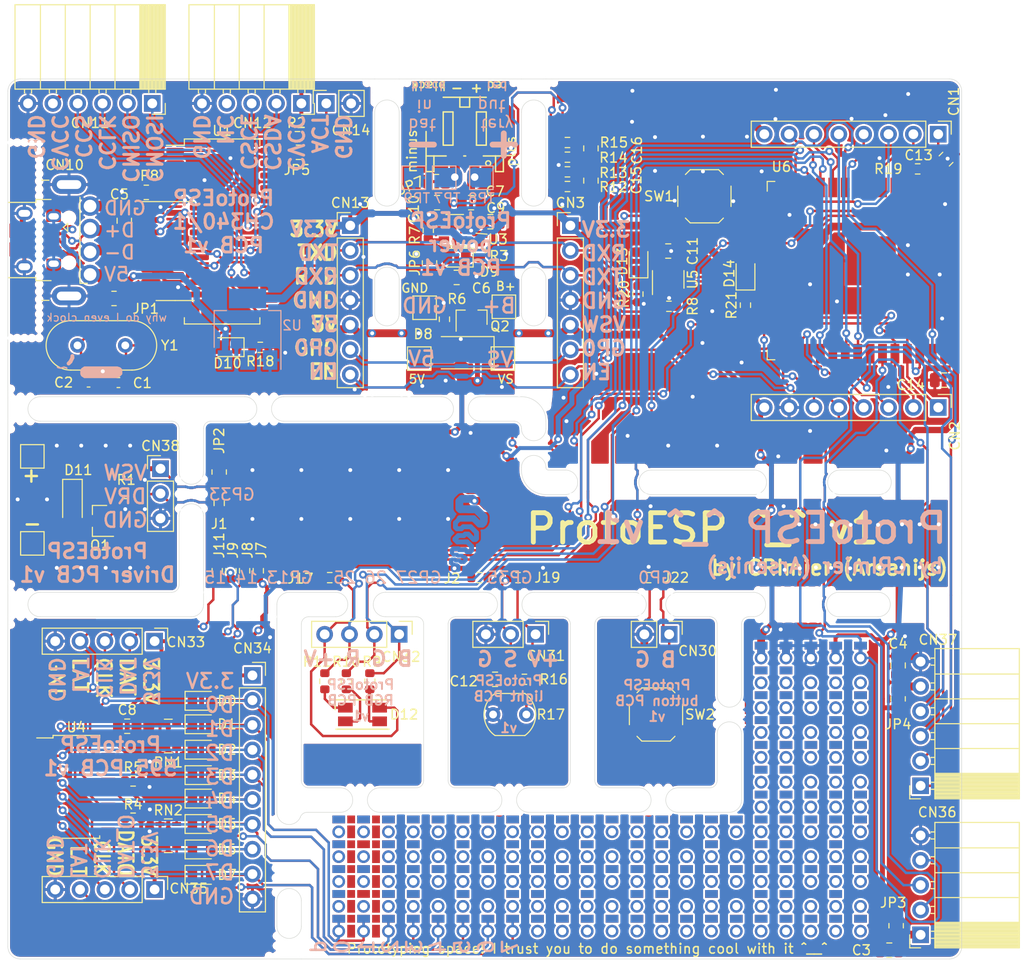
<source format=kicad_pcb>
(kicad_pcb (version 20171130) (host pcbnew 5.1.5+dfsg1-2build2)
  (layers (0 F.Cu signal) (31 B.Cu signal) (34 B.Paste user) (35 F.Paste user) (36 B.SilkS user) (37 F.SilkS user) (38 B.Mask user) (39 F.Mask user) (44 Edge.Cuts user))
  (net 0 "")
  (net 1 GND)
  (net 2 "Net-(C3-Pad1)")
  (net 3 "Net-(C4-Pad1)")
  (net 4 +5V)
  (net 5 CHG_VIN)
  (net 6 VCC_595)
  (net 7 +BATT)
  (net 8 +3V3)
  (net 9 E_CS)
  (net 10 E_SCK)
  (net 11 E_MISO)
  (net 12 E_MOSI)
  (net 13 IO12)
  (net 14 LIGHT)
  (net 15 E_EN)
  (net 16 +VSW)
  (net 17 LED_ESP)
  (net 18 E_INT)
  (net 19 IO4)
  (net 20 IO5)
  (net 21 E_RXD)
  (net 22 E_TXD)
  (net 23 BUTTON)
  (net 24 CH_VCC)
  (net 25 CH_CS)
  (net 26 CH_CLK)
  (net 27 CH_MISO)
  (net 28 CH_MOSI)
  (net 29 "Net-(CN12-Pad4)")
  (net 30 CH_SCL)
  (net 31 CH_SDA)
  (net 32 CH_RST)
  (net 33 CH_GP0)
  (net 34 CH_RXD)
  (net 35 CH_TXD)
  (net 36 CH_ACT)
  (net 37 LED_VCC)
  (net 38 LED_RED)
  (net 39 LED_GREEN)
  (net 40 LED_BLUE)
  (net 41 595_LAT_J)
  (net 42 595_CLK_J)
  (net 43 595_DAT_J)
  (net 44 E_SCL)
  (net 45 E_SDA)
  (net 46 "Net-(D1-Pad1)")
  (net 47 "Net-(D2-Pad1)")
  (net 48 "Net-(D4-Pad1)")
  (net 49 "Net-(D5-Pad1)")
  (net 50 "Net-(D6-Pad1)")
  (net 51 "Net-(D7-Pad1)")
  (net 52 "Net-(D9-Pad1)")
  (net 53 "Net-(D10-Pad1)")
  (net 54 "Net-(D12-Pad3)")
  (net 55 "Net-(D12-Pad2)")
  (net 56 "Net-(D12-Pad1)")
  (net 57 DRIVER)
  (net 58 595_DAT)
  (net 59 595_CLK)
  (net 60 595_LAT)
  (net 61 "Net-(CN10-Pad1)")
  (net 62 "Net-(Q1-Pad1)")
  (net 63 "Net-(R2-Pad1)")
  (net 64 "Net-(R3-Pad1)")
  (net 65 "Net-(R4-Pad2)")
  (net 66 "Net-(R5-Pad2)")
  (net 67 "Net-(R7-Pad2)")
  (net 68 "Net-(R8-Pad2)")
  (net 69 VBAT)
  (net 70 VUSB)
  (net 71 "Net-(U1-Pad27)")
  (net 72 "Net-(U1-Pad26)")
  (net 73 "Net-(U1-Pad25)")
  (net 74 "Net-(U1-Pad17)")
  (net 75 "Net-(U1-Pad16)")
  (net 76 D-)
  (net 77 D+)
  (net 78 "Net-(U1-Pad8)")
  (net 79 "Net-(U1-Pad7)")
  (net 80 "Net-(U1-Pad4)")
  (net 81 "Net-(U1-Pad3)")
  (net 82 "Net-(U1-Pad2)")
  (net 83 "Net-(U5-Pad4)")
  (net 84 "Net-(U6-Pad32)")
  (net 85 POT)
  (net 86 /LIGHT_J)
  (net 87 /BUTTON_J)
  (net 88 "Net-(D0-Pad1)")
  (net 89 "Net-(D3-Pad1)")
  (net 90 "Net-(D11-Pad2)")
  (net 91 "Net-(D13-Pad1)")
  (net 92 "Net-(D14-Pad1)")
  (net 93 -BATT)
  (net 94 595_DAT_O)
  (net 95 /5D7)
  (net 96 /5D6)
  (net 97 /5D5)
  (net 98 /5D4)
  (net 99 /5D3)
  (net 100 /5D2)
  (net 101 /5D1)
  (net 102 /5D0)
  (net 103 "Net-(CN38-Pad2)")
  (net 104 "Net-(CN38-Pad1)")
  (net 105 /CH_XI)
  (net 106 /CH_XO)
  (net 107 CH_~RTS)
  (net 108 CH_V3)
  (net 109 "Net-(CN31-Pad1)")
  (net 110 "Net-(U6-Pad8)")
  (module Resistor_SMD:R_0603_1608Metric (layer F.Cu) (at 98.2 101 180)
    (fp_text reference J2 (at 2.8 -0.1) (layer F.SilkS))
    (fp_text value 0R)
    (pad 2 smd roundrect (at 0.825 0 180) (size 0.8 0.95) (layers F.Cu F.Paste F.Mask) (net 8 +3V3))
    (pad 1 smd roundrect (at -0.825 0 180) (size 0.8 0.95) (layers F.Cu F.Paste F.Mask) (net 109 "Net-(CN31-Pad1)"))
  )
  (module protoesp:mouse_single (layer F.Cu) (at 77.2 105.8)
    (fp_text reference REF** hide)
    (fp_text value mouse_2sig_3mm)
    (pad "" np_thru_hole circle (at 0 0) (size 0.5 0.5) (drill 0.5) (layers *.Cu *.Mask))
  )
  (module protoesp:mouse_3mm (layer F.Cu) (at 53.2 60.45 90)
    (fp_text reference REF** hide)
    (fp_text value mouse_2sig_3mm)
    (pad "" np_thru_hole circle (at 3 0 90) (size 0.5 0.5) (drill 0.5) (layers *.Cu *.Mask))
    (pad "" np_thru_hole circle (at 0 0 90) (size 0.5 0.5) (drill 0.5) (layers *.Cu *.Mask))
    (pad "" np_thru_hole circle (at 1.5 0 90) (size 0.5 0.5) (drill 0.5) (layers *.Cu *.Mask))
    (pad "" np_thru_hole circle (at 0.75 0 90) (size 0.5 0.5) (drill 0.5) (layers *.Cu *.Mask))
    (pad "" np_thru_hole circle (at 2.25 0 90) (size 0.5 0.5) (drill 0.5) (layers *.Cu *.Mask))
  )
  (module protoesp:mouse_3mm (layer F.Cu) (at 53.2 64.25 90)
    (fp_text reference REF** hide)
    (fp_text value mouse_2sig_3mm)
    (pad "" np_thru_hole circle (at 3 0 90) (size 0.5 0.5) (drill 0.5) (layers *.Cu *.Mask))
    (pad "" np_thru_hole circle (at 0 0 90) (size 0.5 0.5) (drill 0.5) (layers *.Cu *.Mask))
    (pad "" np_thru_hole circle (at 1.5 0 90) (size 0.5 0.5) (drill 0.5) (layers *.Cu *.Mask))
    (pad "" np_thru_hole circle (at 0.75 0 90) (size 0.5 0.5) (drill 0.5) (layers *.Cu *.Mask))
    (pad "" np_thru_hole circle (at 2.25 0 90) (size 0.5 0.5) (drill 0.5) (layers *.Cu *.Mask))
  )
  (module protoesp:mouse_3mm (layer F.Cu) (at 53.2 68 90)
    (fp_text reference REF** hide)
    (fp_text value mouse_2sig_3mm)
    (pad "" np_thru_hole circle (at 3 0 90) (size 0.5 0.5) (drill 0.5) (layers *.Cu *.Mask))
    (pad "" np_thru_hole circle (at 0 0 90) (size 0.5 0.5) (drill 0.5) (layers *.Cu *.Mask))
    (pad "" np_thru_hole circle (at 1.5 0 90) (size 0.5 0.5) (drill 0.5) (layers *.Cu *.Mask))
    (pad "" np_thru_hole circle (at 0.75 0 90) (size 0.5 0.5) (drill 0.5) (layers *.Cu *.Mask))
    (pad "" np_thru_hole circle (at 2.25 0 90) (size 0.5 0.5) (drill 0.5) (layers *.Cu *.Mask))
  )
  (module protoesp:mouse_3mm (layer F.Cu) (at 53.2 71.75 90)
    (fp_text reference REF** hide)
    (fp_text value mouse_2sig_3mm)
    (pad "" np_thru_hole circle (at 3 0 90) (size 0.5 0.5) (drill 0.5) (layers *.Cu *.Mask))
    (pad "" np_thru_hole circle (at 0 0 90) (size 0.5 0.5) (drill 0.5) (layers *.Cu *.Mask))
    (pad "" np_thru_hole circle (at 1.5 0 90) (size 0.5 0.5) (drill 0.5) (layers *.Cu *.Mask))
    (pad "" np_thru_hole circle (at 0.75 0 90) (size 0.5 0.5) (drill 0.5) (layers *.Cu *.Mask))
    (pad "" np_thru_hole circle (at 2.25 0 90) (size 0.5 0.5) (drill 0.5) (layers *.Cu *.Mask))
  )
  (module protoesp:mouse_3mm (layer F.Cu) (at 53.2 75.55 90)
    (fp_text reference REF** hide)
    (fp_text value mouse_2sig_3mm)
    (pad "" np_thru_hole circle (at 3 0 90) (size 0.5 0.5) (drill 0.5) (layers *.Cu *.Mask))
    (pad "" np_thru_hole circle (at 0 0 90) (size 0.5 0.5) (drill 0.5) (layers *.Cu *.Mask))
    (pad "" np_thru_hole circle (at 1.5 0 90) (size 0.5 0.5) (drill 0.5) (layers *.Cu *.Mask))
    (pad "" np_thru_hole circle (at 0.75 0 90) (size 0.5 0.5) (drill 0.5) (layers *.Cu *.Mask))
    (pad "" np_thru_hole circle (at 2.25 0 90) (size 0.5 0.5) (drill 0.5) (layers *.Cu *.Mask))
  )
  (module protoesp:mouse_3mm (layer F.Cu) (at 53.2 76.5 180)
    (fp_text reference REF** hide)
    (fp_text value mouse_2sig_3mm)
    (pad "" np_thru_hole circle (at 3 0 180) (size 0.5 0.5) (drill 0.5) (layers *.Cu *.Mask))
    (pad "" np_thru_hole circle (at 0 0 180) (size 0.5 0.5) (drill 0.5) (layers *.Cu *.Mask))
    (pad "" np_thru_hole circle (at 1.5 0 180) (size 0.5 0.5) (drill 0.5) (layers *.Cu *.Mask))
    (pad "" np_thru_hole circle (at 0.75 0 180) (size 0.5 0.5) (drill 0.5) (layers *.Cu *.Mask))
    (pad "" np_thru_hole circle (at 2.25 0 180) (size 0.5 0.5) (drill 0.5) (layers *.Cu *.Mask))
  )
  (module protoesp:mouse_3mm (layer F.Cu) (at 53.2 56.5 180)
    (fp_text reference REF** hide)
    (fp_text value mouse_2sig_3mm)
    (pad "" np_thru_hole circle (at 2.25 0 180) (size 0.5 0.5) (drill 0.5) (layers *.Cu *.Mask))
    (pad "" np_thru_hole circle (at 0.75 0 180) (size 0.5 0.5) (drill 0.5) (layers *.Cu *.Mask))
    (pad "" np_thru_hole circle (at 1.5 0 180) (size 0.5 0.5) (drill 0.5) (layers *.Cu *.Mask))
    (pad "" np_thru_hole circle (at 0 0 180) (size 0.5 0.5) (drill 0.5) (layers *.Cu *.Mask))
    (pad "" np_thru_hole circle (at 3 0 180) (size 0.5 0.5) (drill 0.5) (layers *.Cu *.Mask))
  )
  (module protoesp:mouse_2mm_1sig (layer F.Cu) (at 105 50.4 270)
    (fp_text reference REF** hide)
    (fp_text value mouse_2sig_3mm)
    (pad "" np_thru_hole circle (at 2 0 270) (size 0.5 0.5) (drill 0.5) (layers *.Cu *.Mask))
    (pad "" np_thru_hole circle (at 0 0 270) (size 0.5 0.5) (drill 0.5) (layers *.Cu *.Mask))
  )
  (module protoesp:mouse_2mm_1sig (layer F.Cu) (at 102.5 50.4 270)
    (fp_text reference REF** hide)
    (fp_text value mouse_2sig_3mm)
    (pad "" np_thru_hole circle (at 2 0 270) (size 0.5 0.5) (drill 0.5) (layers *.Cu *.Mask))
    (pad "" np_thru_hole circle (at 0 0 270) (size 0.5 0.5) (drill 0.5) (layers *.Cu *.Mask))
  )
  (module protoesp:mouse_single (layer F.Cu) (at 105.8 50.4 270)
    (fp_text reference REF** hide)
    (fp_text value mouse_2sig_3mm)
    (pad "" np_thru_hole circle (at 0 0 270) (size 0.5 0.5) (drill 0.5) (layers *.Cu *.Mask))
  )
  (module protoesp:mouse_single (layer F.Cu) (at 101.7 50.4 270)
    (fp_text reference REF** hide)
    (fp_text value mouse_2sig_3mm)
    (pad "" np_thru_hole circle (at 0 0 270) (size 0.5 0.5) (drill 0.5) (layers *.Cu *.Mask))
  )
  (module protoesp:mouse_single (layer F.Cu) (at 86.7 50.4 270)
    (fp_text reference REF** hide)
    (fp_text value mouse_2sig_3mm)
    (pad "" np_thru_hole circle (at 0 0 270) (size 0.5 0.5) (drill 0.5) (layers *.Cu *.Mask))
  )
  (module protoesp:mouse_single (layer F.Cu) (at 90.8 50.4 270)
    (fp_text reference REF** hide)
    (fp_text value mouse_2sig_3mm)
    (pad "" np_thru_hole circle (at 0 0 270) (size 0.5 0.5) (drill 0.5) (layers *.Cu *.Mask))
  )
  (module protoesp:mouse_2mm (layer F.Cu) (at 87.5 50.4 270)
    (fp_text reference REF** hide)
    (fp_text value mouse_2sig_3mm)
    (pad "" np_thru_hole circle (at 0 0 270) (size 0.5 0.5) (drill 0.5) (layers *.Cu *.Mask))
    (pad "" np_thru_hole circle (at 2 0 270) (size 0.5 0.5) (drill 0.5) (layers *.Cu *.Mask))
    (pad "" np_thru_hole circle (at 1 0 270) (size 0.5 0.5) (drill 0.5) (layers *.Cu *.Mask))
  )
  (module protoesp:mouse_2mm (layer F.Cu) (at 90 50.4 270)
    (fp_text reference REF** hide)
    (fp_text value mouse_2sig_3mm)
    (pad "" np_thru_hole circle (at 0 0 270) (size 0.5 0.5) (drill 0.5) (layers *.Cu *.Mask))
    (pad "" np_thru_hole circle (at 2 0 270) (size 0.5 0.5) (drill 0.5) (layers *.Cu *.Mask))
    (pad "" np_thru_hole circle (at 1 0 270) (size 0.5 0.5) (drill 0.5) (layers *.Cu *.Mask))
  )
  (module RF_Module:ESP32-WROOM-32 (layer F.Cu) (at 137.5 69.6 270)
    (fp_text reference U6 (at -10.61 8.43) (layer F.SilkS))
    (fp_text value ESP32-WROOM-32)
    (pad 38 smd rect (at 8.5 -8.255 270) (size 2 0.9) (layers F.Cu F.Paste F.Mask) (net 1 GND))
    (pad 37 smd rect (at 8.5 -6.985 270) (size 2 0.9) (layers F.Cu F.Paste F.Mask) (net 12 E_MOSI))
    (pad 36 smd rect (at 8.5 -5.715 270) (size 2 0.9) (layers F.Cu F.Paste F.Mask) (net 44 E_SCL))
    (pad 35 smd rect (at 8.5 -4.445 270) (size 2 0.9) (layers F.Cu F.Paste F.Mask) (net 22 E_TXD))
    (pad 34 smd rect (at 8.5 -3.175 270) (size 2 0.9) (layers F.Cu F.Paste F.Mask) (net 21 E_RXD))
    (pad 33 smd rect (at 8.5 -1.905 270) (size 2 0.9) (layers F.Cu F.Paste F.Mask) (net 45 E_SDA))
    (pad 32 smd rect (at 8.5 -0.635 270) (size 2 0.9) (layers F.Cu F.Paste F.Mask) (net 84 "Net-(U6-Pad32)"))
    (pad 31 smd rect (at 8.5 0.635 270) (size 2 0.9) (layers F.Cu F.Paste F.Mask) (net 11 E_MISO))
    (pad 30 smd rect (at 8.5 1.905 270) (size 2 0.9) (layers F.Cu F.Paste F.Mask) (net 10 E_SCK))
    (pad 29 smd rect (at 8.5 3.175 270) (size 2 0.9) (layers F.Cu F.Paste F.Mask) (net 20 IO5))
    (pad 28 smd rect (at 8.5 4.445 270) (size 2 0.9) (layers F.Cu F.Paste F.Mask) (net 9 E_CS))
    (pad 27 smd rect (at 8.5 5.715 270) (size 2 0.9) (layers F.Cu F.Paste F.Mask) (net 18 E_INT))
    (pad 26 smd rect (at 8.5 6.985 270) (size 2 0.9) (layers F.Cu F.Paste F.Mask) (net 19 IO4))
    (pad 25 smd rect (at 8.5 8.255 270) (size 2 0.9) (layers F.Cu F.Paste F.Mask) (net 23 BUTTON))
    (pad 24 smd rect (at 5.715 9.255) (size 2 0.9) (layers F.Cu F.Paste F.Mask) (net 17 LED_ESP))
    (pad 23 smd rect (at 4.445 9.255) (size 2 0.9) (layers F.Cu F.Paste F.Mask) (net 60 595_LAT))
    (pad 16 smd rect (at -4.445 9.255) (size 2 0.9) (layers F.Cu F.Paste F.Mask) (net 58 595_DAT))
    (pad 15 smd rect (at -5.715 9.255) (size 2 0.9) (layers F.Cu F.Paste F.Mask) (net 1 GND))
    (pad 14 smd rect (at -8.5 8.255 270) (size 2 0.9) (layers F.Cu F.Paste F.Mask) (net 13 IO12))
    (pad 13 smd rect (at -8.5 6.985 270) (size 2 0.9) (layers F.Cu F.Paste F.Mask) (net 59 595_CLK))
    (pad 12 smd rect (at -8.5 5.715 270) (size 2 0.9) (layers F.Cu F.Paste F.Mask) (net 40 LED_BLUE))
    (pad 11 smd rect (at -8.5 4.445 270) (size 2 0.9) (layers F.Cu F.Paste F.Mask) (net 39 LED_GREEN))
    (pad 10 smd rect (at -8.5 3.175 270) (size 2 0.9) (layers F.Cu F.Paste F.Mask) (net 38 LED_RED))
    (pad 9 smd rect (at -8.5 1.905 270) (size 2 0.9) (layers F.Cu F.Paste F.Mask) (net 57 DRIVER))
    (pad 8 smd rect (at -8.5 0.635 270) (size 2 0.9) (layers F.Cu F.Paste F.Mask) (net 110 "Net-(U6-Pad8)"))
    (pad 7 smd rect (at -8.5 -0.635 270) (size 2 0.9) (layers F.Cu F.Paste F.Mask) (net 69 VBAT))
    (pad 6 smd rect (at -8.5 -1.905 270) (size 2 0.9) (layers F.Cu F.Paste F.Mask) (net 70 VUSB))
    (pad 5 smd rect (at -8.5 -3.175 270) (size 2 0.9) (layers F.Cu F.Paste F.Mask) (net 14 LIGHT))
    (pad 4 smd rect (at -8.5 -4.445 270) (size 2 0.9) (layers F.Cu F.Paste F.Mask) (net 85 POT))
    (pad 3 smd rect (at -8.5 -5.715 270) (size 2 0.9) (layers F.Cu F.Paste F.Mask) (net 15 E_EN))
    (pad 2 smd rect (at -8.5 -6.985 270) (size 2 0.9) (layers F.Cu F.Paste F.Mask) (net 8 +3V3))
    (pad 1 smd rect (at -8.5 -8.255 270) (size 2 0.9) (layers F.Cu F.Paste F.Mask) (net 1 GND))
    (pad 39 smd rect (at -1 -0.755 270) (size 5 5) (layers F.Cu F.Paste F.Mask) (net 1 GND))
  )
  (module protoesp:SOIC-28W_SOIC16_CH34x_Combined (layer F.Cu) (at 71.9 65.6)
    (fp_text reference U1 (at 0 -10.3) (layer F.SilkS))
    (fp_text value CH341)
    (pad 1 smd roundrect (at -4.8 -8.255) (size 1.8 0.6) (layers F.Cu F.Paste F.Mask) (net 63 "Net-(R2-Pad1)"))
    (pad 2 smd roundrect (at -4.8 -6.985) (size 1.8 0.6) (layers F.Cu F.Paste F.Mask) (net 82 "Net-(U1-Pad2)"))
    (pad 3 smd roundrect (at -4.8 -5.715) (size 1.8 0.6) (layers F.Cu F.Paste F.Mask) (net 81 "Net-(U1-Pad3)"))
    (pad 4 smd roundrect (at -4.8 -4.445) (size 1.8 0.6) (layers F.Cu F.Paste F.Mask) (net 80 "Net-(U1-Pad4)"))
    (pad 5 smd roundrect (at -4.8 -3.175) (size 1.8 0.6) (layers F.Cu F.Paste F.Mask) (net 35 CH_TXD))
    (pad 6 smd roundrect (at -4.8 -1.905) (size 1.8 0.6) (layers F.Cu F.Paste F.Mask) (net 34 CH_RXD))
    (pad 7 smd roundrect (at -4.8 -0.635) (size 1.8 0.6) (layers F.Cu F.Paste F.Mask) (net 79 "Net-(U1-Pad7)"))
    (pad 8 smd roundrect (at -4.8 0.635) (size 1.8 0.6) (layers F.Cu F.Paste F.Mask) (net 78 "Net-(U1-Pad8)"))
    (pad 9 smd roundrect (at -4.8 1.905) (size 1.8 0.6) (layers F.Cu F.Paste F.Mask) (net 108 CH_V3))
    (pad 10 smd roundrect (at -4.8 3.175) (size 1.8 0.6) (layers F.Cu F.Paste F.Mask) (net 77 D+))
    (pad 11 smd roundrect (at -4.8 4.445) (size 1.8 0.6) (layers F.Cu F.Paste F.Mask) (net 76 D-))
    (pad 12 smd roundrect (at -4.8 5.715) (size 1.8 0.6) (layers F.Cu F.Paste F.Mask) (net 1 GND))
    (pad 13 smd roundrect (at -4.8 6.985) (size 1.8 0.6) (layers F.Cu F.Paste F.Mask) (net 105 /CH_XI))
    (pad 14 smd roundrect (at -4.8 8.255) (size 1.8 0.6) (layers F.Cu F.Paste F.Mask) (net 106 /CH_XO))
    (pad 15 smd roundrect (at 4.8 8.255) (size 1.8 0.6) (layers F.Cu F.Paste F.Mask) (net 25 CH_CS))
    (pad 16 smd roundrect (at 4.8 6.985) (size 1.8 0.6) (layers F.Cu F.Paste F.Mask) (net 75 "Net-(U1-Pad16)"))
    (pad 17 smd roundrect (at 4.8 5.715) (size 1.8 0.6) (layers F.Cu F.Paste F.Mask) (net 74 "Net-(U1-Pad17)"))
    (pad 18 smd roundrect (at 4.8 4.445) (size 1.8 0.6) (layers F.Cu F.Paste F.Mask) (net 26 CH_CLK))
    (pad 20 smd roundrect (at 4.8 1.905) (size 1.8 0.6) (layers F.Cu F.Paste F.Mask) (net 28 CH_MOSI))
    (pad 21 smd roundrect (at 4.8 0.635) (size 1.8 0.6) (layers F.Cu F.Paste F.Mask) (net 107 CH_~RTS))
    (pad 22 smd roundrect (at 4.8 -0.635) (size 1.8 0.6) (layers F.Cu F.Paste F.Mask) (net 27 CH_MISO))
    (pad 23 smd roundrect (at 4.8 -1.905) (size 1.8 0.6) (layers F.Cu F.Paste F.Mask) (net 31 CH_SDA))
    (pad 24 smd roundrect (at 4.8 -3.175) (size 1.8 0.6) (layers F.Cu F.Paste F.Mask) (net 30 CH_SCL))
    (pad 25 smd roundrect (at 4.8 -4.445) (size 1.8 0.6) (layers F.Cu F.Paste F.Mask) (net 73 "Net-(U1-Pad25)"))
    (pad 26 smd roundrect (at 4.8 -5.715) (size 1.8 0.6) (layers F.Cu F.Paste F.Mask) (net 72 "Net-(U1-Pad26)"))
    (pad 27 smd roundrect (at 4.8 -6.985) (size 1.8 0.6) (layers F.Cu F.Paste F.Mask) (net 71 "Net-(U1-Pad27)"))
    (pad 28 smd roundrect (at 4.8 -8.255) (size 1.8 0.6) (layers F.Cu F.Paste F.Mask) (net 24 CH_VCC))
    (pad 12 smd roundrect (at -7.275 -2.445) (size 1.95 0.6) (layers F.Cu F.Paste F.Mask) (net 1 GND))
    (pad 5 smd roundrect (at -7.275 -1.175) (size 1.95 0.6) (layers F.Cu F.Paste F.Mask) (net 35 CH_TXD))
    (pad 6 smd roundrect (at -7.275 0.095) (size 1.95 0.6) (layers F.Cu F.Paste F.Mask) (net 34 CH_RXD))
    (pad 9 smd roundrect (at -7.275 1.365) (size 1.95 0.6) (layers F.Cu F.Paste F.Mask) (net 108 CH_V3))
    (pad 10 smd roundrect (at -7.275 2.635) (size 1.95 0.6) (layers F.Cu F.Paste F.Mask) (net 77 D+))
    (pad 11 smd roundrect (at -7.275 3.905) (size 1.95 0.6) (layers F.Cu F.Paste F.Mask) (net 76 D-))
    (pad 13 smd roundrect (at -7.275 5.175) (size 1.95 0.6) (layers F.Cu F.Paste F.Mask) (net 105 /CH_XI))
    (pad 14 smd roundrect (at -7.275 6.445) (size 1.95 0.6) (layers F.Cu F.Paste F.Mask) (net 106 /CH_XO))
    (pad "" smd roundrect (at -2.325 6.445) (size 1.95 0.6) (layers F.Cu F.Paste F.Mask))
    (pad "" smd roundrect (at -2.325 5.175) (size 1.95 0.6) (layers F.Cu F.Paste F.Mask))
    (pad "" smd roundrect (at -2.325 3.905) (size 1.95 0.6) (layers F.Cu F.Paste F.Mask))
    (pad "" smd roundrect (at -2.325 2.635) (size 1.95 0.6) (layers F.Cu F.Paste F.Mask))
    (pad 20 smd roundrect (at -2.325 1.365) (size 1.95 0.6) (layers F.Cu F.Paste F.Mask) (net 28 CH_MOSI))
    (pad 21 smd roundrect (at -2.325 0.095) (size 1.95 0.6) (layers F.Cu F.Paste F.Mask) (net 107 CH_~RTS))
    (pad "" smd roundrect (at -2.325 -1.175) (size 1.95 0.6) (layers F.Cu F.Paste F.Mask))
    (pad 28 smd roundrect (at -2.325 -2.445) (size 1.95 0.6) (layers F.Cu F.Paste F.Mask) (net 24 CH_VCC))
  )
  (module Resistor_SMD:R_0805_2012Metric (layer F.Cu) (at 64.15 61.6 180)
    (fp_text reference JP8 (at 0.05 1.7) (layer F.SilkS))
    (fp_text value 0R)
    (pad 2 smd roundrect (at 0.9125 0 180) (size 1.025 1.4) (layers F.Cu F.Paste F.Mask) (roundrect_rratio 0.243902) (net 108 CH_V3))
    (pad 1 smd roundrect (at -0.9125 0 180) (size 1.025 1.4) (layers F.Cu F.Paste F.Mask) (roundrect_rratio 0.243902) (net 24 CH_VCC))
  )
  (module Capacitor_SMD:C_0805_2012Metric (layer F.Cu) (at 109.6 57.1 90)
    (fp_text reference C16 (at -0.2 4.7 90) (layer F.SilkS))
    (fp_text value 100nF)
    (pad 2 smd roundrect (at 0.95 0 90) (size 1 1.45) (layers F.Cu F.Paste F.Mask) (net 1 GND))
    (pad 1 smd roundrect (at -0.95 0 90) (size 1 1.45) (layers F.Cu F.Paste F.Mask) (net 69 VBAT))
  )
  (module Capacitor_SMD:C_0805_2012Metric (layer F.Cu) (at 109.6 60.4 270)
    (fp_text reference C15 (at -0.05 -4.65 90) (layer F.SilkS))
    (fp_text value 100nF)
    (pad 2 smd roundrect (at 0.95 0 270) (size 1 1.45) (layers F.Cu F.Paste F.Mask) (net 1 GND))
    (pad 1 smd roundrect (at -0.95 0 270) (size 1 1.45) (layers F.Cu F.Paste F.Mask) (net 70 VUSB))
  )
  (module protoesp:mouse_2mm (layer F.Cu) (at 125 116 90)
    (fp_text reference REF** hide)
    (fp_text value mouse_2sig_3mm)
    (pad "" np_thru_hole circle (at 1 0 90) (size 0.5 0.5) (drill 0.5) (layers *.Cu *.Mask))
    (pad "" np_thru_hole circle (at 2 0 90) (size 0.5 0.5) (drill 0.5) (layers *.Cu *.Mask))
    (pad "" np_thru_hole circle (at 0 0 90) (size 0.5 0.5) (drill 0.5) (layers *.Cu *.Mask))
  )
  (module protoesp:mouse_2mm (layer F.Cu) (at 122.5 116 90)
    (fp_text reference REF** hide)
    (fp_text value mouse_2sig_3mm)
    (pad "" np_thru_hole circle (at 1 0 90) (size 0.5 0.5) (drill 0.5) (layers *.Cu *.Mask))
    (pad "" np_thru_hole circle (at 2 0 90) (size 0.5 0.5) (drill 0.5) (layers *.Cu *.Mask))
    (pad "" np_thru_hole circle (at 0 0 90) (size 0.5 0.5) (drill 0.5) (layers *.Cu *.Mask))
  )
  (module protoesp:mouse_2mm (layer F.Cu) (at 85 125)
    (fp_text reference REF** hide)
    (fp_text value mouse_2sig_3mm)
    (pad "" np_thru_hole circle (at 0 0) (size 0.5 0.5) (drill 0.5) (layers *.Cu *.Mask))
    (pad "" np_thru_hole circle (at 2 0) (size 0.5 0.5) (drill 0.5) (layers *.Cu *.Mask))
    (pad "" np_thru_hole circle (at 1 0) (size 0.5 0.5) (drill 0.5) (layers *.Cu *.Mask))
  )
  (module protoesp:mouse_2mm (layer F.Cu) (at 85 122.5)
    (fp_text reference REF** hide)
    (fp_text value mouse_2sig_3mm)
    (pad "" np_thru_hole circle (at 1 0) (size 0.5 0.5) (drill 0.5) (layers *.Cu *.Mask))
    (pad "" np_thru_hole circle (at 2 0) (size 0.5 0.5) (drill 0.5) (layers *.Cu *.Mask))
    (pad "" np_thru_hole circle (at 0 0) (size 0.5 0.5) (drill 0.5) (layers *.Cu *.Mask))
  )
  (module Capacitor_SMD:C_0805_2012Metric (layer F.Cu) (at 145.7 80.8 180)
    (fp_text reference C14 (at 3.4 -0.5) (layer F.SilkS))
    (fp_text value 100nF)
    (pad 2 smd roundrect (at 0.95 0 180) (size 1 1.45) (layers F.Cu F.Paste F.Mask) (net 1 GND))
    (pad 1 smd roundrect (at -0.95 0 180) (size 1 1.45) (layers F.Cu F.Paste F.Mask) (net 8 +3V3))
  )
  (module Capacitor_SMD:C_0805_2012Metric (layer F.Cu) (at 145.9 58.2 45)
    (fp_text reference C13 (at -1.697056 -2.262742) (layer F.SilkS))
    (fp_text value 1uF)
    (pad 2 smd roundrect (at 0.95 0 45) (size 1 1.45) (layers F.Cu F.Paste F.Mask) (net 1 GND))
    (pad 1 smd roundrect (at -0.95 0 45) (size 1 1.45) (layers F.Cu F.Paste F.Mask) (net 8 +3V3))
  )
  (module protoesp:mouse_2mm_1sig (layer F.Cu) (at 105 88.75 90)
    (fp_text reference REF** hide)
    (fp_text value mouse_2sig_3mm)
    (pad "" np_thru_hole circle (at 2 0 90) (size 0.5 0.5) (drill 0.5) (layers *.Cu *.Mask))
    (pad "" np_thru_hole circle (at 0 0 90) (size 0.5 0.5) (drill 0.5) (layers *.Cu *.Mask))
  )
  (module protoesp:mouse_2mm_1sig (layer F.Cu) (at 102.5 88.75 90)
    (fp_text reference REF** hide)
    (fp_text value mouse_2sig_3mm)
    (pad "" np_thru_hole circle (at 0 0 90) (size 0.5 0.5) (drill 0.5) (layers *.Cu *.Mask))
    (pad "" np_thru_hole circle (at 2 0 90) (size 0.5 0.5) (drill 0.5) (layers *.Cu *.Mask))
  )
  (module protoesp:mouse_2mm_1sig (layer F.Cu) (at 95.3 85)
    (fp_text reference REF** hide)
    (fp_text value mouse_2sig_3mm)
    (pad "" np_thru_hole circle (at 0 0) (size 0.5 0.5) (drill 0.5) (layers *.Cu *.Mask))
    (pad "" np_thru_hole circle (at 2 0) (size 0.5 0.5) (drill 0.5) (layers *.Cu *.Mask))
  )
  (module protoesp:mouse_2mm_1sig (layer F.Cu) (at 95.3 82.5)
    (fp_text reference REF** hide)
    (fp_text value mouse_2sig_3mm)
    (pad "" np_thru_hole circle (at 2 0) (size 0.5 0.5) (drill 0.5) (layers *.Cu *.Mask))
    (pad "" np_thru_hole circle (at 0 0) (size 0.5 0.5) (drill 0.5) (layers *.Cu *.Mask))
  )
  (module protoesp:mouse_2sig_3mm (layer F.Cu) (at 84.5 102.5)
    (fp_text reference REF** hide)
    (fp_text value mouse_2sig_3mm)
    (pad "" np_thru_hole circle (at 3 0) (size 0.5 0.5) (drill 0.5) (layers *.Cu *.Mask))
    (pad "" np_thru_hole circle (at 0 0) (size 0.5 0.5) (drill 0.5) (layers *.Cu *.Mask))
    (pad "" np_thru_hole circle (at 1.5 0) (size 0.5 0.5) (drill 0.5) (layers *.Cu *.Mask))
  )
  (module protoesp:mouse_2sig_3mm (layer F.Cu) (at 84.5 105)
    (fp_text reference REF** hide)
    (fp_text value mouse_2sig_3mm)
    (pad "" np_thru_hole circle (at 1.5 0) (size 0.5 0.5) (drill 0.5) (layers *.Cu *.Mask))
    (pad "" np_thru_hole circle (at 0 0) (size 0.5 0.5) (drill 0.5) (layers *.Cu *.Mask))
    (pad "" np_thru_hole circle (at 3 0) (size 0.5 0.5) (drill 0.5) (layers *.Cu *.Mask))
  )
  (module protoesp:mouse_2sig_3mm (layer F.Cu) (at 99.8 102.5)
    (fp_text reference REF** hide)
    (fp_text value mouse_2sig_3mm)
    (pad "" np_thru_hole circle (at 3 0) (size 0.5 0.5) (drill 0.5) (layers *.Cu *.Mask))
    (pad "" np_thru_hole circle (at 0 0) (size 0.5 0.5) (drill 0.5) (layers *.Cu *.Mask))
    (pad "" np_thru_hole circle (at 1.5 0) (size 0.5 0.5) (drill 0.5) (layers *.Cu *.Mask))
  )
  (module protoesp:mouse_2sig_3mm (layer F.Cu) (at 99.8 105)
    (fp_text reference REF** hide)
    (fp_text value mouse_2sig_3mm)
    (pad "" np_thru_hole circle (at 1.5 0) (size 0.5 0.5) (drill 0.5) (layers *.Cu *.Mask))
    (pad "" np_thru_hole circle (at 0 0) (size 0.5 0.5) (drill 0.5) (layers *.Cu *.Mask))
    (pad "" np_thru_hole circle (at 3 0) (size 0.5 0.5) (drill 0.5) (layers *.Cu *.Mask))
  )
  (module protoesp:mouse_single (layer F.Cu) (at 76.7 139.7)
    (fp_text reference REF** hide)
    (fp_text value mouse_2sig_3mm)
    (pad "" np_thru_hole circle (at 0 0) (size 0.5 0.5) (drill 0.5) (layers *.Cu *.Mask))
  )
  (module protoesp:mouse_single (layer F.Cu) (at 80.8 139.7)
    (fp_text reference REF** hide)
    (fp_text value mouse_2sig_3mm)
    (pad "" np_thru_hole circle (at 0 0) (size 0.5 0.5) (drill 0.5) (layers *.Cu *.Mask))
  )
  (module protoesp:mouse_single (layer F.Cu) (at 147.2 106)
    (fp_text reference REF** hide)
    (fp_text value mouse_2sig_3mm)
    (pad "" np_thru_hole circle (at 0 0) (size 0.5 0.5) (drill 0.5) (layers *.Cu *.Mask))
  )
  (module protoesp:mouse_single (layer F.Cu) (at 147.2 89)
    (fp_text reference REF** hide)
    (fp_text value mouse_2sig_3mm)
    (pad "" np_thru_hole circle (at 0 0) (size 0.5 0.5) (drill 0.5) (layers *.Cu *.Mask))
  )
  (module protoesp:mouse_single (layer F.Cu) (at 91 82.3)
    (fp_text reference REF** hide)
    (fp_text value mouse_2sig_3mm)
    (pad "" np_thru_hole circle (at 0 0) (size 0.5 0.5) (drill 0.5) (layers *.Cu *.Mask))
  )
  (module protoesp:mouse_single (layer F.Cu) (at 86.5 82.3)
    (fp_text reference REF** hide)
    (fp_text value mouse_2sig_3mm)
    (pad "" np_thru_hole circle (at 0 0) (size 0.5 0.5) (drill 0.5) (layers *.Cu *.Mask))
  )
  (module protoesp:mouse_single (layer F.Cu) (at 50.3 81.7)
    (fp_text reference REF** hide)
    (fp_text value mouse_2sig_3mm)
    (pad "" np_thru_hole circle (at 0 0) (size 0.5 0.5) (drill 0.5) (layers *.Cu *.Mask))
  )
  (module protoesp:mouse_single (layer F.Cu) (at 50.3 85.8)
    (fp_text reference REF** hide)
    (fp_text value mouse_2sig_3mm)
    (pad "" np_thru_hole circle (at 0 0) (size 0.5 0.5) (drill 0.5) (layers *.Cu *.Mask))
  )
  (module protoesp:mouse_single (layer F.Cu) (at 50.3 101.7)
    (fp_text reference REF** hide)
    (fp_text value mouse_2sig_3mm)
    (pad "" np_thru_hole circle (at 0 0) (size 0.5 0.5) (drill 0.5) (layers *.Cu *.Mask))
  )
  (module protoesp:mouse_single (layer F.Cu) (at 50.3 105.8)
    (fp_text reference REF** hide)
    (fp_text value mouse_2sig_3mm)
    (pad "" np_thru_hole circle (at 0 0) (size 0.5 0.5) (drill 0.5) (layers *.Cu *.Mask))
  )
  (module protoesp:mouse_single (layer F.Cu) (at 105.1 83.5)
    (fp_text reference REF** hide)
    (fp_text value mouse_2sig_3mm)
    (pad "" np_thru_hole circle (at 0 0) (size 0.5 0.5) (drill 0.5) (layers *.Cu *.Mask))
  )
  (module Capacitor_SMD:C_0805_2012Metric (layer F.Cu) (at 140.1 139.1 180)
    (fp_text reference C3 (at 2.85 0) (layer F.SilkS))
    (fp_text value 100nF)
    (pad 1 smd roundrect (at -0.95 0 180) (size 1 1.45) (layers F.Cu F.Paste F.Mask) (net 2 "Net-(C3-Pad1)"))
    (pad 2 smd roundrect (at 0.95 0 180) (size 1 1.45) (layers F.Cu F.Paste F.Mask) (net 1 GND))
  )
  (module protoesp:PROTO_THT_SMD_FULL (layer F.Cu) (at 127 127)
    (fp_text reference P1 hide)
    (fp_text value PROTO_SPACE)
    (pad "" thru_hole circle (at 10.16 0) (size 1.3 1.3) (drill 0.8) (layers *.Cu *.Mask))
    (pad "" thru_hole circle (at 7.62 0) (size 1.3 1.3) (drill 0.8) (layers *.Cu *.Mask))
    (pad "" thru_hole circle (at 7.62 2.54) (size 1.3 1.3) (drill 0.8) (layers *.Cu *.Mask))
    (pad "" thru_hole circle (at 10.16 2.54) (size 1.3 1.3) (drill 0.8) (layers *.Cu *.Mask))
    (pad "" smd rect (at 10.16 1.27) (size 1.3 0.8) (layers F.Cu F.Mask))
    (pad "" smd rect (at 8.89 1.27 90) (size 0.8 0.8) (layers F.Cu F.Paste F.Mask))
    (pad "" smd rect (at 6.35 1.27 90) (size 0.8 0.8) (layers F.Cu F.Paste F.Mask))
    (pad "" smd rect (at 6.35 3.81 90) (size 0.8 0.8) (layers F.Cu F.Paste F.Mask))
    (pad "" smd rect (at 8.89 3.81 90) (size 0.8 0.8) (layers F.Cu F.Paste F.Mask))
    (pad "" smd rect (at 7.62 1.27) (size 1.3 0.8) (layers B.Cu B.Mask))
    (pad "" smd rect (at 7.62 3.81) (size 1.3 0.8) (layers B.Cu B.Mask))
    (pad "" smd rect (at 10.16 3.81) (size 1.3 0.8) (layers B.Cu B.Mask))
    (pad "" smd rect (at 7.62 1.27) (size 1.3 0.8) (layers F.Cu F.Mask))
    (pad "" smd rect (at 7.62 3.81) (size 1.3 0.8) (layers F.Cu F.Mask))
    (pad "" smd rect (at 10.16 3.81) (size 1.3 0.8) (layers F.Cu F.Mask))
    (pad "" smd rect (at 6.35 0 90) (size 1.3 0.8) (layers F.Cu F.Mask))
    (pad "" smd rect (at 8.89 0 90) (size 1.3 0.8) (layers F.Cu F.Mask))
    (pad "" smd rect (at 8.89 2.54 90) (size 1.3 0.8) (layers F.Cu F.Mask))
    (pad "" smd rect (at 6.35 2.54 90) (size 1.3 0.8) (layers F.Cu F.Mask))
    (pad "" smd rect (at 7.62 6.35) (size 1.3 0.8) (layers B.Cu B.Mask))
    (pad "" smd rect (at 7.62 8.89) (size 1.3 0.8) (layers B.Cu B.Mask))
    (pad "" smd rect (at 10.16 8.89) (size 1.3 0.8) (layers B.Cu B.Mask))
    (pad "" smd rect (at 7.62 6.35) (size 1.3 0.8) (layers F.Cu F.Mask))
    (pad "" smd rect (at 7.62 8.89) (size 1.3 0.8) (layers F.Cu F.Mask))
    (pad "" smd rect (at 10.16 8.89) (size 1.3 0.8) (layers F.Cu F.Mask))
    (pad "" smd rect (at 6.35 5.08 90) (size 1.3 0.8) (layers F.Cu F.Mask))
    (pad "" smd rect (at 8.89 5.08 90) (size 1.3 0.8) (layers F.Cu F.Mask))
    (pad "" smd rect (at 8.89 7.62 90) (size 1.3 0.8) (layers F.Cu F.Mask))
    (pad "" smd rect (at 6.35 7.62 90) (size 1.3 0.8) (layers F.Cu F.Mask))
    (pad "" smd rect (at 6.35 8.89 90) (size 0.8 0.8) (layers F.Cu F.Paste F.Mask))
    (pad "" smd rect (at 8.89 8.89 90) (size 0.8 0.8) (layers F.Cu F.Paste F.Mask))
    (pad "" smd rect (at 6.35 6.35 90) (size 0.8 0.8) (layers F.Cu F.Paste F.Mask))
    (pad "" thru_hole circle (at 10.16 5.08) (size 1.3 1.3) (drill 0.8) (layers *.Cu *.Mask))
    (pad "" thru_hole circle (at 7.62 5.08) (size 1.3 1.3) (drill 0.8) (layers *.Cu *.Mask))
    (pad "" thru_hole circle (at 7.62 7.62) (size 1.3 1.3) (drill 0.8) (layers *.Cu *.Mask))
    (pad "" thru_hole circle (at 10.16 7.62) (size 1.3 1.3) (drill 0.8) (layers *.Cu *.Mask))
    (pad "" smd rect (at 10.16 6.35) (size 1.3 0.8) (layers F.Cu F.Mask))
    (pad "" smd rect (at 8.89 6.35 90) (size 0.8 0.8) (layers F.Cu F.Paste F.Mask))
    (pad "" smd rect (at 2.54 6.35) (size 1.3 0.8) (layers B.Cu B.Mask))
    (pad "" smd rect (at 2.54 8.89) (size 1.3 0.8) (layers B.Cu B.Mask))
    (pad "" smd rect (at 5.08 8.89) (size 1.3 0.8) (layers B.Cu B.Mask))
    (pad "" smd rect (at 2.54 6.35) (size 1.3 0.8) (layers F.Cu F.Mask))
    (pad "" smd rect (at 2.54 8.89) (size 1.3 0.8) (layers F.Cu F.Mask))
    (pad "" smd rect (at 5.08 8.89) (size 1.3 0.8) (layers F.Cu F.Mask))
    (pad "" smd rect (at 1.27 5.08 90) (size 1.3 0.8) (layers F.Cu F.Mask))
    (pad "" smd rect (at 3.81 5.08 90) (size 1.3 0.8) (layers F.Cu F.Mask))
    (pad "" smd rect (at 3.81 7.62 90) (size 1.3 0.8) (layers F.Cu F.Mask))
    (pad "" smd rect (at 1.27 7.62 90) (size 1.3 0.8) (layers F.Cu F.Mask))
    (pad "" smd rect (at 1.27 8.89 90) (size 0.8 0.8) (layers F.Cu F.Paste F.Mask))
    (pad "" smd rect (at 3.81 8.89 90) (size 0.8 0.8) (layers F.Cu F.Paste F.Mask))
    (pad "" smd rect (at 1.27 6.35 90) (size 0.8 0.8) (layers F.Cu F.Paste F.Mask))
    (pad "" thru_hole circle (at 5.08 5.08) (size 1.3 1.3) (drill 0.8) (layers *.Cu *.Mask))
    (pad "" thru_hole circle (at 2.54 5.08) (size 1.3 1.3) (drill 0.8) (layers *.Cu *.Mask))
    (pad "" thru_hole circle (at 2.54 7.62) (size 1.3 1.3) (drill 0.8) (layers *.Cu *.Mask))
    (pad "" thru_hole circle (at 5.08 7.62) (size 1.3 1.3) (drill 0.8) (layers *.Cu *.Mask))
    (pad "" smd rect (at 5.08 6.35) (size 1.3 0.8) (layers F.Cu F.Mask))
    (pad "" smd rect (at 3.81 6.35 90) (size 0.8 0.8) (layers F.Cu F.Paste F.Mask))
    (pad "" smd rect (at 2.54 1.27) (size 1.3 0.8) (layers B.Cu B.Mask))
    (pad "" smd rect (at 2.54 3.81) (size 1.3 0.8) (layers B.Cu B.Mask))
    (pad "" smd rect (at 5.08 3.81) (size 1.3 0.8) (layers B.Cu B.Mask))
    (pad "" smd rect (at 2.54 1.27) (size 1.3 0.8) (layers F.Cu F.Mask))
    (pad "" smd rect (at 2.54 3.81) (size 1.3 0.8) (layers F.Cu F.Mask))
    (pad "" smd rect (at 5.08 3.81) (size 1.3 0.8) (layers F.Cu F.Mask))
    (pad "" smd rect (at 1.27 0 90) (size 1.3 0.8) (layers F.Cu F.Mask))
    (pad "" smd rect (at 3.81 0 90) (size 1.3 0.8) (layers F.Cu F.Mask))
    (pad "" smd rect (at 3.81 2.54 90) (size 1.3 0.8) (layers F.Cu F.Mask))
    (pad "" smd rect (at 1.27 2.54 90) (size 1.3 0.8) (layers F.Cu F.Mask))
    (pad "" smd rect (at 1.27 3.81 90) (size 0.8 0.8) (layers F.Cu F.Paste F.Mask))
    (pad "" smd rect (at 3.81 3.81 90) (size 0.8 0.8) (layers F.Cu F.Paste F.Mask))
    (pad "" smd rect (at 1.27 1.27 90) (size 0.8 0.8) (layers F.Cu F.Paste F.Mask))
    (pad "" thru_hole circle (at 5.08 0) (size 1.3 1.3) (drill 0.8) (layers *.Cu *.Mask))
    (pad "" thru_hole circle (at 2.54 0) (size 1.3 1.3) (drill 0.8) (layers *.Cu *.Mask))
    (pad "" thru_hole circle (at 2.54 2.54) (size 1.3 1.3) (drill 0.8) (layers *.Cu *.Mask))
    (pad "" thru_hole circle (at 5.08 2.54) (size 1.3 1.3) (drill 0.8) (layers *.Cu *.Mask))
    (pad "" smd rect (at 5.08 1.27) (size 1.3 0.8) (layers F.Cu F.Mask))
    (pad "" smd rect (at 3.81 1.27 90) (size 0.8 0.8) (layers F.Cu F.Paste F.Mask))
    (pad "" thru_hole circle (at 7.62 10.16) (size 1.3 1.3) (drill 0.8) (layers *.Cu *.Mask))
    (pad "" thru_hole circle (at 10.16 10.16) (size 1.3 1.3) (drill 0.8) (layers *.Cu *.Mask))
    (pad "" thru_hole circle (at 5.08 10.16) (size 1.3 1.3) (drill 0.8) (layers *.Cu *.Mask))
    (pad "" thru_hole circle (at 2.54 10.16) (size 1.3 1.3) (drill 0.8) (layers *.Cu *.Mask))
    (pad "" smd rect (at 6.35 10.16 90) (size 1.3 0.8) (layers F.Cu F.Mask))
    (pad "" smd rect (at 8.89 10.16 90) (size 1.3 0.8) (layers F.Cu F.Mask))
    (pad "" smd rect (at 1.27 10.16 90) (size 1.3 0.8) (layers F.Cu F.Mask))
    (pad "" smd rect (at 3.81 10.16 90) (size 1.3 0.8) (layers F.Cu F.Mask))
    (pad "" thru_hole circle (at 0 7.62) (size 1.3 1.3) (drill 0.8) (layers *.Cu *.Mask))
    (pad "" smd rect (at 0 3.81) (size 1.3 0.8) (layers F.Cu F.Mask))
    (pad "" smd rect (at -1.27 1.27 90) (size 0.8 0.8) (layers F.Cu F.Paste F.Mask))
    (pad "" smd rect (at -1.27 10.16 90) (size 1.3 0.8) (layers F.Cu F.Mask))
    (pad "" smd rect (at -1.27 8.89 90) (size 0.8 0.8) (layers F.Cu F.Paste F.Mask))
    (pad "" smd rect (at -1.27 2.54 90) (size 1.3 0.8) (layers F.Cu F.Mask))
    (pad "" smd rect (at -1.27 6.35 90) (size 0.8 0.8) (layers F.Cu F.Paste F.Mask))
    (pad "" thru_hole circle (at 0 10.16) (size 1.3 1.3) (drill 0.8) (layers *.Cu *.Mask))
    (pad "" smd rect (at 0 6.35) (size 1.3 0.8) (layers F.Cu F.Mask))
    (pad "" smd rect (at 0 8.89) (size 1.3 0.8) (layers B.Cu B.Mask))
    (pad "" smd rect (at 0 6.35) (size 1.3 0.8) (layers B.Cu B.Mask))
    (pad "" smd rect (at 0 3.81) (size 1.3 0.8) (layers B.Cu B.Mask))
    (pad "" smd rect (at 0 1.27) (size 1.3 0.8) (layers B.Cu B.Mask))
    (pad "" smd rect (at 0 1.27) (size 1.3 0.8) (layers F.Cu F.Mask))
    (pad "" thru_hole circle (at 0 5.08) (size 1.3 1.3) (drill 0.8) (layers *.Cu *.Mask))
    (pad "" smd rect (at 0 8.89) (size 1.3 0.8) (layers F.Cu F.Mask))
    (pad "" smd rect (at -1.27 3.81 90) (size 0.8 0.8) (layers F.Cu F.Paste F.Mask))
    (pad "" smd rect (at -1.27 7.62 90) (size 1.3 0.8) (layers F.Cu F.Mask))
    (pad "" smd rect (at -1.27 5.08 90) (size 1.3 0.8) (layers F.Cu F.Mask))
    (pad "" smd rect (at -1.27 0 90) (size 1.3 0.8) (layers F.Cu F.Mask))
    (pad "" thru_hole circle (at 0 2.54) (size 1.3 1.3) (drill 0.8) (layers *.Cu *.Mask))
    (pad "" thru_hole circle (at 0 0) (size 1.3 1.3) (drill 0.8) (layers *.Cu *.Mask))
    (pad "" smd rect (at 0 -1.27) (size 1.3 0.8) (layers B.Cu B.Mask))
    (pad "" smd rect (at -1.27 -1.27 90) (size 0.8 0.8) (layers F.Cu F.Paste F.Mask))
    (pad "" smd rect (at 2.54 -1.27) (size 1.3 0.8) (layers B.Cu B.Mask))
    (pad "" smd rect (at 5.08 -1.27) (size 1.3 0.8) (layers B.Cu B.Mask))
    (pad "" smd rect (at 8.89 -1.27 90) (size 0.8 0.8) (layers F.Cu F.Paste F.Mask))
    (pad "" smd rect (at 10.16 -1.27) (size 1.3 0.8) (layers F.Cu F.Mask))
    (pad "" smd rect (at 7.62 -1.27) (size 1.3 0.8) (layers F.Cu F.Mask))
    (pad "" smd rect (at 10.16 -1.27) (size 1.3 0.8) (layers B.Cu B.Mask))
    (pad "" smd rect (at 7.62 -1.27) (size 1.3 0.8) (layers B.Cu B.Mask))
    (pad "" smd rect (at 6.35 -1.27 90) (size 0.8 0.8) (layers F.Cu F.Paste F.Mask))
    (pad "" smd rect (at 1.27 -1.27 90) (size 0.8 0.8) (layers F.Cu F.Paste F.Mask))
    (pad "" smd rect (at 2.54 -1.27) (size 1.3 0.8) (layers F.Cu F.Mask))
    (pad "" smd rect (at 0 -1.27) (size 1.3 0.8) (layers F.Cu F.Mask))
    (pad "" smd rect (at 5.08 -1.27) (size 1.3 0.8) (layers F.Cu F.Mask))
    (pad "" smd rect (at 3.81 -1.27 90) (size 0.8 0.8) (layers F.Cu F.Paste F.Mask))
    (pad "" smd rect (at -11.43 3.81 90) (size 0.8 0.8) (layers F.Cu F.Paste F.Mask))
    (pad "" thru_hole circle (at -12.7 7.62) (size 1.3 1.3) (drill 0.8) (layers *.Cu *.Mask))
    (pad "" smd rect (at -5.08 3.81) (size 1.3 0.8) (layers B.Cu B.Mask))
    (pad "" smd rect (at -8.89 10.16 90) (size 1.3 0.8) (layers F.Cu F.Mask))
    (pad "" thru_hole circle (at -7.62 0) (size 1.3 1.3) (drill 0.8) (layers *.Cu *.Mask))
    (pad "" smd rect (at -12.7 -1.27) (size 1.3 0.8) (layers F.Cu F.Mask))
    (pad "" smd rect (at -8.89 -1.27 90) (size 0.8 0.8) (layers F.Cu F.Paste F.Mask))
    (pad "" smd rect (at -13.97 3.81 90) (size 0.8 0.8) (layers F.Cu F.Paste F.Mask))
    (pad "" smd rect (at -7.62 3.81) (size 1.3 0.8) (layers F.Cu F.Mask))
    (pad "" thru_hole circle (at -10.16 5.08) (size 1.3 1.3) (drill 0.8) (layers *.Cu *.Mask))
    (pad "" thru_hole circle (at -12.7 2.54) (size 1.3 1.3) (drill 0.8) (layers *.Cu *.Mask))
    (pad "" thru_hole circle (at -10.16 10.16) (size 1.3 1.3) (drill 0.8) (layers *.Cu *.Mask))
    (pad "" smd rect (at -13.97 1.27 90) (size 0.8 0.8) (layers F.Cu F.Paste F.Mask))
    (pad "" smd rect (at -12.7 8.89) (size 1.3 0.8) (layers F.Cu F.Mask))
    (pad "" smd rect (at -6.35 5.08 90) (size 1.3 0.8) (layers F.Cu F.Mask))
    (pad "" smd rect (at -8.89 6.35 90) (size 0.8 0.8) (layers F.Cu F.Paste F.Mask))
    (pad "" thru_hole circle (at -12.7 0) (size 1.3 1.3) (drill 0.8) (layers *.Cu *.Mask))
    (pad "" smd rect (at -3.81 8.89 90) (size 0.8 0.8) (layers F.Cu F.Paste F.Mask))
    (pad "" smd rect (at -10.16 -1.27) (size 1.3 0.8) (layers B.Cu B.Mask))
    (pad "" smd rect (at -13.97 2.54 90) (size 1.3 0.8) (layers F.Cu F.Mask))
    (pad "" smd rect (at -5.08 -1.27) (size 1.3 0.8) (layers B.Cu B.Mask))
    (pad "" thru_hole circle (at -7.62 10.16) (size 1.3 1.3) (drill 0.8) (layers *.Cu *.Mask))
    (pad "" smd rect (at -12.7 1.27) (size 1.3 0.8) (layers B.Cu B.Mask))
    (pad "" thru_hole circle (at -5.08 2.54) (size 1.3 1.3) (drill 0.8) (layers *.Cu *.Mask))
    (pad "" smd rect (at -3.81 6.35 90) (size 0.8 0.8) (layers F.Cu F.Paste F.Mask))
    (pad "" smd rect (at -13.97 7.62 90) (size 1.3 0.8) (layers F.Cu F.Mask))
    (pad "" smd rect (at -10.16 3.81) (size 1.3 0.8) (layers B.Cu B.Mask))
    (pad "" smd rect (at -2.54 3.81) (size 1.3 0.8) (layers B.Cu B.Mask))
    (pad "" smd rect (at -6.35 10.16 90) (size 1.3 0.8) (layers F.Cu F.Mask))
    (pad "" smd rect (at -10.16 1.27) (size 1.3 0.8) (layers B.Cu B.Mask))
    (pad "" smd rect (at -3.81 7.62 90) (size 1.3 0.8) (layers F.Cu F.Mask))
    (pad "" smd rect (at -8.89 3.81 90) (size 0.8 0.8) (layers F.Cu F.Paste F.Mask))
    (pad "" smd rect (at -3.81 1.27 90) (size 0.8 0.8) (layers F.Cu F.Paste F.Mask))
    (pad "" smd rect (at -12.7 6.35) (size 1.3 0.8) (layers F.Cu F.Mask))
    (pad "" smd rect (at -7.62 6.35) (size 1.3 0.8) (layers F.Cu F.Mask))
    (pad "" smd rect (at -8.89 7.62 90) (size 1.3 0.8) (layers F.Cu F.Mask))
    (pad "" smd rect (at -10.16 8.89) (size 1.3 0.8) (layers B.Cu B.Mask))
    (pad "" thru_hole circle (at -2.54 0) (size 1.3 1.3) (drill 0.8) (layers *.Cu *.Mask))
    (pad "" thru_hole circle (at -10.16 0) (size 1.3 1.3) (drill 0.8) (layers *.Cu *.Mask))
    (pad "" smd rect (at -7.62 1.27) (size 1.3 0.8) (layers F.Cu F.Mask))
    (pad "" smd rect (at -11.43 2.54 90) (size 1.3 0.8) (layers F.Cu F.Mask))
    (pad "" smd rect (at -13.97 5.08 90) (size 1.3 0.8) (layers F.Cu F.Mask))
    (pad "" smd rect (at -10.16 3.81) (size 1.3 0.8) (layers F.Cu F.Mask))
    (pad "" smd rect (at -8.89 8.89 90) (size 0.8 0.8) (layers F.Cu F.Paste F.Mask))
    (pad "" smd rect (at -11.43 5.08 90) (size 1.3 0.8) (layers F.Cu F.Mask))
    (pad "" smd rect (at -11.43 6.35 90) (size 0.8 0.8) (layers F.Cu F.Paste F.Mask))
    (pad "" smd rect (at -3.81 5.08 90) (size 1.3 0.8) (layers F.Cu F.Mask))
    (pad "" smd rect (at -6.35 3.81 90) (size 0.8 0.8) (layers F.Cu F.Paste F.Mask))
    (pad "" thru_hole circle (at -12.7 5.08) (size 1.3 1.3) (drill 0.8) (layers *.Cu *.Mask))
    (pad "" smd rect (at -10.16 6.35) (size 1.3 0.8) (layers F.Cu F.Mask))
    (pad "" smd rect (at -5.08 -1.27) (size 1.3 0.8) (layers F.Cu F.Mask))
    (pad "" smd rect (at -6.35 -1.27 90) (size 0.8 0.8) (layers F.Cu F.Paste F.Mask))
    (pad "" thru_hole circle (at -5.08 5.08) (size 1.3 1.3) (drill 0.8) (layers *.Cu *.Mask))
    (pad "" smd rect (at -11.43 7.62 90) (size 1.3 0.8) (layers F.Cu F.Mask))
    (pad "" smd rect (at -5.08 8.89) (size 1.3 0.8) (layers F.Cu F.Mask))
    (pad "" smd rect (at -7.62 -1.27) (size 1.3 0.8) (layers F.Cu F.Mask))
    (pad "" thru_hole circle (at -2.54 2.54) (size 1.3 1.3) (drill 0.8) (layers *.Cu *.Mask))
    (pad "" smd rect (at -6.35 0 90) (size 1.3 0.8) (layers F.Cu F.Mask))
    (pad "" smd rect (at -13.97 8.89 90) (size 0.8 0.8) (layers F.Cu F.Paste F.Mask))
    (pad "" thru_hole circle (at -12.7 10.16) (size 1.3 1.3) (drill 0.8) (layers *.Cu *.Mask))
    (pad "" smd rect (at -7.62 -1.27) (size 1.3 0.8) (layers B.Cu B.Mask))
    (pad "" smd rect (at -12.7 6.35) (size 1.3 0.8) (layers B.Cu B.Mask))
    (pad "" smd rect (at -2.54 8.89) (size 1.3 0.8) (layers F.Cu F.Mask))
    (pad "" smd rect (at -3.81 2.54 90) (size 1.3 0.8) (layers F.Cu F.Mask))
    (pad "" thru_hole circle (at -7.62 5.08) (size 1.3 1.3) (drill 0.8) (layers *.Cu *.Mask))
    (pad "" thru_hole circle (at -2.54 7.62) (size 1.3 1.3) (drill 0.8) (layers *.Cu *.Mask))
    (pad "" smd rect (at -13.97 0 90) (size 1.3 0.8) (layers F.Cu F.Mask))
    (pad "" smd rect (at -7.62 8.89) (size 1.3 0.8) (layers F.Cu F.Mask))
    (pad "" smd rect (at -10.16 -1.27) (size 1.3 0.8) (layers F.Cu F.Mask))
    (pad "" smd rect (at -2.54 -1.27) (size 1.3 0.8) (layers B.Cu B.Mask))
    (pad "" smd rect (at -5.08 6.35) (size 1.3 0.8) (layers B.Cu B.Mask))
    (pad "" thru_hole circle (at -2.54 10.16) (size 1.3 1.3) (drill 0.8) (layers *.Cu *.Mask))
    (pad "" smd rect (at -10.16 8.89) (size 1.3 0.8) (layers F.Cu F.Mask))
    (pad "" smd rect (at -3.81 -1.27 90) (size 0.8 0.8) (layers F.Cu F.Paste F.Mask))
    (pad "" smd rect (at -8.89 5.08 90) (size 1.3 0.8) (layers F.Cu F.Mask))
    (pad "" smd rect (at -12.7 3.81) (size 1.3 0.8) (layers F.Cu F.Mask))
    (pad "" smd rect (at -2.54 6.35) (size 1.3 0.8) (layers F.Cu F.Mask))
    (pad "" smd rect (at -6.35 7.62 90) (size 1.3 0.8) (layers F.Cu F.Mask))
    (pad "" smd rect (at -6.35 6.35 90) (size 0.8 0.8) (layers F.Cu F.Paste F.Mask))
    (pad "" thru_hole circle (at -5.08 7.62) (size 1.3 1.3) (drill 0.8) (layers *.Cu *.Mask))
    (pad "" thru_hole circle (at -5.08 10.16) (size 1.3 1.3) (drill 0.8) (layers *.Cu *.Mask))
    (pad "" smd rect (at -8.89 1.27 90) (size 0.8 0.8) (layers F.Cu F.Paste F.Mask))
    (pad "" thru_hole circle (at -10.16 7.62) (size 1.3 1.3) (drill 0.8) (layers *.Cu *.Mask))
    (pad "" smd rect (at -8.89 0 90) (size 1.3 0.8) (layers F.Cu F.Mask))
    (pad "" smd rect (at -2.54 3.81) (size 1.3 0.8) (layers F.Cu F.Mask))
    (pad "" smd rect (at -2.54 1.27) (size 1.3 0.8) (layers F.Cu F.Mask))
    (pad "" smd rect (at -10.16 6.35) (size 1.3 0.8) (layers B.Cu B.Mask))
    (pad "" smd rect (at -5.08 6.35) (size 1.3 0.8) (layers F.Cu F.Mask))
    (pad "" smd rect (at -13.97 6.35 90) (size 0.8 0.8) (layers F.Cu F.Paste F.Mask))
    (pad "" smd rect (at -13.97 10.16 90) (size 1.3 0.8) (layers F.Cu F.Mask))
    (pad "" smd rect (at -5.08 1.27) (size 1.3 0.8) (layers B.Cu B.Mask))
    (pad "" thru_hole circle (at -7.62 2.54) (size 1.3 1.3) (drill 0.8) (layers *.Cu *.Mask))
    (pad "" smd rect (at -6.35 1.27 90) (size 0.8 0.8) (layers F.Cu F.Paste F.Mask))
    (pad "" smd rect (at -2.54 8.89) (size 1.3 0.8) (layers B.Cu B.Mask))
    (pad "" smd rect (at -6.35 8.89 90) (size 0.8 0.8) (layers F.Cu F.Paste F.Mask))
    (pad "" smd rect (at -12.7 1.27) (size 1.3 0.8) (layers F.Cu F.Mask))
    (pad "" smd rect (at -10.16 1.27) (size 1.3 0.8) (layers F.Cu F.Mask))
    (pad "" smd rect (at -11.43 10.16 90) (size 1.3 0.8) (layers F.Cu F.Mask))
    (pad "" smd rect (at -6.35 2.54 90) (size 1.3 0.8) (layers F.Cu F.Mask))
    (pad "" smd rect (at -5.08 1.27) (size 1.3 0.8) (layers F.Cu F.Mask))
    (pad "" thru_hole circle (at -10.16 2.54) (size 1.3 1.3) (drill 0.8) (layers *.Cu *.Mask))
    (pad "" smd rect (at -3.81 3.81 90) (size 0.8 0.8) (layers F.Cu F.Paste F.Mask))
    (pad "" thru_hole circle (at -7.62 7.62) (size 1.3 1.3) (drill 0.8) (layers *.Cu *.Mask))
    (pad "" smd rect (at -11.43 -1.27 90) (size 0.8 0.8) (layers F.Cu F.Paste F.Mask))
    (pad "" smd rect (at -12.7 8.89) (size 1.3 0.8) (layers B.Cu B.Mask))
    (pad "" smd rect (at -12.7 3.81) (size 1.3 0.8) (layers B.Cu B.Mask))
    (pad "" smd rect (at -8.89 2.54 90) (size 1.3 0.8) (layers F.Cu F.Mask))
    (pad "" smd rect (at -11.43 8.89 90) (size 0.8 0.8) (layers F.Cu F.Paste F.Mask))
    (pad "" thru_hole circle (at -2.54 5.08) (size 1.3 1.3) (drill 0.8) (layers *.Cu *.Mask))
    (pad "" smd rect (at -5.08 8.89) (size 1.3 0.8) (layers B.Cu B.Mask))
    (pad "" smd rect (at -12.7 -1.27) (size 1.3 0.8) (layers B.Cu B.Mask))
    (pad "" thru_hole circle (at -5.08 0) (size 1.3 1.3) (drill 0.8) (layers *.Cu *.Mask))
    (pad "" smd rect (at -13.97 -1.27 90) (size 0.8 0.8) (layers F.Cu F.Paste F.Mask))
    (pad "" smd rect (at -3.81 10.16 90) (size 1.3 0.8) (layers F.Cu F.Mask))
    (pad "" smd rect (at -3.81 0 90) (size 1.3 0.8) (layers F.Cu F.Mask))
    (pad "" smd rect (at -2.54 -1.27) (size 1.3 0.8) (layers F.Cu F.Mask))
    (pad "" smd rect (at -7.62 8.89) (size 1.3 0.8) (layers B.Cu B.Mask))
    (pad "" smd rect (at -11.43 1.27 90) (size 0.8 0.8) (layers F.Cu F.Paste F.Mask))
    (pad "" smd rect (at -7.62 3.81) (size 1.3 0.8) (layers B.Cu B.Mask))
    (pad "" smd rect (at -5.08 3.81) (size 1.3 0.8) (layers F.Cu F.Mask))
    (pad "" smd rect (at -11.43 0 90) (size 1.3 0.8) (layers F.Cu F.Mask))
    (pad "" smd rect (at -24.13 3.81 90) (size 0.8 0.8) (layers F.Cu F.Paste F.Mask))
    (pad "" thru_hole circle (at -25.4 7.62) (size 1.3 1.3) (drill 0.8) (layers *.Cu *.Mask))
    (pad "" smd rect (at -17.78 3.81) (size 1.3 0.8) (layers B.Cu B.Mask))
    (pad "" smd rect (at -21.59 10.16 90) (size 1.3 0.8) (layers F.Cu F.Mask))
    (pad "" thru_hole circle (at -20.32 0) (size 1.3 1.3) (drill 0.8) (layers *.Cu *.Mask))
    (pad "" smd rect (at -25.4 -1.27) (size 1.3 0.8) (layers F.Cu F.Mask))
    (pad "" smd rect (at -21.59 -1.27 90) (size 0.8 0.8) (layers F.Cu F.Paste F.Mask))
    (pad "" smd rect (at -26.67 3.81 90) (size 0.8 0.8) (layers F.Cu F.Paste F.Mask))
    (pad "" smd rect (at -20.32 3.81) (size 1.3 0.8) (layers F.Cu F.Mask))
    (pad "" thru_hole circle (at -22.86 5.08) (size 1.3 1.3) (drill 0.8) (layers *.Cu *.Mask))
    (pad "" thru_hole circle (at -25.4 2.54) (size 1.3 1.3) (drill 0.8) (layers *.Cu *.Mask))
    (pad "" thru_hole circle (at -22.86 10.16) (size 1.3 1.3) (drill 0.8) (layers *.Cu *.Mask))
    (pad "" smd rect (at -26.67 1.27 90) (size 0.8 0.8) (layers F.Cu F.Paste F.Mask))
    (pad d7 smd rect (at -25.4 8.89) (size 1.3 0.8) (layers F.Cu F.Mask) (net 95 /5D7))
    (pad "" smd rect (at -19.05 5.08 90) (size 1.3 0.8) (layers F.Cu F.Mask))
    (pad "" smd rect (at -21.59 6.35 90) (size 0.8 0.8) (layers F.Cu F.Paste F.Mask))
    (pad "" thru_hole circle (at -25.4 0) (size 1.3 1.3) (drill 0.8) (layers *.Cu *.Mask))
    (pad "" smd rect (at -16.51 8.89 90) (size 0.8 0.8) (layers F.Cu F.Paste F.Mask))
    (pad "" smd rect (at -22.86 -1.27) (size 1.3 0.8) (layers B.Cu B.Mask))
    (pad "" smd rect (at -26.67 2.54 90) (size 1.3 0.8) (layers F.Cu F.Mask))
    (pad "" smd rect (at -17.78 -1.27) (size 1.3 0.8) (layers B.Cu B.Mask))
    (pad "" thru_hole circle (at -20.32 10.16) (size 1.3 1.3) (drill 0.8) (layers *.Cu *.Mask))
    (pad "" smd rect (at -25.4 1.27) (size 1.3 0.8) (layers B.Cu B.Mask))
    (pad "" thru_hole circle (at -17.78 2.54) (size 1.3 1.3) (drill 0.8) (layers *.Cu *.Mask))
    (pad "" smd rect (at -16.51 6.35 90) (size 0.8 0.8) (layers F.Cu F.Paste F.Mask))
    (pad "" smd rect (at -26.67 7.62 90) (size 1.3 0.8) (layers F.Cu F.Mask))
    (pad "" smd rect (at -22.86 3.81) (size 1.3 0.8) (layers B.Cu B.Mask))
    (pad "" smd rect (at -15.24 3.81) (size 1.3 0.8) (layers B.Cu B.Mask))
    (pad "" smd rect (at -19.05 10.16 90) (size 1.3 0.8) (layers F.Cu F.Mask))
    (pad "" smd rect (at -22.86 1.27) (size 1.3 0.8) (layers B.Cu B.Mask))
    (pad "" smd rect (at -16.51 7.62 90) (size 1.3 0.8) (layers F.Cu F.Mask))
    (pad "" smd rect (at -21.59 3.81 90) (size 0.8 0.8) (layers F.Cu F.Paste F.Mask))
    (pad "" smd rect (at -16.51 1.27 90) (size 0.8 0.8) (layers F.Cu F.Paste F.Mask))
    (pad "" smd rect (at -25.4 6.35) (size 1.3 0.8) (layers F.Cu F.Mask))
    (pad "" smd rect (at -20.32 6.35) (size 1.3 0.8) (layers F.Cu F.Mask))
    (pad "" smd rect (at -21.59 7.62 90) (size 1.3 0.8) (layers F.Cu F.Mask))
    (pad "" smd rect (at -22.86 8.89) (size 1.3 0.8) (layers B.Cu B.Mask))
    (pad "" thru_hole circle (at -15.24 0) (size 1.3 1.3) (drill 0.8) (layers *.Cu *.Mask))
    (pad "" thru_hole circle (at -22.86 0) (size 1.3 1.3) (drill 0.8) (layers *.Cu *.Mask))
    (pad "" smd rect (at -20.32 1.27) (size 1.3 0.8) (layers F.Cu F.Mask))
    (pad "" smd rect (at -24.13 2.54 90) (size 1.3 0.8) (layers F.Cu F.Mask))
    (pad "" smd rect (at -26.67 5.08 90) (size 1.3 0.8) (layers F.Cu F.Mask))
    (pad "" smd rect (at -22.86 3.81) (size 1.3 0.8) (layers F.Cu F.Mask))
    (pad "" smd rect (at -21.59 8.89 90) (size 0.8 0.8) (layers F.Cu F.Paste F.Mask))
    (pad "" smd rect (at -24.13 5.08 90) (size 1.3 0.8) (layers F.Cu F.Mask))
    (pad "" smd rect (at -24.13 6.35 90) (size 0.8 0.8) (layers F.Cu F.Paste F.Mask))
    (pad "" smd rect (at -16.51 5.08 90) (size 1.3 0.8) (layers F.Cu F.Mask))
    (pad "" smd rect (at -19.05 3.81 90) (size 0.8 0.8) (layers F.Cu F.Paste F.Mask))
    (pad "" thru_hole circle (at -25.4 5.08) (size 1.3 1.3) (drill 0.8) (layers *.Cu *.Mask))
    (pad "" smd rect (at -22.86 6.35) (size 1.3 0.8) (layers F.Cu F.Mask))
    (pad "" smd rect (at -17.78 -1.27) (size 1.3 0.8) (layers F.Cu F.Mask))
    (pad "" smd rect (at -19.05 -1.27 90) (size 0.8 0.8) (layers F.Cu F.Paste F.Mask))
    (pad "" thru_hole circle (at -17.78 5.08) (size 1.3 1.3) (drill 0.8) (layers *.Cu *.Mask))
    (pad "" smd rect (at -24.13 7.62 90) (size 1.3 0.8) (layers F.Cu F.Mask))
    (pad "" smd rect (at -17.78 8.89) (size 1.3 0.8) (layers F.Cu F.Mask))
    (pad "" smd rect (at -20.32 -1.27) (size 1.3 0.8) (layers F.Cu F.Mask))
    (pad "" thru_hole circle (at -15.24 2.54) (size 1.3 1.3) (drill 0.8) (layers *.Cu *.Mask))
    (pad "" smd rect (at -19.05 0 90) (size 1.3 0.8) (layers F.Cu F.Mask))
    (pad "" smd rect (at -26.67 8.89 90) (size 0.8 0.8) (layers F.Cu F.Paste F.Mask))
    (pad d7 thru_hole circle (at -25.4 10.16) (size 1.3 1.3) (drill 0.8) (layers *.Cu *.Mask) (net 95 /5D7))
    (pad "" smd rect (at -20.32 -1.27) (size 1.3 0.8) (layers B.Cu B.Mask))
    (pad "" smd rect (at -25.4 6.35) (size 1.3 0.8) (layers B.Cu B.Mask))
    (pad "" smd rect (at -15.24 8.89) (size 1.3 0.8) (layers F.Cu F.Mask))
    (pad "" smd rect (at -16.51 2.54 90) (size 1.3 0.8) (layers F.Cu F.Mask))
    (pad "" thru_hole circle (at -20.32 5.08) (size 1.3 1.3) (drill 0.8) (layers *.Cu *.Mask))
    (pad "" thru_hole circle (at -15.24 7.62) (size 1.3 1.3) (drill 0.8) (layers *.Cu *.Mask))
    (pad "" smd rect (at -26.67 0 90) (size 1.3 0.8) (layers F.Cu F.Mask))
    (pad "" smd rect (at -20.32 8.89) (size 1.3 0.8) (layers F.Cu F.Mask))
    (pad "" smd rect (at -22.86 -1.27) (size 1.3 0.8) (layers F.Cu F.Mask))
    (pad "" smd rect (at -15.24 -1.27) (size 1.3 0.8) (layers B.Cu B.Mask))
    (pad "" smd rect (at -17.78 6.35) (size 1.3 0.8) (layers B.Cu B.Mask))
    (pad "" thru_hole circle (at -15.24 10.16) (size 1.3 1.3) (drill 0.8) (layers *.Cu *.Mask))
    (pad "" smd rect (at -22.86 8.89) (size 1.3 0.8) (layers F.Cu F.Mask))
    (pad "" smd rect (at -16.51 -1.27 90) (size 0.8 0.8) (layers F.Cu F.Paste F.Mask))
    (pad "" smd rect (at -21.59 5.08 90) (size 1.3 0.8) (layers F.Cu F.Mask))
    (pad "" smd rect (at -25.4 3.81) (size 1.3 0.8) (layers F.Cu F.Mask))
    (pad "" smd rect (at -15.24 6.35) (size 1.3 0.8) (layers F.Cu F.Mask))
    (pad "" smd rect (at -19.05 7.62 90) (size 1.3 0.8) (layers F.Cu F.Mask))
    (pad "" smd rect (at -19.05 6.35 90) (size 0.8 0.8) (layers F.Cu F.Paste F.Mask))
    (pad "" thru_hole circle (at -17.78 7.62) (size 1.3 1.3) (drill 0.8) (layers *.Cu *.Mask))
    (pad "" thru_hole circle (at -17.78 10.16) (size 1.3 1.3) (drill 0.8) (layers *.Cu *.Mask))
    (pad "" smd rect (at -21.59 1.27 90) (size 0.8 0.8) (layers F.Cu F.Paste F.Mask))
    (pad "" thru_hole circle (at -22.86 7.62) (size 1.3 1.3) (drill 0.8) (layers *.Cu *.Mask))
    (pad "" smd rect (at -21.59 0 90) (size 1.3 0.8) (layers F.Cu F.Mask))
    (pad "" smd rect (at -15.24 3.81) (size 1.3 0.8) (layers F.Cu F.Mask))
    (pad "" smd rect (at -15.24 1.27) (size 1.3 0.8) (layers F.Cu F.Mask))
    (pad "" smd rect (at -22.86 6.35) (size 1.3 0.8) (layers B.Cu B.Mask))
    (pad "" smd rect (at -17.78 6.35) (size 1.3 0.8) (layers F.Cu F.Mask))
    (pad "" smd rect (at -26.67 6.35 90) (size 0.8 0.8) (layers F.Cu F.Paste F.Mask))
    (pad "" smd rect (at -26.67 10.16 90) (size 1.3 0.8) (layers F.Cu F.Mask))
    (pad "" smd rect (at -17.78 1.27) (size 1.3 0.8) (layers B.Cu B.Mask))
    (pad "" thru_hole circle (at -20.32 2.54) (size 1.3 1.3) (drill 0.8) (layers *.Cu *.Mask))
    (pad "" smd rect (at -19.05 1.27 90) (size 0.8 0.8) (layers F.Cu F.Paste F.Mask))
    (pad "" smd rect (at -15.24 8.89) (size 1.3 0.8) (layers B.Cu B.Mask))
    (pad "" smd rect (at -19.05 8.89 90) (size 0.8 0.8) (layers F.Cu F.Paste F.Mask))
    (pad "" smd rect (at -25.4 1.27) (size 1.3 0.8) (layers F.Cu F.Mask))
    (pad "" smd rect (at -22.86 1.27) (size 1.3 0.8) (layers F.Cu F.Mask))
    (pad "" smd rect (at -24.13 10.16 90) (size 1.3 0.8) (layers F.Cu F.Mask))
    (pad "" smd rect (at -19.05 2.54 90) (size 1.3 0.8) (layers F.Cu F.Mask))
    (pad "" smd rect (at -17.78 1.27) (size 1.3 0.8) (layers F.Cu F.Mask))
    (pad "" thru_hole circle (at -22.86 2.54) (size 1.3 1.3) (drill 0.8) (layers *.Cu *.Mask))
    (pad "" smd rect (at -16.51 3.81 90) (size 0.8 0.8) (layers F.Cu F.Paste F.Mask))
    (pad "" thru_hole circle (at -20.32 7.62) (size 1.3 1.3) (drill 0.8) (layers *.Cu *.Mask))
    (pad "" smd rect (at -24.13 -1.27 90) (size 0.8 0.8) (layers F.Cu F.Paste F.Mask))
    (pad d7 smd rect (at -25.4 8.89) (size 1.3 0.8) (layers B.Cu B.Mask) (net 95 /5D7))
    (pad "" smd rect (at -25.4 3.81) (size 1.3 0.8) (layers B.Cu B.Mask))
    (pad "" smd rect (at -21.59 2.54 90) (size 1.3 0.8) (layers F.Cu F.Mask))
    (pad "" smd rect (at -24.13 8.89 90) (size 0.8 0.8) (layers F.Cu F.Paste F.Mask))
    (pad "" thru_hole circle (at -15.24 5.08) (size 1.3 1.3) (drill 0.8) (layers *.Cu *.Mask))
    (pad "" smd rect (at -17.78 8.89) (size 1.3 0.8) (layers B.Cu B.Mask))
    (pad "" smd rect (at -25.4 -1.27) (size 1.3 0.8) (layers B.Cu B.Mask))
    (pad "" thru_hole circle (at -17.78 0) (size 1.3 1.3) (drill 0.8) (layers *.Cu *.Mask))
    (pad "" smd rect (at -26.67 -1.27 90) (size 0.8 0.8) (layers F.Cu F.Paste F.Mask))
    (pad "" smd rect (at -16.51 10.16 90) (size 1.3 0.8) (layers F.Cu F.Mask))
    (pad "" smd rect (at -16.51 0 90) (size 1.3 0.8) (layers F.Cu F.Mask))
    (pad "" smd rect (at -15.24 -1.27) (size 1.3 0.8) (layers F.Cu F.Mask))
    (pad "" smd rect (at -20.32 8.89) (size 1.3 0.8) (layers B.Cu B.Mask))
    (pad "" smd rect (at -24.13 1.27 90) (size 0.8 0.8) (layers F.Cu F.Paste F.Mask))
    (pad "" smd rect (at -20.32 3.81) (size 1.3 0.8) (layers B.Cu B.Mask))
    (pad "" smd rect (at -17.78 3.81) (size 1.3 0.8) (layers F.Cu F.Mask))
    (pad "" smd rect (at -24.13 0 90) (size 1.3 0.8) (layers F.Cu F.Mask))
    (pad "" smd rect (at -36.83 3.81 90) (size 0.8 0.8) (layers F.Cu F.Paste F.Mask))
    (pad "" thru_hole circle (at -38.1 7.62) (size 1.3 1.3) (drill 0.8) (layers *.Cu *.Mask))
    (pad "" smd rect (at -30.48 3.81) (size 1.3 0.8) (layers B.Cu B.Mask))
    (pad "" smd rect (at -34.29 10.16 90) (size 1.3 0.8) (layers F.Cu F.Mask))
    (pad "" thru_hole circle (at -33.02 0) (size 1.3 1.3) (drill 0.8) (layers *.Cu *.Mask))
    (pad "" smd rect (at -38.1 -1.27) (size 1.3 0.8) (layers F.Cu F.Mask))
    (pad "" smd rect (at -34.29 -1.27 90) (size 0.8 0.8) (layers F.Cu F.Paste F.Mask))
    (pad "" smd rect (at -39.37 3.81 90) (size 0.8 0.8) (layers F.Cu F.Paste F.Mask))
    (pad "" smd rect (at -33.02 3.81) (size 1.3 0.8) (layers F.Cu F.Mask))
    (pad "" thru_hole circle (at -35.56 5.08) (size 1.3 1.3) (drill 0.8) (layers *.Cu *.Mask))
    (pad "" thru_hole circle (at -38.1 2.54) (size 1.3 1.3) (drill 0.8) (layers *.Cu *.Mask))
    (pad d3 thru_hole circle (at -35.56 10.16) (size 1.3 1.3) (drill 0.8) (layers *.Cu *.Mask) (net 99 /5D3))
    (pad "" smd rect (at -39.37 1.27 90) (size 0.8 0.8) (layers F.Cu F.Paste F.Mask))
    (pad d2 smd rect (at -38.1 8.89) (size 1.3 0.8) (layers F.Cu F.Mask) (net 100 /5D2))
    (pad "" smd rect (at -31.75 5.08 90) (size 1.3 0.8) (layers F.Cu F.Mask))
    (pad "" smd rect (at -34.29 6.35 90) (size 0.8 0.8) (layers F.Cu F.Paste F.Mask))
    (pad "" thru_hole circle (at -38.1 0) (size 1.3 1.3) (drill 0.8) (layers *.Cu *.Mask))
    (pad "" smd rect (at -29.21 8.89 90) (size 0.8 0.8) (layers F.Cu F.Paste F.Mask))
    (pad "" smd rect (at -35.56 -1.27) (size 1.3 0.8) (layers B.Cu B.Mask))
    (pad "" smd rect (at -39.37 2.54 90) (size 1.3 0.8) (layers F.Cu F.Mask))
    (pad "" smd rect (at -30.48 -1.27) (size 1.3 0.8) (layers B.Cu B.Mask))
    (pad d4 thru_hole circle (at -33.02 10.16) (size 1.3 1.3) (drill 0.8) (layers *.Cu *.Mask) (net 98 /5D4))
    (pad "" smd rect (at -38.1 1.27) (size 1.3 0.8) (layers B.Cu B.Mask))
    (pad "" thru_hole circle (at -30.48 2.54) (size 1.3 1.3) (drill 0.8) (layers *.Cu *.Mask))
    (pad "" smd rect (at -29.21 6.35 90) (size 0.8 0.8) (layers F.Cu F.Paste F.Mask))
    (pad "" smd rect (at -39.37 7.62 90) (size 1.3 0.8) (layers F.Cu F.Mask))
    (pad "" smd rect (at -35.56 3.81) (size 1.3 0.8) (layers B.Cu B.Mask))
    (pad "" smd rect (at -27.94 3.81) (size 1.3 0.8) (layers B.Cu B.Mask))
    (pad "" smd rect (at -31.75 10.16 90) (size 1.3 0.8) (layers F.Cu F.Mask))
    (pad "" smd rect (at -35.56 1.27) (size 1.3 0.8) (layers B.Cu B.Mask))
    (pad "" smd rect (at -29.21 7.62 90) (size 1.3 0.8) (layers F.Cu F.Mask))
    (pad "" smd rect (at -34.29 3.81 90) (size 0.8 0.8) (layers F.Cu F.Paste F.Mask))
    (pad "" smd rect (at -29.21 1.27 90) (size 0.8 0.8) (layers F.Cu F.Paste F.Mask))
    (pad "" smd rect (at -38.1 6.35) (size 1.3 0.8) (layers F.Cu F.Mask))
    (pad "" smd rect (at -33.02 6.35) (size 1.3 0.8) (layers F.Cu F.Mask))
    (pad "" smd rect (at -34.29 7.62 90) (size 1.3 0.8) (layers F.Cu F.Mask))
    (pad d3 smd rect (at -35.56 8.89) (size 1.3 0.8) (layers B.Cu B.Mask) (net 99 /5D3))
    (pad "" thru_hole circle (at -27.94 0) (size 1.3 1.3) (drill 0.8) (layers *.Cu *.Mask))
    (pad "" thru_hole circle (at -35.56 0) (size 1.3 1.3) (drill 0.8) (layers *.Cu *.Mask))
    (pad "" smd rect (at -33.02 1.27) (size 1.3 0.8) (layers F.Cu F.Mask))
    (pad "" smd rect (at -36.83 2.54 90) (size 1.3 0.8) (layers F.Cu F.Mask))
    (pad "" smd rect (at -39.37 5.08 90) (size 1.3 0.8) (layers F.Cu F.Mask))
    (pad "" smd rect (at -35.56 3.81) (size 1.3 0.8) (layers F.Cu F.Mask))
    (pad "" smd rect (at -34.29 8.89 90) (size 0.8 0.8) (layers F.Cu F.Paste F.Mask))
    (pad "" smd rect (at -36.83 5.08 90) (size 1.3 0.8) (layers F.Cu F.Mask))
    (pad "" smd rect (at -36.83 6.35 90) (size 0.8 0.8) (layers F.Cu F.Paste F.Mask))
    (pad "" smd rect (at -29.21 5.08 90) (size 1.3 0.8) (layers F.Cu F.Mask))
    (pad "" smd rect (at -31.75 3.81 90) (size 0.8 0.8) (layers F.Cu F.Paste F.Mask))
    (pad "" thru_hole circle (at -38.1 5.08) (size 1.3 1.3) (drill 0.8) (layers *.Cu *.Mask))
    (pad "" smd rect (at -35.56 6.35) (size 1.3 0.8) (layers F.Cu F.Mask))
    (pad "" smd rect (at -30.48 -1.27) (size 1.3 0.8) (layers F.Cu F.Mask))
    (pad "" smd rect (at -31.75 -1.27 90) (size 0.8 0.8) (layers F.Cu F.Paste F.Mask))
    (pad "" thru_hole circle (at -30.48 5.08) (size 1.3 1.3) (drill 0.8) (layers *.Cu *.Mask))
    (pad "" smd rect (at -36.83 7.62 90) (size 1.3 0.8) (layers F.Cu F.Mask))
    (pad d5 smd rect (at -30.48 8.89) (size 1.3 0.8) (layers F.Cu F.Mask) (net 97 /5D5))
    (pad "" smd rect (at -33.02 -1.27) (size 1.3 0.8) (layers F.Cu F.Mask))
    (pad "" thru_hole circle (at -27.94 2.54) (size 1.3 1.3) (drill 0.8) (layers *.Cu *.Mask))
    (pad "" smd rect (at -31.75 0 90) (size 1.3 0.8) (layers F.Cu F.Mask))
    (pad "" smd rect (at -39.37 8.89 90) (size 0.8 0.8) (layers F.Cu F.Paste F.Mask))
    (pad d2 thru_hole circle (at -38.1 10.16) (size 1.3 1.3) (drill 0.8) (layers *.Cu *.Mask) (net 100 /5D2))
    (pad "" smd rect (at -33.02 -1.27) (size 1.3 0.8) (layers B.Cu B.Mask))
    (pad "" smd rect (at -38.1 6.35) (size 1.3 0.8) (layers B.Cu B.Mask))
    (pad d6 smd rect (at -27.94 8.89) (size 1.3 0.8) (layers F.Cu F.Mask) (net 96 /5D6))
    (pad "" smd rect (at -29.21 2.54 90) (size 1.3 0.8) (layers F.Cu F.Mask))
    (pad "" thru_hole circle (at -33.02 5.08) (size 1.3 1.3) (drill 0.8) (layers *.Cu *.Mask))
    (pad "" thru_hole circle (at -27.94 7.62) (size 1.3 1.3) (drill 0.8) (layers *.Cu *.Mask))
    (pad "" smd rect (at -39.37 0 90) (size 1.3 0.8) (layers F.Cu F.Mask))
    (pad d4 smd rect (at -33.02 8.89) (size 1.3 0.8) (layers F.Cu F.Mask) (net 98 /5D4))
    (pad "" smd rect (at -35.56 -1.27) (size 1.3 0.8) (layers F.Cu F.Mask))
    (pad "" smd rect (at -27.94 -1.27) (size 1.3 0.8) (layers B.Cu B.Mask))
    (pad "" smd rect (at -30.48 6.35) (size 1.3 0.8) (layers B.Cu B.Mask))
    (pad d6 thru_hole circle (at -27.94 10.16) (size 1.3 1.3) (drill 0.8) (layers *.Cu *.Mask) (net 96 /5D6))
    (pad d3 smd rect (at -35.56 8.89) (size 1.3 0.8) (layers F.Cu F.Mask) (net 99 /5D3))
    (pad "" smd rect (at -29.21 -1.27 90) (size 0.8 0.8) (layers F.Cu F.Paste F.Mask))
    (pad "" smd rect (at -34.29 5.08 90) (size 1.3 0.8) (layers F.Cu F.Mask))
    (pad "" smd rect (at -38.1 3.81) (size 1.3 0.8) (layers F.Cu F.Mask))
    (pad "" smd rect (at -27.94 6.35) (size 1.3 0.8) (layers F.Cu F.Mask))
    (pad "" smd rect (at -31.75 7.62 90) (size 1.3 0.8) (layers F.Cu F.Mask))
    (pad "" smd rect (at -31.75 6.35 90) (size 0.8 0.8) (layers F.Cu F.Paste F.Mask))
    (pad "" thru_hole circle (at -30.48 7.62) (size 1.3 1.3) (drill 0.8) (layers *.Cu *.Mask))
    (pad d5 thru_hole circle (at -30.48 10.16) (size 1.3 1.3) (drill 0.8) (layers *.Cu *.Mask) (net 97 /5D5))
    (pad "" smd rect (at -34.29 1.27 90) (size 0.8 0.8) (layers F.Cu F.Paste F.Mask))
    (pad "" thru_hole circle (at -35.56 7.62) (size 1.3 1.3) (drill 0.8) (layers *.Cu *.Mask))
    (pad "" smd rect (at -34.29 0 90) (size 1.3 0.8) (layers F.Cu F.Mask))
    (pad "" smd rect (at -27.94 3.81) (size 1.3 0.8) (layers F.Cu F.Mask))
    (pad "" smd rect (at -27.94 1.27) (size 1.3 0.8) (layers F.Cu F.Mask))
    (pad "" smd rect (at -35.56 6.35) (size 1.3 0.8) (layers B.Cu B.Mask))
    (pad "" smd rect (at -30.48 6.35) (size 1.3 0.8) (layers F.Cu F.Mask))
    (pad "" smd rect (at -39.37 6.35 90) (size 0.8 0.8) (layers F.Cu F.Paste F.Mask))
    (pad "" smd rect (at -39.37 10.16 90) (size 1.3 0.8) (layers F.Cu F.Mask))
    (pad "" smd rect (at -30.48 1.27) (size 1.3 0.8) (layers B.Cu B.Mask))
    (pad "" thru_hole circle (at -33.02 2.54) (size 1.3 1.3) (drill 0.8) (layers *.Cu *.Mask))
    (pad "" smd rect (at -31.75 1.27 90) (size 0.8 0.8) (layers F.Cu F.Paste F.Mask))
    (pad d6 smd rect (at -27.94 8.89) (size 1.3 0.8) (layers B.Cu B.Mask) (net 96 /5D6))
    (pad "" smd rect (at -31.75 8.89 90) (size 0.8 0.8) (layers F.Cu F.Paste F.Mask))
    (pad "" smd rect (at -38.1 1.27) (size 1.3 0.8) (layers F.Cu F.Mask))
    (pad "" smd rect (at -35.56 1.27) (size 1.3 0.8) (layers F.Cu F.Mask))
    (pad "" smd rect (at -36.83 10.16 90) (size 1.3 0.8) (layers F.Cu F.Mask))
    (pad "" smd rect (at -31.75 2.54 90) (size 1.3 0.8) (layers F.Cu F.Mask))
    (pad "" smd rect (at -30.48 1.27) (size 1.3 0.8) (layers F.Cu F.Mask))
    (pad "" thru_hole circle (at -35.56 2.54) (size 1.3 1.3) (drill 0.8) (layers *.Cu *.Mask))
    (pad "" smd rect (at -29.21 3.81 90) (size 0.8 0.8) (layers F.Cu F.Paste F.Mask))
    (pad "" thru_hole circle (at -33.02 7.62) (size 1.3 1.3) (drill 0.8) (layers *.Cu *.Mask))
    (pad "" smd rect (at -36.83 -1.27 90) (size 0.8 0.8) (layers F.Cu F.Paste F.Mask))
    (pad d2 smd rect (at -38.1 8.89) (size 1.3 0.8) (layers B.Cu B.Mask) (net 100 /5D2))
    (pad "" smd rect (at -38.1 3.81) (size 1.3 0.8) (layers B.Cu B.Mask))
    (pad "" smd rect (at -34.29 2.54 90) (size 1.3 0.8) (layers F.Cu F.Mask))
    (pad "" smd rect (at -36.83 8.89 90) (size 0.8 0.8) (layers F.Cu F.Paste F.Mask))
    (pad "" thru_hole circle (at -27.94 5.08) (size 1.3 1.3) (drill 0.8) (layers *.Cu *.Mask))
    (pad d5 smd rect (at -30.48 8.89) (size 1.3 0.8) (layers B.Cu B.Mask) (net 97 /5D5))
    (pad "" smd rect (at -38.1 -1.27) (size 1.3 0.8) (layers B.Cu B.Mask))
    (pad "" thru_hole circle (at -30.48 0) (size 1.3 1.3) (drill 0.8) (layers *.Cu *.Mask))
    (pad "" smd rect (at -39.37 -1.27 90) (size 0.8 0.8) (layers F.Cu F.Paste F.Mask))
    (pad "" smd rect (at -29.21 10.16 90) (size 1.3 0.8) (layers F.Cu F.Mask))
    (pad "" smd rect (at -29.21 0 90) (size 1.3 0.8) (layers F.Cu F.Mask))
    (pad "" smd rect (at -27.94 -1.27) (size 1.3 0.8) (layers F.Cu F.Mask))
    (pad d4 smd rect (at -33.02 8.89) (size 1.3 0.8) (layers B.Cu B.Mask) (net 98 /5D4))
    (pad "" smd rect (at -36.83 1.27 90) (size 0.8 0.8) (layers F.Cu F.Paste F.Mask))
    (pad "" smd rect (at -33.02 3.81) (size 1.3 0.8) (layers B.Cu B.Mask))
    (pad "" smd rect (at -30.48 3.81) (size 1.3 0.8) (layers F.Cu F.Mask))
    (pad "" smd rect (at -36.83 0 90) (size 1.3 0.8) (layers F.Cu F.Mask))
    (pad "" smd rect (at -43.18 3.81) (size 1.3 0.8) (layers B.Cu B.Mask))
    (pad "" smd rect (at -41.91 8.89 90) (size 0.8 0.8) (layers F.Cu F.Paste F.Mask))
    (pad "" smd rect (at -43.18 -1.27) (size 1.3 0.8) (layers B.Cu B.Mask))
    (pad "" thru_hole circle (at -43.18 2.54) (size 1.3 1.3) (drill 0.8) (layers *.Cu *.Mask))
    (pad "" smd rect (at -41.91 6.35 90) (size 0.8 0.8) (layers F.Cu F.Paste F.Mask))
    (pad "" smd rect (at -40.64 3.81) (size 1.3 0.8) (layers B.Cu B.Mask))
    (pad "" smd rect (at -41.91 7.62 90) (size 1.3 0.8) (layers F.Cu F.Mask))
    (pad "" smd rect (at -41.91 1.27 90) (size 0.8 0.8) (layers F.Cu F.Paste F.Mask))
    (pad "" thru_hole circle (at -40.64 0) (size 1.3 1.3) (drill 0.8) (layers *.Cu *.Mask))
    (pad "" smd rect (at -41.91 5.08 90) (size 1.3 0.8) (layers F.Cu F.Mask))
    (pad "" smd rect (at -43.18 -1.27) (size 1.3 0.8) (layers F.Cu F.Mask))
    (pad "" thru_hole circle (at -43.18 5.08) (size 1.3 1.3) (drill 0.8) (layers *.Cu *.Mask))
    (pad d0 smd rect (at -43.18 8.89) (size 1.3 0.8) (layers F.Cu F.Mask) (net 102 /5D0))
    (pad "" thru_hole circle (at -40.64 2.54) (size 1.3 1.3) (drill 0.8) (layers *.Cu *.Mask))
    (pad d1 smd rect (at -40.64 8.89) (size 1.3 0.8) (layers F.Cu F.Mask) (net 101 /5D1))
    (pad "" smd rect (at -41.91 2.54 90) (size 1.3 0.8) (layers F.Cu F.Mask))
    (pad "" thru_hole circle (at -40.64 7.62) (size 1.3 1.3) (drill 0.8) (layers *.Cu *.Mask))
    (pad "" smd rect (at -40.64 -1.27) (size 1.3 0.8) (layers B.Cu B.Mask))
    (pad "" smd rect (at -43.18 6.35) (size 1.3 0.8) (layers B.Cu B.Mask))
    (pad d1 thru_hole circle (at -40.64 10.16) (size 1.3 1.3) (drill 0.8) (layers *.Cu *.Mask) (net 101 /5D1))
    (pad "" smd rect (at -41.91 -1.27 90) (size 0.8 0.8) (layers F.Cu F.Paste F.Mask))
    (pad "" smd rect (at -40.64 6.35) (size 1.3 0.8) (layers F.Cu F.Mask))
    (pad "" thru_hole circle (at -43.18 7.62) (size 1.3 1.3) (drill 0.8) (layers *.Cu *.Mask))
    (pad d0 thru_hole circle (at -43.18 10.16) (size 1.3 1.3) (drill 0.8) (layers *.Cu *.Mask) (net 102 /5D0))
    (pad "" smd rect (at -40.64 3.81) (size 1.3 0.8) (layers F.Cu F.Mask))
    (pad "" smd rect (at -40.64 1.27) (size 1.3 0.8) (layers F.Cu F.Mask))
    (pad "" smd rect (at -43.18 6.35) (size 1.3 0.8) (layers F.Cu F.Mask))
    (pad "" smd rect (at -43.18 1.27) (size 1.3 0.8) (layers B.Cu B.Mask))
    (pad d1 smd rect (at -40.64 8.89) (size 1.3 0.8) (layers B.Cu B.Mask) (net 101 /5D1))
    (pad "" smd rect (at -43.18 1.27) (size 1.3 0.8) (layers F.Cu F.Mask))
    (pad "" smd rect (at -41.91 3.81 90) (size 0.8 0.8) (layers F.Cu F.Paste F.Mask))
    (pad "" thru_hole circle (at -40.64 5.08) (size 1.3 1.3) (drill 0.8) (layers *.Cu *.Mask))
    (pad d0 smd rect (at -43.18 8.89) (size 1.3 0.8) (layers B.Cu B.Mask) (net 102 /5D0))
    (pad "" thru_hole circle (at -43.18 0) (size 1.3 1.3) (drill 0.8) (layers *.Cu *.Mask))
    (pad "" smd rect (at -41.91 10.16 90) (size 1.3 0.8) (layers F.Cu F.Mask))
    (pad "" smd rect (at -41.91 0 90) (size 1.3 0.8) (layers F.Cu F.Mask))
    (pad "" smd rect (at -40.64 -1.27) (size 1.3 0.8) (layers F.Cu F.Mask))
    (pad "" smd rect (at -43.18 3.81) (size 1.3 0.8) (layers F.Cu F.Mask))
    (pad "" smd rect (at 1.27 -8.89 90) (size 0.8 0.8) (layers F.Cu F.Paste F.Mask))
    (pad "" thru_hole circle (at 0 -5.08) (size 1.3 1.3) (drill 0.8) (layers *.Cu *.Mask))
    (pad "" smd rect (at 7.62 -8.89) (size 1.3 0.8) (layers B.Cu B.Mask))
    (pad "" smd rect (at 3.81 -2.54 90) (size 1.3 0.8) (layers F.Cu F.Mask))
    (pad "" thru_hole circle (at 5.08 -12.7) (size 1.3 1.3) (drill 0.8) (layers *.Cu *.Mask))
    (pad "" smd rect (at 0 -13.97) (size 1.3 0.8) (layers F.Cu F.Mask))
    (pad "" smd rect (at 3.81 -13.97 90) (size 0.8 0.8) (layers F.Cu F.Paste F.Mask))
    (pad "" smd rect (at -1.27 -8.89 90) (size 0.8 0.8) (layers F.Cu F.Paste F.Mask))
    (pad "" smd rect (at 5.08 -8.89) (size 1.3 0.8) (layers F.Cu F.Mask))
    (pad "" thru_hole circle (at 2.54 -7.62) (size 1.3 1.3) (drill 0.8) (layers *.Cu *.Mask))
    (pad "" thru_hole circle (at 0 -10.16) (size 1.3 1.3) (drill 0.8) (layers *.Cu *.Mask))
    (pad "" thru_hole circle (at 2.54 -2.54) (size 1.3 1.3) (drill 0.8) (layers *.Cu *.Mask))
    (pad "" smd rect (at -1.27 -11.43 90) (size 0.8 0.8) (layers F.Cu F.Paste F.Mask))
    (pad "" smd rect (at 0 -3.81) (size 1.3 0.8) (layers F.Cu F.Mask))
    (pad "" smd rect (at 6.35 -7.62 90) (size 1.3 0.8) (layers F.Cu F.Mask))
    (pad "" smd rect (at 3.81 -6.35 90) (size 0.8 0.8) (layers F.Cu F.Paste F.Mask))
    (pad "" thru_hole circle (at 0 -12.7) (size 1.3 1.3) (drill 0.8) (layers *.Cu *.Mask))
    (pad "" smd rect (at 8.89 -3.81 90) (size 0.8 0.8) (layers F.Cu F.Paste F.Mask))
    (pad "" smd rect (at 2.54 -13.97) (size 1.3 0.8) (layers B.Cu B.Mask))
    (pad "" smd rect (at -1.27 -10.16 90) (size 1.3 0.8) (layers F.Cu F.Mask))
    (pad "" smd rect (at 7.62 -13.97) (size 1.3 0.8) (layers B.Cu B.Mask))
    (pad "" thru_hole circle (at 5.08 -2.54) (size 1.3 1.3) (drill 0.8) (layers *.Cu *.Mask))
    (pad "" smd rect (at 0 -11.43) (size 1.3 0.8) (layers B.Cu B.Mask))
    (pad "" thru_hole circle (at 7.62 -10.16) (size 1.3 1.3) (drill 0.8) (layers *.Cu *.Mask))
    (pad "" smd rect (at 8.89 -6.35 90) (size 0.8 0.8) (layers F.Cu F.Paste F.Mask))
    (pad "" smd rect (at -1.27 -5.08 90) (size 1.3 0.8) (layers F.Cu F.Mask))
    (pad "" smd rect (at 2.54 -8.89) (size 1.3 0.8) (layers B.Cu B.Mask))
    (pad "" smd rect (at 10.16 -8.89) (size 1.3 0.8) (layers B.Cu B.Mask))
    (pad "" smd rect (at 6.35 -2.54 90) (size 1.3 0.8) (layers F.Cu F.Mask))
    (pad "" smd rect (at 2.54 -11.43) (size 1.3 0.8) (layers B.Cu B.Mask))
    (pad "" smd rect (at 8.89 -5.08 90) (size 1.3 0.8) (layers F.Cu F.Mask))
    (pad "" smd rect (at 3.81 -8.89 90) (size 0.8 0.8) (layers F.Cu F.Paste F.Mask))
    (pad "" smd rect (at 8.89 -11.43 90) (size 0.8 0.8) (layers F.Cu F.Paste F.Mask))
    (pad "" smd rect (at 0 -6.35) (size 1.3 0.8) (layers F.Cu F.Mask))
    (pad "" smd rect (at 5.08 -6.35) (size 1.3 0.8) (layers F.Cu F.Mask))
    (pad "" smd rect (at 3.81 -5.08 90) (size 1.3 0.8) (layers F.Cu F.Mask))
    (pad "" smd rect (at 2.54 -3.81) (size 1.3 0.8) (layers B.Cu B.Mask))
    (pad "" thru_hole circle (at 10.16 -12.7) (size 1.3 1.3) (drill 0.8) (layers *.Cu *.Mask))
    (pad "" thru_hole circle (at 2.54 -12.7) (size 1.3 1.3) (drill 0.8) (layers *.Cu *.Mask))
    (pad "" smd rect (at 5.08 -11.43) (size 1.3 0.8) (layers F.Cu F.Mask))
    (pad "" smd rect (at 1.27 -10.16 90) (size 1.3 0.8) (layers F.Cu F.Mask))
    (pad "" smd rect (at -1.27 -7.62 90) (size 1.3 0.8) (layers F.Cu F.Mask))
    (pad "" smd rect (at 2.54 -8.89) (size 1.3 0.8) (layers F.Cu F.Mask))
    (pad "" smd rect (at 3.81 -3.81 90) (size 0.8 0.8) (layers F.Cu F.Paste F.Mask))
    (pad "" smd rect (at 1.27 -7.62 90) (size 1.3 0.8) (layers F.Cu F.Mask))
    (pad "" smd rect (at 1.27 -6.35 90) (size 0.8 0.8) (layers F.Cu F.Paste F.Mask))
    (pad "" smd rect (at 8.89 -7.62 90) (size 1.3 0.8) (layers F.Cu F.Mask))
    (pad "" smd rect (at 6.35 -8.89 90) (size 0.8 0.8) (layers F.Cu F.Paste F.Mask))
    (pad "" thru_hole circle (at 0 -7.62) (size 1.3 1.3) (drill 0.8) (layers *.Cu *.Mask))
    (pad "" smd rect (at 2.54 -6.35) (size 1.3 0.8) (layers F.Cu F.Mask))
    (pad "" smd rect (at 7.62 -13.97) (size 1.3 0.8) (layers F.Cu F.Mask))
    (pad "" smd rect (at 6.35 -13.97 90) (size 0.8 0.8) (layers F.Cu F.Paste F.Mask))
    (pad "" thru_hole circle (at 7.62 -7.62) (size 1.3 1.3) (drill 0.8) (layers *.Cu *.Mask))
    (pad "" smd rect (at 1.27 -5.08 90) (size 1.3 0.8) (layers F.Cu F.Mask))
    (pad "" smd rect (at 7.62 -3.81) (size 1.3 0.8) (layers F.Cu F.Mask))
    (pad "" smd rect (at 5.08 -13.97) (size 1.3 0.8) (layers F.Cu F.Mask))
    (pad "" thru_hole circle (at 10.16 -10.16) (size 1.3 1.3) (drill 0.8) (layers *.Cu *.Mask))
    (pad "" smd rect (at 6.35 -12.7 90) (size 1.3 0.8) (layers F.Cu F.Mask))
    (pad "" smd rect (at -1.27 -3.81 90) (size 0.8 0.8) (layers F.Cu F.Paste F.Mask))
    (pad "" thru_hole circle (at 0 -2.54) (size 1.3 1.3) (drill 0.8) (layers *.Cu *.Mask))
    (pad "" smd rect (at 5.08 -13.97) (size 1.3 0.8) (layers B.Cu B.Mask))
    (pad "" smd rect (at 0 -6.35) (size 1.3 0.8) (layers B.Cu B.Mask))
    (pad "" smd rect (at 10.16 -3.81) (size 1.3 0.8) (layers F.Cu F.Mask))
    (pad "" smd rect (at 8.89 -10.16 90) (size 1.3 0.8) (layers F.Cu F.Mask))
    (pad "" thru_hole circle (at 5.08 -7.62) (size 1.3 1.3) (drill 0.8) (layers *.Cu *.Mask))
    (pad "" thru_hole circle (at 10.16 -5.08) (size 1.3 1.3) (drill 0.8) (layers *.Cu *.Mask))
    (pad "" smd rect (at -1.27 -12.7 90) (size 1.3 0.8) (layers F.Cu F.Mask))
    (pad "" smd rect (at 5.08 -3.81) (size 1.3 0.8) (layers F.Cu F.Mask))
    (pad "" smd rect (at 2.54 -13.97) (size 1.3 0.8) (layers F.Cu F.Mask))
    (pad "" smd rect (at 10.16 -13.97) (size 1.3 0.8) (layers B.Cu B.Mask))
    (pad "" smd rect (at 7.62 -6.35) (size 1.3 0.8) (layers B.Cu B.Mask))
    (pad "" thru_hole circle (at 10.16 -2.54) (size 1.3 1.3) (drill 0.8) (layers *.Cu *.Mask))
    (pad "" smd rect (at 2.54 -3.81) (size 1.3 0.8) (layers F.Cu F.Mask))
    (pad "" smd rect (at 8.89 -13.97 90) (size 0.8 0.8) (layers F.Cu F.Paste F.Mask))
    (pad "" smd rect (at 3.81 -7.62 90) (size 1.3 0.8) (layers F.Cu F.Mask))
    (pad "" smd rect (at 0 -8.89) (size 1.3 0.8) (layers F.Cu F.Mask))
    (pad "" smd rect (at 10.16 -6.35) (size 1.3 0.8) (layers F.Cu F.Mask))
    (pad "" smd rect (at 6.35 -5.08 90) (size 1.3 0.8) (layers F.Cu F.Mask))
    (pad "" smd rect (at 6.35 -6.35 90) (size 0.8 0.8) (layers F.Cu F.Paste F.Mask))
    (pad "" thru_hole circle (at 7.62 -5.08) (size 1.3 1.3) (drill 0.8) (layers *.Cu *.Mask))
    (pad "" thru_hole circle (at 7.62 -2.54) (size 1.3 1.3) (drill 0.8) (layers *.Cu *.Mask))
    (pad "" smd rect (at 3.81 -11.43 90) (size 0.8 0.8) (layers F.Cu F.Paste F.Mask))
    (pad "" thru_hole circle (at 2.54 -5.08) (size 1.3 1.3) (drill 0.8) (layers *.Cu *.Mask))
    (pad "" smd rect (at 3.81 -12.7 90) (size 1.3 0.8) (layers F.Cu F.Mask))
    (pad "" smd rect (at 10.16 -8.89) (size 1.3 0.8) (layers F.Cu F.Mask))
    (pad "" smd rect (at 10.16 -11.43) (size 1.3 0.8) (layers F.Cu F.Mask))
    (pad "" smd rect (at 2.54 -6.35) (size 1.3 0.8) (layers B.Cu B.Mask))
    (pad "" smd rect (at 7.62 -6.35) (size 1.3 0.8) (layers F.Cu F.Mask))
    (pad "" smd rect (at -1.27 -6.35 90) (size 0.8 0.8) (layers F.Cu F.Paste F.Mask))
    (pad "" smd rect (at -1.27 -2.54 90) (size 1.3 0.8) (layers F.Cu F.Mask))
    (pad "" smd rect (at 7.62 -11.43) (size 1.3 0.8) (layers B.Cu B.Mask))
    (pad "" thru_hole circle (at 5.08 -10.16) (size 1.3 1.3) (drill 0.8) (layers *.Cu *.Mask))
    (pad "" smd rect (at 6.35 -11.43 90) (size 0.8 0.8) (layers F.Cu F.Paste F.Mask))
    (pad "" smd rect (at 10.16 -3.81) (size 1.3 0.8) (layers B.Cu B.Mask))
    (pad "" smd rect (at 6.35 -3.81 90) (size 0.8 0.8) (layers F.Cu F.Paste F.Mask))
    (pad "" smd rect (at 0 -11.43) (size 1.3 0.8) (layers F.Cu F.Mask))
    (pad "" smd rect (at 2.54 -11.43) (size 1.3 0.8) (layers F.Cu F.Mask))
    (pad "" smd rect (at 1.27 -2.54 90) (size 1.3 0.8) (layers F.Cu F.Mask))
    (pad "" smd rect (at 6.35 -10.16 90) (size 1.3 0.8) (layers F.Cu F.Mask))
    (pad "" smd rect (at 7.62 -11.43) (size 1.3 0.8) (layers F.Cu F.Mask))
    (pad "" thru_hole circle (at 2.54 -10.16) (size 1.3 1.3) (drill 0.8) (layers *.Cu *.Mask))
    (pad "" smd rect (at 8.89 -8.89 90) (size 0.8 0.8) (layers F.Cu F.Paste F.Mask))
    (pad "" thru_hole circle (at 5.08 -5.08) (size 1.3 1.3) (drill 0.8) (layers *.Cu *.Mask))
    (pad "" smd rect (at 1.27 -13.97 90) (size 0.8 0.8) (layers F.Cu F.Paste F.Mask))
    (pad "" smd rect (at 0 -3.81) (size 1.3 0.8) (layers B.Cu B.Mask))
    (pad "" smd rect (at 0 -8.89) (size 1.3 0.8) (layers B.Cu B.Mask))
    (pad "" smd rect (at 3.81 -10.16 90) (size 1.3 0.8) (layers F.Cu F.Mask))
    (pad "" smd rect (at 1.27 -3.81 90) (size 0.8 0.8) (layers F.Cu F.Paste F.Mask))
    (pad "" thru_hole circle (at 10.16 -7.62) (size 1.3 1.3) (drill 0.8) (layers *.Cu *.Mask))
    (pad "" smd rect (at 7.62 -3.81) (size 1.3 0.8) (layers B.Cu B.Mask))
    (pad "" smd rect (at 0 -13.97) (size 1.3 0.8) (layers B.Cu B.Mask))
    (pad "" thru_hole circle (at 7.62 -12.7) (size 1.3 1.3) (drill 0.8) (layers *.Cu *.Mask))
    (pad "" smd rect (at -1.27 -13.97 90) (size 0.8 0.8) (layers F.Cu F.Paste F.Mask))
    (pad "" smd rect (at 8.89 -2.54 90) (size 1.3 0.8) (layers F.Cu F.Mask))
    (pad "" smd rect (at 8.89 -12.7 90) (size 1.3 0.8) (layers F.Cu F.Mask))
    (pad "" smd rect (at 10.16 -13.97) (size 1.3 0.8) (layers F.Cu F.Mask))
    (pad "" smd rect (at 5.08 -3.81) (size 1.3 0.8) (layers B.Cu B.Mask))
    (pad "" smd rect (at 1.27 -11.43 90) (size 0.8 0.8) (layers F.Cu F.Paste F.Mask))
    (pad "" smd rect (at 5.08 -8.89) (size 1.3 0.8) (layers B.Cu B.Mask))
    (pad "" smd rect (at 7.62 -8.89) (size 1.3 0.8) (layers F.Cu F.Mask))
    (pad "" smd rect (at 1.27 -12.7 90) (size 1.3 0.8) (layers F.Cu F.Mask))
    (pad a smd rect (at 0 -19.05) (size 1.3 0.8) (layers F.Cu F.Mask) (net 16 +VSW))
    (pad "" smd rect (at 1.27 -17.78 90) (size 1.3 0.8) (layers F.Cu F.Mask))
    (pad "" smd rect (at 1.27 -16.51 90) (size 0.8 0.8) (layers F.Cu F.Paste F.Mask))
    (pad e smd rect (at 10.16 -19.05) (size 1.3 0.8) (layers F.Cu F.Mask) (net 18 E_INT))
    (pad "" smd rect (at 8.89 -17.78 90) (size 1.3 0.8) (layers F.Cu F.Mask))
    (pad "" smd rect (at -1.27 -19.05 90) (size 0.8 0.8) (layers F.Cu F.Paste F.Mask))
    (pad d thru_hole circle (at 7.62 -17.78) (size 1.3 1.3) (drill 0.8) (layers *.Cu *.Mask) (net 8 +3V3))
    (pad a smd rect (at 0 -19.05) (size 1.3 0.8) (layers B.Cu B.Mask) (net 16 +VSW))
    (pad "" smd rect (at 3.81 -15.24 90) (size 1.3 0.8) (layers F.Cu F.Mask))
    (pad "" smd rect (at 1.27 -19.05 90) (size 0.8 0.8) (layers F.Cu F.Paste F.Mask))
    (pad "" thru_hole circle (at 2.54 -15.24) (size 1.3 1.3) (drill 0.8) (layers *.Cu *.Mask))
    (pad "" smd rect (at 7.62 -16.51) (size 1.3 0.8) (layers F.Cu F.Mask))
    (pad "" smd rect (at 6.35 -15.24 90) (size 1.3 0.8) (layers F.Cu F.Mask))
    (pad "" smd rect (at 1.27 -15.24 90) (size 1.3 0.8) (layers F.Cu F.Mask))
    (pad "" smd rect (at 5.08 -16.51) (size 1.3 0.8) (layers F.Cu F.Mask))
    (pad b thru_hole circle (at 2.54 -17.78) (size 1.3 1.3) (drill 0.8) (layers *.Cu *.Mask) (net 1 GND))
    (pad e thru_hole circle (at 10.16 -17.78) (size 1.3 1.3) (drill 0.8) (layers *.Cu *.Mask) (net 18 E_INT))
    (pad "" smd rect (at 8.89 -16.51 90) (size 0.8 0.8) (layers F.Cu F.Paste F.Mask))
    (pad "" smd rect (at 2.54 -16.51) (size 1.3 0.8) (layers B.Cu B.Mask))
    (pad "" thru_hole circle (at 7.62 -15.24) (size 1.3 1.3) (drill 0.8) (layers *.Cu *.Mask))
    (pad "" smd rect (at 0 -16.51) (size 1.3 0.8) (layers B.Cu B.Mask))
    (pad d smd rect (at 7.62 -19.05) (size 1.3 0.8) (layers B.Cu B.Mask) (net 8 +3V3))
    (pad a thru_hole circle (at 0 -17.78) (size 1.3 1.3) (drill 0.8) (layers *.Cu *.Mask) (net 16 +VSW))
    (pad "" smd rect (at -1.27 -16.51 90) (size 0.8 0.8) (layers F.Cu F.Paste F.Mask))
    (pad c thru_hole circle (at 5.08 -17.78) (size 1.3 1.3) (drill 0.8) (layers *.Cu *.Mask) (net 1 GND))
    (pad "" smd rect (at -1.27 -15.24 90) (size 1.3 0.8) (layers F.Cu F.Mask))
    (pad b smd rect (at 2.54 -19.05) (size 1.3 0.8) (layers B.Cu B.Mask) (net 1 GND))
    (pad "" smd rect (at 3.81 -19.05 90) (size 0.8 0.8) (layers F.Cu F.Paste F.Mask))
    (pad "" thru_hole circle (at 0 -15.24) (size 1.3 1.3) (drill 0.8) (layers *.Cu *.Mask))
    (pad "" smd rect (at 2.54 -16.51) (size 1.3 0.8) (layers F.Cu F.Mask))
    (pad "" smd rect (at 0 -16.51) (size 1.3 0.8) (layers F.Cu F.Mask))
    (pad "" smd rect (at 6.35 -16.51 90) (size 0.8 0.8) (layers F.Cu F.Paste F.Mask))
    (pad "" thru_hole circle (at 5.08 -15.24) (size 1.3 1.3) (drill 0.8) (layers *.Cu *.Mask))
    (pad "" smd rect (at 7.62 -16.51) (size 1.3 0.8) (layers B.Cu B.Mask))
    (pad "" smd rect (at 10.16 -16.51) (size 1.3 0.8) (layers F.Cu F.Mask))
    (pad "" smd rect (at 3.81 -17.78 90) (size 1.3 0.8) (layers F.Cu F.Mask))
    (pad "" smd rect (at 3.81 -16.51 90) (size 0.8 0.8) (layers F.Cu F.Paste F.Mask))
    (pad "" smd rect (at 8.89 -19.05 90) (size 0.8 0.8) (layers F.Cu F.Paste F.Mask))
    (pad e smd rect (at 10.16 -19.05) (size 1.3 0.8) (layers B.Cu B.Mask) (net 18 E_INT))
    (pad b smd rect (at 2.54 -19.05) (size 1.3 0.8) (layers F.Cu F.Mask) (net 1 GND))
    (pad "" smd rect (at -1.27 -17.78 90) (size 1.3 0.8) (layers F.Cu F.Mask))
    (pad "" smd rect (at 8.89 -15.24 90) (size 1.3 0.8) (layers F.Cu F.Mask))
    (pad c smd rect (at 5.08 -19.05) (size 1.3 0.8) (layers B.Cu B.Mask) (net 1 GND))
    (pad "" smd rect (at 6.35 -17.78 90) (size 1.3 0.8) (layers F.Cu F.Mask))
    (pad "" thru_hole circle (at 10.16 -15.24) (size 1.3 1.3) (drill 0.8) (layers *.Cu *.Mask))
    (pad c smd rect (at 5.08 -19.05) (size 1.3 0.8) (layers F.Cu F.Mask) (net 1 GND))
    (pad "" smd rect (at 6.35 -19.05 90) (size 0.8 0.8) (layers F.Cu F.Paste F.Mask))
    (pad d smd rect (at 7.62 -19.05) (size 1.3 0.8) (layers F.Cu F.Mask) (net 8 +3V3))
  )
  (module protoesp:mouse_1power_2sig_7.5mm (layer F.Cu) (at 77.4 125.7 270)
    (fp_text reference REF** hide)
    (fp_text value mouse_1power_2sig_7.5mm)
    (pad "" np_thru_hole circle (at 2.5 0 270) (size 0.5 0.5) (drill 0.5) (layers *.Cu *.Mask))
    (pad "" np_thru_hole circle (at 6 0 270) (size 0.5 0.5) (drill 0.5) (layers *.Cu *.Mask))
    (pad "" np_thru_hole circle (at 5 0 270) (size 0.5 0.5) (drill 0.5) (layers *.Cu *.Mask))
    (pad "" np_thru_hole circle (at 3.5 0 270) (size 0.5 0.5) (drill 0.5) (layers *.Cu *.Mask))
    (pad "" np_thru_hole circle (at 7.5 0 270) (size 0.5 0.5) (drill 0.5) (layers *.Cu *.Mask))
    (pad "" np_thru_hole circle (at 0 0 270) (size 0.5 0.5) (drill 0.5) (layers *.Cu *.Mask))
  )
  (module protoesp:mouse_1power_2sig_7.5mm (layer F.Cu) (at 80.15 125.7 270)
    (fp_text reference REF** hide)
    (fp_text value mouse_1power_2sig_7.5mm)
    (pad "" np_thru_hole circle (at 0 0 270) (size 0.5 0.5) (drill 0.5) (layers *.Cu *.Mask))
    (pad "" np_thru_hole circle (at 7.5 0 270) (size 0.5 0.5) (drill 0.5) (layers *.Cu *.Mask))
    (pad "" np_thru_hole circle (at 3.5 0 270) (size 0.5 0.5) (drill 0.5) (layers *.Cu *.Mask))
    (pad "" np_thru_hole circle (at 5 0 270) (size 0.5 0.5) (drill 0.5) (layers *.Cu *.Mask))
    (pad "" np_thru_hole circle (at 6 0 270) (size 0.5 0.5) (drill 0.5) (layers *.Cu *.Mask))
    (pad "" np_thru_hole circle (at 2.5 0 270) (size 0.5 0.5) (drill 0.5) (layers *.Cu *.Mask))
  )
  (module protoesp:mouse_2mm (layer F.Cu) (at 77.5 139.65 90)
    (fp_text reference REF** hide)
    (fp_text value mouse_2sig_3mm)
    (pad "" np_thru_hole circle (at 0 0 90) (size 0.5 0.5) (drill 0.5) (layers *.Cu *.Mask))
    (pad "" np_thru_hole circle (at 2 0 90) (size 0.5 0.5) (drill 0.5) (layers *.Cu *.Mask))
    (pad "" np_thru_hole circle (at 1 0 90) (size 0.5 0.5) (drill 0.5) (layers *.Cu *.Mask))
  )
  (module protoesp:mouse_2mm (layer F.Cu) (at 80 139.65 90)
    (fp_text reference REF** hide)
    (fp_text value mouse_2sig_3mm)
    (pad "" np_thru_hole circle (at 0 0 90) (size 0.5 0.5) (drill 0.5) (layers *.Cu *.Mask))
    (pad "" np_thru_hole circle (at 2 0 90) (size 0.5 0.5) (drill 0.5) (layers *.Cu *.Mask))
    (pad "" np_thru_hole circle (at 1 0 90) (size 0.5 0.5) (drill 0.5) (layers *.Cu *.Mask))
  )
  (module Connector_PinHeader_2.54mm:PinHeader_1x05_P2.54mm_Vertical (layer F.Cu) (at 65 132.9 270)
    (fp_text reference CN35 (at -0.1 -3.5 180) (layer F.SilkS))
    (fp_text value 595CHAIN_CONN)
    (pad 5 thru_hole oval (at 0 10.16 270) (size 1.7 1.7) (drill 1) (layers *.Cu *.Mask) (net 1 GND))
    (pad 4 thru_hole oval (at 0 7.62 270) (size 1.7 1.7) (drill 1) (layers *.Cu *.Mask) (net 41 595_LAT_J))
    (pad 3 thru_hole oval (at 0 5.08 270) (size 1.7 1.7) (drill 1) (layers *.Cu *.Mask) (net 42 595_CLK_J))
    (pad 2 thru_hole oval (at 0 2.54 270) (size 1.7 1.7) (drill 1) (layers *.Cu *.Mask) (net 94 595_DAT_O))
    (pad 1 thru_hole rect (at 0 0 270) (size 1.7 1.7) (drill 1) (layers *.Cu *.Mask) (net 6 VCC_595))
  )
  (module Resistor_SMD:R_0805_2012Metric (layer F.Cu) (at 93.8125 60.5 180)
    (fp_text reference JP7 (at 2.6 -0.4 22) (layer F.SilkS))
    (fp_text value 0R)
    (pad 2 smd roundrect (at 0.9125 0 180) (size 1.025 1.4) (layers F.Cu F.Paste F.Mask) (roundrect_rratio 0.243902) (net 1 GND))
    (pad 1 smd roundrect (at -0.9125 0 180) (size 1.025 1.4) (layers F.Cu F.Paste F.Mask) (roundrect_rratio 0.243902) (net 93 -BATT))
  )
  (module protoesp:JST_PH_S2B-PH-SM4-TB_02x2.00mm_Angled (layer F.Cu) (at 96.7 56.1 180)
    (fp_text reference CN20 hide)
    (fp_text value BATT)
    (pad 2 thru_hole oval (at 1.016 -3.937 180) (size 1.524 2) (drill 0.762) (layers *.Cu *.Mask) (net 93 -BATT))
    (pad 1 thru_hole oval (at -1.016 -3.937 180) (size 1.524 2) (drill 0.762) (layers *.Cu *.Mask) (net 7 +BATT))
    (pad MP smd rect (at 3.4 2.775 180) (size 1.6 3.4) (layers F.Cu F.Paste F.Mask) (net 1 GND))
    (pad MP smd rect (at -3.4 2.775 180) (size 1.6 3.4) (layers F.Cu F.Paste F.Mask) (net 1 GND))
    (pad 2 smd rect (at 1 -2.775 180) (size 1 3.5) (layers F.Cu F.Paste F.Mask) (net 93 -BATT))
    (pad 1 smd rect (at -1 -2.775 180) (size 1 3.5) (layers F.Cu F.Paste F.Mask) (net 7 +BATT))
  )
  (module TestPoint:TestPoint_Pad_2.0x2.0mm (layer B.Cu) (at 91.5 60.1 180)
    (fp_text reference TP9 (at -0.3 -2.1) (layer B.SilkS) (effects (justify mirror)))
    (fp_text value GND)
    (pad 1 smd rect (at 0 0 180) (size 2 2) (layers B.Cu B.Mask) (net 1 GND))
  )
  (module TestPoint:TestPoint_Pad_2.0x2.0mm (layer B.Cu) (at 98.4 60.1 180)
    (fp_text reference TP8 (at 0 -2.1) (layer B.SilkS) (effects (justify mirror)))
    (fp_text value B+)
    (pad 1 smd rect (at 0 0 180) (size 2 2) (layers B.Cu B.Mask) (net 7 +BATT))
  )
  (module TestPoint:TestPoint_Pad_2.0x2.0mm (layer B.Cu) (at 94.6 60.1 180)
    (fp_text reference TP7 (at -0.3 -2.1) (layer B.SilkS) (effects (justify mirror)))
    (fp_text value B+)
    (pad 1 smd rect (at 0 0 180) (size 2 2) (layers B.Cu B.Mask) (net 93 -BATT))
  )
  (module TestPoint:TestPoint_Pad_2.0x2.0mm (layer F.Cu) (at 100.6 78.6 180)
    (fp_text reference TP6 hide)
    (fp_text value VS (at -0.3 -2.1) (layer F.SilkS) (effects (font (size 0.9 0.9))))
    (pad 1 smd rect (at 0 0 180) (size 2 2) (layers F.Cu F.Mask) (net 16 +VSW))
  )
  (module TestPoint:TestPoint_Pad_2.0x2.0mm (layer F.Cu) (at 92.6 73.4 180)
    (fp_text reference TP5 hide)
    (fp_text value GND (at 1 2) (layer F.SilkS) (effects (font (size 0.9 0.9))))
    (pad 1 smd rect (at 0 0 180) (size 2 2) (layers F.Cu F.Mask) (net 1 GND))
  )
  (module TestPoint:TestPoint_Pad_2.0x2.0mm (layer F.Cu) (at 92.05 78.6 180)
    (fp_text reference TP4 hide)
    (fp_text value 5V (at 0.25 -2.1) (layer F.SilkS) (effects (font (size 0.9 0.9))))
    (pad 1 smd rect (at 0 0 180) (size 2 2) (layers F.Cu F.Mask) (net 4 +5V))
  )
  (module TestPoint:TestPoint_Pad_2.0x2.0mm (layer F.Cu) (at 100.7 73.3 180)
    (fp_text reference TP3 hide)
    (fp_text value B+ (at -0.2 2.1) (layer F.SilkS) (effects (font (size 0.9 0.9))))
    (pad 1 smd rect (at 0 0 180) (size 2 2) (layers F.Cu F.Mask) (net 7 +BATT))
  )
  (module protoesp:mouse_2sig_3mm (layer F.Cu) (at 67.5 93.95 90)
    (fp_text reference REF** hide)
    (fp_text value mouse_2sig_3mm)
    (pad "" np_thru_hole circle (at 1.5 0 90) (size 0.5 0.5) (drill 0.5) (layers *.Cu *.Mask))
    (pad "" np_thru_hole circle (at 0 0 90) (size 0.5 0.5) (drill 0.5) (layers *.Cu *.Mask))
    (pad "" np_thru_hole circle (at 3 0 90) (size 0.5 0.5) (drill 0.5) (layers *.Cu *.Mask))
  )
  (module protoesp:mouse_2sig_3mm (layer F.Cu) (at 70 93.95 90)
    (fp_text reference REF** hide)
    (fp_text value mouse_2sig_3mm)
    (pad "" np_thru_hole circle (at 3 0 90) (size 0.5 0.5) (drill 0.5) (layers *.Cu *.Mask))
    (pad "" np_thru_hole circle (at 0 0 90) (size 0.5 0.5) (drill 0.5) (layers *.Cu *.Mask))
    (pad "" np_thru_hole circle (at 1.5 0 90) (size 0.5 0.5) (drill 0.5) (layers *.Cu *.Mask))
  )
  (module protoesp:mouse_1power_2sig_7.5mm (layer F.Cu) (at 126.8 92.5)
    (fp_text reference REF** hide)
    (fp_text value mouse_1power_2sig_7.5mm)
    (pad "" np_thru_hole circle (at 2.5 0) (size 0.5 0.5) (drill 0.5) (layers *.Cu *.Mask))
    (pad "" np_thru_hole circle (at 6 0) (size 0.5 0.5) (drill 0.5) (layers *.Cu *.Mask))
    (pad "" np_thru_hole circle (at 5 0) (size 0.5 0.5) (drill 0.5) (layers *.Cu *.Mask))
    (pad "" np_thru_hole circle (at 3.5 0) (size 0.5 0.5) (drill 0.5) (layers *.Cu *.Mask))
    (pad "" np_thru_hole circle (at 7.5 0) (size 0.5 0.5) (drill 0.5) (layers *.Cu *.Mask))
    (pad "" np_thru_hole circle (at 0 0) (size 0.5 0.5) (drill 0.5) (layers *.Cu *.Mask))
  )
  (module protoesp:mouse_1power_2sig_7.5mm (layer F.Cu) (at 126.8 89.8)
    (fp_text reference REF** hide)
    (fp_text value mouse_1power_2sig_7.5mm)
    (pad "" np_thru_hole circle (at 0 0) (size 0.5 0.5) (drill 0.5) (layers *.Cu *.Mask))
    (pad "" np_thru_hole circle (at 7.5 0) (size 0.5 0.5) (drill 0.5) (layers *.Cu *.Mask))
    (pad "" np_thru_hole circle (at 3.5 0) (size 0.5 0.5) (drill 0.5) (layers *.Cu *.Mask))
    (pad "" np_thru_hole circle (at 5 0) (size 0.5 0.5) (drill 0.5) (layers *.Cu *.Mask))
    (pad "" np_thru_hole circle (at 6 0) (size 0.5 0.5) (drill 0.5) (layers *.Cu *.Mask))
    (pad "" np_thru_hole circle (at 2.5 0) (size 0.5 0.5) (drill 0.5) (layers *.Cu *.Mask))
  )
  (module protoesp:mouse_1power_2sig_7.5mm (layer F.Cu) (at 107.6 92.6)
    (fp_text reference REF** hide)
    (fp_text value mouse_1power_2sig_7.5mm)
    (pad "" np_thru_hole circle (at 0 0) (size 0.5 0.5) (drill 0.5) (layers *.Cu *.Mask))
    (pad "" np_thru_hole circle (at 7.5 0) (size 0.5 0.5) (drill 0.5) (layers *.Cu *.Mask))
    (pad "" np_thru_hole circle (at 3.5 0) (size 0.5 0.5) (drill 0.5) (layers *.Cu *.Mask))
    (pad "" np_thru_hole circle (at 5 0) (size 0.5 0.5) (drill 0.5) (layers *.Cu *.Mask))
    (pad "" np_thru_hole circle (at 6 0) (size 0.5 0.5) (drill 0.5) (layers *.Cu *.Mask))
    (pad "" np_thru_hole circle (at 2.5 0) (size 0.5 0.5) (drill 0.5) (layers *.Cu *.Mask))
  )
  (module protoesp:mouse_1power_2sig_7.5mm (layer F.Cu) (at 107.5 89.8)
    (fp_text reference REF** hide)
    (fp_text value mouse_1power_2sig_7.5mm)
    (pad "" np_thru_hole circle (at 2.5 0) (size 0.5 0.5) (drill 0.5) (layers *.Cu *.Mask))
    (pad "" np_thru_hole circle (at 6 0) (size 0.5 0.5) (drill 0.5) (layers *.Cu *.Mask))
    (pad "" np_thru_hole circle (at 5 0) (size 0.5 0.5) (drill 0.5) (layers *.Cu *.Mask))
    (pad "" np_thru_hole circle (at 3.5 0) (size 0.5 0.5) (drill 0.5) (layers *.Cu *.Mask))
    (pad "" np_thru_hole circle (at 7.5 0) (size 0.5 0.5) (drill 0.5) (layers *.Cu *.Mask))
    (pad "" np_thru_hole circle (at 0 0) (size 0.5 0.5) (drill 0.5) (layers *.Cu *.Mask))
  )
  (module protoesp:mouse_1power_2sig_7.5mm (layer F.Cu) (at 126.7 102.3)
    (fp_text reference REF** hide)
    (fp_text value mouse_1power_2sig_7.5mm)
    (pad "" np_thru_hole circle (at 0 0) (size 0.5 0.5) (drill 0.5) (layers *.Cu *.Mask))
    (pad "" np_thru_hole circle (at 7.5 0) (size 0.5 0.5) (drill 0.5) (layers *.Cu *.Mask))
    (pad "" np_thru_hole circle (at 3.5 0) (size 0.5 0.5) (drill 0.5) (layers *.Cu *.Mask))
    (pad "" np_thru_hole circle (at 5 0) (size 0.5 0.5) (drill 0.5) (layers *.Cu *.Mask))
    (pad "" np_thru_hole circle (at 6 0) (size 0.5 0.5) (drill 0.5) (layers *.Cu *.Mask))
    (pad "" np_thru_hole circle (at 2.5 0) (size 0.5 0.5) (drill 0.5) (layers *.Cu *.Mask))
  )
  (module protoesp:mouse_1power_2sig_7.5mm (layer F.Cu) (at 126.8 105.2)
    (fp_text reference REF** hide)
    (fp_text value mouse_1power_2sig_7.5mm)
    (pad "" np_thru_hole circle (at 2.5 0) (size 0.5 0.5) (drill 0.5) (layers *.Cu *.Mask))
    (pad "" np_thru_hole circle (at 6 0) (size 0.5 0.5) (drill 0.5) (layers *.Cu *.Mask))
    (pad "" np_thru_hole circle (at 5 0) (size 0.5 0.5) (drill 0.5) (layers *.Cu *.Mask))
    (pad "" np_thru_hole circle (at 3.5 0) (size 0.5 0.5) (drill 0.5) (layers *.Cu *.Mask))
    (pad "" np_thru_hole circle (at 7.5 0) (size 0.5 0.5) (drill 0.5) (layers *.Cu *.Mask))
    (pad "" np_thru_hole circle (at 0 0) (size 0.5 0.5) (drill 0.5) (layers *.Cu *.Mask))
  )
  (module protoesp:mouse_1power_2sig_7.5mm (layer F.Cu) (at 139.7 92.6)
    (fp_text reference REF** hide)
    (fp_text value mouse_1power_2sig_7.5mm)
    (pad "" np_thru_hole circle (at 0 0) (size 0.5 0.5) (drill 0.5) (layers *.Cu *.Mask))
    (pad "" np_thru_hole circle (at 7.5 0) (size 0.5 0.5) (drill 0.5) (layers *.Cu *.Mask))
    (pad "" np_thru_hole circle (at 3.5 0) (size 0.5 0.5) (drill 0.5) (layers *.Cu *.Mask))
    (pad "" np_thru_hole circle (at 5 0) (size 0.5 0.5) (drill 0.5) (layers *.Cu *.Mask))
    (pad "" np_thru_hole circle (at 6 0) (size 0.5 0.5) (drill 0.5) (layers *.Cu *.Mask))
    (pad "" np_thru_hole circle (at 2.5 0) (size 0.5 0.5) (drill 0.5) (layers *.Cu *.Mask))
  )
  (module protoesp:mouse_1power_2sig_7.5mm (layer F.Cu) (at 139.7 89.8)
    (fp_text reference REF** hide)
    (fp_text value mouse_1power_2sig_7.5mm)
    (pad "" np_thru_hole circle (at 2.5 0) (size 0.5 0.5) (drill 0.5) (layers *.Cu *.Mask))
    (pad "" np_thru_hole circle (at 6 0) (size 0.5 0.5) (drill 0.5) (layers *.Cu *.Mask))
    (pad "" np_thru_hole circle (at 5 0) (size 0.5 0.5) (drill 0.5) (layers *.Cu *.Mask))
    (pad "" np_thru_hole circle (at 3.5 0) (size 0.5 0.5) (drill 0.5) (layers *.Cu *.Mask))
    (pad "" np_thru_hole circle (at 7.5 0) (size 0.5 0.5) (drill 0.5) (layers *.Cu *.Mask))
    (pad "" np_thru_hole circle (at 0 0) (size 0.5 0.5) (drill 0.5) (layers *.Cu *.Mask))
  )
  (module protoesp:mouse_1power_2sig_7.5mm (layer F.Cu) (at 139.7 105.2)
    (fp_text reference REF** hide)
    (fp_text value mouse_1power_2sig_7.5mm)
    (pad "" np_thru_hole circle (at 0 0) (size 0.5 0.5) (drill 0.5) (layers *.Cu *.Mask))
    (pad "" np_thru_hole circle (at 7.5 0) (size 0.5 0.5) (drill 0.5) (layers *.Cu *.Mask))
    (pad "" np_thru_hole circle (at 3.5 0) (size 0.5 0.5) (drill 0.5) (layers *.Cu *.Mask))
    (pad "" np_thru_hole circle (at 5 0) (size 0.5 0.5) (drill 0.5) (layers *.Cu *.Mask))
    (pad "" np_thru_hole circle (at 6 0) (size 0.5 0.5) (drill 0.5) (layers *.Cu *.Mask))
    (pad "" np_thru_hole circle (at 2.5 0) (size 0.5 0.5) (drill 0.5) (layers *.Cu *.Mask))
  )
  (module protoesp:mouse_1power_2sig_7.5mm (layer F.Cu) (at 139.7 102.4)
    (fp_text reference REF** hide)
    (fp_text value mouse_1power_2sig_7.5mm)
    (pad "" np_thru_hole circle (at 2.5 0) (size 0.5 0.5) (drill 0.5) (layers *.Cu *.Mask))
    (pad "" np_thru_hole circle (at 6 0) (size 0.5 0.5) (drill 0.5) (layers *.Cu *.Mask))
    (pad "" np_thru_hole circle (at 5 0) (size 0.5 0.5) (drill 0.5) (layers *.Cu *.Mask))
    (pad "" np_thru_hole circle (at 3.5 0) (size 0.5 0.5) (drill 0.5) (layers *.Cu *.Mask))
    (pad "" np_thru_hole circle (at 7.5 0) (size 0.5 0.5) (drill 0.5) (layers *.Cu *.Mask))
    (pad "" np_thru_hole circle (at 0 0) (size 0.5 0.5) (drill 0.5) (layers *.Cu *.Mask))
  )
  (module protoesp:mouse_2mm (layer F.Cu) (at 75.2 85)
    (fp_text reference REF** hide)
    (fp_text value mouse_2sig_3mm)
    (pad "" np_thru_hole circle (at 0 0) (size 0.5 0.5) (drill 0.5) (layers *.Cu *.Mask))
    (pad "" np_thru_hole circle (at 2 0) (size 0.5 0.5) (drill 0.5) (layers *.Cu *.Mask))
    (pad "" np_thru_hole circle (at 1 0) (size 0.5 0.5) (drill 0.5) (layers *.Cu *.Mask))
  )
  (module protoesp:mouse_2mm (layer F.Cu) (at 75.2 82.5)
    (fp_text reference REF** hide)
    (fp_text value mouse_2sig_3mm)
    (pad "" np_thru_hole circle (at 1 0) (size 0.5 0.5) (drill 0.5) (layers *.Cu *.Mask))
    (pad "" np_thru_hole circle (at 2 0) (size 0.5 0.5) (drill 0.5) (layers *.Cu *.Mask))
    (pad "" np_thru_hole circle (at 0 0) (size 0.5 0.5) (drill 0.5) (layers *.Cu *.Mask))
  )
  (module protoesp:mouse_2mm (layer F.Cu) (at 50.3 102.5)
    (fp_text reference REF** hide)
    (fp_text value mouse_2sig_3mm)
    (pad "" np_thru_hole circle (at 1 0) (size 0.5 0.5) (drill 0.5) (layers *.Cu *.Mask))
    (pad "" np_thru_hole circle (at 2 0) (size 0.5 0.5) (drill 0.5) (layers *.Cu *.Mask))
    (pad "" np_thru_hole circle (at 0 0) (size 0.5 0.5) (drill 0.5) (layers *.Cu *.Mask))
  )
  (module protoesp:mouse_2mm (layer F.Cu) (at 50.3 105)
    (fp_text reference REF** hide)
    (fp_text value mouse_2sig_3mm)
    (pad "" np_thru_hole circle (at 1 0) (size 0.5 0.5) (drill 0.5) (layers *.Cu *.Mask))
    (pad "" np_thru_hole circle (at 2 0) (size 0.5 0.5) (drill 0.5) (layers *.Cu *.Mask))
    (pad "" np_thru_hole circle (at 0 0) (size 0.5 0.5) (drill 0.5) (layers *.Cu *.Mask))
  )
  (module protoesp:mouse_2mm (layer F.Cu) (at 50.3 82.5)
    (fp_text reference REF** hide)
    (fp_text value mouse_2sig_3mm)
    (pad "" np_thru_hole circle (at 1 0) (size 0.5 0.5) (drill 0.5) (layers *.Cu *.Mask))
    (pad "" np_thru_hole circle (at 2 0) (size 0.5 0.5) (drill 0.5) (layers *.Cu *.Mask))
    (pad "" np_thru_hole circle (at 0 0) (size 0.5 0.5) (drill 0.5) (layers *.Cu *.Mask))
  )
  (module protoesp:mouse_2mm (layer F.Cu) (at 50.3 85)
    (fp_text reference REF** hide)
    (fp_text value mouse_2sig_3mm)
    (pad "" np_thru_hole circle (at 1 0) (size 0.5 0.5) (drill 0.5) (layers *.Cu *.Mask))
    (pad "" np_thru_hole circle (at 2 0) (size 0.5 0.5) (drill 0.5) (layers *.Cu *.Mask))
    (pad "" np_thru_hole circle (at 0 0) (size 0.5 0.5) (drill 0.5) (layers *.Cu *.Mask))
  )
  (module protoesp:mouse_2mm (layer F.Cu) (at 115.5 122.5)
    (fp_text reference REF** hide)
    (fp_text value mouse_2sig_3mm)
    (pad "" np_thru_hole circle (at 0 0) (size 0.5 0.5) (drill 0.5) (layers *.Cu *.Mask))
    (pad "" np_thru_hole circle (at 2 0) (size 0.5 0.5) (drill 0.5) (layers *.Cu *.Mask))
    (pad "" np_thru_hole circle (at 1 0) (size 0.5 0.5) (drill 0.5) (layers *.Cu *.Mask))
  )
  (module protoesp:mouse_2mm (layer F.Cu) (at 115.5 125)
    (fp_text reference REF** hide)
    (fp_text value mouse_2sig_3mm)
    (pad "" np_thru_hole circle (at 0 0) (size 0.5 0.5) (drill 0.5) (layers *.Cu *.Mask))
    (pad "" np_thru_hole circle (at 2 0) (size 0.5 0.5) (drill 0.5) (layers *.Cu *.Mask))
    (pad "" np_thru_hole circle (at 1 0) (size 0.5 0.5) (drill 0.5) (layers *.Cu *.Mask))
  )
  (module protoesp:mouse_2mm (layer F.Cu) (at 100.25 122.5)
    (fp_text reference REF** hide)
    (fp_text value mouse_2sig_3mm)
    (pad "" np_thru_hole circle (at 0 0) (size 0.5 0.5) (drill 0.5) (layers *.Cu *.Mask))
    (pad "" np_thru_hole circle (at 2 0) (size 0.5 0.5) (drill 0.5) (layers *.Cu *.Mask))
    (pad "" np_thru_hole circle (at 1 0) (size 0.5 0.5) (drill 0.5) (layers *.Cu *.Mask))
  )
  (module protoesp:mouse_2mm (layer F.Cu) (at 100.25 125)
    (fp_text reference REF** hide)
    (fp_text value mouse_2sig_3mm)
    (pad "" np_thru_hole circle (at 1 0) (size 0.5 0.5) (drill 0.5) (layers *.Cu *.Mask))
    (pad "" np_thru_hole circle (at 2 0) (size 0.5 0.5) (drill 0.5) (layers *.Cu *.Mask))
    (pad "" np_thru_hole circle (at 0 0) (size 0.5 0.5) (drill 0.5) (layers *.Cu *.Mask))
  )
  (module protoesp:mouse_2sig_3mm (layer F.Cu) (at 114.75 105)
    (fp_text reference REF** hide)
    (fp_text value mouse_2sig_3mm)
    (pad "" np_thru_hole circle (at 3 0) (size 0.5 0.5) (drill 0.5) (layers *.Cu *.Mask))
    (pad "" np_thru_hole circle (at 0 0) (size 0.5 0.5) (drill 0.5) (layers *.Cu *.Mask))
    (pad "" np_thru_hole circle (at 1.5 0) (size 0.5 0.5) (drill 0.5) (layers *.Cu *.Mask))
  )
  (module protoesp:mouse_2sig_3mm (layer F.Cu) (at 114.75 102.5)
    (fp_text reference REF** hide)
    (fp_text value mouse_2sig_3mm)
    (pad "" np_thru_hole circle (at 1.5 0) (size 0.5 0.5) (drill 0.5) (layers *.Cu *.Mask))
    (pad "" np_thru_hole circle (at 0 0) (size 0.5 0.5) (drill 0.5) (layers *.Cu *.Mask))
    (pad "" np_thru_hole circle (at 3 0) (size 0.5 0.5) (drill 0.5) (layers *.Cu *.Mask))
  )
  (module protoesp:mouse_1power_2sig_7.5mm (layer F.Cu) (at 77.25 105 180)
    (fp_text reference REF** hide)
    (fp_text value mouse_1power_2sig_7.5mm)
    (pad "" np_thru_hole circle (at 0 0 180) (size 0.5 0.5) (drill 0.5) (layers *.Cu *.Mask))
    (pad "" np_thru_hole circle (at 7.5 0 180) (size 0.5 0.5) (drill 0.5) (layers *.Cu *.Mask))
    (pad "" np_thru_hole circle (at 3.5 0 180) (size 0.5 0.5) (drill 0.5) (layers *.Cu *.Mask))
    (pad "" np_thru_hole circle (at 5 0 180) (size 0.5 0.5) (drill 0.5) (layers *.Cu *.Mask))
    (pad "" np_thru_hole circle (at 6 0 180) (size 0.5 0.5) (drill 0.5) (layers *.Cu *.Mask))
    (pad "" np_thru_hole circle (at 2.5 0 180) (size 0.5 0.5) (drill 0.5) (layers *.Cu *.Mask))
  )
  (module protoesp:mouse_1power_2sig_7.5mm (layer F.Cu) (at 77.75 102.5 180)
    (fp_text reference REF** hide)
    (fp_text value mouse_1power_2sig_7.5mm)
    (pad "" np_thru_hole circle (at 0 0 180) (size 0.5 0.5) (drill 0.5) (layers *.Cu *.Mask))
    (pad "" np_thru_hole circle (at 7.5 0 180) (size 0.5 0.5) (drill 0.5) (layers *.Cu *.Mask))
    (pad "" np_thru_hole circle (at 3.5 0 180) (size 0.5 0.5) (drill 0.5) (layers *.Cu *.Mask))
    (pad "" np_thru_hole circle (at 5 0 180) (size 0.5 0.5) (drill 0.5) (layers *.Cu *.Mask))
    (pad "" np_thru_hole circle (at 6 0 180) (size 0.5 0.5) (drill 0.5) (layers *.Cu *.Mask))
    (pad "" np_thru_hole circle (at 2.5 0 180) (size 0.5 0.5) (drill 0.5) (layers *.Cu *.Mask))
  )
  (module protoesp:mouse_1power_2sig_7.5mm (layer F.Cu) (at 105.25 62.5 270)
    (fp_text reference REF** hide)
    (fp_text value mouse_1power_2sig_7.5mm)
    (pad "" np_thru_hole circle (at 0 0 270) (size 0.5 0.5) (drill 0.5) (layers *.Cu *.Mask))
    (pad "" np_thru_hole circle (at 7.5 0 270) (size 0.5 0.5) (drill 0.5) (layers *.Cu *.Mask))
    (pad "" np_thru_hole circle (at 3.5 0 270) (size 0.5 0.5) (drill 0.5) (layers *.Cu *.Mask))
    (pad "" np_thru_hole circle (at 5 0 270) (size 0.5 0.5) (drill 0.5) (layers *.Cu *.Mask))
    (pad "" np_thru_hole circle (at 6 0 270) (size 0.5 0.5) (drill 0.5) (layers *.Cu *.Mask))
    (pad "" np_thru_hole circle (at 2.5 0 270) (size 0.5 0.5) (drill 0.5) (layers *.Cu *.Mask))
  )
  (module protoesp:mouse_1power_2sig_7.5mm (layer F.Cu) (at 102.25 62.5 270)
    (fp_text reference REF** hide)
    (fp_text value mouse_1power_2sig_7.5mm)
    (pad "" np_thru_hole circle (at 2.5 0 270) (size 0.5 0.5) (drill 0.5) (layers *.Cu *.Mask))
    (pad "" np_thru_hole circle (at 6 0 270) (size 0.5 0.5) (drill 0.5) (layers *.Cu *.Mask))
    (pad "" np_thru_hole circle (at 5 0 270) (size 0.5 0.5) (drill 0.5) (layers *.Cu *.Mask))
    (pad "" np_thru_hole circle (at 3.5 0 270) (size 0.5 0.5) (drill 0.5) (layers *.Cu *.Mask))
    (pad "" np_thru_hole circle (at 7.5 0 270) (size 0.5 0.5) (drill 0.5) (layers *.Cu *.Mask))
    (pad "" np_thru_hole circle (at 0 0 270) (size 0.5 0.5) (drill 0.5) (layers *.Cu *.Mask))
  )
  (module protoesp:mouse_1power_2sig_7.5mm (layer F.Cu) (at 90.25 62.5 270)
    (fp_text reference REF** hide)
    (fp_text value mouse_1power_2sig_7.5mm)
    (pad "" np_thru_hole circle (at 0 0 270) (size 0.5 0.5) (drill 0.5) (layers *.Cu *.Mask))
    (pad "" np_thru_hole circle (at 7.5 0 270) (size 0.5 0.5) (drill 0.5) (layers *.Cu *.Mask))
    (pad "" np_thru_hole circle (at 3.5 0 270) (size 0.5 0.5) (drill 0.5) (layers *.Cu *.Mask))
    (pad "" np_thru_hole circle (at 5 0 270) (size 0.5 0.5) (drill 0.5) (layers *.Cu *.Mask))
    (pad "" np_thru_hole circle (at 6 0 270) (size 0.5 0.5) (drill 0.5) (layers *.Cu *.Mask))
    (pad "" np_thru_hole circle (at 2.5 0 270) (size 0.5 0.5) (drill 0.5) (layers *.Cu *.Mask))
  )
  (module protoesp:mouse_1power_2sig_7.5mm (layer F.Cu) (at 87.25 62.5 270)
    (fp_text reference REF** hide)
    (fp_text value mouse_1power_2sig_7.5mm)
    (pad "" np_thru_hole circle (at 2.5 0 270) (size 0.5 0.5) (drill 0.5) (layers *.Cu *.Mask))
    (pad "" np_thru_hole circle (at 6 0 270) (size 0.5 0.5) (drill 0.5) (layers *.Cu *.Mask))
    (pad "" np_thru_hole circle (at 5 0 270) (size 0.5 0.5) (drill 0.5) (layers *.Cu *.Mask))
    (pad "" np_thru_hole circle (at 3.5 0 270) (size 0.5 0.5) (drill 0.5) (layers *.Cu *.Mask))
    (pad "" np_thru_hole circle (at 7.5 0 270) (size 0.5 0.5) (drill 0.5) (layers *.Cu *.Mask))
    (pad "" np_thru_hole circle (at 0 0 270) (size 0.5 0.5) (drill 0.5) (layers *.Cu *.Mask))
  )
  (module protoesp:mouse_1power_2sig_7.5mm (layer F.Cu) (at 105.25 74.75 270)
    (fp_text reference REF** hide)
    (fp_text value mouse_1power_2sig_7.5mm)
    (pad "" np_thru_hole circle (at 0 0 270) (size 0.5 0.5) (drill 0.5) (layers *.Cu *.Mask))
    (pad "" np_thru_hole circle (at 7.5 0 270) (size 0.5 0.5) (drill 0.5) (layers *.Cu *.Mask))
    (pad "" np_thru_hole circle (at 3.5 0 270) (size 0.5 0.5) (drill 0.5) (layers *.Cu *.Mask))
    (pad "" np_thru_hole circle (at 5 0 270) (size 0.5 0.5) (drill 0.5) (layers *.Cu *.Mask))
    (pad "" np_thru_hole circle (at 6 0 270) (size 0.5 0.5) (drill 0.5) (layers *.Cu *.Mask))
    (pad "" np_thru_hole circle (at 2.5 0 270) (size 0.5 0.5) (drill 0.5) (layers *.Cu *.Mask))
  )
  (module protoesp:mouse_1power_2sig_7.5mm (layer F.Cu) (at 102.25 74.75 270)
    (fp_text reference REF** hide)
    (fp_text value mouse_1power_2sig_7.5mm)
    (pad "" np_thru_hole circle (at 2.5 0 270) (size 0.5 0.5) (drill 0.5) (layers *.Cu *.Mask))
    (pad "" np_thru_hole circle (at 6 0 270) (size 0.5 0.5) (drill 0.5) (layers *.Cu *.Mask))
    (pad "" np_thru_hole circle (at 5 0 270) (size 0.5 0.5) (drill 0.5) (layers *.Cu *.Mask))
    (pad "" np_thru_hole circle (at 3.5 0 270) (size 0.5 0.5) (drill 0.5) (layers *.Cu *.Mask))
    (pad "" np_thru_hole circle (at 7.5 0 270) (size 0.5 0.5) (drill 0.5) (layers *.Cu *.Mask))
    (pad "" np_thru_hole circle (at 0 0 270) (size 0.5 0.5) (drill 0.5) (layers *.Cu *.Mask))
  )
  (module protoesp:mouse_1power_2sig_7.5mm (layer F.Cu) (at 90.25 74.75 270)
    (fp_text reference REF** hide)
    (fp_text value mouse_1power_2sig_7.5mm)
    (pad "" np_thru_hole circle (at 0 0 270) (size 0.5 0.5) (drill 0.5) (layers *.Cu *.Mask))
    (pad "" np_thru_hole circle (at 7.5 0 270) (size 0.5 0.5) (drill 0.5) (layers *.Cu *.Mask))
    (pad "" np_thru_hole circle (at 3.5 0 270) (size 0.5 0.5) (drill 0.5) (layers *.Cu *.Mask))
    (pad "" np_thru_hole circle (at 5 0 270) (size 0.5 0.5) (drill 0.5) (layers *.Cu *.Mask))
    (pad "" np_thru_hole circle (at 6 0 270) (size 0.5 0.5) (drill 0.5) (layers *.Cu *.Mask))
    (pad "" np_thru_hole circle (at 2.5 0 270) (size 0.5 0.5) (drill 0.5) (layers *.Cu *.Mask))
  )
  (module protoesp:mouse_1power_2sig_7.5mm (layer F.Cu) (at 87.25 74.75 270)
    (fp_text reference REF** hide)
    (fp_text value mouse_1power_2sig_7.5mm)
    (pad "" np_thru_hole circle (at 2.5 0 270) (size 0.5 0.5) (drill 0.5) (layers *.Cu *.Mask))
    (pad "" np_thru_hole circle (at 6 0 270) (size 0.5 0.5) (drill 0.5) (layers *.Cu *.Mask))
    (pad "" np_thru_hole circle (at 5 0 270) (size 0.5 0.5) (drill 0.5) (layers *.Cu *.Mask))
    (pad "" np_thru_hole circle (at 3.5 0 270) (size 0.5 0.5) (drill 0.5) (layers *.Cu *.Mask))
    (pad "" np_thru_hole circle (at 7.5 0 270) (size 0.5 0.5) (drill 0.5) (layers *.Cu *.Mask))
    (pad "" np_thru_hole circle (at 0 0 270) (size 0.5 0.5) (drill 0.5) (layers *.Cu *.Mask))
  )
  (module Capacitor_SMD:C_0805_2012Metric (layer F.Cu) (at 99.8 111.4 180)
    (fp_text reference C12 (at 3.2 -0.2) (layer F.SilkS))
    (fp_text value 100nF)
    (pad 2 smd roundrect (at 0.95 0 180) (size 1 1.45) (layers F.Cu F.Paste F.Mask) (net 1 GND))
    (pad 1 smd roundrect (at -0.95 0 180) (size 1 1.45) (layers F.Cu F.Paste F.Mask) (net 86 /LIGHT_J))
  )
  (module Resistor_SMD:R_0603_1608Metric (layer F.Cu) (at 125.395001 73.134999 90)
    (fp_text reference R21 (at 0 -1.43 90) (layer F.SilkS))
    (fp_text value 1K8)
    (pad 2 smd roundrect (at 0.825 0 90) (size 0.8 0.95) (layers F.Cu F.Paste F.Mask) (net 92 "Net-(D14-Pad1)"))
    (pad 1 smd roundrect (at -0.825 0 90) (size 0.8 0.95) (layers F.Cu F.Paste F.Mask) (net 17 LED_ESP))
  )
  (module Resistor_SMD:R_0603_1608Metric (layer F.Cu) (at 114.4 72 90)
    (fp_text reference R20 (at 0 -1.43 90) (layer F.SilkS))
    (fp_text value 1K8)
    (pad 2 smd roundrect (at 0.825 0 90) (size 0.8 0.95) (layers F.Cu F.Paste F.Mask) (net 91 "Net-(D13-Pad1)"))
    (pad 1 smd roundrect (at -0.825 0 90) (size 0.8 0.95) (layers F.Cu F.Paste F.Mask) (net 1 GND))
  )
  (module Resistor_SMD:R_0603_1608Metric (layer F.Cu) (at 75.8 77.45 180)
    (fp_text reference R18 (at 0 -1.43) (layer F.SilkS))
    (fp_text value 1K8)
    (pad 2 smd roundrect (at 0.825 0 180) (size 0.8 0.95) (layers F.Cu F.Paste F.Mask) (net 53 "Net-(D10-Pad1)"))
    (pad 1 smd roundrect (at -0.825 0 180) (size 0.8 0.95) (layers F.Cu F.Paste F.Mask) (net 1 GND))
  )
  (module LED_SMD:LED_0805_2012Metric (layer F.Cu) (at 125.4 69.9 90)
    (fp_text reference D14 (at 0 -1.65 90) (layer F.SilkS))
    (fp_text value LED_ESP)
    (pad 2 smd roundrect (at 0.9375 0 90) (size 0.975 1.4) (layers F.Cu F.Paste F.Mask) (net 8 +3V3))
    (pad 1 smd roundrect (at -0.9375 0 90) (size 0.975 1.4) (layers F.Cu F.Paste F.Mask) (net 92 "Net-(D14-Pad1)"))
  )
  (module LED_SMD:LED_0805_2012Metric (layer F.Cu) (at 114.460001 68.654999 90)
    (fp_text reference D13 (at 0 -1.65 90) (layer F.SilkS))
    (fp_text value LED_3V3)
    (pad 2 smd roundrect (at 0.9375 0 90) (size 0.975 1.4) (layers F.Cu F.Paste F.Mask) (net 8 +3V3))
    (pad 1 smd roundrect (at -0.9375 0 90) (size 0.975 1.4) (layers F.Cu F.Paste F.Mask) (net 91 "Net-(D13-Pad1)"))
  )
  (module LED_SMD:LED_0805_2012Metric (layer F.Cu) (at 72.454999 77.429999 180)
    (fp_text reference D10 (at 0 -1.65) (layer F.SilkS))
    (fp_text value LED_5V)
    (pad 2 smd roundrect (at 0.9375 0 180) (size 0.975 1.4) (layers F.Cu F.Paste F.Mask) (net 4 +5V))
    (pad 1 smd roundrect (at -0.9375 0 180) (size 0.975 1.4) (layers F.Cu F.Paste F.Mask) (net 53 "Net-(D10-Pad1)"))
  )
  (module protoesp:USB_Combined (layer F.Cu) (at 52.8 66.5 270)
    (fp_text reference CN10 (at -7.7 -3 180) (layer F.SilkS))
    (fp_text value USB_CURSED)
    (pad 4 thru_hole circle (at -3.5 -5.6 270) (size 2 2) (drill 1.3) (layers *.Cu *.Mask) (net 1 GND))
    (pad 3 thru_hole circle (at -1.2 -5.6 270) (size 2 2) (drill 1.3) (layers *.Cu *.Mask) (net 77 D+))
    (pad 2 thru_hole circle (at 1.2 -5.6 270) (size 2 2) (drill 1.3) (layers *.Cu *.Mask) (net 76 D-))
    (pad 1 thru_hole circle (at 3.5 -5.6 270) (size 2 2) (drill 1.3) (layers *.Cu *.Mask) (net 61 "Net-(CN10-Pad1)"))
    (pad "" np_thru_hole circle (at -2.3 -3.45 180) (size 1.1 1.1) (drill 1.1) (layers *.Cu *.Mask))
    (pad "" np_thru_hole circle (at 2.3 -3.45 180) (size 1.1 1.1) (drill 1.1) (layers *.Cu *.Mask))
    (pad 5 thru_hole oval (at -5.7 -3.45 180) (size 3.5 1.9) (drill oval 2.5 0.9) (layers *.Cu *.Mask) (net 1 GND))
    (pad 5 thru_hole oval (at 5.7 -3.45 180) (size 3.5 1.9) (drill oval 2.5 0.9) (layers *.Cu *.Mask) (net 1 GND))
    (pad 4 smd rect (at -3.5 -6.2 180) (size 2.5 1.1) (layers F.Cu F.Paste F.Mask) (net 1 GND))
    (pad 1 smd rect (at 3.5 -6.2 180) (size 2.5 1.1) (layers F.Cu F.Paste F.Mask) (net 61 "Net-(CN10-Pad1)"))
    (pad 3 smd rect (at -1 -6.2 180) (size 2.5 1.1) (layers F.Cu F.Paste F.Mask) (net 77 D+))
    (pad 2 smd rect (at 1 -6.2 180) (size 2.5 1.1) (layers F.Cu F.Paste F.Mask) (net 76 D-))
    (pad 5 smd rect (at 0.935 1.385) (size 2.5 1.43) (layers F.Cu F.Paste F.Mask) (net 1 GND))
    (pad 5 smd rect (at -0.985 1.385) (size 2.5 1.43) (layers F.Cu F.Paste F.Mask) (net 1 GND))
    (pad 5 thru_hole oval (at 2.705 1.115) (size 1.7 1.35) (drill oval 1.2 0.7) (layers *.Cu *.Mask) (net 1 GND))
    (pad 5 thru_hole oval (at -2.755 1.115) (size 1.7 1.35) (drill oval 1.2 0.7) (layers *.Cu *.Mask) (net 1 GND))
    (pad 5 thru_hole oval (at 2.395 -1.885) (size 1.5 1.1) (drill oval 1.05 0.65) (layers *.Cu *.Mask) (net 1 GND))
    (pad 5 thru_hole oval (at -2.445 -1.885) (size 1.5 1.1) (drill oval 1.05 0.65) (layers *.Cu *.Mask) (net 1 GND))
    (pad 4 smd rect (at 1.275 -1.765) (size 1.65 0.4) (layers F.Cu F.Paste F.Mask) (net 1 GND))
    (pad 3 smd rect (at -0.025 -1.765) (size 1.65 0.4) (layers F.Cu F.Paste F.Mask) (net 77 D+))
    (pad 2 smd rect (at -0.675 -1.765) (size 1.65 0.4) (layers F.Cu F.Paste F.Mask) (net 76 D-))
    (pad 1 smd rect (at -1.325 -1.765) (size 1.65 0.4) (layers F.Cu F.Paste F.Mask) (net 61 "Net-(CN10-Pad1)"))
    (pad 5 smd rect (at 2.875 -1.885 270) (size 2 1.5) (layers F.Cu F.Paste F.Mask) (net 1 GND))
    (pad 5 smd rect (at -2.875 -1.865 270) (size 2 1.5) (layers F.Cu F.Paste F.Mask) (net 1 GND))
  )
  (module Crystal:Crystal_HC49-U_Vertical (layer F.Cu) (at 62 77.25 180)
    (fp_text reference Y1 (at -4.55 0) (layer F.SilkS))
    (fp_text value 12MHz)
    (pad 2 thru_hole circle (at 4.88 0 180) (size 1.5 1.5) (drill 0.8) (layers *.Cu *.Mask) (net 106 /CH_XO))
    (pad 1 thru_hole circle (at 0 0 180) (size 1.5 1.5) (drill 0.8) (layers *.Cu *.Mask) (net 105 /CH_XI))
  )
  (module Package_TO_SOT_SMD:SOT-23-5 (layer F.Cu) (at 117.5 70.5 90)
    (fp_text reference U5 (at 0 2.5 90) (layer F.SilkS))
    (fp_text value AP2112K-3.3)
    (pad 5 smd rect (at 1.1 -0.95 90) (size 1.06 0.65) (layers F.Cu F.Paste F.Mask) (net 8 +3V3))
    (pad 4 smd rect (at 1.1 0.95 90) (size 1.06 0.65) (layers F.Cu F.Paste F.Mask) (net 83 "Net-(U5-Pad4)"))
    (pad 3 smd rect (at -1.1 0.95 90) (size 1.06 0.65) (layers F.Cu F.Paste F.Mask) (net 68 "Net-(R8-Pad2)"))
    (pad 2 smd rect (at -1.1 0 90) (size 1.06 0.65) (layers F.Cu F.Paste F.Mask) (net 1 GND))
    (pad 1 smd rect (at -1.1 -0.95 90) (size 1.06 0.65) (layers F.Cu F.Paste F.Mask) (net 16 +VSW))
  )
  (module Package_SO:SOP-16_4.55x10.3mm_P1.27mm (layer F.Cu) (at 57 122.4)
    (fp_text reference U4 (at 0 -6.1) (layer F.SilkS))
    (fp_text value 74HC595)
    (pad 16 smd roundrect (at 3.25 -4.445) (size 1.6 0.6) (layers F.Cu F.Paste F.Mask) (net 6 VCC_595))
    (pad 15 smd roundrect (at 3.25 -3.175) (size 1.6 0.6) (layers F.Cu F.Paste F.Mask) (net 102 /5D0))
    (pad 14 smd roundrect (at 3.25 -1.905) (size 1.6 0.6) (layers F.Cu F.Paste F.Mask) (net 43 595_DAT_J))
    (pad 13 smd roundrect (at 3.25 -0.635) (size 1.6 0.6) (layers F.Cu F.Paste F.Mask) (net 66 "Net-(R5-Pad2)"))
    (pad 12 smd roundrect (at 3.25 0.635) (size 1.6 0.6) (layers F.Cu F.Paste F.Mask) (net 41 595_LAT_J))
    (pad 11 smd roundrect (at 3.25 1.905) (size 1.6 0.6) (layers F.Cu F.Paste F.Mask) (net 42 595_CLK_J))
    (pad 10 smd roundrect (at 3.25 3.175) (size 1.6 0.6) (layers F.Cu F.Paste F.Mask) (net 65 "Net-(R4-Pad2)"))
    (pad 9 smd roundrect (at 3.25 4.445) (size 1.6 0.6) (layers F.Cu F.Paste F.Mask) (net 94 595_DAT_O))
    (pad 8 smd roundrect (at -3.25 4.445) (size 1.6 0.6) (layers F.Cu F.Paste F.Mask) (net 1 GND))
    (pad 7 smd roundrect (at -3.25 3.175) (size 1.6 0.6) (layers F.Cu F.Paste F.Mask) (net 95 /5D7))
    (pad 6 smd roundrect (at -3.25 1.905) (size 1.6 0.6) (layers F.Cu F.Paste F.Mask) (net 96 /5D6))
    (pad 5 smd roundrect (at -3.25 0.635) (size 1.6 0.6) (layers F.Cu F.Paste F.Mask) (net 97 /5D5))
    (pad 4 smd roundrect (at -3.25 -0.635) (size 1.6 0.6) (layers F.Cu F.Paste F.Mask) (net 98 /5D4))
    (pad 3 smd roundrect (at -3.25 -1.905) (size 1.6 0.6) (layers F.Cu F.Paste F.Mask) (net 99 /5D3))
    (pad 2 smd roundrect (at -3.25 -3.175) (size 1.6 0.6) (layers F.Cu F.Paste F.Mask) (net 100 /5D2))
    (pad 1 smd roundrect (at -3.25 -4.445) (size 1.6 0.6) (layers F.Cu F.Paste F.Mask) (net 101 /5D1))
  )
  (module Package_TO_SOT_SMD:SOT-23-5 (layer F.Cu) (at 95.675 65.475 180)
    (fp_text reference U3 (at -4.425 -0.925) (layer F.SilkS))
    (fp_text value LTH7R)
    (pad 1 smd rect (at -1.1 -0.95 180) (size 1.06 0.65) (layers F.Cu F.Paste F.Mask) (net 64 "Net-(R3-Pad1)"))
    (pad 2 smd rect (at -1.1 0 180) (size 1.06 0.65) (layers F.Cu F.Paste F.Mask) (net 1 GND))
    (pad 3 smd rect (at -1.1 0.95 180) (size 1.06 0.65) (layers F.Cu F.Paste F.Mask) (net 7 +BATT))
    (pad 4 smd rect (at 1.1 0.95 180) (size 1.06 0.65) (layers F.Cu F.Paste F.Mask) (net 5 CHG_VIN))
    (pad 5 smd rect (at 1.1 -0.95 180) (size 1.06 0.65) (layers F.Cu F.Paste F.Mask) (net 67 "Net-(R7-Pad2)"))
  )
  (module Package_TO_SOT_SMD:SOT-223-3_TabPin2 (layer B.Cu) (at 74.5 75.6 90)
    (fp_text reference U2 (at 0.4 4.55 180) (layer B.SilkS) (effects (justify mirror)))
    (fp_text value AP1117-33)
    (pad 1 smd rect (at -3.15 2.3 90) (size 2 1.5) (layers B.Cu B.Paste B.Mask) (net 1 GND))
    (pad 3 smd rect (at -3.15 -2.3 90) (size 2 1.5) (layers B.Cu B.Paste B.Mask) (net 4 +5V))
    (pad 2 smd rect (at -3.15 0 90) (size 2 1.5) (layers B.Cu B.Paste B.Mask) (net 8 +3V3))
    (pad 2 smd rect (at 3.15 0 90) (size 2 3.8) (layers B.Cu B.Paste B.Mask) (net 8 +3V3))
  )
  (module TestPoint:TestPoint_Pad_2.0x2.0mm (layer F.Cu) (at 52.5 97.5 180)
    (fp_text reference TP2 hide)
    (fp_text value - (at 0 2.05) (layer F.SilkS) (effects (font (size 1.5 1.5) (thickness 0.25))))
    (pad 1 smd rect (at 0 0 180) (size 2 2) (layers F.Cu F.Mask) (net 90 "Net-(D11-Pad2)"))
  )
  (module TestPoint:TestPoint_Pad_2.0x2.0mm (layer F.Cu) (at 52.5 88.6 180)
    (fp_text reference TP1 hide)
    (fp_text value + (at 0.1 -1.9) (layer F.SilkS) (effects (font (size 1.5 1.5) (thickness 0.25))))
    (pad 1 smd rect (at 0 0 180) (size 2 2) (layers F.Cu F.Mask) (net 104 "Net-(CN38-Pad1)"))
  )
  (module Button_Switch_SMD:SW_SPST_SKQG_WithStem (layer F.Cu) (at 116.25 115 180)
    (fp_text reference SW2 (at -4.5 0) (layer F.SilkS))
    (fp_text value BUTTON)
    (pad 2 smd rect (at 3.1 1.85 180) (size 1.8 1.1) (layers F.Cu F.Paste F.Mask) (net 1 GND))
    (pad 2 smd rect (at -3.1 1.85 180) (size 1.8 1.1) (layers F.Cu F.Paste F.Mask) (net 1 GND))
    (pad 1 smd rect (at 3.1 -1.85 180) (size 1.8 1.1) (layers F.Cu F.Paste F.Mask) (net 87 /BUTTON_J))
    (pad 1 smd rect (at -3.1 -1.85 180) (size 1.8 1.1) (layers F.Cu F.Paste F.Mask) (net 87 /BUTTON_J))
  )
  (module Button_Switch_SMD:SW_SPST_SKQG_WithStem (layer F.Cu) (at 121.2 62 180)
    (fp_text reference SW1 (at 4.65 0) (layer F.SilkS))
    (fp_text value RST)
    (pad 2 smd rect (at 3.1 1.85 180) (size 1.8 1.1) (layers F.Cu F.Paste F.Mask) (net 15 E_EN))
    (pad 2 smd rect (at -3.1 1.85 180) (size 1.8 1.1) (layers F.Cu F.Paste F.Mask) (net 15 E_EN))
    (pad 1 smd rect (at 3.1 -1.85 180) (size 1.8 1.1) (layers F.Cu F.Paste F.Mask) (net 1 GND))
    (pad 1 smd rect (at -3.1 -1.85 180) (size 1.8 1.1) (layers F.Cu F.Paste F.Mask) (net 1 GND))
  )
  (module Resistor_SMD:R_Array_Concave_4x0603 (layer F.Cu) (at 66.4 127.4)
    (fp_text reference RN2 (at 0 -2.6) (layer F.SilkS))
    (fp_text value R_Pack04)
    (pad 5 smd rect (at 0.85 1.2) (size 0.9 0.4) (layers F.Cu F.Paste F.Mask) (net 51 "Net-(D7-Pad1)"))
    (pad 6 smd rect (at 0.85 0.4) (size 0.9 0.4) (layers F.Cu F.Paste F.Mask) (net 50 "Net-(D6-Pad1)"))
    (pad 7 smd rect (at 0.85 -0.4) (size 0.9 0.4) (layers F.Cu F.Paste F.Mask) (net 49 "Net-(D5-Pad1)"))
    (pad 8 smd rect (at 0.85 -1.2) (size 0.9 0.4) (layers F.Cu F.Paste F.Mask) (net 48 "Net-(D4-Pad1)"))
    (pad 4 smd rect (at -0.85 1.2) (size 0.9 0.4) (layers F.Cu F.Paste F.Mask) (net 1 GND))
    (pad 1 smd rect (at -0.85 -1.2) (size 0.9 0.4) (layers F.Cu F.Paste F.Mask) (net 1 GND))
    (pad 3 smd rect (at -0.85 0.4) (size 0.9 0.4) (layers F.Cu F.Paste F.Mask) (net 1 GND))
    (pad 2 smd rect (at -0.85 -0.4) (size 0.9 0.4) (layers F.Cu F.Paste F.Mask) (net 1 GND))
  )
  (module Resistor_SMD:R_Array_Concave_4x0603 (layer F.Cu) (at 66.4 117.2)
    (fp_text reference RN1 (at 0 2.7) (layer F.SilkS))
    (fp_text value R_Pack04)
    (pad 5 smd rect (at 0.85 1.2) (size 0.9 0.4) (layers F.Cu F.Paste F.Mask) (net 89 "Net-(D3-Pad1)"))
    (pad 6 smd rect (at 0.85 0.4) (size 0.9 0.4) (layers F.Cu F.Paste F.Mask) (net 47 "Net-(D2-Pad1)"))
    (pad 7 smd rect (at 0.85 -0.4) (size 0.9 0.4) (layers F.Cu F.Paste F.Mask) (net 46 "Net-(D1-Pad1)"))
    (pad 8 smd rect (at 0.85 -1.2) (size 0.9 0.4) (layers F.Cu F.Paste F.Mask) (net 88 "Net-(D0-Pad1)"))
    (pad 4 smd rect (at -0.85 1.2) (size 0.9 0.4) (layers F.Cu F.Paste F.Mask) (net 1 GND))
    (pad 1 smd rect (at -0.85 -1.2) (size 0.9 0.4) (layers F.Cu F.Paste F.Mask) (net 1 GND))
    (pad 3 smd rect (at -0.85 0.4) (size 0.9 0.4) (layers F.Cu F.Paste F.Mask) (net 1 GND))
    (pad 2 smd rect (at -0.85 -0.4) (size 0.9 0.4) (layers F.Cu F.Paste F.Mask) (net 1 GND))
  )
  (module Resistor_SMD:R_0603_1608Metric (layer F.Cu) (at 143 59.2 180)
    (fp_text reference R19 (at 3 0) (layer F.SilkS))
    (fp_text value 4K7)
    (pad 2 smd roundrect (at 0.825 0 180) (size 0.8 0.95) (layers F.Cu F.Paste F.Mask) (net 15 E_EN))
    (pad 1 smd roundrect (at -0.825 0 180) (size 0.8 0.95) (layers F.Cu F.Paste F.Mask) (net 8 +3V3))
  )
  (module OptoDevice:R_LDR_5.1x4.3mm_P3.4mm_Vertical (layer F.Cu) (at 103 115 180)
    (fp_text reference R17 (at -2.5 0) (layer F.SilkS))
    (fp_text value LDR07)
    (pad 2 thru_hole circle (at 3.4 0 180) (size 1.5 1.5) (drill 0.8) (layers *.Cu *.Mask) (net 1 GND))
    (pad 1 thru_hole circle (at 0 0 180) (size 1.5 1.5) (drill 0.8) (layers *.Cu *.Mask) (net 86 /LIGHT_J))
  )
  (module Resistor_SMD:R_0603_1608Metric (layer F.Cu) (at 102.8 111.4)
    (fp_text reference R16 (at 3 0) (layer F.SilkS))
    (fp_text value 4K7)
    (pad 2 smd roundrect (at 0.825 0) (size 0.8 0.95) (layers F.Cu F.Paste F.Mask) (net 109 "Net-(CN31-Pad1)"))
    (pad 1 smd roundrect (at -0.825 0) (size 0.8 0.95) (layers F.Cu F.Paste F.Mask) (net 86 /LIGHT_J))
  )
  (module Resistor_SMD:R_0603_1608Metric (layer F.Cu) (at 107.2 56.5 180)
    (fp_text reference R15 (at -4.75 0) (layer F.SilkS))
    (fp_text value 47K)
    (pad 2 smd roundrect (at 0.825 0 180) (size 0.8 0.95) (layers F.Cu F.Paste F.Mask) (net 7 +BATT))
    (pad 1 smd roundrect (at -0.825 0 180) (size 0.8 0.95) (layers F.Cu F.Paste F.Mask) (net 69 VBAT))
  )
  (module Resistor_SMD:R_0603_1608Metric (layer F.Cu) (at 107.2 58 180)
    (fp_text reference R14 (at -4.7 -0.05) (layer F.SilkS))
    (fp_text value 47K)
    (pad 2 smd roundrect (at 0.825 0 180) (size 0.8 0.95) (layers F.Cu F.Paste F.Mask) (net 1 GND))
    (pad 1 smd roundrect (at -0.825 0 180) (size 0.8 0.95) (layers F.Cu F.Paste F.Mask) (net 69 VBAT))
  )
  (module Resistor_SMD:R_0603_1608Metric (layer F.Cu) (at 107.2 59.5 180)
    (fp_text reference R13 (at -4.7 -0.1) (layer F.SilkS))
    (fp_text value 47K)
    (pad 2 smd roundrect (at 0.825 0 180) (size 0.8 0.95) (layers F.Cu F.Paste F.Mask) (net 1 GND))
    (pad 1 smd roundrect (at -0.825 0 180) (size 0.8 0.95) (layers F.Cu F.Paste F.Mask) (net 70 VUSB))
  )
  (module Resistor_SMD:R_0603_1608Metric (layer F.Cu) (at 107.2 61 180)
    (fp_text reference R12 (at -4.7 -0.05) (layer F.SilkS))
    (fp_text value 47K)
    (pad 2 smd roundrect (at 0.825 0 180) (size 0.8 0.95) (layers F.Cu F.Paste F.Mask) (net 5 CHG_VIN))
    (pad 1 smd roundrect (at -0.825 0 180) (size 0.8 0.95) (layers F.Cu F.Paste F.Mask) (net 70 VUSB))
  )
  (module Resistor_SMD:R_0603_1608Metric (layer F.Cu) (at 82.4 111.6 90)
    (fp_text reference R11 (at 2 -0.8 180) (layer F.SilkS))
    (fp_text value RGB_R_R)
    (pad 2 smd roundrect (at 0.825 0 90) (size 0.8 0.95) (layers F.Cu F.Paste F.Mask) (net 38 LED_RED))
    (pad 1 smd roundrect (at -0.825 0 90) (size 0.8 0.95) (layers F.Cu F.Paste F.Mask) (net 56 "Net-(D12-Pad1)"))
  )
  (module Resistor_SMD:R_0603_1608Metric (layer F.Cu) (at 84.6 111.6 90)
    (fp_text reference R10 (at 2 0) (layer F.SilkS))
    (fp_text value RGB_R_G)
    (pad 2 smd roundrect (at 0.825 0 90) (size 0.8 0.95) (layers F.Cu F.Paste F.Mask) (net 39 LED_GREEN))
    (pad 1 smd roundrect (at -0.825 0 90) (size 0.8 0.95) (layers F.Cu F.Paste F.Mask) (net 55 "Net-(D12-Pad2)"))
  )
  (module Resistor_SMD:R_0603_1608Metric (layer F.Cu) (at 87 111.6 90)
    (fp_text reference R9 (at 2 0.2 180) (layer F.SilkS))
    (fp_text value RGB_R_B)
    (pad 2 smd roundrect (at 0.825 0 90) (size 0.8 0.95) (layers F.Cu F.Paste F.Mask) (net 40 LED_BLUE))
    (pad 1 smd roundrect (at -0.825 0 90) (size 0.8 0.95) (layers F.Cu F.Paste F.Mask) (net 54 "Net-(D12-Pad3)"))
  )
  (module Resistor_SMD:R_0603_1608Metric (layer F.Cu) (at 117.575 73.25)
    (fp_text reference R8 (at 2.425 0 -90) (layer F.SilkS))
    (fp_text value 4K7)
    (pad 2 smd roundrect (at 0.825 0) (size 0.8 0.95) (layers F.Cu F.Paste F.Mask) (net 68 "Net-(R8-Pad2)"))
    (pad 1 smd roundrect (at -0.825 0) (size 0.8 0.95) (layers F.Cu F.Paste F.Mask) (net 16 +VSW))
  )
  (module Resistor_SMD:R_0603_1608Metric (layer F.Cu) (at 92.975 65.475 270)
    (fp_text reference R7 (at 0.525 1.375 270) (layer F.SilkS))
    (fp_text value 4K7)
    (pad 1 smd roundrect (at -0.825 0 270) (size 0.8 0.95) (layers F.Cu F.Paste F.Mask) (net 1 GND))
    (pad 2 smd roundrect (at 0.825 0 270) (size 0.8 0.95) (layers F.Cu F.Paste F.Mask) (net 67 "Net-(R7-Pad2)"))
  )
  (module Resistor_SMD:R_0603_1608Metric (layer F.Cu) (at 94.625 74.575 270)
    (fp_text reference R6 (at -2.075 -1.275 180) (layer F.SilkS))
    (fp_text value 1K8)
    (pad 2 smd roundrect (at 0.825 0 270) (size 0.8 0.95) (layers F.Cu F.Paste F.Mask) (net 4 +5V))
    (pad 1 smd roundrect (at -0.825 0 270) (size 0.8 0.95) (layers F.Cu F.Paste F.Mask) (net 1 GND))
  )
  (module Resistor_SMD:R_0603_1608Metric (layer F.Cu) (at 62.8 121.8 180)
    (fp_text reference R5 (at 0 1.4) (layer F.SilkS))
    (fp_text value 1K8)
    (pad 2 smd roundrect (at 0.825 0 180) (size 0.8 0.95) (layers F.Cu F.Paste F.Mask) (net 66 "Net-(R5-Pad2)"))
    (pad 1 smd roundrect (at -0.825 0 180) (size 0.8 0.95) (layers F.Cu F.Paste F.Mask) (net 1 GND))
  )
  (module Resistor_SMD:R_0603_1608Metric (layer F.Cu) (at 62.8 125.6 180)
    (fp_text reference R4 (at 0 1.4) (layer F.SilkS))
    (fp_text value 1K8)
    (pad 2 smd roundrect (at 0.825 0 180) (size 0.8 0.95) (layers F.Cu F.Paste F.Mask) (net 65 "Net-(R4-Pad2)"))
    (pad 1 smd roundrect (at -0.825 0 180) (size 0.8 0.95) (layers F.Cu F.Paste F.Mask) (net 6 VCC_595))
  )
  (module Resistor_SMD:R_0603_1608Metric (layer F.Cu) (at 98.3 67.55 270)
    (fp_text reference R3 (at 0.55 -1.9 180) (layer F.SilkS))
    (fp_text value 1K8)
    (pad 1 smd roundrect (at -0.825 0 270) (size 0.8 0.95) (layers F.Cu F.Paste F.Mask) (net 64 "Net-(R3-Pad1)"))
    (pad 2 smd roundrect (at 0.825 0 270) (size 0.8 0.95) (layers F.Cu F.Paste F.Mask) (net 52 "Net-(D9-Pad1)"))
  )
  (module Resistor_SMD:R_0603_1608Metric (layer F.Cu) (at 79.6 55.9)
    (fp_text reference R2 (at -0.1 -1.4) (layer F.SilkS))
    (fp_text value 1K8)
    (pad 2 smd roundrect (at 0.825 0) (size 0.8 0.95) (layers F.Cu F.Paste F.Mask) (net 36 CH_ACT))
    (pad 1 smd roundrect (at -0.825 0) (size 0.8 0.95) (layers F.Cu F.Paste F.Mask) (net 63 "Net-(R2-Pad1)"))
  )
  (module Resistor_SMD:R_0603_1608Metric (layer F.Cu) (at 62 92.4 180)
    (fp_text reference R1 (at -0.1 1.4) (layer F.SilkS))
    (fp_text value 1K8)
    (pad 2 smd roundrect (at 0.825 0 180) (size 0.8 0.95) (layers F.Cu F.Paste F.Mask) (net 62 "Net-(Q1-Pad1)"))
    (pad 1 smd roundrect (at -0.825 0 180) (size 0.8 0.95) (layers F.Cu F.Paste F.Mask) (net 103 "Net-(CN38-Pad2)"))
  )
  (module Package_TO_SOT_SMD:SOT-23 (layer F.Cu) (at 97.4 74.4 90)
    (fp_text reference Q2 (at -0.9 2.9 180) (layer F.SilkS))
    (fp_text value CJ2305)
    (pad 3 smd rect (at 1 0 90) (size 0.9 0.8) (layers F.Cu F.Paste F.Mask) (net 7 +BATT))
    (pad 2 smd rect (at -1 0.95 90) (size 0.9 0.8) (layers F.Cu F.Paste F.Mask) (net 16 +VSW))
    (pad 1 smd rect (at -1 -0.95 90) (size 0.9 0.8) (layers F.Cu F.Paste F.Mask) (net 4 +5V))
  )
  (module Package_TO_SOT_SMD:SOT-23 (layer F.Cu) (at 59.4 95.2 180)
    (fp_text reference Q1 (at 0 -2.5) (layer F.SilkS))
    (fp_text value BC817)
    (pad 3 smd rect (at 1 0 180) (size 0.9 0.8) (layers F.Cu F.Paste F.Mask) (net 90 "Net-(D11-Pad2)"))
    (pad 2 smd rect (at -1 0.95 180) (size 0.9 0.8) (layers F.Cu F.Paste F.Mask) (net 1 GND))
    (pad 1 smd rect (at -1 -0.95 180) (size 0.9 0.8) (layers F.Cu F.Paste F.Mask) (net 62 "Net-(Q1-Pad1)"))
  )
  (module NetTie:NetTie-2_SMD_Pad0.5mm (layer B.Cu) (at 96.375 80.4)
    (fp_text reference NT7 hide)
    (fp_text value Net-Tie_2)
    (fp_poly (pts (xy -0.5 0.25) (xy 0.5 0.25) (xy 0.5 -0.25) (xy -0.5 -0.25)) (layer B.Cu) (width 0))
    (pad 2 smd circle (at 0.5 0) (size 0.5 0.5) (layers B.Cu) (net 15 E_EN))
    (pad 1 smd circle (at -0.5 0) (size 0.5 0.5) (layers B.Cu) (net 32 CH_RST))
  )
  (module NetTie:NetTie-2_SMD_Pad0.5mm (layer B.Cu) (at 96.375 79.4)
    (fp_text reference NT6 hide)
    (fp_text value Net-Tie_2)
    (fp_poly (pts (xy -0.5 0.25) (xy 0.5 0.25) (xy 0.5 -0.25) (xy -0.5 -0.25)) (layer B.Cu) (width 0))
    (pad 2 smd circle (at 0.5 0) (size 0.5 0.5) (layers B.Cu) (net 23 BUTTON))
    (pad 1 smd circle (at -0.5 0) (size 0.5 0.5) (layers B.Cu) (net 33 CH_GP0))
  )
  (module NetTie:NetTie-2_SMD_Pad0.5mm (layer B.Cu) (at 96.8 68.5)
    (fp_text reference NT3 hide)
    (fp_text value Net-Tie_2)
    (fp_poly (pts (xy -0.5 0.25) (xy 0.5 0.25) (xy 0.5 -0.25) (xy -0.5 -0.25)) (layer B.Cu) (width 0))
    (pad 1 smd circle (at -0.5 0) (size 0.5 0.5) (layers B.Cu) (net 34 CH_RXD))
    (pad 2 smd circle (at 0.5 0) (size 0.5 0.5) (layers B.Cu) (net 22 E_TXD))
  )
  (module NetTie:NetTie-2_SMD_Pad0.5mm (layer B.Cu) (at 96.8 67.5)
    (fp_text reference NT2 hide)
    (fp_text value Net-Tie_2)
    (fp_poly (pts (xy -0.5 0.25) (xy 0.5 0.25) (xy 0.5 -0.25) (xy -0.5 -0.25)) (layer B.Cu) (width 0))
    (pad 1 smd circle (at -0.5 0) (size 0.5 0.5) (layers B.Cu) (net 35 CH_TXD))
    (pad 2 smd circle (at 0.5 0) (size 0.5 0.5) (layers B.Cu) (net 21 E_RXD))
  )
  (module NetTie:NetTie-2_SMD_Pad0.5mm (layer B.Cu) (at 96.8 66.475 180)
    (fp_text reference NT1 hide)
    (fp_text value Net-Tie_2)
    (fp_poly (pts (xy -0.5 0.25) (xy 0.5 0.25) (xy 0.5 -0.25) (xy -0.5 -0.25)) (layer B.Cu) (width 0))
    (pad 1 smd circle (at -0.5 0 180) (size 0.5 0.5) (layers B.Cu) (net 8 +3V3))
    (pad 2 smd circle (at 0.5 0 180) (size 0.5 0.5) (layers B.Cu) (net 8 +3V3))
  )
  (module Resistor_SMD:R_0805_2012Metric (layer F.Cu) (at 93.1 68.8125 90)
    (fp_text reference JP6 (at 0.0125 -1.5 90) (layer F.SilkS))
    (fp_text value F)
    (pad 1 smd roundrect (at -0.9125 0 90) (size 1.025 1.4) (layers F.Cu F.Paste F.Mask) (roundrect_rratio 0.243902) (net 4 +5V))
    (pad 2 smd roundrect (at 0.9125 0 90) (size 1.025 1.4) (layers F.Cu F.Paste F.Mask) (roundrect_rratio 0.243902) (net 5 CHG_VIN))
  )
  (module Resistor_SMD:R_0805_2012Metric (layer F.Cu) (at 79.7 57.5)
    (fp_text reference JP5 (at -0.15 1.8) (layer F.SilkS))
    (fp_text value 0R)
    (pad 2 smd roundrect (at 0.9125 0) (size 1.025 1.4) (layers F.Cu F.Paste F.Mask) (roundrect_rratio 0.243902) (net 8 +3V3))
    (pad 1 smd roundrect (at -0.9125 0) (size 1.025 1.4) (layers F.Cu F.Paste F.Mask) (roundrect_rratio 0.243902) (net 24 CH_VCC))
  )
  (module Resistor_SMD:R_0805_2012Metric (layer F.Cu) (at 141 113.4 90)
    (fp_text reference JP4 (at -2.6 0 180) (layer F.SilkS))
    (fp_text value 0R)
    (pad 2 smd roundrect (at 0.9125 0 90) (size 1.025 1.4) (layers F.Cu F.Paste F.Mask) (roundrect_rratio 0.243902) (net 3 "Net-(C4-Pad1)"))
    (pad 1 smd roundrect (at -0.9125 0 90) (size 1.025 1.4) (layers F.Cu F.Paste F.Mask) (roundrect_rratio 0.243902) (net 8 +3V3))
  )
  (module Resistor_SMD:R_0805_2012Metric (layer F.Cu) (at 140.8 136.6 270)
    (fp_text reference JP3 (at -2.35 0.3 180) (layer F.SilkS))
    (fp_text value 0R)
    (pad 2 smd roundrect (at 0.9125 0 270) (size 1.025 1.4) (layers F.Cu F.Paste F.Mask) (roundrect_rratio 0.243902) (net 2 "Net-(C3-Pad1)"))
    (pad 1 smd roundrect (at -0.9125 0 270) (size 1.025 1.4) (layers F.Cu F.Paste F.Mask) (roundrect_rratio 0.243902) (net 8 +3V3))
  )
  (module Resistor_SMD:R_0805_2012Metric (layer F.Cu) (at 71.6 90.2 270)
    (fp_text reference JP2 (at -3.2 0 90) (layer F.SilkS))
    (fp_text value 0R)
    (pad 2 smd roundrect (at 0.9125 0 270) (size 1.025 1.4) (layers F.Cu F.Paste F.Mask) (roundrect_rratio 0.243902) (net 104 "Net-(CN38-Pad1)"))
    (pad 1 smd roundrect (at -0.9125 0 270) (size 1.025 1.4) (layers F.Cu F.Paste F.Mask) (roundrect_rratio 0.243902) (net 16 +VSW))
  )
  (module Resistor_SMD:R_0805_2012Metric (layer F.Cu) (at 60.85 72.45 180)
    (fp_text reference JP1 (at -3.25 -1.05) (layer F.SilkS))
    (fp_text value 0R)
    (pad 2 smd roundrect (at 0.9125 0 180) (size 1.025 1.4) (layers F.Cu F.Paste F.Mask) (roundrect_rratio 0.243902) (net 61 "Net-(CN10-Pad1)"))
    (pad 1 smd roundrect (at -0.9125 0 180) (size 1.025 1.4) (layers F.Cu F.Paste F.Mask) (roundrect_rratio 0.243902) (net 4 +5V))
  )
  (module Resistor_SMD:R_0603_1608Metric (layer F.Cu) (at 115.5 101)
    (fp_text reference J22 (at 2.8 0) (layer F.SilkS))
    (fp_text value 0R)
    (pad 2 smd roundrect (at 0.825 0) (size 0.8 0.95) (layers F.Cu F.Paste F.Mask) (net 87 /BUTTON_J))
    (pad 1 smd roundrect (at -0.825 0) (size 0.8 0.95) (layers F.Cu F.Paste F.Mask) (net 23 BUTTON))
  )
  (module Resistor_SMD:R_0603_1608Metric (layer F.Cu) (at 102.15 101 180)
    (fp_text reference J19 (at -3 0) (layer F.SilkS))
    (fp_text value 0R)
    (pad 2 smd roundrect (at 0.825 0 180) (size 0.8 0.95) (layers F.Cu F.Paste F.Mask) (net 86 /LIGHT_J))
    (pad 1 smd roundrect (at -0.825 0 180) (size 0.8 0.95) (layers F.Cu F.Paste F.Mask) (net 14 LIGHT))
  )
  (module Resistor_SMD:R_0603_1608Metric (layer F.Cu) (at 82.9 101 180)
    (fp_text reference J17 (at 3 -0.1 180) (layer F.SilkS))
    (fp_text value 0R)
    (pad 2 smd roundrect (at 0.825 0 180) (size 0.8 0.95) (layers F.Cu F.Paste F.Mask) (net 8 +3V3))
    (pad 1 smd roundrect (at -0.825 0 180) (size 0.8 0.95) (layers F.Cu F.Paste F.Mask) (net 37 LED_VCC))
  )
  (module Resistor_SMD:R_0603_1608Metric (layer F.Cu) (at 71.4 100.3 270)
    (fp_text reference J11 (at -2.6 -0.2 90) (layer F.SilkS))
    (fp_text value 0R)
    (pad 2 smd roundrect (at 0.825 0 270) (size 0.8 0.95) (layers F.Cu F.Paste F.Mask) (net 41 595_LAT_J))
    (pad 1 smd roundrect (at -0.825 0 270) (size 0.8 0.95) (layers F.Cu F.Paste F.Mask) (net 60 595_LAT))
  )
  (module Resistor_SMD:R_0603_1608Metric (layer F.Cu) (at 72.8 100.3 270)
    (fp_text reference J9 (at -2.1 -0.2 90) (layer F.SilkS))
    (fp_text value 0R)
    (pad 2 smd roundrect (at 0.825 0 270) (size 0.8 0.95) (layers F.Cu F.Paste F.Mask) (net 42 595_CLK_J))
    (pad 1 smd roundrect (at -0.825 0 270) (size 0.8 0.95) (layers F.Cu F.Paste F.Mask) (net 59 595_CLK))
  )
  (module Resistor_SMD:R_0603_1608Metric (layer F.Cu) (at 74.2 100.3 270)
    (fp_text reference J8 (at -2.1 -0.3 90) (layer F.SilkS))
    (fp_text value 0R)
    (pad 2 smd roundrect (at 0.825 0 270) (size 0.8 0.95) (layers F.Cu F.Paste F.Mask) (net 43 595_DAT_J))
    (pad 1 smd roundrect (at -0.825 0 270) (size 0.8 0.95) (layers F.Cu F.Paste F.Mask) (net 58 595_DAT))
  )
  (module Resistor_SMD:R_0603_1608Metric (layer F.Cu) (at 75.6 100.3 270)
    (fp_text reference J7 (at -2.1 -0.3 90) (layer F.SilkS))
    (fp_text value 0R)
    (pad 2 smd roundrect (at 0.825 0 270) (size 0.8 0.95) (layers F.Cu F.Paste F.Mask) (net 6 VCC_595))
    (pad 1 smd roundrect (at -0.825 0 270) (size 0.8 0.95) (layers F.Cu F.Paste F.Mask) (net 8 +3V3))
  )
  (module Resistor_SMD:R_0603_1608Metric (layer F.Cu) (at 71.6 93.4 270)
    (fp_text reference J1 (at 2.1 0 180) (layer F.SilkS))
    (fp_text value 0R)
    (pad 2 smd roundrect (at 0.825 0 270) (size 0.8 0.95) (layers F.Cu F.Paste F.Mask) (net 57 DRIVER))
    (pad 1 smd roundrect (at -0.825 0 270) (size 0.8 0.95) (layers F.Cu F.Paste F.Mask) (net 103 "Net-(CN38-Pad2)"))
  )
  (module LED_SMD:LED_RGB_1210 (layer F.Cu) (at 86.25 115)
    (fp_text reference D12 (at 4.25 0) (layer F.SilkS))
    (fp_text value LED_RGBA)
    (pad 3 smd rect (at 1.75 0.7 180) (size 1.5 1) (layers F.Cu F.Paste F.Mask) (net 54 "Net-(D12-Pad3)"))
    (pad 4 smd rect (at 1.75 -0.7 180) (size 1.5 1) (layers F.Cu F.Paste F.Mask) (net 37 LED_VCC))
    (pad 2 smd rect (at -1.75 0.7 180) (size 1.5 1) (layers F.Cu F.Paste F.Mask) (net 55 "Net-(D12-Pad2)"))
    (pad 1 smd rect (at -1.75 -0.7 180) (size 1.5 1) (layers F.Cu F.Paste F.Mask) (net 56 "Net-(D12-Pad1)"))
  )
  (module LED_SMD:LED_0805_2012Metric (layer F.Cu) (at 69.8 131.4)
    (fp_text reference D7 (at 2.6 0) (layer F.SilkS))
    (fp_text value LED)
    (pad 2 smd roundrect (at 0.9375 0) (size 0.975 1.4) (layers F.Cu F.Paste F.Mask) (net 95 /5D7))
    (pad 1 smd roundrect (at -0.9375 0) (size 0.975 1.4) (layers F.Cu F.Paste F.Mask) (net 51 "Net-(D7-Pad1)"))
  )
  (module LED_SMD:LED_0805_2012Metric (layer F.Cu) (at 69.8 126.2)
    (fp_text reference D5 (at 2.6 0) (layer F.SilkS))
    (fp_text value LED)
    (pad 2 smd roundrect (at 0.9375 0) (size 0.975 1.4) (layers F.Cu F.Paste F.Mask) (net 97 /5D5))
    (pad 1 smd roundrect (at -0.9375 0) (size 0.975 1.4) (layers F.Cu F.Paste F.Mask) (net 49 "Net-(D5-Pad1)"))
  )
  (module LED_SMD:LED_0805_2012Metric (layer F.Cu) (at 69.8 121.2)
    (fp_text reference D3 (at 2.6 0) (layer F.SilkS))
    (fp_text value LED)
    (pad 2 smd roundrect (at 0.9375 0) (size 0.975 1.4) (layers F.Cu F.Paste F.Mask) (net 99 /5D3))
    (pad 1 smd roundrect (at -0.9375 0) (size 0.975 1.4) (layers F.Cu F.Paste F.Mask) (net 89 "Net-(D3-Pad1)"))
  )
  (module LED_SMD:LED_0805_2012Metric (layer F.Cu) (at 69.8 116)
    (fp_text reference D1 (at 2.6 0) (layer F.SilkS))
    (fp_text value LED)
    (pad 2 smd roundrect (at 0.9375 0) (size 0.975 1.4) (layers F.Cu F.Paste F.Mask) (net 101 /5D1))
    (pad 1 smd roundrect (at -0.9375 0) (size 0.975 1.4) (layers F.Cu F.Paste F.Mask) (net 46 "Net-(D1-Pad1)"))
  )
  (module LED_SMD:LED_0805_2012Metric (layer F.Cu) (at 69.8 128.8)
    (fp_text reference D6 (at 2.6 0) (layer F.SilkS))
    (fp_text value LED)
    (pad 2 smd roundrect (at 0.9375 0) (size 0.975 1.4) (layers F.Cu F.Paste F.Mask) (net 96 /5D6))
    (pad 1 smd roundrect (at -0.9375 0) (size 0.975 1.4) (layers F.Cu F.Paste F.Mask) (net 50 "Net-(D6-Pad1)"))
  )
  (module LED_SMD:LED_0805_2012Metric (layer F.Cu) (at 69.8 123.6)
    (fp_text reference D4 (at 2.6 0) (layer F.SilkS))
    (fp_text value LED)
    (pad 2 smd roundrect (at 0.9375 0) (size 0.975 1.4) (layers F.Cu F.Paste F.Mask) (net 98 /5D4))
    (pad 1 smd roundrect (at -0.9375 0) (size 0.975 1.4) (layers F.Cu F.Paste F.Mask) (net 48 "Net-(D4-Pad1)"))
  )
  (module LED_SMD:LED_0805_2012Metric (layer F.Cu) (at 69.8 118.6)
    (fp_text reference D2 (at 2.6 0) (layer F.SilkS))
    (fp_text value LED)
    (pad 2 smd roundrect (at 0.9375 0) (size 0.975 1.4) (layers F.Cu F.Paste F.Mask) (net 100 /5D2))
    (pad 1 smd roundrect (at -0.9375 0) (size 0.975 1.4) (layers F.Cu F.Paste F.Mask) (net 47 "Net-(D2-Pad1)"))
  )
  (module LED_SMD:LED_0805_2012Metric (layer F.Cu) (at 69.8 113.6)
    (fp_text reference D0 (at 2.6 0) (layer F.SilkS))
    (fp_text value LED)
    (pad 2 smd roundrect (at 0.9375 0) (size 0.975 1.4) (layers F.Cu F.Paste F.Mask) (net 102 /5D0))
    (pad 1 smd roundrect (at -0.9375 0) (size 0.975 1.4) (layers F.Cu F.Paste F.Mask) (net 88 "Net-(D0-Pad1)"))
  )
  (module Diode_SMD:D_SMA (layer F.Cu) (at 96.3 78 180)
    (fp_text reference D8 (at 3.85 1.9) (layer F.SilkS))
    (fp_text value SS14)
    (pad 2 smd rect (at 2 0 180) (size 2.5 1.8) (layers F.Cu F.Paste F.Mask) (net 4 +5V))
    (pad 1 smd rect (at -2 0 180) (size 2.5 1.8) (layers F.Cu F.Paste F.Mask) (net 16 +VSW))
  )
  (module LED_SMD:LED_0805_2012Metric (layer F.Cu) (at 95.875 68.275 180)
    (fp_text reference D9 (at -3.325 -1.425) (layer F.SilkS))
    (fp_text value LED_CHG)
    (pad 1 smd roundrect (at -0.9375 0 180) (size 0.975 1.4) (layers F.Cu F.Paste F.Mask) (net 52 "Net-(D9-Pad1)"))
    (pad 2 smd roundrect (at 0.9375 0 180) (size 0.975 1.4) (layers F.Cu F.Paste F.Mask) (net 5 CHG_VIN))
  )
  (module Diode_SMD:D_SOD-123 (layer F.Cu) (at 56.6 93.2 270)
    (fp_text reference D11 (at -3.2 -0.6 180) (layer F.SilkS))
    (fp_text value 1N4148)
    (pad 2 smd rect (at 1.65 0 270) (size 0.9 1.2) (layers F.Cu F.Paste F.Mask) (net 90 "Net-(D11-Pad2)"))
    (pad 1 smd rect (at -1.65 0 270) (size 0.9 1.2) (layers F.Cu F.Paste F.Mask) (net 104 "Net-(CN38-Pad1)"))
  )
  (module Connector_PinSocket_2.54mm:PinSocket_1x10_P2.54mm_Vertical (layer F.Cu) (at 75 111)
    (fp_text reference CN34 (at 0 -2.77) (layer F.SilkS))
    (fp_text value 595_OUTS)
    (pad 10 thru_hole oval (at 0 22.86) (size 1.7 1.7) (drill 1) (layers *.Cu *.Mask) (net 1 GND))
    (pad 9 thru_hole oval (at 0 20.32) (size 1.7 1.7) (drill 1) (layers *.Cu *.Mask) (net 95 /5D7))
    (pad 8 thru_hole oval (at 0 17.78) (size 1.7 1.7) (drill 1) (layers *.Cu *.Mask) (net 96 /5D6))
    (pad 7 thru_hole oval (at 0 15.24) (size 1.7 1.7) (drill 1) (layers *.Cu *.Mask) (net 97 /5D5))
    (pad 6 thru_hole oval (at 0 12.7) (size 1.7 1.7) (drill 1) (layers *.Cu *.Mask) (net 98 /5D4))
    (pad 5 thru_hole oval (at 0 10.16) (size 1.7 1.7) (drill 1) (layers *.Cu *.Mask) (net 99 /5D3))
    (pad 4 thru_hole oval (at 0 7.62) (size 1.7 1.7) (drill 1) (layers *.Cu *.Mask) (net 100 /5D2))
    (pad 3 thru_hole oval (at 0 5.08) (size 1.7 1.7) (drill 1) (layers *.Cu *.Mask) (net 101 /5D1))
    (pad 2 thru_hole oval (at 0 2.54) (size 1.7 1.7) (drill 1) (layers *.Cu *.Mask) (net 102 /5D0))
    (pad 1 thru_hole rect (at 0 0) (size 1.7 1.7) (drill 1) (layers *.Cu *.Mask) (net 6 VCC_595))
  )
  (module Connector_PinHeader_2.54mm:PinHeader_1x03_P2.54mm_Vertical (layer F.Cu) (at 65.6 89.86)
    (fp_text reference CN38 (at 0 -2.33) (layer F.SilkS))
    (fp_text value DRV_CONN)
    (pad 3 thru_hole oval (at 0 5.08) (size 1.7 1.7) (drill 1) (layers *.Cu *.Mask) (net 1 GND))
    (pad 2 thru_hole oval (at 0 2.54) (size 1.7 1.7) (drill 1) (layers *.Cu *.Mask) (net 103 "Net-(CN38-Pad2)"))
    (pad 1 thru_hole rect (at 0 0) (size 1.7 1.7) (drill 1) (layers *.Cu *.Mask) (net 104 "Net-(CN38-Pad1)"))
  )
  (module Connector_PinSocket_2.54mm:PinSocket_1x05_P2.54mm_Horizontal (layer F.Cu) (at 143.3 137.53 180)
    (fp_text reference CN36 (at -1.7 12.53) (layer F.SilkS))
    (fp_text value E_I2C)
    (pad 5 thru_hole oval (at 0 10.16 180) (size 1.7 1.7) (drill 1) (layers *.Cu *.Mask) (net 1 GND))
    (pad 4 thru_hole oval (at 0 7.62 180) (size 1.7 1.7) (drill 1) (layers *.Cu *.Mask) (net 18 E_INT))
    (pad 3 thru_hole oval (at 0 5.08 180) (size 1.7 1.7) (drill 1) (layers *.Cu *.Mask) (net 44 E_SCL))
    (pad 2 thru_hole oval (at 0 2.54 180) (size 1.7 1.7) (drill 1) (layers *.Cu *.Mask) (net 45 E_SDA))
    (pad 1 thru_hole rect (at 0 0 180) (size 1.7 1.7) (drill 1) (layers *.Cu *.Mask) (net 2 "Net-(C3-Pad1)"))
  )
  (module Connector_PinSocket_2.54mm:PinSocket_1x06_P2.54mm_Horizontal (layer F.Cu) (at 143.3 122.29 180)
    (fp_text reference CN37 (at -1.77 14.94) (layer F.SilkS))
    (fp_text value E_SPI)
    (pad 6 thru_hole oval (at 0 12.7 180) (size 1.7 1.7) (drill 1) (layers *.Cu *.Mask) (net 1 GND))
    (pad 5 thru_hole oval (at 0 10.16 180) (size 1.7 1.7) (drill 1) (layers *.Cu *.Mask) (net 3 "Net-(C4-Pad1)"))
    (pad 4 thru_hole oval (at 0 7.62 180) (size 1.7 1.7) (drill 1) (layers *.Cu *.Mask) (net 9 E_CS))
    (pad 3 thru_hole oval (at 0 5.08 180) (size 1.7 1.7) (drill 1) (layers *.Cu *.Mask) (net 10 E_SCK))
    (pad 2 thru_hole oval (at 0 2.54 180) (size 1.7 1.7) (drill 1) (layers *.Cu *.Mask) (net 11 E_MISO))
    (pad 1 thru_hole rect (at 0 0 180) (size 1.7 1.7) (drill 1) (layers *.Cu *.Mask) (net 12 E_MOSI))
  )
  (module Connector_PinHeader_2.54mm:PinHeader_1x05_P2.54mm_Vertical (layer F.Cu) (at 65 107.5 270)
    (fp_text reference CN33 (at 0.1 -3.2 180) (layer F.SilkS))
    (fp_text value 595_CONN)
    (pad 5 thru_hole oval (at 0 10.16 270) (size 1.7 1.7) (drill 1) (layers *.Cu *.Mask) (net 1 GND))
    (pad 4 thru_hole oval (at 0 7.62 270) (size 1.7 1.7) (drill 1) (layers *.Cu *.Mask) (net 41 595_LAT_J))
    (pad 3 thru_hole oval (at 0 5.08 270) (size 1.7 1.7) (drill 1) (layers *.Cu *.Mask) (net 42 595_CLK_J))
    (pad 2 thru_hole oval (at 0 2.54 270) (size 1.7 1.7) (drill 1) (layers *.Cu *.Mask) (net 43 595_DAT_J))
    (pad 1 thru_hole rect (at 0 0 270) (size 1.7 1.7) (drill 1) (layers *.Cu *.Mask) (net 6 VCC_595))
  )
  (module Connector_PinHeader_2.54mm:PinHeader_1x04_P2.54mm_Vertical (layer F.Cu) (at 90 106.8 270)
    (fp_text reference CN32 (at 2.3 -0.2 180) (layer F.SilkS))
    (fp_text value RGB_CONN)
    (pad 4 thru_hole oval (at 0 7.62 270) (size 1.7 1.7) (drill 1) (layers *.Cu *.Mask) (net 37 LED_VCC))
    (pad 3 thru_hole oval (at 0 5.08 270) (size 1.7 1.7) (drill 1) (layers *.Cu *.Mask) (net 38 LED_RED))
    (pad 2 thru_hole oval (at 0 2.54 270) (size 1.7 1.7) (drill 1) (layers *.Cu *.Mask) (net 39 LED_GREEN))
    (pad 1 thru_hole rect (at 0 0 270) (size 1.7 1.7) (drill 1) (layers *.Cu *.Mask) (net 40 LED_BLUE))
  )
  (module Connector_PinHeader_2.54mm:PinHeader_1x03_P2.54mm_Vertical (layer F.Cu) (at 103.94 106.8 270)
    (fp_text reference CN31 (at 2.2 -1.06 180) (layer F.SilkS))
    (fp_text value LDR_CONN)
    (pad 3 thru_hole oval (at 0 5.08 270) (size 1.7 1.7) (drill 1) (layers *.Cu *.Mask) (net 1 GND))
    (pad 2 thru_hole oval (at 0 2.54 270) (size 1.7 1.7) (drill 1) (layers *.Cu *.Mask) (net 86 /LIGHT_J))
    (pad 1 thru_hole rect (at 0 0 270) (size 1.7 1.7) (drill 1) (layers *.Cu *.Mask) (net 109 "Net-(CN31-Pad1)"))
  )
  (module Connector_PinHeader_2.54mm:PinHeader_1x02_P2.54mm_Vertical (layer F.Cu) (at 117.6 106.8 270)
    (fp_text reference CN30 (at 1.7 -2.9 180) (layer F.SilkS))
    (fp_text value BUTTON_CONN)
    (pad 2 thru_hole oval (at 0 2.54 270) (size 1.7 1.7) (drill 1) (layers *.Cu *.Mask) (net 1 GND))
    (pad 1 thru_hole rect (at 0 0 270) (size 1.7 1.7) (drill 1) (layers *.Cu *.Mask) (net 87 /BUTTON_J))
  )
  (module Connector_PinSocket_2.54mm:PinSocket_1x02_P2.54mm_Vertical (layer F.Cu) (at 82.55 52.5 90)
    (fp_text reference CN14 (at -2.74 2.52 180) (layer F.SilkS))
    (fp_text value CH_PROG)
    (pad 2 thru_hole oval (at 0 2.54 90) (size 1.7 1.7) (drill 1) (layers *.Cu *.Mask) (net 1 GND))
    (pad 1 thru_hole rect (at 0 0 90) (size 1.7 1.7) (drill 1) (layers *.Cu *.Mask) (net 36 CH_ACT))
  )
  (module Connector_PinHeader_2.54mm:PinHeader_1x07_P2.54mm_Vertical (layer F.Cu) (at 85 65)
    (fp_text reference CN13 (at 0 -2.33) (layer F.SilkS))
    (fp_text value CH341_PROG)
    (pad 7 thru_hole oval (at 0 15.24) (size 1.7 1.7) (drill 1) (layers *.Cu *.Mask) (net 32 CH_RST))
    (pad 6 thru_hole oval (at 0 12.7) (size 1.7 1.7) (drill 1) (layers *.Cu *.Mask) (net 33 CH_GP0))
    (pad 5 thru_hole oval (at 0 10.16) (size 1.7 1.7) (drill 1) (layers *.Cu *.Mask) (net 4 +5V))
    (pad 4 thru_hole oval (at 0 7.62) (size 1.7 1.7) (drill 1) (layers *.Cu *.Mask) (net 1 GND))
    (pad 3 thru_hole oval (at 0 5.08) (size 1.7 1.7) (drill 1) (layers *.Cu *.Mask) (net 34 CH_RXD))
    (pad 2 thru_hole oval (at 0 2.54) (size 1.7 1.7) (drill 1) (layers *.Cu *.Mask) (net 35 CH_TXD))
    (pad 1 thru_hole rect (at 0 0) (size 1.7 1.7) (drill 1) (layers *.Cu *.Mask) (net 8 +3V3))
  )
  (module Connector_PinSocket_2.54mm:PinSocket_1x05_P2.54mm_Horizontal (layer F.Cu) (at 80 52.5 270)
    (fp_text reference CN12 (at 2 5 180) (layer F.SilkS))
    (fp_text value CH_I2C)
    (pad 5 thru_hole oval (at 0 10.16 270) (size 1.7 1.7) (drill 1) (layers *.Cu *.Mask) (net 1 GND))
    (pad 4 thru_hole oval (at 0 7.62 270) (size 1.7 1.7) (drill 1) (layers *.Cu *.Mask) (net 29 "Net-(CN12-Pad4)"))
    (pad 3 thru_hole oval (at 0 5.08 270) (size 1.7 1.7) (drill 1) (layers *.Cu *.Mask) (net 30 CH_SCL))
    (pad 2 thru_hole oval (at 0 2.54 270) (size 1.7 1.7) (drill 1) (layers *.Cu *.Mask) (net 31 CH_SDA))
    (pad 1 thru_hole rect (at 0 0 270) (size 1.7 1.7) (drill 1) (layers *.Cu *.Mask) (net 24 CH_VCC))
  )
  (module Connector_PinSocket_2.54mm:PinSocket_1x06_P2.54mm_Horizontal (layer F.Cu) (at 64.76 52.5 270)
    (fp_text reference CN11 (at 2 6.36 180) (layer F.SilkS))
    (fp_text value CH_SPI)
    (pad 6 thru_hole oval (at 0 12.7 270) (size 1.7 1.7) (drill 1) (layers *.Cu *.Mask) (net 1 GND))
    (pad 5 thru_hole oval (at 0 10.16 270) (size 1.7 1.7) (drill 1) (layers *.Cu *.Mask) (net 24 CH_VCC))
    (pad 4 thru_hole oval (at 0 7.62 270) (size 1.7 1.7) (drill 1) (layers *.Cu *.Mask) (net 25 CH_CS))
    (pad 3 thru_hole oval (at 0 5.08 270) (size 1.7 1.7) (drill 1) (layers *.Cu *.Mask) (net 26 CH_CLK))
    (pad 2 thru_hole oval (at 0 2.54 270) (size 1.7 1.7) (drill 1) (layers *.Cu *.Mask) (net 27 CH_MISO))
    (pad 1 thru_hole rect (at 0 0 270) (size 1.7 1.7) (drill 1) (layers *.Cu *.Mask) (net 28 CH_MOSI))
  )
  (module Connector_PinHeader_2.54mm:PinHeader_1x07_P2.54mm_Vertical (layer F.Cu) (at 107.5 65)
    (fp_text reference CN3 (at 0 -2.33) (layer F.SilkS))
    (fp_text value ESP_PROG)
    (pad 7 thru_hole oval (at 0 15.24) (size 1.7 1.7) (drill 1) (layers *.Cu *.Mask) (net 15 E_EN))
    (pad 6 thru_hole oval (at 0 12.7) (size 1.7 1.7) (drill 1) (layers *.Cu *.Mask) (net 23 BUTTON))
    (pad 5 thru_hole oval (at 0 10.16) (size 1.7 1.7) (drill 1) (layers *.Cu *.Mask) (net 16 +VSW))
    (pad 4 thru_hole oval (at 0 7.62) (size 1.7 1.7) (drill 1) (layers *.Cu *.Mask) (net 1 GND))
    (pad 3 thru_hole oval (at 0 5.08) (size 1.7 1.7) (drill 1) (layers *.Cu *.Mask) (net 22 E_TXD))
    (pad 2 thru_hole oval (at 0 2.54) (size 1.7 1.7) (drill 1) (layers *.Cu *.Mask) (net 21 E_RXD))
    (pad 1 thru_hole rect (at 0 0) (size 1.7 1.7) (drill 1) (layers *.Cu *.Mask) (net 8 +3V3))
  )
  (module Connector_PinHeader_2.54mm:PinHeader_1x08_P2.54mm_Vertical (layer F.Cu) (at 145.1 83.6 270)
    (fp_text reference CN2 (at 2.9 -1.7 90) (layer F.SilkS))
    (fp_text value EPINS_BOTTOM)
    (pad 8 thru_hole oval (at 0 17.78 270) (size 1.7 1.7) (drill 1) (layers *.Cu *.Mask) (net 16 +VSW))
    (pad 7 thru_hole oval (at 0 15.24 270) (size 1.7 1.7) (drill 1) (layers *.Cu *.Mask) (net 1 GND))
    (pad 6 thru_hole oval (at 0 12.7 270) (size 1.7 1.7) (drill 1) (layers *.Cu *.Mask) (net 17 LED_ESP))
    (pad 5 thru_hole oval (at 0 10.16 270) (size 1.7 1.7) (drill 1) (layers *.Cu *.Mask) (net 18 E_INT))
    (pad 4 thru_hole oval (at 0 7.62 270) (size 1.7 1.7) (drill 1) (layers *.Cu *.Mask) (net 19 IO4))
    (pad 3 thru_hole oval (at 0 5.08 270) (size 1.7 1.7) (drill 1) (layers *.Cu *.Mask) (net 20 IO5))
    (pad 2 thru_hole oval (at 0 2.54 270) (size 1.7 1.7) (drill 1) (layers *.Cu *.Mask) (net 21 E_RXD))
    (pad 1 thru_hole rect (at 0 0 270) (size 1.7 1.7) (drill 1) (layers *.Cu *.Mask) (net 22 E_TXD))
  )
  (module Connector_PinHeader_2.54mm:PinHeader_1x08_P2.54mm_Vertical (layer F.Cu) (at 145.1 55.65 270)
    (fp_text reference CN1 (at -3.35 -1.6 90) (layer F.SilkS))
    (fp_text value EPINS_TOP)
    (pad 8 thru_hole oval (at 0 17.78 270) (size 1.7 1.7) (drill 1) (layers *.Cu *.Mask) (net 8 +3V3))
    (pad 7 thru_hole oval (at 0 15.24 270) (size 1.7 1.7) (drill 1) (layers *.Cu *.Mask) (net 9 E_CS))
    (pad 6 thru_hole oval (at 0 12.7 270) (size 1.7 1.7) (drill 1) (layers *.Cu *.Mask) (net 10 E_SCK))
    (pad 5 thru_hole oval (at 0 10.16 270) (size 1.7 1.7) (drill 1) (layers *.Cu *.Mask) (net 11 E_MISO))
    (pad 4 thru_hole oval (at 0 7.62 270) (size 1.7 1.7) (drill 1) (layers *.Cu *.Mask) (net 12 E_MOSI))
    (pad 3 thru_hole oval (at 0 5.08 270) (size 1.7 1.7) (drill 1) (layers *.Cu *.Mask) (net 13 IO12))
    (pad 2 thru_hole oval (at 0 2.54 270) (size 1.7 1.7) (drill 1) (layers *.Cu *.Mask) (net 85 POT))
    (pad 1 thru_hole rect (at 0 0 270) (size 1.7 1.7) (drill 1) (layers *.Cu *.Mask) (net 15 E_EN))
  )
  (module Capacitor_SMD:C_0805_2012Metric (layer F.Cu) (at 117.5 67.6)
    (fp_text reference C11 (at 2.5 0 -90) (layer F.SilkS))
    (fp_text value 100nF)
    (pad 2 smd roundrect (at 0.95 0) (size 1 1.45) (layers F.Cu F.Paste F.Mask) (net 1 GND))
    (pad 1 smd roundrect (at -0.95 0) (size 1 1.45) (layers F.Cu F.Paste F.Mask) (net 8 +3V3))
  )
  (module Capacitor_SMD:C_0805_2012Metric (layer F.Cu) (at 93.875 62.65 180)
    (fp_text reference C10 (at 2.375 -0.65 90) (layer F.SilkS))
    (fp_text value 1uF)
    (pad 1 smd roundrect (at -0.95 0 180) (size 1 1.45) (layers F.Cu F.Paste F.Mask) (net 5 CHG_VIN))
    (pad 2 smd roundrect (at 0.95 0 180) (size 1 1.45) (layers F.Cu F.Paste F.Mask) (net 1 GND))
  )
  (module Capacitor_SMD:C_0805_2012Metric (layer F.Cu) (at 99.325 64.6)
    (fp_text reference C9 (at 0.55 -1.4) (layer F.SilkS))
    (fp_text value 1uF)
    (pad 1 smd roundrect (at -0.95 0) (size 1 1.45) (layers F.Cu F.Paste F.Mask) (net 7 +BATT))
    (pad 2 smd roundrect (at 0.95 0) (size 1 1.45) (layers F.Cu F.Paste F.Mask) (net 1 GND))
  )
  (module Capacitor_SMD:C_0805_2012Metric (layer F.Cu) (at 62.2 116.2)
    (fp_text reference C8 (at 0 -1.68) (layer F.SilkS))
    (fp_text value 100nF)
    (pad 2 smd roundrect (at 0.95 0) (size 1 1.45) (layers F.Cu F.Paste F.Mask) (net 1 GND))
    (pad 1 smd roundrect (at -0.95 0) (size 1 1.45) (layers F.Cu F.Paste F.Mask) (net 6 VCC_595))
  )
  (module Capacitor_SMD:C_0805_2012Metric (layer F.Cu) (at 97.35 62.65)
    (fp_text reference C7 (at 2.45 -1.15) (layer F.SilkS))
    (fp_text value 100nF)
    (pad 1 smd roundrect (at -0.95 0) (size 1 1.45) (layers F.Cu F.Paste F.Mask) (net 5 CHG_VIN))
    (pad 2 smd roundrect (at 0.95 0) (size 1 1.45) (layers F.Cu F.Paste F.Mask) (net 1 GND))
  )
  (module Capacitor_SMD:C_0805_2012Metric (layer F.Cu) (at 95.875 70.3)
    (fp_text reference C6 (at 2.525 1.1) (layer F.SilkS))
    (fp_text value 1uF)
    (pad 1 smd roundrect (at -0.95 0) (size 1 1.45) (layers F.Cu F.Paste F.Mask) (net 4 +5V))
    (pad 2 smd roundrect (at 0.95 0) (size 1 1.45) (layers F.Cu F.Paste F.Mask) (net 1 GND))
  )
  (module Capacitor_SMD:C_0805_2012Metric (layer F.Cu) (at 61.9 64.5 90)
    (fp_text reference C5 (at 2.7 -0.5) (layer F.SilkS))
    (fp_text value 100nF)
    (pad 2 smd roundrect (at 0.95 0 90) (size 1 1.45) (layers F.Cu F.Paste F.Mask) (net 1 GND))
    (pad 1 smd roundrect (at -0.95 0 90) (size 1 1.45) (layers F.Cu F.Paste F.Mask) (net 108 CH_V3))
  )
  (module Capacitor_SMD:C_0805_2012Metric (layer F.Cu) (at 141 109.98 90)
    (fp_text reference C4 (at 2.23 0) (layer F.SilkS))
    (fp_text value 100nF)
    (pad 2 smd roundrect (at 0.95 0 90) (size 1 1.45) (layers F.Cu F.Paste F.Mask) (net 1 GND))
    (pad 1 smd roundrect (at -0.95 0 90) (size 1 1.45) (layers F.Cu F.Paste F.Mask) (net 3 "Net-(C4-Pad1)"))
  )
  (module Capacitor_SMD:C_0603_1608Metric (layer F.Cu) (at 58.25 81)
    (fp_text reference C2 (at -2.55 0.05) (layer F.SilkS))
    (fp_text value 18pF)
    (pad 2 smd roundrect (at 0.775 0) (size 0.9 0.95) (layers F.Cu F.Paste F.Mask) (net 1 GND))
    (pad 1 smd roundrect (at -0.775 0) (size 0.9 0.95) (layers F.Cu F.Paste F.Mask) (net 106 /CH_XO))
  )
  (module Capacitor_SMD:C_0603_1608Metric (layer F.Cu) (at 61.3 81.05 180)
    (fp_text reference C1 (at -2.45 -0.05) (layer F.SilkS))
    (fp_text value 18pF)
    (pad 2 smd roundrect (at 0.775 0 180) (size 0.9 0.95) (layers F.Cu F.Paste F.Mask) (net 1 GND))
    (pad 1 smd roundrect (at -0.775 0 180) (size 0.9 0.95) (layers F.Cu F.Paste F.Mask) (net 105 /CH_XI))
  )
  (gr_text "3.3V\nRXD\nTXD\nGND\nVSW\nGP0\nEN" (at 108.5 72.7) (layer B.SilkS) (effects (font (size 1.51 1.51) (thickness 0.3)) (justify right mirror)))
  (gr_text GP33 (at 72.9 92.5) (layer B.SilkS) (effects (font (size 1.2 1.2) (thickness 0.18)) (justify mirror)))
  (gr_text "GP13 14 15" (at 75.6 101) (layer B.SilkS) (effects (font (size 1.2 1.2) (thickness 0.18)) (justify mirror)))
  (gr_text "GP27 26 25" (at 88.8 101) (layer B.SilkS) (effects (font (size 1.2 1.2) (thickness 0.18)) (justify mirror)))
  (gr_text GP35 (at 101.3 101) (layer B.SilkS) (effects (font (size 1.2 1.2) (thickness 0.18)) (justify mirror)))
  (gr_text GP0 (at 116.2 101) (layer B.SilkS) (effects (font (size 1.2 1.2) (thickness 0.18)) (justify mirror)))
  (gr_text red (at 100 50.7 180) (layer B.SilkS) (effects (font (size 0.9 0.9)) (justify mirror)))
  (gr_text black (at 93 50.7 180) (layer B.SilkS) (effects (font (size 0.9 0.9)) (justify mirror)))
  (gr_text "bat     tery\nin     put" (at 96.3 53.7 180) (layer B.SilkS) (effects (font (size 1.2 1.2) (thickness 0.17)) (justify mirror)))
  (gr_text 5V (at 92.3 78.6) (layer B.SilkS) (effects (font (size 1.5 1.5) (thickness 0.25)) (justify mirror)))
  (gr_text GND (at 92.6 73.2) (layer B.SilkS) (effects (font (size 1.5 1.5) (thickness 0.25)) (justify mirror)))
  (gr_text B+ (at 100.2 73.2) (layer B.SilkS) (effects (font (size 1.5 1.5) (thickness 0.25)) (justify mirror)))
  (gr_text VS (at 100.3 78.7) (layer B.SilkS) (effects (font (size 1.5 1.5) (thickness 0.25)) (justify mirror)))
  (gr_text "ProtoESP\npower\nPCB v1" (at 96.3 66.9) (layer B.SilkS) (effects (font (size 1.5 1.5) (thickness 0.3)) (justify mirror)))
  (gr_text "ProtoESP\n595 PCB v1" (at 60.5 119.3) (layer B.SilkS) (effects (font (size 1.5 1.5) (thickness 0.3)) (justify mirror)))
  (gr_text , (at 56.4 76.7) (layer B.SilkS) (effects (font (size 4 4) (thickness 0.4))))
  (gr_text ~~ (at 55.5 79.5) (layer B.SilkS) (effects (font (size 1 2)) (justify mirror)))
  (gr_text "why do I even clock" (at 60.1 74.4) (layer B.SilkS) (effects (font (size 0.8 0.8) (thickness 0.12)) (justify mirror)))
  (gr_text "B G" (at 116.2 109.4) (layer B.SilkS) (effects (font (size 1.5 1.5) (thickness 0.3)) (justify mirror)))
  (gr_text "+V S G" (at 102.2 109.35) (layer B.SilkS) (effects (font (size 1.5 1.5) (thickness 0.3)) (justify mirror)))
  (gr_text "B G R +V" (at 85.8 109.3) (layer B.SilkS) (effects (font (size 1.5 1.5) (thickness 0.3)) (justify mirror)))
  (gr_text "d\n0\n1\n2\n3\n4\n5\n6\n7" (at 91.55 138.75 90) (layer B.SilkS) (effects (font (size 1.52 1.5) (thickness 0.25)) (justify mirror)))
  (gr_text "ProtoESP\nbutton PCB\nv1" (at 116.35 113.6) (layer B.SilkS) (effects (font (size 1 1) (thickness 0.2)) (justify mirror)))
  (gr_text "ProtoESP\nlight PCB\n\nv1" (at 101.2 113.95) (layer B.SilkS) (effects (font (size 1 1) (thickness 0.2)) (justify mirror)))
  (gr_text "ProtoESP\nRGB PCB\nv1" (at 86.05 113.55) (layer B.SilkS) (effects (font (size 1 1) (thickness 0.2)) (justify mirror)))
  (gr_text "ProtoESP\nDriver PCB v1" (at 59.15 99.5) (layer B.SilkS) (effects (font (size 1.5 1.5) (thickness 0.3)) (justify mirror)))
  (gr_text "ProtoESP\nCH340/1\nPCB v1" (at 72.05 64.6) (layer B.SilkS) (effects (font (size 1.5 1.5) (thickness 0.3)) (justify mirror)))
  (gr_text "GND\nACT\nCVCC\nCSDA\nCSCL\nNC\nGND\n\nCMOSI\nCMISO\nCCLK\nCCS\nCVCC\nGND" (at 68.55 53.45 270) (layer B.SilkS) (effects (font (size 1.5 1.5) (thickness 0.3)) (justify right mirror)))
  (gr_text "3.3V\nTXD\nRXD\nGND\n5V\nGP0\nEN" (at 83.95 72.65) (layer B.SilkS) (effects (font (size 1.51 1.51) (thickness 0.3)) (justify left mirror)))
  (gr_text "3.3V\nTXD\nRXD\nGND\n5V\nGP0\nEN" (at 83.9 72.65) (layer F.SilkS) (effects (font (size 1.51 1.51) (thickness 0.3)) (justify right)))
  (gr_text "+  -" (at 96.55 56.5) (layer B.SilkS) (effects (font (size 3 3) (thickness 0.6)) (justify mirror)))
  (gr_text "by CRImier (Arsenijs)" (at 133.5 99.8) (layer B.SilkS) (effects (font (size 1.5 1.5) (thickness 0.3)) (justify mirror)))
  (gr_text "ProtoESP ^_^ v1" (at 127.95 95.95) (layer B.SilkS) (effects (font (size 3 3) (thickness 0.5)) (justify mirror)))
  (gr_arc (start 103.75 53.4) (end 105 53.4) (angle -180) (layer Edge.Cuts) (width 0.05))
  (gr_line (start 102.5 50) (end 105 50) (layer Edge.Cuts) (width 0.05))
  (gr_line (start 87.5 50) (end 90 50) (layer Edge.Cuts) (width 0.05))
  (gr_arc (start 88.75 53.4) (end 90 53.4) (angle -180) (layer Edge.Cuts) (width 0.05))
  (gr_line (start 122.5 121.75) (end 122.5 117) (layer Edge.Cuts) (width 0.05))
  (gr_line (start 125 117) (end 125 123.75) (layer Edge.Cuts) (width 0.05))
  (gr_arc (start 121.75 121.75) (end 121.75 122.5) (angle -90) (layer Edge.Cuts) (width 0.05))
  (gr_arc (start 123.75 117) (end 125 117) (angle -180) (layer Edge.Cuts) (width 0.05))
  (gr_arc (start 123.75 113) (end 122.5 113) (angle -180) (layer Edge.Cuts) (width 0.05))
  (gr_line (start 79.893784 125.497495) (end 79.895755 125.499746) (layer Edge.Cuts) (width 0.05))
  (gr_arc (start 80.6 125.75) (end 80.6 125) (angle -70.32567196) (layer Edge.Cuts) (width 0.05))
  (gr_line (start 84 125) (end 80.6 125) (layer Edge.Cuts) (width 0.05))
  (gr_line (start 84 122.5) (end 80.75 122.5) (layer Edge.Cuts) (width 0.05))
  (gr_arc (start 80.75 121.75) (end 80 121.75) (angle -90) (layer Edge.Cuts) (width 0.05))
  (gr_arc (start 88 123.75) (end 88 122.5) (angle -180) (layer Edge.Cuts) (width 0.05))
  (gr_arc (start 84 123.75) (end 84 125) (angle -180) (layer Edge.Cuts) (width 0.05))
  (gr_arc (start 51.25 138.75) (end 50 138.75) (angle -90) (layer Edge.Cuts) (width 0.05))
  (gr_arc (start 51.25 51.25) (end 51.25 50) (angle -90) (layer Edge.Cuts) (width 0.05))
  (gr_arc (start 146.25 51.25) (end 147.5 51.25) (angle -90) (layer Edge.Cuts) (width 0.05))
  (gr_arc (start 146.25 138.75) (end 146.25 140) (angle -90) (layer Edge.Cuts) (width 0.05))
  (gr_arc (start 103.75 89.75) (end 105 89.75) (angle -180) (layer Edge.Cuts) (width 0.05))
  (gr_arc (start 103.75 85.75) (end 102.5 85.75) (angle -180) (layer Edge.Cuts) (width 0.05))
  (gr_text "GND\nD+\nD-\n5V" (at 59.7 66.6) (layer B.SilkS) (effects (font (size 1.4 1.4) (thickness 0.22)) (justify right mirror)))
  (gr_text "Prototyping space! I trust you to do something cool with it ^__^" (at 109.2 138.95) (layer F.SilkS) (effects (font (size 1 1))))
  (gr_line (start 80 140) (end 77.5 140) (layer Edge.Cuts) (width 0.05))
  (gr_line (start 77.5 136.65) (end 77.5 134.05) (layer Edge.Cuts) (width 0.05))
  (gr_line (start 80 136.65) (end 80 134.05) (layer Edge.Cuts) (width 0.05))
  (gr_arc (start 78.75 134.05) (end 80 134.05) (angle -180) (layer Edge.Cuts) (width 0.05))
  (gr_arc (start 78.75 136.65) (end 77.5 136.65) (angle -180) (layer Edge.Cuts) (width 0.05))
  (gr_text "VSW\nDRV\nGND" (at 62 92.7) (layer B.SilkS) (effects (font (size 1.5 1.5) (thickness 0.25)) (justify mirror)))
  (gr_text "3.3V\nDAT_O\nCLK\nLAT\nGND" (at 59.6 132 270) (layer B.SilkS) (effects (font (size 1.5 1.5) (thickness 0.25)) (justify left mirror)))
  (gr_text "3.3V\nDATO\nCLK\nLAT\nGND" (at 59.6 131.7 270) (layer F.SilkS) (effects (font (size 1.5 1.3) (thickness 0.25)) (justify right)))
  (gr_text "3.3V\nDAT\nCLK\nLAT\nGND" (at 59.8 109 270) (layer F.SilkS) (effects (font (size 1.5 1.5) (thickness 0.25)) (justify left)))
  (gr_text "3.3V\nDAT\nCLK\nLAT\nGND" (at 59.8 109 270) (layer B.SilkS) (effects (font (size 1.5 1.5) (thickness 0.25)) (justify right mirror)))
  (gr_text "3.3V\nD0\nD1\nD2\nD3\nD4\nD5\nD6\nD7\nGND" (at 73.3 122.6) (layer B.SilkS) (effects (font (size 1.52 1.52) (thickness 0.25)) (justify left mirror)))
  (gr_text black (at 93 50.7 180) (layer F.SilkS) (effects (font (size 0.9 0.9))))
  (gr_text red (at 100 50.7 180) (layer F.SilkS) (effects (font (size 0.9 0.9))))
  (gr_text "- +" (at 96.9 50.9) (layer F.SilkS) (effects (font (size 1 1) (thickness 0.18))))
  (gr_text minus (at 91.3 57.4 90) (layer F.SilkS) (effects (font (size 1 1))))
  (gr_text plus (at 101.4 57.4 90) (layer F.SilkS) (effects (font (size 1 1))))
  (gr_line (start 67.5 85.75) (end 67.5 90.2) (layer Edge.Cuts) (width 0.05))
  (gr_line (start 70 90.2) (end 70 85.75) (layer Edge.Cuts) (width 0.05))
  (gr_arc (start 68.75 94.7) (end 70 94.7) (angle -180) (layer Edge.Cuts) (width 0.05))
  (gr_arc (start 68.75 90.2) (end 67.5 90.2) (angle -180) (layer Edge.Cuts) (width 0.05))
  (gr_arc (start 78.75 125) (end 77.5 125) (angle -156.4345407) (layer Edge.Cuts) (width 0.05))
  (gr_line (start 135.05 90) (end 139.05 90) (layer Edge.Cuts) (width 0.05))
  (gr_line (start 139.05 92.5) (end 135.05 92.5) (layer Edge.Cuts) (width 0.05))
  (gr_line (start 107 92.5) (end 105 92.5) (layer Edge.Cuts) (width 0.05))
  (gr_line (start 105.25 90) (end 107 90) (layer Edge.Cuts) (width 0.05))
  (gr_arc (start 126.3 91.25) (end 126.3 92.5) (angle -180) (layer Edge.Cuts) (width 0.05))
  (gr_arc (start 135.05 91.25) (end 135.05 90) (angle -180) (layer Edge.Cuts) (width 0.05))
  (gr_arc (start 115.75 91.25) (end 115.75 90) (angle -180) (layer Edge.Cuts) (width 0.05))
  (gr_arc (start 107 91.25) (end 107 92.5) (angle -180) (layer Edge.Cuts) (width 0.05))
  (gr_arc (start 123.75 123.75) (end 123.75 125) (angle -90) (layer Edge.Cuts) (width 0.05))
  (gr_arc (start 66.75 101.75) (end 66.75 102.5) (angle -90) (layer Edge.Cuts) (width 0.05))
  (gr_arc (start 66.75 85.75) (end 67.5 85.75) (angle -90) (layer Edge.Cuts) (width 0.05))
  (gr_arc (start 70.75 85.75) (end 70.75 85) (angle -90) (layer Edge.Cuts) (width 0.05))
  (gr_arc (start 105 90) (end 102.5 90) (angle -90) (layer Edge.Cuts) (width 0.05))
  (gr_arc (start 105.25 89.75) (end 105 89.75) (angle -90) (layer Edge.Cuts) (width 0.05))
  (gr_arc (start 101.75 85.75) (end 102.5 85.75) (angle -90) (layer Edge.Cuts) (width 0.05))
  (gr_arc (start 110.75 121.75) (end 110 121.75) (angle -90) (layer Edge.Cuts) (width 0.05))
  (gr_arc (start 95.75 121.75) (end 95 121.75) (angle -90) (layer Edge.Cuts) (width 0.05))
  (gr_arc (start 106.75 105.75) (end 107.5 105.75) (angle -90) (layer Edge.Cuts) (width 0.05))
  (gr_arc (start 121.75 105.75) (end 122.5 105.75) (angle -90) (layer Edge.Cuts) (width 0.05))
  (gr_arc (start 106.75 121.75) (end 106.75 122.5) (angle -90) (layer Edge.Cuts) (width 0.05))
  (gr_arc (start 91.75 121.75) (end 91.75 122.5) (angle -90) (layer Edge.Cuts) (width 0.05))
  (gr_arc (start 125.75 105.75) (end 125.75 105) (angle -90) (layer Edge.Cuts) (width 0.05))
  (gr_arc (start 110.75 105.75) (end 110.75 105) (angle -90) (layer Edge.Cuts) (width 0.05))
  (gr_arc (start 95.75 105.75) (end 95.75 105) (angle -90) (layer Edge.Cuts) (width 0.05))
  (gr_line (start 147.5 92.5) (end 147.5 90) (layer Edge.Cuts) (width 0.05))
  (gr_line (start 126.2 105) (end 125.75 105) (layer Edge.Cuts) (width 0.05))
  (gr_line (start 138.95 102.5) (end 134.95 102.5) (layer Edge.Cuts) (width 0.05))
  (gr_arc (start 134.95 103.75) (end 134.95 102.5) (angle -180) (layer Edge.Cuts) (width 0.05))
  (gr_arc (start 126.2 103.75) (end 126.2 105) (angle -180) (layer Edge.Cuts) (width 0.05))
  (gr_arc (start 139.05 91.25) (end 139.05 92.5) (angle -180) (layer Edge.Cuts) (width 0.05))
  (gr_arc (start 138.95 103.75) (end 138.95 105) (angle -180) (layer Edge.Cuts) (width 0.05))
  (gr_line (start 78.2 82.5) (end 87.5 82.5) (layer Edge.Cuts) (width 0.05))
  (gr_line (start 74.2 85) (end 70.75 85) (layer Edge.Cuts) (width 0.05))
  (gr_arc (start 78.2 83.75) (end 78.2 82.5) (angle -180) (layer Edge.Cuts) (width 0.05))
  (gr_arc (start 74.2 83.75) (end 74.2 85) (angle -180) (layer Edge.Cuts) (width 0.05))
  (gr_line (start 102.5 82.5) (end 98.3 82.5) (layer Edge.Cuts) (width 0.05))
  (gr_line (start 98.3 85) (end 101.75 85) (layer Edge.Cuts) (width 0.05))
  (gr_arc (start 98.3 83.75) (end 98.3 82.5) (angle -180) (layer Edge.Cuts) (width 0.05))
  (gr_arc (start 94.3 83.75) (end 94.3 85) (angle -180) (layer Edge.Cuts) (width 0.05))
  (gr_arc (start 53.3 103.75) (end 53.3 102.5) (angle -180) (layer Edge.Cuts) (width 0.05))
  (gr_arc (start 53.3 83.75) (end 53.3 82.5) (angle -180) (layer Edge.Cuts) (width 0.05))
  (gr_line (start 121.75 105) (end 118.5 105) (layer Edge.Cuts) (width 0.05))
  (gr_line (start 114 102.5) (end 103.8 102.5) (layer Edge.Cuts) (width 0.05))
  (gr_line (start 121.75 122.5) (end 118.5 122.5) (layer Edge.Cuts) (width 0.05))
  (gr_line (start 123.75 125) (end 118.5 125) (layer Edge.Cuts) (width 0.05))
  (gr_arc (start 118.5 123.75) (end 118.5 122.5) (angle -180) (layer Edge.Cuts) (width 0.05))
  (gr_arc (start 114.5 123.75) (end 114.5 125) (angle -180) (layer Edge.Cuts) (width 0.05))
  (gr_arc (start 114 103.75) (end 114 105) (angle -180) (layer Edge.Cuts) (width 0.05))
  (gr_arc (start 118.5 103.75) (end 118.5 102.5) (angle -180) (layer Edge.Cuts) (width 0.05))
  (gr_text "by CRImier (Arsenijs)" (at 134 100) (layer F.SilkS) (effects (font (size 1.5 1.5) (thickness 0.3))))
  (gr_line (start 105 61.75) (end 105 53.4) (layer Edge.Cuts) (width 0.05))
  (gr_line (start 102.5 53.4) (end 102.5 61.75) (layer Edge.Cuts) (width 0.05))
  (gr_line (start 102.5 74) (end 102.5 70.5) (layer Edge.Cuts) (width 0.05))
  (gr_line (start 105 74) (end 105 70.5) (layer Edge.Cuts) (width 0.05))
  (gr_arc (start 103.75 61.75) (end 102.5 61.75) (angle -180) (layer Edge.Cuts) (width 0.05))
  (gr_arc (start 103.75 70.5) (end 105 70.5) (angle -180) (layer Edge.Cuts) (width 0.05))
  (gr_line (start 90 74) (end 90 70.5) (layer Edge.Cuts) (width 0.05))
  (gr_line (start 87.5 70.5) (end 87.5 74) (layer Edge.Cuts) (width 0.05))
  (gr_arc (start 88.75 61.75) (end 87.5 61.75) (angle -180) (layer Edge.Cuts) (width 0.05))
  (gr_arc (start 88.75 70.5) (end 90 70.5) (angle -180) (layer Edge.Cuts) (width 0.05))
  (gr_line (start 105 85) (end 105 85.75) (layer Edge.Cuts) (width 0.05))
  (gr_arc (start 103.75 74) (end 102.5 74) (angle -180) (layer Edge.Cuts) (width 0.05))
  (gr_arc (start 102.5 85) (end 105 85) (angle -90) (layer Edge.Cuts) (width 0.05))
  (gr_arc (start 88.75 74) (end 87.5 74) (angle -180) (layer Edge.Cuts) (width 0.05))
  (gr_line (start 98.8 102.5) (end 88.6 102.5) (layer Edge.Cuts) (width 0.05))
  (gr_line (start 106.75 105) (end 103.8 105) (layer Edge.Cuts) (width 0.05))
  (gr_arc (start 98.8 103.75) (end 98.8 105) (angle -180) (layer Edge.Cuts) (width 0.05))
  (gr_arc (start 103.8 103.75) (end 103.8 102.5) (angle -180) (layer Edge.Cuts) (width 0.05))
  (gr_line (start 103.25 125) (end 114.5 125) (layer Edge.Cuts) (width 0.05))
  (gr_line (start 103.25 122.5) (end 106.75 122.5) (layer Edge.Cuts) (width 0.05))
  (gr_arc (start 99.25 123.75) (end 99.25 125) (angle -180) (layer Edge.Cuts) (width 0.05))
  (gr_arc (start 103.25 123.75) (end 103.25 122.5) (angle -180) (layer Edge.Cuts) (width 0.05))
  (gr_arc (start 68.75 103.75) (end 68.75 105) (angle -90) (layer Edge.Cuts) (width 0.05))
  (gr_line (start 91.75 105) (end 88.6 105) (layer Edge.Cuts) (width 0.05))
  (gr_arc (start 91.75 105.75) (end 92.5 105.75) (angle -90) (layer Edge.Cuts) (width 0.05))
  (gr_arc (start 88.6 103.75) (end 88.6 102.5) (angle -180) (layer Edge.Cuts) (width 0.05))
  (gr_line (start 78.75 102.5) (end 83.5 102.5) (layer Edge.Cuts) (width 0.05))
  (gr_line (start 83.5 105) (end 80.75 105) (layer Edge.Cuts) (width 0.05))
  (gr_arc (start 80.75 105.75) (end 80.75 105) (angle -90) (layer Edge.Cuts) (width 0.05))
  (gr_arc (start 83.5 103.75) (end 83.5 105) (angle -180) (layer Edge.Cuts) (width 0.05))
  (gr_arc (start 78.75 103.75) (end 78.75 102.5) (angle -90) (layer Edge.Cuts) (width 0.05))
  (gr_line (start 68.75 105) (end 53.3 105) (layer Edge.Cuts) (width 0.05))
  (gr_line (start 98.975 65.875) (end 97.85 65.775) (layer F.SilkS) (width 0.12))
  (gr_line (start 147.5 138.75) (end 147.5 105) (layer Edge.Cuts) (width 0.05))
  (gr_line (start 80 140) (end 146.25 140) (layer Edge.Cuts) (width 0.05))
  (gr_line (start 99.25 125) (end 88 125) (layer Edge.Cuts) (width 0.05))
  (gr_line (start 125 105.75) (end 125 113) (layer Edge.Cuts) (width 0.05))
  (gr_line (start 138.95 105) (end 134.95 105) (layer Edge.Cuts) (width 0.05))
  (gr_text "ProtoESP ^_^ v1" (at 121 96) (layer F.SilkS) (effects (font (size 3 3) (thickness 0.5))))
  (gr_line (start 70 103.75) (end 70 94.7) (layer Edge.Cuts) (width 0.05))
  (gr_line (start 126.2 102.5) (end 118.5 102.5) (layer Edge.Cuts) (width 0.05))
  (gr_line (start 147.5 92.5) (end 147.5 105) (layer Edge.Cuts) (width 0.05))
  (gr_line (start 115.75 92.5) (end 126.3 92.5) (layer Edge.Cuts) (width 0.05))
  (gr_line (start 102.5 89.75) (end 102.5 90) (layer Edge.Cuts) (width 0.05))
  (gr_line (start 78.2 85) (end 94.3 85) (layer Edge.Cuts) (width 0.05))
  (gr_line (start 50 138.75) (end 50 51.25) (layer Edge.Cuts) (width 0.05))
  (gr_line (start 77.5 140) (end 51.25 140) (layer Edge.Cuts) (width 0.05))
  (gr_line (start 77.5 103.75) (end 77.5 125) (layer Edge.Cuts) (width 0.05))
  (gr_line (start 80 121.75) (end 80 105.75) (layer Edge.Cuts) (width 0.05))
  (gr_line (start 91.75 122.5) (end 88 122.5) (layer Edge.Cuts) (width 0.05))
  (gr_line (start 92.5 105.75) (end 92.5 121.75) (layer Edge.Cuts) (width 0.05))
  (gr_line (start 147.5 90) (end 147.5 51.25) (layer Edge.Cuts) (width 0.05))
  (gr_line (start 122.5 113) (end 122.5 105.75) (layer Edge.Cuts) (width 0.05))
  (gr_line (start 110.75 122.5) (end 114.5 122.5) (layer Edge.Cuts) (width 0.05))
  (gr_line (start 110 121.75) (end 110 105.75) (layer Edge.Cuts) (width 0.05))
  (gr_line (start 110.75 105) (end 114 105) (layer Edge.Cuts) (width 0.05))
  (gr_line (start 98.8 105) (end 95.75 105) (layer Edge.Cuts) (width 0.05))
  (gr_line (start 107.5 121.75) (end 107.5 105.75) (layer Edge.Cuts) (width 0.05))
  (gr_line (start 95.75 122.5) (end 99.25 122.5) (layer Edge.Cuts) (width 0.05))
  (gr_line (start 95 105.75) (end 95 121.75) (layer Edge.Cuts) (width 0.05))
  (gr_line (start 66.75 85) (end 53.3 85) (layer Edge.Cuts) (width 0.05))
  (gr_line (start 67.5 101.75) (end 67.5 94.7) (layer Edge.Cuts) (width 0.05))
  (gr_line (start 53.3 102.5) (end 66.75 102.5) (layer Edge.Cuts) (width 0.05))
  (gr_line (start 87.5 50) (end 51.25 50) (layer Edge.Cuts) (width 0.05))
  (gr_line (start 102.5 50) (end 90 50) (layer Edge.Cuts) (width 0.05))
  (gr_line (start 105 50) (end 146.25 50) (layer Edge.Cuts) (width 0.05))
  (gr_line (start 87.5 82.5) (end 94.3 82.5) (layer Edge.Cuts) (width 0.05))
  (gr_line (start 90 61.75) (end 90 53.4) (layer Edge.Cuts) (width 0.05))
  (gr_line (start 87.5 61.75) (end 87.5 53.4) (layer Edge.Cuts) (width 0.05))
  (gr_line (start 74.2 82.5) (end 53.3 82.5) (layer Edge.Cuts) (width 0.05))
  (gr_line (start 126.3 90) (end 115.75 90) (layer Edge.Cuts) (width 0.05))
  (via (at 132.6 99.95) (size 0.8) (drill 0.4) (layers F.Cu B.Cu) (net 1))
  (via (at 132.55 95.55) (size 0.8) (drill 0.4) (layers F.Cu B.Cu) (net 1))
  (via (at 134.2 95.6) (size 0.8) (drill 0.4) (layers F.Cu B.Cu) (net 1))
  (via (at 134.15 100) (size 0.8) (drill 0.4) (layers F.Cu B.Cu) (net 1))
  (via (at 136.1 100.05) (size 0.8) (drill 0.4) (layers F.Cu B.Cu) (net 1))
  (via (at 136.15 95.6) (size 0.8) (drill 0.4) (layers F.Cu B.Cu) (net 1))
  (segment (start 92.975 62.7) (end 92.925 62.65) (width 0.4) (layer F.Cu) (net 1))
  (segment (start 98.3 62.65) (end 99.25 62.65) (width 0.4) (layer F.Cu) (net 1))
  (segment (start 100.325 63.725) (end 100.325 64.8) (width 0.4) (layer F.Cu) (net 1))
  (via (at 97.35624 65.50219) (size 0.8) (drill 0.4) (layers F.Cu B.Cu) (net 1))
  (segment (start 97.32905 65.475) (end 97.35624 65.50219) (width 0.4) (layer F.Cu) (net 1))
  (segment (start 96.775 65.475) (end 97.32905 65.475) (width 0.4) (layer F.Cu) (net 1))
  (via (at 99.725 63.225) (size 0.8) (drill 0.4) (layers F.Cu B.Cu) (net 1))
  (segment (start 99.775 63.175) (end 99.725 63.225) (width 0.4) (layer F.Cu) (net 1))
  (segment (start 99.25 62.65) (end 99.775 63.175) (width 0.4) (layer F.Cu) (net 1))
  (segment (start 99.775 63.175) (end 100.325 63.725) (width 0.4) (layer F.Cu) (net 1))
  (via (at 93.05 63.875) (size 0.8) (drill 0.4) (layers F.Cu B.Cu) (net 1))
  (segment (start 93 63.925) (end 93.05 63.875) (width 0.4) (layer F.Cu) (net 1))
  (segment (start 92.975 63.925) (end 93 63.925) (width 0.4) (layer F.Cu) (net 1))
  (segment (start 92.975 64.65) (end 92.975 63.925) (width 0.4) (layer F.Cu) (net 1))
  (segment (start 92.975 63.925) (end 92.975 62.7) (width 0.4) (layer F.Cu) (net 1))
  (via (at 97.9 70.2) (size 0.8) (drill 0.4) (layers F.Cu B.Cu) (net 1))
  (segment (start 97.8 70.3) (end 97.9 70.2) (width 0.4) (layer F.Cu) (net 1))
  (segment (start 96.825 70.3) (end 97.8 70.3) (width 0.4) (layer F.Cu) (net 1))
  (via (at 94.55 72.9) (size 0.8) (drill 0.4) (layers F.Cu B.Cu) (net 1))
  (segment (start 94.625 72.975) (end 94.55 72.9) (width 0.4) (layer F.Cu) (net 1))
  (segment (start 94.625 73.75) (end 94.625 72.975) (width 0.4) (layer F.Cu) (net 1))
  (segment (start 58.4 63) (end 59 63) (width 0.8) (layer F.Cu) (net 1))
  (segment (start 115.06 112.69) (end 115.06 106.8) (width 0.8) (layer F.Cu) (net 1))
  (segment (start 114.8 112.95) (end 115.06 112.69) (width 0.8) (layer F.Cu) (net 1))
  (segment (start 113.1 112.95) (end 114.8 112.95) (width 0.8) (layer F.Cu) (net 1))
  (segment (start 132.08 109.22) (end 132.08 107.95) (width 0.8) (layer F.Cu) (net 1))
  (segment (start 132.08 109.22) (end 132.08 107.95) (width 0.8) (layer B.Cu) (net 1))
  (segment (start 129.54 109.22) (end 129.54 107.95) (width 0.8) (layer F.Cu) (net 1))
  (segment (start 129.54 109.22) (end 129.54 107.95) (width 0.8) (layer B.Cu) (net 1))
  (segment (start 129.54 107.95) (end 129.54 106.84) (width 0.5) (layer B.Cu) (net 1))
  (via (at 129 106.3) (size 0.8) (drill 0.4) (layers F.Cu B.Cu) (net 1))
  (segment (start 129.54 106.84) (end 129 106.3) (width 0.5) (layer B.Cu) (net 1))
  (segment (start 94.55 72.9) (end 94.55 74.85) (width 0.5) (layer B.Cu) (net 1))
  (via (at 96.3 76.6) (size 0.8) (drill 0.4) (layers F.Cu B.Cu) (net 1))
  (segment (start 94.55 74.85) (end 96.3 76.6) (width 0.5) (layer B.Cu) (net 1))
  (segment (start 96.3 76.6) (end 96.3 79.5) (width 0.5) (layer F.Cu) (net 1))
  (via (at 94.75 80.85) (size 0.8) (drill 0.4) (layers F.Cu B.Cu) (net 1))
  (segment (start 95.2 80.6) (end 95.2 81.125) (width 0.5) (layer F.Cu) (net 1))
  (segment (start 96.3 79.5) (end 95.2 80.6) (width 0.5) (layer F.Cu) (net 1))
  (segment (start 115.5 101.592458) (end 115.5 99.9) (width 0.25) (layer F.Cu) (net 1))
  (via (at 115.5 99.9) (size 0.8) (drill 0.4) (layers F.Cu B.Cu) (net 1))
  (segment (start 115.603939 101.696397) (end 115.5 101.592458) (width 0.25) (layer F.Cu) (net 1))
  (segment (start 115.603939 105.05398) (end 115.603939 101.696397) (width 0.25) (layer F.Cu) (net 1))
  (segment (start 115.06 105.597919) (end 115.603939 105.05398) (width 0.25) (layer F.Cu) (net 1))
  (segment (start 115.06 106.8) (end 115.06 105.597919) (width 0.25) (layer F.Cu) (net 1))
  (via (at 129.3 93.7) (size 0.8) (drill 0.4) (layers F.Cu B.Cu) (net 1))
  (via (at 128.75 88.6) (size 0.8) (drill 0.4) (layers F.Cu B.Cu) (net 1))
  (via (at 141.7 107) (size 0.8) (drill 0.4) (layers F.Cu B.Cu) (net 1))
  (segment (start 141 107.7) (end 141.7 107) (width 0.5) (layer F.Cu) (net 1))
  (segment (start 141 109.03) (end 141 107.7) (width 0.5) (layer F.Cu) (net 1))
  (segment (start 141.7 107) (end 141.05 106.35) (width 0.5) (layer B.Cu) (net 1))
  (segment (start 141.05 93.1) (end 141 93.05) (width 0.5) (layer B.Cu) (net 1))
  (segment (start 141.05 106.35) (end 141.35 99.95) (width 0.5) (layer B.Cu) (net 1))
  (segment (start 141 93.05) (end 141 89.45) (width 0.5) (layer B.Cu) (net 1))
  (segment (start 142.74 109.03) (end 143.3 109.59) (width 0.8) (layer F.Cu) (net 1))
  (segment (start 141 109.03) (end 142.74 109.03) (width 0.8) (layer F.Cu) (net 1))
  (via (at 104.7 100) (size 0.8) (drill 0.4) (layers F.Cu B.Cu) (net 1))
  (segment (start 95.2 81.125) (end 95.765685 81.125) (width 0.5) (layer B.Cu) (net 1))
  (segment (start 95.765685 81.125) (end 96.4 81.759315) (width 0.5) (layer B.Cu) (net 1))
  (via (at 97.3 86.2) (size 0.8) (drill 0.4) (layers F.Cu B.Cu) (net 1))
  (segment (start 96.4 85.3) (end 97.3 86.2) (width 0.5) (layer B.Cu) (net 1))
  (segment (start 96.4 81.759315) (end 96.4 85.3) (width 0.5) (layer B.Cu) (net 1))
  (via (at 117.591426 72.404409) (size 0.8) (drill 0.4) (layers F.Cu B.Cu) (net 1))
  (segment (start 117.5 72.312983) (end 117.591426 72.404409) (width 0.5) (layer F.Cu) (net 1))
  (segment (start 117.5 71.6) (end 117.5 72.312983) (width 0.5) (layer F.Cu) (net 1))
  (via (at 117.8 67.6) (size 0.8) (drill 0.4) (layers F.Cu B.Cu) (net 1))
  (segment (start 118.45 67.6) (end 117.8 67.6) (width 0.5) (layer F.Cu) (net 1))
  (segment (start 114.4 72.825) (end 114.025 72.825) (width 0.5) (layer F.Cu) (net 1))
  (via (at 115 73) (size 0.8) (drill 0.4) (layers F.Cu B.Cu) (net 1))
  (segment (start 114.2 73) (end 115 73) (width 0.5) (layer F.Cu) (net 1))
  (segment (start 114.025 72.825) (end 114.2 73) (width 0.5) (layer F.Cu) (net 1))
  (via (at 146.061497 58.149362) (size 0.8) (drill 0.4) (layers F.Cu B.Cu) (net 1))
  (segment (start 146.571751 57.639108) (end 146.061497 58.149362) (width 0.25) (layer F.Cu) (net 1))
  (segment (start 146.571751 57.528249) (end 146.571751 57.639108) (width 0.25) (layer F.Cu) (net 1))
  (via (at 145.8 62.8) (size 0.8) (drill 0.4) (layers F.Cu B.Cu) (net 1))
  (segment (start 145.755 62.755) (end 145.8 62.8) (width 0.8) (layer F.Cu) (net 1))
  (segment (start 145.755 61.1) (end 145.755 62.755) (width 0.8) (layer F.Cu) (net 1))
  (via (at 129.9 63.9) (size 0.8) (drill 0.4) (layers F.Cu B.Cu) (net 1))
  (segment (start 129.885 63.885) (end 129.9 63.9) (width 0.8) (layer F.Cu) (net 1))
  (segment (start 128.245 63.885) (end 129.885 63.885) (width 0.8) (layer F.Cu) (net 1))
  (via (at 139.8 88) (size 0.8) (drill 0.4) (layers F.Cu B.Cu) (net 1))
  (segment (start 141 89.2) (end 139.8 88) (width 0.5) (layer B.Cu) (net 1))
  (segment (start 141 89.45) (end 141 89.2) (width 0.5) (layer B.Cu) (net 1))
  (segment (start 106.375 58.725) (end 106.3 58.8) (width 0.25) (layer F.Cu) (net 1))
  (segment (start 106.375 58.625) (end 106.375 58.725) (width 0.25) (layer F.Cu) (net 1))
  (via (at 106.3 58.8) (size 0.8) (drill 0.4) (layers F.Cu B.Cu) (net 1))
  (segment (start 106.375 59.5) (end 106.375 58.625) (width 0.25) (layer F.Cu) (net 1))
  (segment (start 106.375 58.625) (end 106.375 58) (width 0.25) (layer F.Cu) (net 1))
  (segment (start 69.228354 93.170508) (end 69.238979 93.166452) (width 0.25) (layer B.Cu) (net 1))
  (segment (start 69.152224 93.141447) (end 69.228354 93.170508) (width 0.25) (layer B.Cu) (net 1))
  (segment (start 69.141841 93.146093) (end 69.152224 93.141447) (width 0.25) (layer B.Cu) (net 1))
  (segment (start 68.255054 93.175795) (end 68.261373 93.166339) (width 0.25) (layer B.Cu) (net 1))
  (segment (start 68.17615 93.196148) (end 68.255054 93.175795) (width 0.25) (layer B.Cu) (net 1))
  (segment (start 68.087511 93.240795) (end 68.092732 93.230689) (width 0.25) (layer B.Cu) (net 1))
  (segment (start 68.517363 93.114424) (end 68.525178 93.106159) (width 0.25) (layer B.Cu) (net 1))
  (segment (start 68.011379 93.269856) (end 68.087511 93.240795) (width 0.25) (layer B.Cu) (net 1))
  (segment (start 70.6 93.3) (end 70.8 93.1) (width 0.25) (layer B.Cu) (net 1))
  (segment (start 68.341295 93.150442) (end 68.348133 93.141356) (width 0.25) (layer B.Cu) (net 1))
  (segment (start 68.006733 93.280238) (end 68.011379 93.269856) (width 0.25) (layer B.Cu) (net 1))
  (segment (start 68.170371 93.205944) (end 68.17615 93.196148) (width 0.25) (layer B.Cu) (net 1))
  (segment (start 67.962568 93.3) (end 68.006733 93.280238) (width 0.25) (layer B.Cu) (net 1))
  (segment (start 68.092732 93.230689) (end 68.170371 93.205944) (width 0.25) (layer B.Cu) (net 1))
  (segment (start 69.054097 93.126567) (end 69.064201 93.121347) (width 0.25) (layer B.Cu) (net 1))
  (segment (start 66.9 93.3) (end 67.962568 93.3) (width 0.25) (layer B.Cu) (net 1))
  (segment (start 69.53743 93.3) (end 70.6 93.3) (width 0.25) (layer B.Cu) (net 1))
  (segment (start 68.261373 93.166339) (end 68.341295 93.150442) (width 0.25) (layer B.Cu) (net 1))
  (segment (start 68.348133 93.141356) (end 68.428822 93.129965) (width 0.25) (layer B.Cu) (net 1))
  (segment (start 69.064201 93.121347) (end 69.141841 93.146093) (width 0.25) (layer B.Cu) (net 1))
  (segment (start 65.6 94.6) (end 66.9 93.3) (width 0.25) (layer B.Cu) (net 1))
  (segment (start 65.6 94.94) (end 65.6 94.6) (width 0.25) (layer B.Cu) (net 1))
  (segment (start 68.614894 93.096063) (end 68.69635 93.098348) (width 0.25) (layer B.Cu) (net 1))
  (segment (start 68.885473 93.096094) (end 68.965396 93.111992) (width 0.25) (layer B.Cu) (net 1))
  (segment (start 68.428822 93.129965) (end 68.436162 93.121273) (width 0.25) (layer B.Cu) (net 1))
  (segment (start 68.525178 93.106159) (end 68.606631 93.103875) (width 0.25) (layer B.Cu) (net 1))
  (segment (start 68.606631 93.103875) (end 68.614894 93.096063) (width 0.25) (layer B.Cu) (net 1))
  (segment (start 68.436162 93.121273) (end 68.517363 93.114424) (width 0.25) (layer B.Cu) (net 1))
  (segment (start 68.965396 93.111992) (end 68.975192 93.106213) (width 0.25) (layer B.Cu) (net 1))
  (segment (start 68.69635 93.098348) (end 68.70504 93.09101) (width 0.25) (layer B.Cu) (net 1))
  (segment (start 68.975192 93.106213) (end 69.054097 93.126567) (width 0.25) (layer B.Cu) (net 1))
  (segment (start 68.70504 93.09101) (end 68.786243 93.09786) (width 0.25) (layer B.Cu) (net 1))
  (segment (start 68.786243 93.09786) (end 68.795331 93.09102) (width 0.25) (layer B.Cu) (net 1))
  (segment (start 69.238979 93.166452) (end 69.53743 93.3) (width 0.25) (layer B.Cu) (net 1))
  (segment (start 68.795331 93.09102) (end 68.876018 93.102412) (width 0.25) (layer B.Cu) (net 1))
  (segment (start 68.876018 93.102412) (end 68.885473 93.096094) (width 0.25) (layer B.Cu) (net 1))
  (segment (start 67.1 91.7) (end 66.9 91.9) (width 0.25) (layer B.Cu) (net 1))
  (segment (start 68.255055 91.724205) (end 68.17615 91.703851) (width 0.25) (layer B.Cu) (net 1))
  (segment (start 68.261373 91.73366) (end 68.255055 91.724205) (width 0.25) (layer B.Cu) (net 1))
  (segment (start 68.341296 91.749558) (end 68.261373 91.73366) (width 0.25) (layer B.Cu) (net 1))
  (segment (start 66.9 91.9) (end 66.9 93.3) (width 0.25) (layer B.Cu) (net 1))
  (segment (start 68.173879 91.7) (end 67.1 91.7) (width 0.25) (layer B.Cu) (net 1))
  (segment (start 68.17615 91.703851) (end 68.173879 91.7) (width 0.25) (layer B.Cu) (net 1))
  (segment (start 68.348133 91.758643) (end 68.341296 91.749558) (width 0.25) (layer B.Cu) (net 1))
  (segment (start 68.525173 91.793838) (end 68.517361 91.785575) (width 0.25) (layer B.Cu) (net 1))
  (segment (start 68.606633 91.796125) (end 68.525173 91.793838) (width 0.25) (layer B.Cu) (net 1))
  (segment (start 70.4 91.8) (end 70.3 91.7) (width 0.25) (layer B.Cu) (net 1))
  (segment (start 68.428823 91.770035) (end 68.348133 91.758643) (width 0.25) (layer B.Cu) (net 1))
  (segment (start 68.517361 91.785575) (end 68.436162 91.778726) (width 0.25) (layer B.Cu) (net 1))
  (segment (start 68.795331 91.808979) (end 68.786244 91.80214) (width 0.25) (layer B.Cu) (net 1))
  (segment (start 69.323849 91.703851) (end 68.975192 91.793786) (width 0.25) (layer B.Cu) (net 1))
  (segment (start 69.326121 91.7) (end 69.323849 91.703851) (width 0.25) (layer B.Cu) (net 1))
  (segment (start 68.70504 91.808989) (end 68.696353 91.801654) (width 0.25) (layer B.Cu) (net 1))
  (segment (start 68.965397 91.788008) (end 68.885473 91.803905) (width 0.25) (layer B.Cu) (net 1))
  (segment (start 68.436162 91.778726) (end 68.428823 91.770035) (width 0.25) (layer B.Cu) (net 1))
  (segment (start 68.876019 91.797588) (end 68.795331 91.808979) (width 0.25) (layer B.Cu) (net 1))
  (segment (start 68.975192 91.793786) (end 68.965397 91.788008) (width 0.25) (layer B.Cu) (net 1))
  (segment (start 68.885473 91.803905) (end 68.876019 91.797588) (width 0.25) (layer B.Cu) (net 1))
  (segment (start 68.786244 91.80214) (end 68.70504 91.808989) (width 0.25) (layer B.Cu) (net 1))
  (segment (start 68.696353 91.801654) (end 68.614899 91.803939) (width 0.25) (layer B.Cu) (net 1))
  (segment (start 70.3 91.7) (end 69.326121 91.7) (width 0.25) (layer B.Cu) (net 1))
  (segment (start 68.614899 91.803939) (end 68.606633 91.796125) (width 0.25) (layer B.Cu) (net 1))
  (segment (start 128.05 93.1) (end 128.05 89.3) (width 0.5) (layer B.Cu) (net 1))
  (segment (start 128 93.15) (end 128.05 93.1) (width 0.5) (layer B.Cu) (net 1))
  (segment (start 128 93.2) (end 128 93.15) (width 0.5) (layer B.Cu) (net 1))
  (segment (start 128.05 89.3) (end 128.75 88.6) (width 0.5) (layer B.Cu) (net 1))
  (segment (start 128.8 93.2) (end 128 93.2) (width 0.5) (layer B.Cu) (net 1))
  (segment (start 129.3 93.7) (end 128.8 93.2) (width 0.5) (layer B.Cu) (net 1))
  (via (at 115.7 93.7) (size 0.8) (drill 0.4) (layers F.Cu B.Cu) (net 1))
  (segment (start 114.2 89.9) (end 114.2 88.85) (width 0.25) (layer B.Cu) (net 1))
  (segment (start 114.36352 90.06352) (end 114.2 89.9) (width 0.25) (layer B.Cu) (net 1))
  (segment (start 114.171347 90.935798) (end 114.196093 90.858158) (width 0.25) (layer B.Cu) (net 1))
  (segment (start 114.156213 91.024807) (end 114.176567 90.945902) (width 0.25) (layer B.Cu) (net 1))
  (segment (start 114.246148 91.823849) (end 114.225795 91.744945) (width 0.25) (layer B.Cu) (net 1))
  (segment (start 114.35 92.037431) (end 114.345094 92.026467) (width 0.25) (layer B.Cu) (net 1))
  (segment (start 114.255944 91.829628) (end 114.246148 91.823849) (width 0.25) (layer B.Cu) (net 1))
  (segment (start 114.320073 91.988717) (end 114.319856 91.98862) (width 0.25) (layer B.Cu) (net 1))
  (segment (start 114.290795 91.912488) (end 114.280689 91.907267) (width 0.25) (layer B.Cu) (net 1))
  (segment (start 114.200442 91.658704) (end 114.191356 91.651866) (width 0.25) (layer B.Cu) (net 1))
  (segment (start 114.179965 91.571177) (end 114.171273 91.563837) (width 0.25) (layer B.Cu) (net 1))
  (segment (start 114.220508 90.771645) (end 114.216452 90.76102) (width 0.25) (layer B.Cu) (net 1))
  (segment (start 114.320026 91.98895) (end 114.320073 91.988717) (width 0.25) (layer B.Cu) (net 1))
  (segment (start 114.146094 91.114526) (end 114.161992 91.034603) (width 0.25) (layer B.Cu) (net 1))
  (segment (start 114.280689 91.907267) (end 114.255944 91.829628) (width 0.25) (layer B.Cu) (net 1))
  (segment (start 114.319856 91.98862) (end 114.290795 91.912488) (width 0.25) (layer B.Cu) (net 1))
  (segment (start 114.191447 90.847775) (end 114.220508 90.771645) (width 0.25) (layer B.Cu) (net 1))
  (segment (start 114.345094 92.026467) (end 114.320026 91.98895) (width 0.25) (layer B.Cu) (net 1))
  (segment (start 114.75 93.7) (end 114.35 93.3) (width 0.25) (layer B.Cu) (net 1))
  (segment (start 114.196093 90.858158) (end 114.191447 90.847775) (width 0.25) (layer B.Cu) (net 1))
  (segment (start 115.7 93.7) (end 114.75 93.7) (width 0.25) (layer B.Cu) (net 1))
  (segment (start 114.216339 91.738626) (end 114.200442 91.658704) (width 0.25) (layer B.Cu) (net 1))
  (segment (start 114.191356 91.651866) (end 114.179965 91.571177) (width 0.25) (layer B.Cu) (net 1))
  (segment (start 114.171273 91.563837) (end 114.164425 91.482637) (width 0.25) (layer B.Cu) (net 1))
  (segment (start 114.35 93.3) (end 114.35 92.037431) (width 0.25) (layer B.Cu) (net 1))
  (segment (start 114.164425 91.482637) (end 114.156159 91.474822) (width 0.25) (layer B.Cu) (net 1))
  (segment (start 114.156159 91.474822) (end 114.153875 91.39337) (width 0.25) (layer B.Cu) (net 1))
  (segment (start 114.176567 90.945902) (end 114.171347 90.935798) (width 0.25) (layer B.Cu) (net 1))
  (segment (start 114.14102 91.204668) (end 114.152412 91.123981) (width 0.25) (layer B.Cu) (net 1))
  (segment (start 114.153875 91.39337) (end 114.146063 91.385107) (width 0.25) (layer B.Cu) (net 1))
  (segment (start 114.152412 91.123981) (end 114.146094 91.114526) (width 0.25) (layer B.Cu) (net 1))
  (segment (start 114.216452 90.76102) (end 114.36352 90.432354) (width 0.25) (layer B.Cu) (net 1))
  (segment (start 114.161992 91.034603) (end 114.156213 91.024807) (width 0.25) (layer B.Cu) (net 1))
  (segment (start 114.146063 91.385107) (end 114.148348 91.303649) (width 0.25) (layer B.Cu) (net 1))
  (segment (start 114.14101 91.294959) (end 114.14786 91.213756) (width 0.25) (layer B.Cu) (net 1))
  (segment (start 114.36352 90.432354) (end 114.36352 90.06352) (width 0.25) (layer B.Cu) (net 1))
  (segment (start 114.225795 91.744945) (end 114.216339 91.738626) (width 0.25) (layer B.Cu) (net 1))
  (segment (start 114.148348 91.303649) (end 114.14101 91.294959) (width 0.25) (layer B.Cu) (net 1))
  (segment (start 114.14786 91.213756) (end 114.14102 91.204668) (width 0.25) (layer B.Cu) (net 1))
  (via (at 75 90) (size 0.8) (drill 0.4) (layers F.Cu B.Cu) (net 1))
  (via (at 75 95) (size 0.8) (drill 0.4) (layers F.Cu B.Cu) (net 1))
  (via (at 80 90) (size 0.8) (drill 0.4) (layers F.Cu B.Cu) (net 1))
  (via (at 85 90) (size 0.8) (drill 0.4) (layers F.Cu B.Cu) (net 1))
  (via (at 90 90) (size 0.8) (drill 0.4) (layers F.Cu B.Cu) (net 1))
  (via (at 95 90) (size 0.8) (drill 0.4) (layers F.Cu B.Cu) (net 1))
  (via (at 95 95) (size 0.8) (drill 0.4) (layers F.Cu B.Cu) (net 1))
  (via (at 90 95) (size 0.8) (drill 0.4) (layers F.Cu B.Cu) (net 1))
  (via (at 85 95) (size 0.8) (drill 0.4) (layers F.Cu B.Cu) (net 1))
  (via (at 80 95) (size 0.8) (drill 0.4) (layers F.Cu B.Cu) (net 1))
  (via (at 122.5 87.5) (size 0.8) (drill 0.4) (layers F.Cu B.Cu) (net 1))
  (via (at 117.5 87.5) (size 0.8) (drill 0.4) (layers F.Cu B.Cu) (net 1))
  (via (at 120 82.5) (size 0.8) (drill 0.4) (layers F.Cu B.Cu) (net 1))
  (via (at 132 86) (size 0.8) (drill 0.4) (layers F.Cu B.Cu) (net 1))
  (via (at 85.45 81.75) (size 0.8) (drill 0.4) (layers F.Cu B.Cu) (net 1))
  (segment (start 92.25 81.55) (end 92.36 81.4) (width 0.25) (layer F.Cu) (net 1))
  (segment (start 86.2 81.55) (end 92.25 81.55) (width 0.25) (layer F.Cu) (net 1))
  (segment (start 86 81.75) (end 86.2 81.55) (width 0.25) (layer F.Cu) (net 1))
  (segment (start 85.45 81.75) (end 86 81.75) (width 0.25) (layer F.Cu) (net 1))
  (via (at 86.35 68.2) (size 0.8) (drill 0.4) (layers F.Cu B.Cu) (net 1))
  (via (at 91.75 67.9) (size 0.8) (drill 0.4) (layers F.Cu B.Cu) (net 1))
  (segment (start 91.15 69.3) (end 91.75 68.7) (width 0.25) (layer F.Cu) (net 1))
  (segment (start 89.9 69.3) (end 91.15 69.3) (width 0.25) (layer F.Cu) (net 1))
  (segment (start 89.7 69.1) (end 89.9 69.3) (width 0.25) (layer F.Cu) (net 1))
  (segment (start 89.53743 69.1) (end 89.7 69.1) (width 0.25) (layer F.Cu) (net 1))
  (segment (start 91.75 68.7) (end 91.75 67.9) (width 0.25) (layer F.Cu) (net 1))
  (segment (start 89.228354 68.970508) (end 89.238979 68.966452) (width 0.25) (layer F.Cu) (net 1))
  (segment (start 89.152224 68.941447) (end 89.228354 68.970508) (width 0.25) (layer F.Cu) (net 1))
  (segment (start 89.054097 68.926567) (end 89.064201 68.921347) (width 0.25) (layer F.Cu) (net 1))
  (segment (start 88.092732 69.030689) (end 88.170371 69.005944) (width 0.25) (layer F.Cu) (net 1))
  (segment (start 88.170371 69.005944) (end 88.17615 68.996148) (width 0.25) (layer F.Cu) (net 1))
  (segment (start 88.975192 68.906213) (end 89.054097 68.926567) (width 0.25) (layer F.Cu) (net 1))
  (segment (start 88.087511 69.040795) (end 88.092732 69.030689) (width 0.25) (layer F.Cu) (net 1))
  (segment (start 88.348133 68.941356) (end 88.428822 68.929965) (width 0.25) (layer F.Cu) (net 1))
  (segment (start 88.011379 69.069856) (end 88.087511 69.040795) (width 0.25) (layer F.Cu) (net 1))
  (segment (start 87.8 69.1) (end 87.962568 69.1) (width 0.25) (layer F.Cu) (net 1))
  (segment (start 86.65 69.3) (end 87.6 69.3) (width 0.25) (layer F.Cu) (net 1))
  (segment (start 87.6 69.3) (end 87.8 69.1) (width 0.25) (layer F.Cu) (net 1))
  (segment (start 89.238979 68.966452) (end 89.53743 69.1) (width 0.25) (layer F.Cu) (net 1))
  (segment (start 88.341295 68.950442) (end 88.348133 68.941356) (width 0.25) (layer F.Cu) (net 1))
  (segment (start 86.35 69) (end 86.65 69.3) (width 0.25) (layer F.Cu) (net 1))
  (segment (start 88.006733 69.080238) (end 88.011379 69.069856) (width 0.25) (layer F.Cu) (net 1))
  (segment (start 86.35 68.2) (end 86.35 69) (width 0.25) (layer F.Cu) (net 1))
  (segment (start 88.255054 68.975795) (end 88.261373 68.966339) (width 0.25) (layer F.Cu) (net 1))
  (segment (start 88.261373 68.966339) (end 88.341295 68.950442) (width 0.25) (layer F.Cu) (net 1))
  (segment (start 88.17615 68.996148) (end 88.255054 68.975795) (width 0.25) (layer F.Cu) (net 1))
  (segment (start 88.606631 68.903875) (end 88.614894 68.896063) (width 0.25) (layer F.Cu) (net 1))
  (segment (start 88.525178 68.906159) (end 88.606631 68.903875) (width 0.25) (layer F.Cu) (net 1))
  (segment (start 87.962568 69.1) (end 88.006733 69.080238) (width 0.25) (layer F.Cu) (net 1))
  (segment (start 88.428822 68.929965) (end 88.436162 68.921273) (width 0.25) (layer F.Cu) (net 1))
  (segment (start 89.141841 68.946093) (end 89.152224 68.941447) (width 0.25) (layer F.Cu) (net 1))
  (segment (start 88.436162 68.921273) (end 88.517363 68.914424) (width 0.25) (layer F.Cu) (net 1))
  (segment (start 88.614894 68.896063) (end 88.69635 68.898348) (width 0.25) (layer F.Cu) (net 1))
  (segment (start 88.786243 68.89786) (end 88.795331 68.89102) (width 0.25) (layer F.Cu) (net 1))
  (segment (start 88.69635 68.898348) (end 88.70504 68.89101) (width 0.25) (layer F.Cu) (net 1))
  (segment (start 89.064201 68.921347) (end 89.141841 68.946093) (width 0.25) (layer F.Cu) (net 1))
  (segment (start 88.70504 68.89101) (end 88.786243 68.89786) (width 0.25) (layer F.Cu) (net 1))
  (segment (start 88.795331 68.89102) (end 88.876018 68.902412) (width 0.25) (layer F.Cu) (net 1))
  (segment (start 88.876018 68.902412) (end 88.885473 68.896094) (width 0.25) (layer F.Cu) (net 1))
  (segment (start 88.517363 68.914424) (end 88.525178 68.906159) (width 0.25) (layer F.Cu) (net 1))
  (segment (start 88.885473 68.896094) (end 88.965396 68.911992) (width 0.25) (layer F.Cu) (net 1))
  (segment (start 88.965396 68.911992) (end 88.975192 68.906213) (width 0.25) (layer F.Cu) (net 1))
  (via (at 100.5 81.5) (size 0.8) (drill 0.4) (layers F.Cu B.Cu) (net 1))
  (via (at 110.15 80.15) (size 0.8) (drill 0.4) (layers F.Cu B.Cu) (net 1))
  (segment (start 86.35 68.2) (end 86.35 66.95) (width 0.25) (layer F.Cu) (net 1))
  (segment (start 86.35 66.95) (end 86.6 66.7) (width 0.25) (layer F.Cu) (net 1))
  (segment (start 86.6 66.7) (end 91.3 66.7) (width 0.25) (layer F.Cu) (net 1))
  (via (at 100.95 67.9) (size 0.8) (drill 0.4) (layers F.Cu B.Cu) (net 1))
  (via (at 77.7 101.5) (size 0.8) (drill 0.4) (layers F.Cu B.Cu) (net 1))
  (via (at 107.1 85) (size 0.8) (drill 0.4) (layers F.Cu B.Cu) (net 1))
  (segment (start 101.95 81.5) (end 102 81.55) (width 0.25) (layer F.Cu) (net 1))
  (segment (start 102 81.55) (end 106.4 81.55) (width 0.25) (layer F.Cu) (net 1))
  (via (at 106.8 82.6) (size 0.8) (drill 0.4) (layers F.Cu B.Cu) (net 1))
  (segment (start 100.5 81.5) (end 101.95 81.5) (width 0.25) (layer F.Cu) (net 1))
  (segment (start 106.4 81.55) (end 106.8 81.95) (width 0.25) (layer F.Cu) (net 1))
  (segment (start 106.8 81.95) (end 106.8 82.6) (width 0.25) (layer F.Cu) (net 1))
  (via (at 118.15 62.45) (size 0.8) (drill 0.4) (layers F.Cu B.Cu) (net 1))
  (via (at 124.15 62.5) (size 0.8) (drill 0.4) (layers F.Cu B.Cu) (net 1))
  (via (at 121.05 59.45) (size 0.8) (drill 0.4) (layers F.Cu B.Cu) (net 1))
  (via (at 127.05 59.45) (size 0.8) (drill 0.4) (layers F.Cu B.Cu) (net 1))
  (via (at 116.15 59.4) (size 0.8) (drill 0.4) (layers F.Cu B.Cu) (net 1))
  (via (at 116.15 55.95) (size 0.8) (drill 0.4) (layers F.Cu B.Cu) (net 1))
  (via (at 121.05 55.9) (size 0.8) (drill 0.4) (layers F.Cu B.Cu) (net 1))
  (via (at 125.55 55.9) (size 0.8) (drill 0.4) (layers F.Cu B.Cu) (net 1))
  (segment (start 104.134315 100) (end 104.7 100) (width 0.25) (layer B.Cu) (net 1))
  (segment (start 100.98641 100) (end 104.134315 100) (width 0.25) (layer B.Cu) (net 1))
  (segment (start 100.5 105.16) (end 100.5 102.023002) (width 0.25) (layer B.Cu) (net 1))
  (segment (start 100.126998 100.859412) (end 100.98641 100) (width 0.25) (layer B.Cu) (net 1))
  (segment (start 100.5 102.023002) (end 100.126998 101.65) (width 0.25) (layer B.Cu) (net 1))
  (segment (start 98.86 106.8) (end 100.5 105.16) (width 0.25) (layer B.Cu) (net 1))
  (segment (start 100.126998 101.65) (end 100.126998 100.859412) (width 0.25) (layer B.Cu) (net 1))
  (via (at 55 87.5) (size 0.8) (drill 0.4) (layers F.Cu B.Cu) (net 1))
  (via (at 57.5 87.5) (size 0.8) (drill 0.4) (layers F.Cu B.Cu) (net 1))
  (via (at 60 87.5) (size 0.8) (drill 0.4) (layers F.Cu B.Cu) (net 1))
  (via (at 62.5 87.5) (size 0.8) (drill 0.4) (layers F.Cu B.Cu) (net 1))
  (via (at 62.5 100) (size 0.8) (drill 0.4) (layers F.Cu B.Cu) (net 1))
  (via (at 60 100) (size 0.8) (drill 0.4) (layers F.Cu B.Cu) (net 1))
  (via (at 57.5 100) (size 0.8) (drill 0.4) (layers F.Cu B.Cu) (net 1))
  (via (at 55 100) (size 0.8) (drill 0.4) (layers F.Cu B.Cu) (net 1))
  (via (at 64 91) (size 0.8) (drill 0.4) (layers F.Cu B.Cu) (net 1))
  (via (at 64 94) (size 0.8) (drill 0.4) (layers F.Cu B.Cu) (net 1))
  (via (at 54 93) (size 0.8) (drill 0.4) (layers F.Cu B.Cu) (net 1))
  (via (at 51 93) (size 0.8) (drill 0.4) (layers F.Cu B.Cu) (net 1))
  (via (at 62 94) (size 0.8) (drill 0.4) (layers F.Cu B.Cu) (net 1))
  (via (at 121 77) (size 0.8) (drill 0.4) (layers F.Cu B.Cu) (net 1))
  (via (at 125 79) (size 0.8) (drill 0.4) (layers F.Cu B.Cu) (net 1))
  (via (at 132 71) (size 0.8) (drill 0.4) (layers F.Cu B.Cu) (net 1))
  (via (at 142 70) (size 0.8) (drill 0.4) (layers F.Cu B.Cu) (net 1))
  (via (at 142 67) (size 0.8) (drill 0.4) (layers F.Cu B.Cu) (net 1))
  (via (at 134.75 72.75) (size 0.8) (drill 0.4) (layers F.Cu B.Cu) (net 1))
  (via (at 140 81.5) (size 0.8) (drill 0.4) (layers F.Cu B.Cu) (net 1))
  (via (at 145.5 74.5) (size 0.8) (drill 0.4) (layers F.Cu B.Cu) (net 1))
  (via (at 145.25 70) (size 0.8) (drill 0.4) (layers F.Cu B.Cu) (net 1))
  (via (at 122 73.75) (size 0.8) (drill 0.4) (layers F.Cu B.Cu) (net 1))
  (via (at 67.4 71.3) (size 0.8) (drill 0.4) (layers F.Cu B.Cu) (net 1))
  (segment (start 67.785 71.315) (end 67.8 71.3) (width 0.25) (layer F.Cu) (net 1))
  (segment (start 67.1 71.315) (end 67.785 71.315) (width 0.25) (layer F.Cu) (net 1))
  (via (at 65.6 63.1) (size 0.8) (drill 0.4) (layers F.Cu B.Cu) (net 1))
  (segment (start 65.545 63.155) (end 65.6 63.1) (width 0.25) (layer F.Cu) (net 1))
  (segment (start 64.625 63.155) (end 65.545 63.155) (width 0.25) (layer F.Cu) (net 1))
  (via (at 72.75 58.1) (size 0.8) (drill 0.4) (layers F.Cu B.Cu) (net 1))
  (via (at 70.1 60.35) (size 0.8) (drill 0.4) (layers F.Cu B.Cu) (net 1))
  (via (at 61.65 61.5) (size 0.8) (drill 0.4) (layers F.Cu B.Cu) (net 1))
  (via (at 59.7 79.9) (size 0.8) (drill 0.4) (layers F.Cu B.Cu) (net 1))
  (via (at 78.35 78) (size 0.8) (drill 0.4) (layers F.Cu B.Cu) (net 1))
  (via (at 64.51 124.71) (size 0.8) (drill 0.4) (layers F.Cu B.Cu) (net 1))
  (via (at 64.48 122.41) (size 0.8) (drill 0.4) (layers F.Cu B.Cu) (net 1))
  (via (at 64.51 119.82) (size 0.8) (drill 0.4) (layers F.Cu B.Cu) (net 1))
  (via (at 64.49 126.95) (size 0.8) (drill 0.4) (layers F.Cu B.Cu) (net 1))
  (via (at 113.35 86.5) (size 0.8) (drill 0.4) (layers F.Cu B.Cu) (net 1))
  (via (at 130.95 100.05) (size 0.8) (drill 0.4) (layers F.Cu B.Cu) (net 1))
  (via (at 130.9 95.55) (size 0.8) (drill 0.4) (layers F.Cu B.Cu) (net 1))
  (via (at 138.95 95.6) (size 0.8) (drill 0.4) (layers F.Cu B.Cu) (net 1))
  (via (at 139.1 99.95) (size 0.8) (drill 0.4) (layers F.Cu B.Cu) (net 1))
  (via (at 143.2 99.95) (size 0.8) (drill 0.4) (layers F.Cu B.Cu) (net 1))
  (via (at 143.2 95.55) (size 0.8) (drill 0.4) (layers F.Cu B.Cu) (net 1))
  (segment (start 141.4 95.55) (end 141.05 93.1) (width 0.5) (layer B.Cu) (net 1))
  (via (at 141.4 95.55) (size 0.8) (drill 0.4) (layers F.Cu B.Cu) (net 1))
  (segment (start 141.35 99.95) (end 141.4 95.55) (width 0.5) (layer B.Cu) (net 1))
  (via (at 141.35 99.95) (size 0.8) (drill 0.4) (layers F.Cu B.Cu) (net 1))
  (via (at 145.15 95.55) (size 0.8) (drill 0.4) (layers F.Cu B.Cu) (net 1))
  (via (at 145.1 99.95) (size 0.8) (drill 0.4) (layers F.Cu B.Cu) (net 1))
  (segment (start 100.95 67.334315) (end 101.534315 66.75) (width 0.25) (layer F.Cu) (net 1))
  (segment (start 100.95 67.9) (end 100.95 67.334315) (width 0.25) (layer F.Cu) (net 1))
  (segment (start 101.534315 66.75) (end 105.95 66.75) (width 0.25) (layer F.Cu) (net 1))
  (segment (start 100.95 68.465685) (end 101.7 69.215685) (width 0.25) (layer F.Cu) (net 1))
  (segment (start 100.95 67.9) (end 100.95 68.465685) (width 0.25) (layer F.Cu) (net 1))
  (segment (start 101.7 69.215685) (end 101.734315 69.25) (width 0.25) (layer F.Cu) (net 1))
  (segment (start 102.741698 69.25) (end 103.241698 68.75) (width 0.25) (layer F.Cu) (net 1))
  (segment (start 101.734315 69.25) (end 102.741698 69.25) (width 0.25) (layer F.Cu) (net 1))
  (segment (start 103.241698 68.75) (end 104.2 68.75) (width 0.25) (layer F.Cu) (net 1))
  (segment (start 104.564236 69.114237) (end 104.567969 69.11371) (width 0.25) (layer F.Cu) (net 1))
  (segment (start 104.2 68.75) (end 104.564236 69.114237) (width 0.25) (layer F.Cu) (net 1))
  (segment (start 104.567969 69.11371) (end 104.749064 69.25) (width 0.25) (layer F.Cu) (net 1))
  (segment (start 104.749064 69.25) (end 106 69.25) (width 0.25) (layer F.Cu) (net 1))
  (segment (start 100.275 64.6) (end 100.85 64.6) (width 0.5) (layer F.Cu) (net 1))
  (segment (start 100.85 64.6) (end 101.75 63.7) (width 0.5) (layer F.Cu) (net 1))
  (via (at 106.669058 62.84204) (size 0.8) (drill 0.4) (layers F.Cu B.Cu) (net 1))
  (segment (start 105.811098 63.7) (end 106.669058 62.84204) (width 0.5) (layer F.Cu) (net 1))
  (segment (start 101.75 63.7) (end 105.811098 63.7) (width 0.5) (layer F.Cu) (net 1))
  (via (at 86 62.8) (size 0.8) (drill 0.4) (layers F.Cu B.Cu) (net 1))
  (segment (start 86 63.25) (end 86 62.8) (width 0.5) (layer F.Cu) (net 1))
  (segment (start 86.5 63.75) (end 86 63.25) (width 0.5) (layer F.Cu) (net 1))
  (segment (start 90.791998 63.75) (end 86.5 63.75) (width 0.5) (layer F.Cu) (net 1))
  (segment (start 91.091999 63.449999) (end 90.791998 63.75) (width 0.5) (layer F.Cu) (net 1))
  (segment (start 92.624999 63.449999) (end 91.091999 63.449999) (width 0.5) (layer F.Cu) (net 1))
  (segment (start 93.05 63.875) (end 92.624999 63.449999) (width 0.5) (layer F.Cu) (net 1))
  (segment (start 76.35 102.85) (end 77.7 101.5) (width 0.4) (layer B.Cu) (net 1))
  (segment (start 76.35 106.05) (end 76.35 102.85) (width 0.4) (layer B.Cu) (net 1))
  (segment (start 76.35 106.05) (end 76.6 106.3) (width 0.4) (layer B.Cu) (net 1))
  (segment (start 76.6 106.3) (end 76.7 106.4) (width 0.4) (layer B.Cu) (net 1))
  (via (at 76.8 107.1) (size 0.8) (drill 0.4) (layers F.Cu B.Cu) (net 1))
  (segment (start 76.7 107) (end 76.8 107.1) (width 0.4) (layer B.Cu) (net 1))
  (segment (start 76.7 106.4) (end 76.7 107) (width 0.4) (layer B.Cu) (net 1))
  (via (at 139.7 53.7) (size 0.8) (drill 0.4) (layers F.Cu B.Cu) (net 1))
  (via (at 139.1 58.1) (size 0.8) (drill 0.4) (layers F.Cu B.Cu) (net 1))
  (segment (start 129.4 93.8) (end 129.3 93.7) (width 0.5) (layer B.Cu) (net 1))
  (via (at 129.4 100.2) (size 0.8) (drill 0.4) (layers F.Cu B.Cu) (net 1))
  (segment (start 128.1 101.5) (end 129.4 100.2) (width 0.5) (layer B.Cu) (net 1))
  (segment (start 129 106.3) (end 128.1 105.4) (width 0.5) (layer B.Cu) (net 1))
  (segment (start 129.4 100.2) (end 129.4 93.8) (width 0.5) (layer B.Cu) (net 1))
  (segment (start 128.1 105.4) (end 128.1 102.058002) (width 0.5) (layer B.Cu) (net 1))
  (segment (start 128.1 102.058002) (end 128.1 101.5) (width 0.5) (layer B.Cu) (net 1))
  (segment (start 51.685 67.705) (end 51.415 67.435) (width 0.4) (layer F.Cu) (net 1))
  (segment (start 51.685 69.205) (end 51.685 67.705) (width 0.4) (layer F.Cu) (net 1))
  (segment (start 51.415 64.015) (end 51.685 63.745) (width 0.4) (layer F.Cu) (net 1))
  (segment (start 51.415 65.515) (end 51.415 64.015) (width 0.4) (layer F.Cu) (net 1))
  (via (at 128.46 54.1) (size 0.8) (drill 0.4) (layers F.Cu B.Cu) (net 1))
  (via (at 113.8 54.38) (size 0.8) (drill 0.4) (layers F.Cu B.Cu) (net 1))
  (via (at 113.84 51.21) (size 0.8) (drill 0.4) (layers F.Cu B.Cu) (net 1))
  (via (at 128.51 51.11) (size 0.8) (drill 0.4) (layers F.Cu B.Cu) (net 1))
  (via (at 142.03 51.54) (size 0.8) (drill 0.4) (layers F.Cu B.Cu) (net 1))
  (via (at 136.24 54.07) (size 0.8) (drill 0.4) (layers F.Cu B.Cu) (net 1))
  (segment (start 92.36 81.4) (end 92.5 81.8) (width 0.25) (layer F.Cu) (net 1))
  (via (at 92.36 81.4) (size 0.8) (drill 0.4) (layers F.Cu B.Cu) (net 1))
  (segment (start 143.2825 137.5125) (end 143.3 137.53) (width 0.8) (layer F.Cu) (net 2))
  (segment (start 140.8 137.5125) (end 143.2825 137.5125) (width 0.8) (layer F.Cu) (net 2))
  (segment (start 140.7875 137.5) (end 140.8 137.5125) (width 0.8) (layer F.Cu) (net 2))
  (segment (start 141.05 137.7625) (end 140.8 137.5125) (width 0.8) (layer F.Cu) (net 2))
  (segment (start 141.05 139.1) (end 141.05 137.7625) (width 0.8) (layer F.Cu) (net 2))
  (segment (start 141 111.6) (end 141 110.93) (width 0.8) (layer F.Cu) (net 3))
  (segment (start 141 112.4875) (end 141 111.6) (width 0.8) (layer F.Cu) (net 3))
  (segment (start 141.6 111.6) (end 141 111.6) (width 0.8) (layer F.Cu) (net 3))
  (segment (start 142.13 112.13) (end 141.6 111.6) (width 0.8) (layer F.Cu) (net 3))
  (segment (start 143.3 112.13) (end 142.13 112.13) (width 0.8) (layer F.Cu) (net 3))
  (segment (start 141.3575 112.13) (end 141 112.4875) (width 0.8) (layer F.Cu) (net 3))
  (segment (start 143.3 112.13) (end 141.3575 112.13) (width 0.8) (layer F.Cu) (net 3))
  (segment (start 93.1 69.725) (end 94.35 69.725) (width 0.4) (layer F.Cu) (net 4))
  (segment (start 94.35 69.725) (end 94.925 70.3) (width 0.4) (layer F.Cu) (net 4))
  (segment (start 85.849999 76.009999) (end 87.240001 76.009999) (width 0.8) (layer F.Cu) (net 4))
  (segment (start 85 75.16) (end 85.849999 76.009999) (width 0.8) (layer F.Cu) (net 4))
  (segment (start 87.240001 76.009999) (end 90.240001 76.009999) (width 0.8) (layer F.Cu) (net 4))
  (via (at 87.240001 76.009999) (size 0.8) (drill 0.4) (layers F.Cu B.Cu) (net 4))
  (via (at 90.240001 76.009999) (size 0.8) (drill 0.4) (layers F.Cu B.Cu) (net 4))
  (segment (start 92.309999 76.009999) (end 94.3 78) (width 0.8) (layer F.Cu) (net 4))
  (segment (start 90.240001 76.009999) (end 92.000001 76.009999) (width 0.8) (layer F.Cu) (net 4))
  (segment (start 92.65 78) (end 92.05 78.6) (width 0.8) (layer F.Cu) (net 4))
  (segment (start 94.3 78) (end 92.65 78) (width 0.8) (layer F.Cu) (net 4))
  (segment (start 96.45 75.4) (end 94.625 75.4) (width 0.8) (layer F.Cu) (net 4))
  (segment (start 92.919998 75.4) (end 94.625 75.4) (width 0.8) (layer F.Cu) (net 4))
  (segment (start 92.309999 76.009999) (end 92.919998 75.4) (width 0.8) (layer F.Cu) (net 4))
  (segment (start 96.13392 75.08392) (end 96.45 75.4) (width 0.5) (layer F.Cu) (net 4))
  (segment (start 96.13392 74.48804) (end 96.13392 75.08392) (width 0.5) (layer F.Cu) (net 4))
  (segment (start 96.14408 74.47788) (end 96.13392 74.48804) (width 0.5) (layer F.Cu) (net 4))
  (segment (start 96.14408 72.47636) (end 96.14408 74.47788) (width 0.5) (layer F.Cu) (net 4))
  (segment (start 95.62846 71.96074) (end 96.14408 72.47636) (width 0.5) (layer F.Cu) (net 4))
  (segment (start 95.62846 71.00346) (end 95.62846 71.96074) (width 0.5) (layer F.Cu) (net 4))
  (segment (start 94.925 70.3) (end 95.62846 71.00346) (width 0.5) (layer F.Cu) (net 4))
  (segment (start 61.7625 72.45) (end 61.7625 71.2375) (width 0.8) (layer F.Cu) (net 4))
  (segment (start 61.7625 71.2375) (end 62.85 70.15) (width 0.65) (layer F.Cu) (net 4))
  (via (at 62.85 70.15) (size 0.8) (drill 0.4) (layers F.Cu B.Cu) (net 4))
  (segment (start 84.56 75.6) (end 85 75.16) (width 0.8) (layer F.Cu) (net 4))
  (via (at 72.25 75.55) (size 0.8) (drill 0.4) (layers F.Cu B.Cu) (net 4))
  (segment (start 73.6 75.6) (end 84.56 75.6) (width 0.8) (layer F.Cu) (net 4))
  (segment (start 73.55 75.55) (end 72.25 75.55) (width 0.8) (layer F.Cu) (net 4))
  (segment (start 73.6 75.6) (end 73.55 75.55) (width 0.8) (layer F.Cu) (net 4))
  (segment (start 71.517499 76.232501) (end 71.517499 77.429999) (width 0.25) (layer F.Cu) (net 4))
  (segment (start 72.2 75.55) (end 71.517499 76.232501) (width 0.25) (layer F.Cu) (net 4))
  (segment (start 72.25 75.55) (end 72.2 75.55) (width 0.25) (layer F.Cu) (net 4))
  (segment (start 72.2 77.1) (end 72.2 78.75) (width 0.65) (layer B.Cu) (net 4))
  (segment (start 72.2 76.75) (end 72.2 77.1) (width 0.65) (layer B.Cu) (net 4))
  (segment (start 72.25 76.7) (end 72.2 76.75) (width 0.65) (layer B.Cu) (net 4))
  (segment (start 72.25 75.55) (end 72.25 76.7) (width 0.65) (layer B.Cu) (net 4))
  (segment (start 72.25 76.7) (end 72.25 77.15) (width 0.65) (layer B.Cu) (net 4))
  (segment (start 72 75.55) (end 72.25 75.55) (width 0.65) (layer B.Cu) (net 4))
  (segment (start 69.3 72.85) (end 72 75.55) (width 0.65) (layer B.Cu) (net 4))
  (segment (start 67.75 70.15) (end 69.3 71.7) (width 0.65) (layer B.Cu) (net 4))
  (segment (start 69.3 71.7) (end 69.3 72.85) (width 0.65) (layer B.Cu) (net 4))
  (segment (start 62.85 70.15) (end 67.75 70.15) (width 0.65) (layer B.Cu) (net 4))
  (segment (start 92.000001 76.009999) (end 92.309999 76.009999) (width 0.8) (layer F.Cu) (net 4))
  (via (at 92.000001 76.009999) (size 0.8) (drill 0.4) (layers F.Cu B.Cu) (net 4))
  (segment (start 94.575 62.9) (end 94.825 62.65) (width 0.4) (layer F.Cu) (net 5))
  (segment (start 94.575 64.525) (end 94.575 62.9) (width 0.4) (layer F.Cu) (net 5))
  (segment (start 94.5625 67.9) (end 94.9375 68.275) (width 0.4) (layer F.Cu) (net 5))
  (segment (start 93.1 67.9) (end 94.5625 67.9) (width 0.4) (layer F.Cu) (net 5))
  (segment (start 94.975 64.925) (end 94.575 64.525) (width 0.4) (layer F.Cu) (net 5))
  (segment (start 95.65 65.375) (end 95.2 64.925) (width 0.4) (layer F.Cu) (net 5))
  (segment (start 95.65 67.5625) (end 95.65 65.375) (width 0.4) (layer F.Cu) (net 5))
  (segment (start 95.2 64.925) (end 94.975 64.925) (width 0.4) (layer F.Cu) (net 5))
  (segment (start 94.9375 68.275) (end 95.65 67.5625) (width 0.4) (layer F.Cu) (net 5))
  (via (at 95.6 62.7) (size 0.8) (drill 0.4) (layers F.Cu B.Cu) (net 5))
  (segment (start 95.65 62.65) (end 95.6 62.7) (width 0.25) (layer F.Cu) (net 5))
  (segment (start 96.4 62.65) (end 95.65 62.65) (width 0.25) (layer F.Cu) (net 5))
  (segment (start 95.6 62.7) (end 94.825 62.65) (width 0.4) (layer F.Cu) (net 5))
  (segment (start 95.6 62.7) (end 98.55 62.7) (width 0.25) (layer B.Cu) (net 5))
  (segment (start 98.55 62.7) (end 99.5 61.75) (width 0.25) (layer B.Cu) (net 5))
  (segment (start 101 61.75) (end 101.75 61) (width 0.25) (layer B.Cu) (net 5))
  (segment (start 99.5 61.75) (end 101 61.75) (width 0.25) (layer B.Cu) (net 5))
  (via (at 101.75 58.6) (size 0.8) (drill 0.4) (layers F.Cu B.Cu) (net 5))
  (segment (start 101.75 61) (end 101.75 58.6) (width 0.25) (layer B.Cu) (net 5))
  (segment (start 105.5 53.2) (end 105.5 60.85) (width 0.25) (layer F.Cu) (net 5))
  (segment (start 105.8 52.9) (end 105.5 53.2) (width 0.25) (layer F.Cu) (net 5))
  (segment (start 105.65 61) (end 106.375 61) (width 0.25) (layer F.Cu) (net 5))
  (segment (start 105.5 60.85) (end 105.65 61) (width 0.25) (layer F.Cu) (net 5))
  (segment (start 105.8 51.7) (end 105.8 52.9) (width 0.25) (layer F.Cu) (net 5))
  (segment (start 105.49 51.39) (end 105.8 51.7) (width 0.25) (layer F.Cu) (net 5))
  (segment (start 102.13 51.39) (end 105.49 51.39) (width 0.25) (layer F.Cu) (net 5))
  (segment (start 101.55 51.97) (end 102.13 51.39) (width 0.25) (layer F.Cu) (net 5))
  (segment (start 101.75 58.6) (end 101.75 58.034315) (width 0.25) (layer F.Cu) (net 5))
  (segment (start 101.75 58.034315) (end 102.14999 57.634325) (width 0.25) (layer F.Cu) (net 5))
  (segment (start 102.14999 57.634325) (end 102.14999 53.10001) (width 0.25) (layer F.Cu) (net 5))
  (segment (start 101.55 52.50002) (end 101.55 51.97) (width 0.25) (layer F.Cu) (net 5))
  (segment (start 102.14999 53.10001) (end 101.55 52.50002) (width 0.25) (layer F.Cu) (net 5))
  (via (at 105.610938 53.172206) (size 0.8) (drill 0.4) (layers F.Cu B.Cu) (net 5))
  (segment (start 105.583144 53.2) (end 105.610938 53.172206) (width 0.25) (layer F.Cu) (net 5))
  (segment (start 105.5 53.2) (end 105.583144 53.2) (width 0.25) (layer F.Cu) (net 5))
  (segment (start 61.25 116.2) (end 61.25 117.75) (width 0.4) (layer F.Cu) (net 6))
  (segment (start 61.25 117.755) (end 61.25 117.75) (width 0.4) (layer F.Cu) (net 6))
  (segment (start 61.05 117.955) (end 61.25 117.755) (width 0.4) (layer F.Cu) (net 6))
  (segment (start 60.25 117.955) (end 61.05 117.955) (width 0.4) (layer F.Cu) (net 6))
  (segment (start 66.25 107.5) (end 67.35 108.6) (width 0.4) (layer F.Cu) (net 6))
  (segment (start 65 107.5) (end 66.25 107.5) (width 0.4) (layer F.Cu) (net 6))
  (segment (start 67.35 108.6) (end 73.4 108.6) (width 0.4) (layer F.Cu) (net 6))
  (segment (start 73.4 108.6) (end 75.6 106.4) (width 0.4) (layer F.Cu) (net 6))
  (segment (start 75.6 106.4) (end 76 106) (width 0.4) (layer F.Cu) (net 6))
  (segment (start 76 106) (end 76 105) (width 0.4) (layer F.Cu) (net 6))
  (segment (start 76.399999 104.600001) (end 76.399999 102.600001) (width 0.4) (layer F.Cu) (net 6))
  (segment (start 76 105) (end 76.399999 104.600001) (width 0.4) (layer F.Cu) (net 6))
  (segment (start 76.399999 102.600001) (end 76.5 102.5) (width 0.4) (layer F.Cu) (net 6))
  (segment (start 76.5 102) (end 76.5 102.5) (width 0.4) (layer F.Cu) (net 6))
  (segment (start 75.6 101.125) (end 75.625 101.125) (width 0.4) (layer F.Cu) (net 6))
  (segment (start 61.155 117.955) (end 60.25 117.955) (width 0.25) (layer F.Cu) (net 6))
  (segment (start 63.625 123.925) (end 62.8 123.1) (width 0.4) (layer F.Cu) (net 6))
  (segment (start 63.625 125.6) (end 63.625 123.925) (width 0.4) (layer F.Cu) (net 6))
  (segment (start 62.8 119.6) (end 61.1 117.9) (width 0.4) (layer F.Cu) (net 6))
  (segment (start 62.8 123.1) (end 62.8 119.6) (width 0.4) (layer F.Cu) (net 6))
  (segment (start 61.1 117.9) (end 61.155 117.955) (width 0.25) (layer F.Cu) (net 6))
  (segment (start 61.25 115.475) (end 61.25 116.2) (width 0.4) (layer F.Cu) (net 6))
  (segment (start 65 111.725) (end 61.25 115.475) (width 0.4) (layer F.Cu) (net 6))
  (segment (start 65 111.7) (end 65 111.725) (width 0.4) (layer F.Cu) (net 6))
  (segment (start 65.7 111) (end 65 111.7) (width 0.4) (layer F.Cu) (net 6))
  (segment (start 75 111) (end 65.7 111) (width 0.4) (layer F.Cu) (net 6))
  (segment (start 65.7 108.2) (end 65 107.5) (width 0.4) (layer F.Cu) (net 6))
  (segment (start 65.7 111) (end 65.7 108.2) (width 0.4) (layer F.Cu) (net 6))
  (via (at 76.05 101.65) (size 0.8) (drill 0.4) (layers F.Cu B.Cu) (net 6))
  (segment (start 76.1 101.6) (end 76.05 101.65) (width 0.25) (layer F.Cu) (net 6))
  (segment (start 75.625 101.125) (end 76.1 101.6) (width 0.4) (layer F.Cu) (net 6))
  (segment (start 76.1 101.6) (end 76.5 102) (width 0.4) (layer F.Cu) (net 6))
  (via (at 75.6 106.4) (size 0.8) (drill 0.4) (layers F.Cu B.Cu) (net 6))
  (segment (start 63.625 130.345) (end 63.625 125.725) (width 0.4) (layer F.Cu) (net 6))
  (segment (start 65 131.72) (end 63.625 130.345) (width 0.4) (layer F.Cu) (net 6))
  (segment (start 63.625 125.725) (end 63.625 125.6) (width 0.4) (layer F.Cu) (net 6))
  (segment (start 65 132.9) (end 65 131.72) (width 0.4) (layer F.Cu) (net 6))
  (segment (start 98.15 64.525) (end 98.425 64.8) (width 0.4) (layer F.Cu) (net 7))
  (segment (start 97.35 63.95) (end 96.775 64.525) (width 0.5) (layer F.Cu) (net 7))
  (segment (start 98.3 64.525) (end 98.375 64.6) (width 0.5) (layer F.Cu) (net 7))
  (segment (start 96.775 64.525) (end 98.3 64.525) (width 0.5) (layer F.Cu) (net 7))
  (segment (start 99.625 65.85) (end 98.375 64.6) (width 0.5) (layer F.Cu) (net 7))
  (segment (start 99.625 70.775) (end 99.625 70.475) (width 0.8) (layer F.Cu) (net 7))
  (segment (start 99.625 70.775) (end 99.625 66.125) (width 0.8) (layer F.Cu) (net 7))
  (segment (start 99.625 66.125) (end 99.625 65.85) (width 0.5) (layer F.Cu) (net 7))
  (segment (start 99.625 70.475) (end 99.625 66.125) (width 0.5) (layer F.Cu) (net 7))
  (segment (start 99.625 70.775) (end 99.625 71.725) (width 0.8) (layer F.Cu) (net 7))
  (segment (start 99.625 72.375) (end 99.625 71.725) (width 0.8) (layer F.Cu) (net 7))
  (segment (start 97.4 73.4) (end 98.6 73.4) (width 0.8) (layer F.Cu) (net 7))
  (segment (start 99.15 72.85) (end 100.15 72.85) (width 0.8) (layer F.Cu) (net 7))
  (segment (start 98.6 73.4) (end 99.15 72.85) (width 0.8) (layer F.Cu) (net 7))
  (segment (start 99.15 72.85) (end 99.625 72.375) (width 0.8) (layer F.Cu) (net 7))
  (segment (start 97.35 63.95) (end 97.35 61.25) (width 0.4) (layer F.Cu) (net 7))
  (segment (start 97.35 60.303) (end 97.616 60.037) (width 0.8) (layer F.Cu) (net 7))
  (segment (start 97.35 61.25) (end 97.35 60.303) (width 0.8) (layer F.Cu) (net 7))
  (segment (start 97.6 60.021) (end 97.616 60.037) (width 0.8) (layer F.Cu) (net 7))
  (segment (start 97.6 58.875) (end 97.6 60.021) (width 0.8) (layer F.Cu) (net 7))
  (segment (start 97.679 60.1) (end 97.616 60.037) (width 0.8) (layer B.Cu) (net 7))
  (segment (start 98.4 60.1) (end 97.679 60.1) (width 0.8) (layer B.Cu) (net 7))
  (segment (start 106.475 56.4) (end 106.375 56.5) (width 0.25) (layer F.Cu) (net 7))
  (segment (start 106.7 56.175) (end 106.7 55.238284) (width 0.25) (layer F.Cu) (net 7))
  (segment (start 106.375 56.5) (end 106.7 56.175) (width 0.25) (layer F.Cu) (net 7))
  (via (at 106.7 52.95) (size 0.8) (drill 0.4) (layers F.Cu B.Cu) (net 7))
  (segment (start 106.7 55.238284) (end 106.7 52.95) (width 0.25) (layer F.Cu) (net 7))
  (segment (start 105.5 51.39) (end 106.7 52.59) (width 0.25) (layer B.Cu) (net 7))
  (segment (start 101.55 54.05) (end 101.55 52) (width 0.25) (layer B.Cu) (net 7))
  (segment (start 102.1 51.39) (end 105.5 51.39) (width 0.25) (layer B.Cu) (net 7))
  (segment (start 101.55 52) (end 101.54 51.95) (width 0.25) (layer B.Cu) (net 7))
  (segment (start 102.14999 54.64999) (end 101.55 54.05) (width 0.25) (layer B.Cu) (net 7))
  (segment (start 102.14999 56.61501) (end 102.14999 54.64999) (width 0.25) (layer B.Cu) (net 7))
  (segment (start 106.7 52.59) (end 106.7 52.95) (width 0.25) (layer B.Cu) (net 7))
  (segment (start 101.54 51.95) (end 102.1 51.39) (width 0.25) (layer B.Cu) (net 7))
  (segment (start 97.716 60.037) (end 98.728 60.037) (width 0.25) (layer B.Cu) (net 7))
  (via (at 101.42499 57.05) (size 0.8) (drill 0.4) (layers F.Cu B.Cu) (net 7))
  (segment (start 101.50749 57.1325) (end 101.42499 57.05) (width 0.25) (layer B.Cu) (net 7))
  (segment (start 101.6325 57.1325) (end 101.50749 57.1325) (width 0.25) (layer B.Cu) (net 7))
  (segment (start 98.728 60.037) (end 101.6325 57.1325) (width 0.25) (layer B.Cu) (net 7))
  (segment (start 101.6325 57.1325) (end 102.14999 56.61501) (width 0.25) (layer B.Cu) (net 7))
  (segment (start 134.62 109.22) (end 134.62 107.95) (width 0.8) (layer B.Cu) (net 8))
  (segment (start 116.55 69.4) (end 116.55 67.6) (width 0.8) (layer F.Cu) (net 8))
  (segment (start 114.5775 67.6) (end 114.460001 67.717499) (width 0.25) (layer F.Cu) (net 8))
  (segment (start 116.55 67.6) (end 114.7775 67.6) (width 0.25) (layer F.Cu) (net 8))
  (segment (start 85 65) (end 85.25 65) (width 0.8) (layer B.Cu) (net 8))
  (segment (start 85.25 65) (end 86.5 63.75) (width 0.8) (layer B.Cu) (net 8))
  (segment (start 106.25 63.75) (end 106.25 63.75) (width 0.8) (layer B.Cu) (net 8))
  (segment (start 86.5 63.75) (end 86.5 63.75) (width 0.8) (layer B.Cu) (net 8))
  (segment (start 106.25 63.75) (end 107.5 65) (width 0.8) (layer B.Cu) (net 8))
  (segment (start 86.5 63.75) (end 87.25 63.75) (width 0.8) (layer B.Cu) (net 8))
  (segment (start 90.25 63.75) (end 90.25 63.75) (width 0.8) (layer B.Cu) (net 8))
  (segment (start 87.25 63.75) (end 87.25 63.75) (width 0.8) (layer B.Cu) (net 8))
  (segment (start 139.4 114.2) (end 139.5125 114.3125) (width 0.5) (layer F.Cu) (net 8))
  (segment (start 139.5125 114.3125) (end 141 114.3125) (width 0.5) (layer F.Cu) (net 8))
  (segment (start 139.4 114.2) (end 139.4 113.4) (width 0.5) (layer F.Cu) (net 8))
  (segment (start 139.4 113.4) (end 139.4 107.6) (width 0.5) (layer F.Cu) (net 8))
  (segment (start 90.25 63.75) (end 90.95 63.75) (width 0.8) (layer B.Cu) (net 8))
  (segment (start 90.95 63.75) (end 91.5 64.3) (width 0.8) (layer B.Cu) (net 8))
  (segment (start 95.425 65.6) (end 96.3 66.475) (width 0.8) (layer B.Cu) (net 8))
  (segment (start 92.8 65.6) (end 95.425 65.6) (width 0.8) (layer B.Cu) (net 8))
  (segment (start 96.876239 66.502191) (end 97.3 66.502191) (width 0.8) (layer B.Cu) (net 8))
  (segment (start 96.849048 66.475) (end 96.876239 66.502191) (width 0.8) (layer B.Cu) (net 8))
  (segment (start 96.3 66.475) (end 96.849048 66.475) (width 0.8) (layer B.Cu) (net 8))
  (segment (start 97.3 66.475) (end 98.025 66.475) (width 0.5) (layer B.Cu) (net 8))
  (segment (start 98.025 66.475) (end 98.9 65.6) (width 0.8) (layer B.Cu) (net 8))
  (segment (start 98.9 65.6) (end 99 65.5) (width 0.8) (layer B.Cu) (net 8))
  (segment (start 99 65.5) (end 99.7 65.5) (width 0.8) (layer B.Cu) (net 8))
  (segment (start 139.4 134.6) (end 139.4 114.2) (width 0.5) (layer F.Cu) (net 8))
  (segment (start 140.4875 135.6875) (end 139.4 134.6) (width 0.5) (layer F.Cu) (net 8))
  (segment (start 140.8 135.6875) (end 140.4875 135.6875) (width 0.5) (layer F.Cu) (net 8))
  (segment (start 139.4 107.6) (end 139.7 107.3) (width 0.5) (layer F.Cu) (net 8))
  (segment (start 134.6 108.4) (end 134.62 107.95) (width 0.8) (layer F.Cu) (net 8))
  (segment (start 134.62 109.22) (end 134.6 108.4) (width 0.8) (layer F.Cu) (net 8))
  (segment (start 139.7 107.3) (end 138.65 107.3) (width 0.4) (layer F.Cu) (net 8))
  (segment (start 138.65 107.3) (end 138.25 106.9) (width 0.4) (layer F.Cu) (net 8))
  (segment (start 138.25 106.9) (end 134.87 106.9) (width 0.4) (layer F.Cu) (net 8))
  (segment (start 134.87 106.9) (end 134.6 107.17) (width 0.4) (layer F.Cu) (net 8))
  (segment (start 134.6 107.17) (end 134.6 108.4) (width 0.4) (layer F.Cu) (net 8))
  (via (at 140.25 106.8) (size 0.8) (drill 0.4) (layers F.Cu B.Cu) (net 8))
  (segment (start 140.25 106.75) (end 140.25 106.8) (width 0.5) (layer F.Cu) (net 8))
  (segment (start 139.7 107.3) (end 140.25 106.75) (width 0.5) (layer F.Cu) (net 8))
  (via (at 95.65 100.05) (size 0.8) (drill 0.4) (layers F.Cu B.Cu) (net 8))
  (via (at 100.95 88.55) (size 0.8) (drill 0.4) (layers F.Cu B.Cu) (net 8))
  (segment (start 101.515685 88.55) (end 102.315685 87.75) (width 0.4) (layer B.Cu) (net 8))
  (segment (start 100.95 88.55) (end 101.515685 88.55) (width 0.4) (layer B.Cu) (net 8))
  (segment (start 105.415998 87.75) (end 106.1 87.065998) (width 0.4) (layer B.Cu) (net 8))
  (segment (start 102.315685 87.75) (end 105.415998 87.75) (width 0.4) (layer B.Cu) (net 8))
  (via (at 106.25 86.85) (size 0.8) (drill 0.4) (layers F.Cu B.Cu) (net 8))
  (segment (start 106.1 87) (end 106.25 86.85) (width 0.4) (layer B.Cu) (net 8))
  (segment (start 106.1 87.065998) (end 106.1 87) (width 0.4) (layer B.Cu) (net 8))
  (segment (start 81.25 101) (end 82.075 101) (width 0.4) (layer F.Cu) (net 8))
  (segment (start 79.725 99.475) (end 81.25 101) (width 0.4) (layer F.Cu) (net 8))
  (segment (start 75.6 99.475) (end 79.725 99.475) (width 0.4) (layer F.Cu) (net 8))
  (via (at 97.7 93.15) (size 0.8) (drill 0.4) (layers F.Cu B.Cu) (net 8))
  (segment (start 97.5 92.95) (end 97.2 92.95) (width 0.8) (layer B.Cu) (net 8))
  (segment (start 97.7 93.15) (end 97.5 92.95) (width 0.8) (layer B.Cu) (net 8))
  (segment (start 97.5 92.95) (end 96.75 92.95) (width 0.8) (layer B.Cu) (net 8))
  (segment (start 96.75 92.95) (end 96.4 92.95) (width 0.8) (layer B.Cu) (net 8))
  (segment (start 96.4 92.95) (end 96.15 93.2) (width 0.8) (layer B.Cu) (net 8))
  (segment (start 96.15 93.2) (end 96.15 93.9) (width 0.8) (layer B.Cu) (net 8))
  (segment (start 96.15 93.9) (end 96.25 94) (width 0.8) (layer B.Cu) (net 8))
  (segment (start 96.25 94) (end 97.1 94) (width 0.8) (layer B.Cu) (net 8))
  (segment (start 97.1 94) (end 97.4 94) (width 0.8) (layer B.Cu) (net 8))
  (segment (start 97.4 94) (end 97.6 94) (width 0.8) (layer B.Cu) (net 8))
  (segment (start 98.65 95.05) (end 98.65 95.2) (width 0.65) (layer B.Cu) (net 8))
  (segment (start 98.65 95.2) (end 98.65 95.4) (width 0.65) (layer B.Cu) (net 8))
  (segment (start 98.65 95.4) (end 98.5 95.55) (width 0.65) (layer B.Cu) (net 8))
  (segment (start 98.5 95.55) (end 98.2 95.55) (width 0.65) (layer B.Cu) (net 8))
  (segment (start 98.2 95.55) (end 97.6 94.95) (width 0.65) (layer B.Cu) (net 8))
  (segment (start 97.6 94.95) (end 96.2 94.95) (width 0.65) (layer B.Cu) (net 8))
  (segment (start 96.2 94.95) (end 95.75 95.4) (width 0.5) (layer B.Cu) (net 8))
  (segment (start 95.75 95.4) (end 95.75 95.85) (width 0.5) (layer B.Cu) (net 8))
  (segment (start 95.75 95.85) (end 95.9 96) (width 0.5) (layer B.Cu) (net 8))
  (segment (start 95.9 96) (end 96.35 96) (width 0.5) (layer B.Cu) (net 8))
  (segment (start 96.35 96) (end 96.55 95.8) (width 0.5) (layer B.Cu) (net 8))
  (segment (start 96.55 95.8) (end 97.3 95.8) (width 0.5) (layer B.Cu) (net 8))
  (segment (start 97.3 95.8) (end 97.9 96.4) (width 0.5) (layer B.Cu) (net 8))
  (segment (start 97.9 96.4) (end 97.9 97) (width 0.5) (layer B.Cu) (net 8))
  (segment (start 97.9 97) (end 97.8 97.1) (width 0.5) (layer B.Cu) (net 8))
  (segment (start 97.8 97.1) (end 97.6 97.1) (width 0.5) (layer B.Cu) (net 8))
  (segment (start 97.6 97.1) (end 97.15 96.65) (width 0.5) (layer B.Cu) (net 8))
  (segment (start 97.15 96.65) (end 97.05 96.55) (width 0.5) (layer B.Cu) (net 8))
  (segment (start 97.05 96.55) (end 96.75 96.55) (width 0.5) (layer B.Cu) (net 8))
  (segment (start 96.75 96.55) (end 96.6 96.7) (width 0.5) (layer B.Cu) (net 8))
  (segment (start 96.6 96.7) (end 96.05 96.7) (width 0.5) (layer B.Cu) (net 8))
  (segment (start 96.05 96.7) (end 95.7 97.05) (width 0.5) (layer B.Cu) (net 8))
  (segment (start 95.7 97.05) (end 95.7 97.1) (width 0.5) (layer B.Cu) (net 8))
  (segment (start 95.7 97.1) (end 95.95 97.35) (width 0.5) (layer B.Cu) (net 8))
  (segment (start 95.95 97.35) (end 96.75 97.35) (width 0.5) (layer B.Cu) (net 8))
  (segment (start 96.75 97.35) (end 96.95 97.35) (width 0.5) (layer B.Cu) (net 8))
  (segment (start 96.95 97.35) (end 97.2 97.6) (width 0.5) (layer B.Cu) (net 8))
  (segment (start 97.2 97.6) (end 97.4 97.8) (width 0.5) (layer B.Cu) (net 8))
  (segment (start 97.4 97.8) (end 97.4 98.2) (width 0.5) (layer B.Cu) (net 8))
  (segment (start 97.4 98.2) (end 97.25 98.35) (width 0.5) (layer B.Cu) (net 8))
  (segment (start 97.25 98.35) (end 96.95 98.35) (width 0.5) (layer B.Cu) (net 8))
  (segment (start 96.95 98.35) (end 96.75 98.15) (width 0.5) (layer B.Cu) (net 8))
  (segment (start 96.75 98.15) (end 96.15 98.15) (width 0.5) (layer B.Cu) (net 8))
  (segment (start 96.15 98.15) (end 96.05 98.05) (width 0.5) (layer B.Cu) (net 8))
  (segment (start 96.05 98.05) (end 95.55 98.05) (width 0.5) (layer B.Cu) (net 8))
  (segment (start 95.55 98.05) (end 95.4 98.2) (width 0.5) (layer B.Cu) (net 8))
  (segment (start 95.4 98.2) (end 95.4 98.5) (width 0.4) (layer B.Cu) (net 8))
  (segment (start 95.4 98.5) (end 95.55 98.65) (width 0.4) (layer B.Cu) (net 8))
  (segment (start 95.55 98.65) (end 95.9 98.65) (width 0.4) (layer B.Cu) (net 8))
  (segment (start 95.9 98.65) (end 96 98.75) (width 0.4) (layer B.Cu) (net 8))
  (segment (start 96 98.75) (end 96.4 98.75) (width 0.4) (layer B.Cu) (net 8))
  (segment (start 96.4 98.75) (end 96.55 98.9) (width 0.4) (layer B.Cu) (net 8))
  (segment (start 96.55 98.9) (end 96.7 98.9) (width 0.4) (layer B.Cu) (net 8))
  (segment (start 96.7 98.9) (end 96.8 99) (width 0.4) (layer B.Cu) (net 8))
  (segment (start 96.8 99) (end 96.8 99.2) (width 0.4) (layer B.Cu) (net 8))
  (segment (start 96.8 99.2) (end 96.6 99.4) (width 0.4) (layer B.Cu) (net 8))
  (segment (start 96.6 99.4) (end 96.3 99.4) (width 0.4) (layer B.Cu) (net 8))
  (segment (start 96.3 99.4) (end 96.15 99.25) (width 0.4) (layer B.Cu) (net 8))
  (segment (start 96.15 99.25) (end 95.8 99.25) (width 0.4) (layer B.Cu) (net 8))
  (segment (start 95.8 99.25) (end 95.7 99.15) (width 0.4) (layer B.Cu) (net 8))
  (segment (start 95.7 99.15) (end 95.4 99.15) (width 0.4) (layer B.Cu) (net 8))
  (segment (start 95.4 99.15) (end 95.3 99.25) (width 0.4) (layer B.Cu) (net 8))
  (segment (start 95.3 99.25) (end 95.3 99.5) (width 0.4) (layer B.Cu) (net 8))
  (segment (start 95.3 99.5) (end 95.45 99.65) (width 0.4) (layer B.Cu) (net 8))
  (segment (start 95.55 99.65) (end 95.6 99.7) (width 0.4) (layer B.Cu) (net 8))
  (segment (start 95.45 99.65) (end 95.55 99.65) (width 0.4) (layer B.Cu) (net 8))
  (segment (start 95.65 99.9) (end 95.8 99.75) (width 0.4) (layer B.Cu) (net 8))
  (segment (start 95.65 100.05) (end 95.65 99.9) (width 0.4) (layer B.Cu) (net 8))
  (segment (start 95.8 99.75) (end 95.7 99.8) (width 0.4) (layer B.Cu) (net 8))
  (segment (start 95.55 99.65) (end 95.8 99.75) (width 0.4) (layer B.Cu) (net 8))
  (segment (start 95.95 99.75) (end 95.8 99.75) (width 0.4) (layer B.Cu) (net 8))
  (segment (start 96.05 99.85) (end 95.95 99.75) (width 0.4) (layer B.Cu) (net 8))
  (segment (start 96.05 99.85) (end 96.05 100) (width 0.4) (layer B.Cu) (net 8))
  (segment (start 96.05 99.85) (end 96.05 100.2) (width 0.4) (layer B.Cu) (net 8))
  (segment (start 95.8 100.2) (end 95.65 100.05) (width 0.4) (layer B.Cu) (net 8))
  (segment (start 96.05 100.2) (end 95.8 100.2) (width 0.4) (layer B.Cu) (net 8))
  (segment (start 98.65 94.8) (end 98.65 95.2) (width 0.8) (layer B.Cu) (net 8))
  (segment (start 97.85 94) (end 98.65 94.8) (width 0.8) (layer B.Cu) (net 8))
  (segment (start 97.1 94) (end 97.85 94) (width 0.8) (layer B.Cu) (net 8))
  (segment (start 101.4 89) (end 100.95 88.55) (width 0.8) (layer F.Cu) (net 8))
  (segment (start 101.15 89.7) (end 101.4 89.45) (width 0.8) (layer F.Cu) (net 8))
  (segment (start 97.5 89.1) (end 97.9 88.7) (width 0.8) (layer F.Cu) (net 8))
  (segment (start 97.85 89.95) (end 97.5 89.6) (width 0.8) (layer F.Cu) (net 8))
  (segment (start 100.1 90.85) (end 99.2 89.95) (width 0.8) (layer F.Cu) (net 8))
  (segment (start 100.1 91.3) (end 100.1 90.85) (width 0.8) (layer F.Cu) (net 8))
  (segment (start 99.4 91.65) (end 99.75 91.65) (width 0.8) (layer F.Cu) (net 8))
  (segment (start 98.7 90.95) (end 99.4 91.65) (width 0.8) (layer F.Cu) (net 8))
  (segment (start 97.7 93.15) (end 98.35 93.15) (width 0.8) (layer F.Cu) (net 8))
  (segment (start 99.45 88.7) (end 100.45 89.7) (width 0.8) (layer F.Cu) (net 8))
  (segment (start 99.75 91.65) (end 100.1 91.3) (width 0.8) (layer F.Cu) (net 8))
  (segment (start 99.9 92.9) (end 99.65 92.65) (width 0.8) (layer F.Cu) (net 8))
  (segment (start 98.35 93.15) (end 98.9 93.7) (width 0.8) (layer F.Cu) (net 8))
  (segment (start 98.9 93.7) (end 99.55 93.7) (width 0.8) (layer F.Cu) (net 8))
  (segment (start 99.2 89.95) (end 97.85 89.95) (width 0.8) (layer F.Cu) (net 8))
  (segment (start 99.55 93.7) (end 99.9 93.35) (width 0.8) (layer F.Cu) (net 8))
  (segment (start 101.4 89.45) (end 101.4 89) (width 0.8) (layer F.Cu) (net 8))
  (segment (start 100.45 89.7) (end 101.15 89.7) (width 0.8) (layer F.Cu) (net 8))
  (segment (start 97.5 89.6) (end 97.5 89.1) (width 0.8) (layer F.Cu) (net 8))
  (segment (start 99.65 92.65) (end 99.15 92.65) (width 0.8) (layer F.Cu) (net 8))
  (segment (start 99.15 92.65) (end 98.55 92.05) (width 0.8) (layer F.Cu) (net 8))
  (segment (start 98.55 92.05) (end 97.05 92.05) (width 0.8) (layer F.Cu) (net 8))
  (segment (start 97.9 88.7) (end 99.45 88.7) (width 0.8) (layer F.Cu) (net 8))
  (segment (start 96.5 91.5) (end 96.5 91.35) (width 0.8) (layer F.Cu) (net 8))
  (segment (start 97.05 92.05) (end 96.5 91.5) (width 0.8) (layer F.Cu) (net 8))
  (segment (start 96.5 91.35) (end 96.9 90.95) (width 0.8) (layer F.Cu) (net 8))
  (segment (start 99.9 93.35) (end 99.9 92.9) (width 0.8) (layer F.Cu) (net 8))
  (segment (start 96.9 90.95) (end 98.7 90.95) (width 0.8) (layer F.Cu) (net 8))
  (segment (start 100.95 88.55) (end 100.550001 88.150001) (width 0.4) (layer F.Cu) (net 8))
  (segment (start 100.550001 88.150001) (end 100.300001 88.150001) (width 0.4) (layer F.Cu) (net 8))
  (segment (start 100.300001 88.150001) (end 100.05 87.9) (width 0.4) (layer F.Cu) (net 8))
  (segment (start 100.05 87.9) (end 99.55 87.9) (width 0.4) (layer F.Cu) (net 8))
  (segment (start 99.55 87.9) (end 98.85 87.2) (width 0.4) (layer F.Cu) (net 8))
  (segment (start 98.85 87.2) (end 98.85 86.75) (width 0.4) (layer F.Cu) (net 8))
  (segment (start 99.35 87.2) (end 99.05 86.9) (width 0.4) (layer F.Cu) (net 8))
  (segment (start 100.300001 88.150001) (end 100.300001 87.050001) (width 0.4) (layer F.Cu) (net 8))
  (segment (start 100.15 86.9) (end 99.9 86.9) (width 0.4) (layer F.Cu) (net 8))
  (segment (start 100.300001 87.050001) (end 100.15 86.9) (width 0.4) (layer F.Cu) (net 8))
  (segment (start 100.05 87.05) (end 99.9 86.9) (width 0.4) (layer F.Cu) (net 8))
  (segment (start 100.05 87.9) (end 100.05 87.05) (width 0.4) (layer F.Cu) (net 8))
  (segment (start 98.8 86.25) (end 98.8 86.05) (width 0.25) (layer F.Cu) (net 8))
  (segment (start 98.8 86.25) (end 98.6 86.25) (width 0.25) (layer F.Cu) (net 8))
  (segment (start 100.05 87.9) (end 99.7 87.55) (width 0.4) (layer F.Cu) (net 8))
  (segment (start 99.7 87.55) (end 99.35 87.2) (width 0.4) (layer F.Cu) (net 8))
  (segment (start 99.05 86.5) (end 98.9 86.35) (width 0.25) (layer F.Cu) (net 8))
  (segment (start 99.05 86.5) (end 98.975 86.425) (width 0.25) (layer F.Cu) (net 8))
  (segment (start 99.05 86.5) (end 98.8 86.25) (width 0.25) (layer F.Cu) (net 8))
  (segment (start 99.05 86.7) (end 99.05 86.5) (width 0.25) (layer F.Cu) (net 8))
  (segment (start 99.05 86.9) (end 99.05 86.7) (width 0.25) (layer F.Cu) (net 8))
  (segment (start 100.1 86.3) (end 99.3 86.3) (width 0.4) (layer F.Cu) (net 8))
  (segment (start 99.6 86.6) (end 99.9 86.9) (width 0.4) (layer F.Cu) (net 8))
  (segment (start 99.3 86.3) (end 99.6 86.6) (width 0.4) (layer F.Cu) (net 8))
  (segment (start 100.550001 86.750001) (end 100.1 86.3) (width 0.4) (layer F.Cu) (net 8))
  (segment (start 100.550001 88.150001) (end 100.550001 86.750001) (width 0.4) (layer F.Cu) (net 8))
  (segment (start 99.85 87.5) (end 99.05 86.7) (width 0.25) (layer F.Cu) (net 8))
  (segment (start 99.85 87.55) (end 99.9 87.5) (width 0.25) (layer F.Cu) (net 8))
  (segment (start 99.9 87.5) (end 99.85 87.5) (width 0.25) (layer F.Cu) (net 8))
  (segment (start 99.7 87.55) (end 99.85 87.55) (width 0.25) (layer F.Cu) (net 8))
  (segment (start 116.55 66.35) (end 116.55 67.6) (width 0.8) (layer F.Cu) (net 8))
  (segment (start 120.67499 66.27499) (end 123.4 69) (width 0.8) (layer F.Cu) (net 8))
  (segment (start 117.847912 66.27499) (end 120.67499 66.27499) (width 0.8) (layer F.Cu) (net 8))
  (segment (start 117.772902 66.35) (end 117.847912 66.27499) (width 0.8) (layer F.Cu) (net 8))
  (segment (start 116.55 66.35) (end 117.772902 66.35) (width 0.8) (layer F.Cu) (net 8))
  (segment (start 123.4375 68.9625) (end 125.4 68.9625) (width 0.8) (layer F.Cu) (net 8))
  (segment (start 123.4 69) (end 123.4375 68.9625) (width 0.8) (layer F.Cu) (net 8))
  (segment (start 144.485 59.86) (end 143.825 59.2) (width 0.25) (layer F.Cu) (net 8))
  (segment (start 144.485 61.1) (end 144.485 59.86) (width 0.25) (layer F.Cu) (net 8))
  (segment (start 144.485 59.615) (end 145.228249 58.871751) (width 0.8) (layer F.Cu) (net 8))
  (segment (start 144.485 61.1) (end 144.485 59.615) (width 0.8) (layer F.Cu) (net 8))
  (segment (start 134.2 65.1) (end 142.5 65.1) (width 0.8) (layer F.Cu) (net 8))
  (segment (start 133.5 65.8) (end 134.2 65.1) (width 0.8) (layer F.Cu) (net 8))
  (segment (start 133.5 66.3) (end 133.5 65.8) (width 0.8) (layer F.Cu) (net 8))
  (segment (start 142.5 65.1) (end 144.485 63.115) (width 0.8) (layer F.Cu) (net 8))
  (segment (start 144.485 63.115) (end 144.485 61.1) (width 0.8) (layer F.Cu) (net 8))
  (via (at 142.3 87.8) (size 0.8) (drill 0.4) (layers F.Cu B.Cu) (net 8))
  (segment (start 142.3 87.8) (end 142.3 86.4) (width 0.5) (layer F.Cu) (net 8))
  (segment (start 142.3 86.4) (end 142.8 85.9) (width 0.5) (layer F.Cu) (net 8))
  (segment (start 142.8 85.9) (end 145.9 85.9) (width 0.65) (layer F.Cu) (net 8))
  (segment (start 145.9 85.9) (end 146.9 84.9) (width 0.65) (layer F.Cu) (net 8))
  (segment (start 146.9 84.9) (end 146.9 69.4) (width 0.65) (layer F.Cu) (net 8))
  (segment (start 142.6 65.1) (end 142.5 65.1) (width 0.65) (layer F.Cu) (net 8))
  (segment (start 146.9 69.4) (end 142.6 65.1) (width 0.65) (layer F.Cu) (net 8))
  (segment (start 115.2 65) (end 116.55 66.35) (width 0.8) (layer F.Cu) (net 8))
  (segment (start 130.8375 68.9625) (end 133.5 66.3) (width 0.8) (layer F.Cu) (net 8))
  (segment (start 125.4 68.9625) (end 130.8375 68.9625) (width 0.8) (layer F.Cu) (net 8))
  (segment (start 107.5 65) (end 110.9 65) (width 0.8) (layer F.Cu) (net 8))
  (segment (start 110.9 65) (end 115.2 65) (width 0.8) (layer F.Cu) (net 8))
  (segment (start 106.25 84.6) (end 106.25 86.85) (width 0.5) (layer B.Cu) (net 8))
  (segment (start 107.65 82.2) (end 107.65 83.2) (width 0.5) (layer B.Cu) (net 8))
  (segment (start 109.1 80.75) (end 107.65 82.2) (width 0.5) (layer B.Cu) (net 8))
  (segment (start 107.65 83.2) (end 106.25 84.6) (width 0.5) (layer B.Cu) (net 8))
  (segment (start 109.1 66.6) (end 109.1 80.75) (width 0.5) (layer B.Cu) (net 8))
  (segment (start 107.5 65) (end 109.1 66.6) (width 0.5) (layer B.Cu) (net 8))
  (segment (start 80.6125 57.5) (end 82.4 57.5) (width 0.4) (layer F.Cu) (net 8))
  (segment (start 85 60.1) (end 85 65) (width 0.4) (layer F.Cu) (net 8))
  (segment (start 82.4 57.5) (end 85 60.1) (width 0.4) (layer F.Cu) (net 8))
  (segment (start 74.5 72.45) (end 78.15 72.45) (width 0.8) (layer B.Cu) (net 8))
  (segment (start 78.15 72.45) (end 80.85 69.75) (width 0.8) (layer B.Cu) (net 8))
  (segment (start 80.85 69.75) (end 80.85 67.5) (width 0.8) (layer B.Cu) (net 8))
  (segment (start 83.35 65) (end 85 65) (width 0.8) (layer B.Cu) (net 8))
  (segment (start 80.85 67.5) (end 83.35 65) (width 0.8) (layer B.Cu) (net 8))
  (segment (start 141 101.2) (end 141 106) (width 0.5) (layer F.Cu) (net 8))
  (segment (start 140.2 100.4) (end 141 101.2) (width 0.5) (layer F.Cu) (net 8))
  (segment (start 140.2 95.15) (end 140.2 100.4) (width 0.5) (layer F.Cu) (net 8))
  (segment (start 141 94.35) (end 140.2 95.15) (width 0.5) (layer F.Cu) (net 8))
  (segment (start 141 89.3) (end 141 94.35) (width 0.5) (layer F.Cu) (net 8))
  (segment (start 141 106) (end 140.25 106.75) (width 0.5) (layer F.Cu) (net 8))
  (segment (start 142.3 88) (end 141 89.3) (width 0.5) (layer F.Cu) (net 8))
  (segment (start 142.3 87.8) (end 142.3 88) (width 0.5) (layer F.Cu) (net 8))
  (segment (start 100.45 64.75) (end 100.8 64.4) (width 0.8) (layer B.Cu) (net 8))
  (segment (start 99.7 65.5) (end 100.45 64.75) (width 0.8) (layer B.Cu) (net 8))
  (segment (start 100.8 64.4) (end 100.8 62.9) (width 0.8) (layer B.Cu) (net 8))
  (segment (start 100.8 62.9) (end 101.6 63.7) (width 0.8) (layer B.Cu) (net 8))
  (segment (start 106.2 63.7) (end 106.25 63.75) (width 0.5) (layer B.Cu) (net 8))
  (segment (start 101.6 63.7) (end 106.2 63.7) (width 0.5) (layer B.Cu) (net 8))
  (via (at 100.8 62.8) (size 0.8) (drill 0.4) (layers F.Cu B.Cu) (net 8))
  (segment (start 91.5 64.3) (end 92.8 65.6) (width 0.8) (layer B.Cu) (net 8))
  (via (at 91.5 64.3) (size 0.8) (drill 0.4) (layers F.Cu B.Cu) (net 8))
  (segment (start 87.25 63.75) (end 90.25 63.75) (width 0.5) (layer B.Cu) (net 8))
  (segment (start 93.85 100.05) (end 95.65 100.05) (width 0.5) (layer F.Cu) (net 8))
  (segment (start 93.788695 99.988695) (end 93.85 100.05) (width 0.5) (layer F.Cu) (net 8))
  (segment (start 83.15 99.85) (end 82.075 100.925) (width 0.4) (layer F.Cu) (net 8))
  (segment (start 93.65 99.85) (end 83.15 99.85) (width 0.4) (layer F.Cu) (net 8))
  (segment (start 93.788695 99.988695) (end 93.65 99.85) (width 0.4) (layer F.Cu) (net 8))
  (segment (start 82.075 100.925) (end 82.075 101) (width 0.4) (layer F.Cu) (net 8))
  (segment (start 97.375 100.775) (end 97.375 101) (width 0.5) (layer F.Cu) (net 8))
  (segment (start 96.65 100.05) (end 97.375 100.775) (width 0.5) (layer F.Cu) (net 8))
  (segment (start 95.65 100.05) (end 96.65 100.05) (width 0.5) (layer F.Cu) (net 8))
  (segment (start 126.17 54.5) (end 127.32 55.65) (width 0.8) (layer F.Cu) (net 8))
  (segment (start 116 54.5) (end 126.17 54.5) (width 0.8) (layer F.Cu) (net 8))
  (segment (start 113.575 59.425) (end 113.575 56.925) (width 0.8) (layer F.Cu) (net 8))
  (segment (start 112.7 60.3) (end 113.575 59.425) (width 0.8) (layer F.Cu) (net 8))
  (segment (start 111.45 60.3) (end 112.7 60.3) (width 0.8) (layer F.Cu) (net 8))
  (segment (start 110.92501 60.82499) (end 111.45 60.3) (width 0.8) (layer F.Cu) (net 8))
  (segment (start 110.92501 63.07499) (end 110.92501 60.82499) (width 0.8) (layer F.Cu) (net 8))
  (segment (start 113.575 56.925) (end 116 54.5) (width 0.8) (layer F.Cu) (net 8))
  (segment (start 110.9 63.1) (end 110.92501 63.07499) (width 0.8) (layer F.Cu) (net 8))
  (segment (start 110.9 65) (end 110.9 63.1) (width 0.8) (layer F.Cu) (net 8))
  (via (at 132.3 58.8) (size 0.8) (drill 0.4) (layers F.Cu B.Cu) (net 9))
  (segment (start 132.3 57.526998) (end 132.3 58.8) (width 0.25) (layer F.Cu) (net 9))
  (segment (start 131.273001 56.499999) (end 132.3 57.526998) (width 0.25) (layer F.Cu) (net 9))
  (segment (start 130.709999 56.499999) (end 131.273001 56.499999) (width 0.25) (layer F.Cu) (net 9))
  (segment (start 129.86 55.65) (end 130.709999 56.499999) (width 0.25) (layer F.Cu) (net 9))
  (segment (start 132.3 58.8) (end 132.3 59.5) (width 0.25) (layer B.Cu) (net 9))
  (segment (start 132.3 59.5) (end 133.674992 60.874992) (width 0.25) (layer B.Cu) (net 9))
  (segment (start 133.674992 60.874992) (end 133.674992 62) (width 0.25) (layer B.Cu) (net 9))
  (via (at 133 76.2) (size 0.8) (drill 0.4) (layers F.Cu B.Cu) (net 9))
  (segment (start 133.674992 75.525008) (end 133 76.2) (width 0.25) (layer B.Cu) (net 9))
  (segment (start 133.674992 62) (end 133.674992 75.525008) (width 0.25) (layer B.Cu) (net 9))
  (segment (start 133 78.045) (end 133.055 78.1) (width 0.25) (layer F.Cu) (net 9))
  (segment (start 133 76.2) (end 133 78.045) (width 0.25) (layer F.Cu) (net 9))
  (segment (start 143.735001 79.398591) (end 141.7864 77.44999) (width 0.25) (layer B.Cu) (net 9))
  (segment (start 143.735001 85.386001) (end 143.735001 79.398591) (width 0.25) (layer B.Cu) (net 9))
  (segment (start 144 85.651) (end 143.735001 85.386001) (width 0.25) (layer B.Cu) (net 9))
  (segment (start 144 106.2) (end 144 85.651) (width 0.25) (layer B.Cu) (net 9))
  (segment (start 145.6 112.37) (end 145.6 107.8) (width 0.25) (layer B.Cu) (net 9))
  (segment (start 145.6 107.8) (end 144 106.2) (width 0.25) (layer B.Cu) (net 9))
  (segment (start 143.3 114.67) (end 145.6 112.37) (width 0.25) (layer B.Cu) (net 9))
  (segment (start 138.05001 77.44999) (end 137.2 78.3) (width 0.25) (layer B.Cu) (net 9))
  (segment (start 141.7864 77.44999) (end 138.05001 77.44999) (width 0.25) (layer B.Cu) (net 9))
  (segment (start 137.2 78.3) (end 133.9 78.3) (width 0.25) (layer B.Cu) (net 9))
  (segment (start 133 77.4) (end 133 76.2) (width 0.25) (layer B.Cu) (net 9))
  (segment (start 133.9 78.3) (end 133 77.4) (width 0.25) (layer B.Cu) (net 9))
  (segment (start 134.040804 58.492885) (end 134.107115 58.492885) (width 0.25) (layer F.Cu) (net 10))
  (segment (start 132.4 55.65) (end 132.4 56.852081) (width 0.25) (layer F.Cu) (net 10))
  (via (at 134.107115 58.492885) (size 0.8) (drill 0.4) (layers F.Cu B.Cu) (net 10))
  (segment (start 134.125002 58.525002) (end 134.1 58.5) (width 0.25) (layer B.Cu) (net 10))
  (segment (start 134.125002 62.774998) (end 134.125002 58.525002) (width 0.25) (layer B.Cu) (net 10))
  (segment (start 134.1 58.5) (end 134.107115 58.492885) (width 0.25) (layer B.Cu) (net 10))
  (segment (start 132.4 56.852081) (end 134.040804 58.492885) (width 0.25) (layer F.Cu) (net 10))
  (segment (start 134.125002 62.774998) (end 134.125002 66.525002) (width 0.25) (layer B.Cu) (net 10))
  (via (at 135.7 76) (size 0.8) (drill 0.4) (layers F.Cu B.Cu) (net 10))
  (segment (start 135.7 68.1) (end 135.7 76) (width 0.25) (layer B.Cu) (net 10))
  (segment (start 134.125002 66.525002) (end 135.7 68.1) (width 0.25) (layer B.Cu) (net 10))
  (segment (start 135.7 77.995) (end 135.595 78.1) (width 0.25) (layer F.Cu) (net 10))
  (segment (start 135.7 76) (end 135.7 77.995) (width 0.25) (layer F.Cu) (net 10))
  (segment (start 146.4 114) (end 143.3 117.1) (width 0.25) (layer B.Cu) (net 10))
  (segment (start 146.4 84.7) (end 145.5 85.6) (width 0.25) (layer B.Cu) (net 10))
  (segment (start 143.3 117.1) (end 143.3 117.21) (width 0.25) (layer B.Cu) (net 10))
  (segment (start 146.4 81.42718) (end 146.4 84.7) (width 0.25) (layer B.Cu) (net 10))
  (segment (start 141.87282 76.9) (end 146.4 81.42718) (width 0.25) (layer B.Cu) (net 10))
  (segment (start 146.4 88.7) (end 146.4 114) (width 0.25) (layer B.Cu) (net 10))
  (segment (start 145.5 85.6) (end 145.5 87.8) (width 0.25) (layer B.Cu) (net 10))
  (segment (start 137.96359 76.9) (end 141.87282 76.9) (width 0.25) (layer B.Cu) (net 10))
  (segment (start 145.5 87.8) (end 146.4 88.7) (width 0.25) (layer B.Cu) (net 10))
  (segment (start 136.434315 77.3) (end 137.56359 77.3) (width 0.25) (layer B.Cu) (net 10))
  (segment (start 137.56359 77.3) (end 137.96359 76.9) (width 0.25) (layer B.Cu) (net 10))
  (segment (start 135.7 76.565685) (end 136.434315 77.3) (width 0.25) (layer B.Cu) (net 10))
  (segment (start 135.7 76) (end 135.7 76.565685) (width 0.25) (layer B.Cu) (net 10))
  (segment (start 134.94 55.65) (end 134.94 63.06) (width 0.25) (layer B.Cu) (net 11))
  (segment (start 134.94 63.06) (end 134.94 65.94) (width 0.25) (layer B.Cu) (net 11))
  (via (at 136.9 76.3) (size 0.8) (drill 0.4) (layers F.Cu B.Cu) (net 11))
  (segment (start 136.9 67.9) (end 136.9 76.3) (width 0.25) (layer B.Cu) (net 11))
  (segment (start 134.94 65.94) (end 136.9 67.9) (width 0.25) (layer B.Cu) (net 11))
  (segment (start 136.9 78.065) (end 136.865 78.1) (width 0.25) (layer F.Cu) (net 11))
  (segment (start 136.9 76.3) (end 136.9 78.065) (width 0.25) (layer F.Cu) (net 11))
  (via (at 143.275 87.2) (size 0.8) (drill 0.4) (layers F.Cu B.Cu) (net 11))
  (segment (start 141.195001 85.120001) (end 141.195001 79.495001) (width 0.25) (layer B.Cu) (net 11))
  (segment (start 143.275 87.2) (end 141.195001 85.120001) (width 0.25) (layer B.Cu) (net 11))
  (segment (start 141.195001 79.495001) (end 140.4 78.7) (width 0.25) (layer B.Cu) (net 11))
  (segment (start 138.55001 79.14999) (end 138.55001 80.24999) (width 0.25) (layer B.Cu) (net 11))
  (segment (start 139 78.7) (end 138.55001 79.14999) (width 0.25) (layer B.Cu) (net 11))
  (segment (start 140.4 78.7) (end 139 78.7) (width 0.25) (layer B.Cu) (net 11))
  (via (at 137.8 81.6) (size 0.8) (drill 0.4) (layers F.Cu B.Cu) (net 11))
  (segment (start 137.8 81) (end 137.8 81.6) (width 0.25) (layer B.Cu) (net 11))
  (segment (start 138.55001 80.24999) (end 137.8 81) (width 0.25) (layer B.Cu) (net 11))
  (segment (start 136.865 80.665) (end 136.865 78.1) (width 0.25) (layer F.Cu) (net 11))
  (segment (start 137.8 81.6) (end 136.865 80.665) (width 0.25) (layer F.Cu) (net 11))
  (segment (start 145.6 117.45) (end 143.3 119.75) (width 0.25) (layer F.Cu) (net 11))
  (segment (start 144 106.2) (end 145.6 107.8) (width 0.25) (layer F.Cu) (net 11))
  (segment (start 144 102.05) (end 144 106.2) (width 0.25) (layer F.Cu) (net 11))
  (segment (start 142.4 94.85) (end 142.4 100.45) (width 0.25) (layer F.Cu) (net 11))
  (segment (start 144 93.25) (end 142.4 94.85) (width 0.25) (layer F.Cu) (net 11))
  (segment (start 145.6 107.8) (end 145.6 117.45) (width 0.25) (layer F.Cu) (net 11))
  (segment (start 142.4 100.45) (end 144 102.05) (width 0.25) (layer F.Cu) (net 11))
  (segment (start 144 87.925) (end 144 93.25) (width 0.25) (layer F.Cu) (net 11))
  (segment (start 143.275 87.2) (end 144 87.925) (width 0.25) (layer F.Cu) (net 11))
  (segment (start 146.4 102.8) (end 146.4 88) (width 0.25) (layer F.Cu) (net 12))
  (segment (start 146.4 120.29) (end 146.4 102.8) (width 0.25) (layer F.Cu) (net 12))
  (segment (start 144.4 122.29) (end 146.4 120.29) (width 0.25) (layer F.Cu) (net 12))
  (segment (start 143.3 122.29) (end 144.4 122.29) (width 0.25) (layer F.Cu) (net 12))
  (via (at 136.32 58.7) (size 0.8) (drill 0.4) (layers F.Cu B.Cu) (net 12))
  (segment (start 137.48 57.54) (end 136.32 58.7) (width 0.25) (layer F.Cu) (net 12))
  (segment (start 137.48 55.65) (end 137.48 57.54) (width 0.25) (layer F.Cu) (net 12))
  (segment (start 136.32 58.7) (end 135.920001 59.099999) (width 0.25) (layer B.Cu) (net 12))
  (via (at 144.5 76.1) (size 0.8) (drill 0.4) (layers F.Cu B.Cu) (net 12))
  (segment (start 144.5 71.1) (end 144.5 76.1) (width 0.25) (layer B.Cu) (net 12))
  (segment (start 138.720001 65.320001) (end 144.5 71.1) (width 0.25) (layer B.Cu) (net 12))
  (segment (start 144.5 78.085) (end 144.485 78.1) (width 0.25) (layer F.Cu) (net 12))
  (segment (start 144.5 76.1) (end 144.5 78.085) (width 0.25) (layer F.Cu) (net 12))
  (segment (start 138.720001 65.320001) (end 137.420001 65.320001) (width 0.25) (layer B.Cu) (net 12))
  (segment (start 135.920001 63.820001) (end 137.420001 65.320001) (width 0.25) (layer B.Cu) (net 12))
  (segment (start 135.920001 61.220001) (end 135.920001 63.820001) (width 0.25) (layer B.Cu) (net 12))
  (segment (start 135.920001 59.099999) (end 135.920001 61.220001) (width 0.25) (layer B.Cu) (net 12))
  (segment (start 135.920001 61.220001) (end 135.920001 61.379999) (width 0.25) (layer B.Cu) (net 12))
  (via (at 146.5 86.9) (size 0.8) (drill 0.4) (layers F.Cu B.Cu) (net 12))
  (segment (start 146.4 87) (end 146.5 86.9) (width 0.25) (layer F.Cu) (net 12))
  (segment (start 146.4 88) (end 146.4 87) (width 0.25) (layer F.Cu) (net 12))
  (segment (start 146.85001 86.54999) (end 146.85001 80.35001) (width 0.25) (layer B.Cu) (net 12))
  (segment (start 146.5 86.9) (end 146.85001 86.54999) (width 0.25) (layer B.Cu) (net 12))
  (segment (start 144.5 78) (end 144.5 76.1) (width 0.25) (layer B.Cu) (net 12))
  (segment (start 146.85001 80.35001) (end 144.5 78) (width 0.25) (layer B.Cu) (net 12))
  (segment (start 129.929988 62.54999) (end 136.44999 62.54999) (width 0.25) (layer F.Cu) (net 13))
  (segment (start 129.245 61.865002) (end 129.929988 62.54999) (width 0.25) (layer F.Cu) (net 13))
  (segment (start 129.245 61.1) (end 129.245 61.865002) (width 0.25) (layer F.Cu) (net 13))
  (via (at 136.887347 62.775) (size 0.8) (drill 0.4) (layers F.Cu B.Cu) (net 13))
  (segment (start 136.675 62.775) (end 136.887347 62.775) (width 0.25) (layer F.Cu) (net 13))
  (segment (start 136.44999 62.54999) (end 136.675 62.775) (width 0.25) (layer F.Cu) (net 13))
  (segment (start 136.887347 62.775) (end 138.725 62.775) (width 0.25) (layer B.Cu) (net 13))
  (segment (start 140.02 61.48) (end 140.02 55.65) (width 0.25) (layer B.Cu) (net 13))
  (segment (start 138.725 62.775) (end 140.02 61.48) (width 0.25) (layer B.Cu) (net 13))
  (segment (start 114.216339 91.738626) (end 114.200442 91.658704) (width 0.25) (layer F.Cu) (net 14))
  (segment (start 114.35 94.55) (end 114.350001 92.037431) (width 0.25) (layer F.Cu) (net 14))
  (segment (start 114.148348 91.303649) (end 114.14101 91.294959) (width 0.25) (layer F.Cu) (net 14))
  (segment (start 114.225795 91.744945) (end 114.216339 91.738626) (width 0.25) (layer F.Cu) (net 14))
  (segment (start 114.153875 91.39337) (end 114.146063 91.385107) (width 0.25) (layer F.Cu) (net 14))
  (segment (start 114.152412 91.123981) (end 114.146094 91.114526) (width 0.25) (layer F.Cu) (net 14))
  (segment (start 114.246148 91.823849) (end 114.225795 91.744945) (width 0.25) (layer F.Cu) (net 14))
  (segment (start 115.8 83.4) (end 115.8 77.6) (width 0.25) (layer B.Cu) (net 14))
  (segment (start 114.191447 90.847775) (end 114.220508 90.771645) (width 0.25) (layer F.Cu) (net 14))
  (segment (start 114.191356 91.651866) (end 114.179965 91.571177) (width 0.25) (layer F.Cu) (net 14))
  (segment (start 114.14102 91.204668) (end 114.152412 91.123981) (width 0.25) (layer F.Cu) (net 14))
  (segment (start 114.176567 90.945902) (end 114.171347 90.935798) (width 0.25) (layer F.Cu) (net 14))
  (segment (start 120.6 71.65) (end 120.6 69.3) (width 0.25) (layer B.Cu) (net 14))
  (segment (start 114.319856 91.98862) (end 114.290795 91.912488) (width 0.25) (layer F.Cu) (net 14))
  (segment (start 114.196093 90.858158) (end 114.191447 90.847775) (width 0.25) (layer F.Cu) (net 14))
  (segment (start 114.146094 91.114526) (end 114.161992 91.034603) (width 0.25) (layer F.Cu) (net 14))
  (segment (start 114.2 89.9) (end 114.2 87.4) (width 0.25) (layer F.Cu) (net 14))
  (segment (start 114.14786 91.213756) (end 114.14102 91.204668) (width 0.25) (layer F.Cu) (net 14))
  (segment (start 118 75.4) (end 118 74.25) (width 0.25) (layer B.Cu) (net 14))
  (segment (start 118 74.25) (end 120.6 71.65) (width 0.25) (layer B.Cu) (net 14))
  (segment (start 114.290795 91.912488) (end 114.280689 91.907267) (width 0.25) (layer F.Cu) (net 14))
  (segment (start 114.350001 92.037431) (end 114.330239 91.993266) (width 0.25) (layer F.Cu) (net 14))
  (segment (start 114.36352 90.432354) (end 114.36352 90.06352) (width 0.25) (layer F.Cu) (net 14))
  (segment (start 114.330239 91.993266) (end 114.319856 91.98862) (width 0.25) (layer F.Cu) (net 14))
  (segment (start 114.171273 91.563837) (end 114.164425 91.482637) (width 0.25) (layer F.Cu) (net 14))
  (segment (start 114.146063 91.385107) (end 114.148348 91.303649) (width 0.25) (layer F.Cu) (net 14))
  (segment (start 114.200442 91.658704) (end 114.191356 91.651866) (width 0.25) (layer F.Cu) (net 14))
  (segment (start 114.164425 91.482637) (end 114.156159 91.474822) (width 0.25) (layer F.Cu) (net 14))
  (segment (start 114.255944 91.829628) (end 114.246148 91.823849) (width 0.25) (layer F.Cu) (net 14))
  (segment (start 114.171347 90.935798) (end 114.196093 90.858158) (width 0.25) (layer F.Cu) (net 14))
  (segment (start 114.216452 90.76102) (end 114.36352 90.432354) (width 0.25) (layer F.Cu) (net 14))
  (segment (start 114.280689 91.907267) (end 114.255944 91.829628) (width 0.25) (layer F.Cu) (net 14))
  (segment (start 114.156159 91.474822) (end 114.153875 91.39337) (width 0.25) (layer F.Cu) (net 14))
  (segment (start 114.179965 91.571177) (end 114.171273 91.563837) (width 0.25) (layer F.Cu) (net 14))
  (segment (start 114.161992 91.034603) (end 114.156213 91.024807) (width 0.25) (layer F.Cu) (net 14))
  (segment (start 120.6 69.3) (end 123.1 66.8) (width 0.25) (layer B.Cu) (net 14))
  (segment (start 130.1 66.8) (end 123.1 66.8) (width 0.25) (layer F.Cu) (net 14))
  (via (at 123.1 66.8) (size 0.8) (drill 0.4) (layers F.Cu B.Cu) (net 14))
  (via (at 130.1 66.8) (size 0.8) (drill 0.4) (layers F.Cu B.Cu) (net 14))
  (segment (start 130.1 66.8) (end 132 64.9) (width 0.25) (layer B.Cu) (net 14))
  (segment (start 132 64.9) (end 132 63.525) (width 0.25) (layer B.Cu) (net 14))
  (via (at 132 63.525) (size 0.8) (drill 0.4) (layers F.Cu B.Cu) (net 14))
  (via (at 115.8 83.4) (size 0.8) (drill 0.4) (layers F.Cu B.Cu) (net 14))
  (segment (start 114.35 98.15) (end 114.35 94.55) (width 0.25) (layer F.Cu) (net 14))
  (segment (start 111.25 101.25) (end 114.35 98.15) (width 0.25) (layer F.Cu) (net 14))
  (segment (start 102.975 101.25) (end 111.25 101.25) (width 0.25) (layer F.Cu) (net 14))
  (via (at 114.35 94.55) (size 0.8) (drill 0.4) (layers F.Cu B.Cu) (net 14))
  (segment (start 115.8 77.6) (end 118 75.4) (width 0.25) (layer B.Cu) (net 14))
  (segment (start 114.220508 90.771645) (end 114.216452 90.76102) (width 0.25) (layer F.Cu) (net 14))
  (segment (start 114.36352 90.06352) (end 114.2 89.9) (width 0.25) (layer F.Cu) (net 14))
  (segment (start 114.2 87.4) (end 115.8 85.8) (width 0.25) (layer F.Cu) (net 14))
  (segment (start 114.156213 91.024807) (end 114.176567 90.945902) (width 0.25) (layer F.Cu) (net 14))
  (segment (start 114.14101 91.294959) (end 114.14786 91.213756) (width 0.25) (layer F.Cu) (net 14))
  (segment (start 115.8 85.8) (end 115.8 83.4) (width 0.25) (layer F.Cu) (net 14))
  (segment (start 140.675 62.425) (end 140.675 61.1) (width 0.25) (layer F.Cu) (net 14))
  (segment (start 139.6 63.5) (end 140.675 62.425) (width 0.25) (layer F.Cu) (net 14))
  (segment (start 132.025 63.5) (end 139.6 63.5) (width 0.25) (layer F.Cu) (net 14))
  (segment (start 132 63.525) (end 132.025 63.5) (width 0.25) (layer F.Cu) (net 14))
  (segment (start 142.2 59.2) (end 142.175 59.2) (width 0.25) (layer F.Cu) (net 15))
  (segment (start 143.215 60.215) (end 142.2 59.2) (width 0.25) (layer F.Cu) (net 15))
  (segment (start 143.215 61.1) (end 143.215 60.215) (width 0.25) (layer F.Cu) (net 15))
  (segment (start 142.175 59.2) (end 142.175 59.125) (width 0.25) (layer F.Cu) (net 15))
  (segment (start 142.175 59.125) (end 143.1 58.2) (width 0.25) (layer F.Cu) (net 15))
  (segment (start 143.1 58.2) (end 144 58.2) (width 0.25) (layer F.Cu) (net 15))
  (segment (start 145.1 57.1) (end 145.1 55.65) (width 0.25) (layer F.Cu) (net 15))
  (segment (start 144 58.2) (end 145.1 57.1) (width 0.25) (layer F.Cu) (net 15))
  (segment (start 125.45 60.15) (end 124.3 60.15) (width 0.25) (layer F.Cu) (net 15))
  (segment (start 131 63.8) (end 130.2 63) (width 0.25) (layer F.Cu) (net 15))
  (segment (start 131 64.5) (end 131 63.8) (width 0.25) (layer F.Cu) (net 15))
  (segment (start 131.5 65) (end 131 64.5) (width 0.25) (layer F.Cu) (net 15))
  (segment (start 130.2 63) (end 128.3 63) (width 0.25) (layer F.Cu) (net 15))
  (segment (start 132.7 65) (end 131.5 65) (width 0.25) (layer F.Cu) (net 15))
  (segment (start 133.7 64) (end 132.7 65) (width 0.25) (layer F.Cu) (net 15))
  (segment (start 141.6 64) (end 133.7 64) (width 0.25) (layer F.Cu) (net 15))
  (segment (start 143.215 62.385) (end 141.6 64) (width 0.25) (layer F.Cu) (net 15))
  (segment (start 128.3 63) (end 125.45 60.15) (width 0.25) (layer F.Cu) (net 15))
  (segment (start 143.215 61.1) (end 143.215 62.385) (width 0.25) (layer F.Cu) (net 15))
  (segment (start 98.9 79.95) (end 97.7 79.95) (width 0.25) (layer B.Cu) (net 15))
  (segment (start 99.35 80.4) (end 98.9 79.95) (width 0.25) (layer B.Cu) (net 15))
  (segment (start 101.950001 81.549999) (end 100.800002 80.4) (width 0.25) (layer B.Cu) (net 15))
  (segment (start 100.800002 80.4) (end 99.35 80.4) (width 0.25) (layer B.Cu) (net 15))
  (segment (start 106.190001 81.549999) (end 101.950001 81.549999) (width 0.25) (layer B.Cu) (net 15))
  (segment (start 97.25 80.4) (end 96.875 80.4) (width 0.25) (layer B.Cu) (net 15))
  (segment (start 97.7 79.95) (end 97.25 80.4) (width 0.25) (layer B.Cu) (net 15))
  (segment (start 107.5 80.24) (end 106.190001 81.549999) (width 0.25) (layer B.Cu) (net 15))
  (segment (start 108.349999 79.390001) (end 109.809999 79.390001) (width 0.25) (layer F.Cu) (net 15))
  (segment (start 107.5 80.24) (end 108.349999 79.390001) (width 0.25) (layer F.Cu) (net 15))
  (segment (start 110.65 78.55) (end 110.8 78.55) (width 0.25) (layer F.Cu) (net 15))
  (segment (start 109.809999 79.390001) (end 110.65 78.55) (width 0.25) (layer F.Cu) (net 15))
  (segment (start 111.1 63.05) (end 112.25 61.9) (width 0.25) (layer B.Cu) (net 15))
  (segment (start 112.25 61.9) (end 112.25 61.35) (width 0.25) (layer B.Cu) (net 15))
  (segment (start 112.25 61.35) (end 112.099982 61.35) (width 0.25) (layer B.Cu) (net 15))
  (segment (start 111.1 64.85) (end 111.64997 65.39997) (width 0.25) (layer B.Cu) (net 15))
  (segment (start 111.1 64.5) (end 111.1 64.85) (width 0.25) (layer B.Cu) (net 15))
  (segment (start 111.1 64.5) (end 111.1 63.05) (width 0.25) (layer B.Cu) (net 15))
  (segment (start 111.64997 65.39997) (end 111.64997 77.8) (width 0.25) (layer B.Cu) (net 15))
  (segment (start 111.64997 77.8) (end 111.64997 78.35003) (width 0.25) (layer B.Cu) (net 15))
  (via (at 111.37498 78.55) (size 0.8) (drill 0.4) (layers F.Cu B.Cu) (net 15))
  (segment (start 111.45 78.55) (end 111.37498 78.55) (width 0.25) (layer B.Cu) (net 15))
  (segment (start 111.64997 78.35003) (end 111.45 78.55) (width 0.25) (layer B.Cu) (net 15))
  (segment (start 111.37498 78.55) (end 110.8 78.55) (width 0.25) (layer F.Cu) (net 15))
  (via (at 112.099982 61.35) (size 0.8) (drill 0.4) (layers F.Cu B.Cu) (net 15))
  (segment (start 113.35 61.35) (end 114.55 60.15) (width 0.25) (layer F.Cu) (net 15))
  (segment (start 114.55 60.15) (end 118.1 60.15) (width 0.25) (layer F.Cu) (net 15))
  (segment (start 112.099982 61.35) (end 113.35 61.35) (width 0.25) (layer F.Cu) (net 15))
  (segment (start 121.423002 60.15) (end 124.3 60.15) (width 0.25) (layer F.Cu) (net 15))
  (segment (start 120.701999 60.175001) (end 121.398001 60.175001) (width 0.25) (layer F.Cu) (net 15))
  (segment (start 120.676998 60.15) (end 120.701999 60.175001) (width 0.25) (layer F.Cu) (net 15))
  (segment (start 121.398001 60.175001) (end 121.423002 60.15) (width 0.25) (layer F.Cu) (net 15))
  (segment (start 118.1 60.15) (end 120.676998 60.15) (width 0.25) (layer F.Cu) (net 15))
  (segment (start 116.55 73.05) (end 116.55 71.6) (width 0.8) (layer F.Cu) (net 16))
  (segment (start 116.75 73.25) (end 116.55 73.05) (width 0.8) (layer F.Cu) (net 16))
  (via (at 105.240001 76.009999) (size 0.8) (drill 0.4) (layers F.Cu B.Cu) (net 16))
  (segment (start 105.240001 76.009999) (end 106.650001 76.009999) (width 0.8) (layer F.Cu) (net 16))
  (via (at 102.240001 76.009999) (size 0.8) (drill 0.4) (layers F.Cu B.Cu) (net 16))
  (segment (start 102.240001 76.009999) (end 105.240001 76.009999) (width 0.8) (layer F.Cu) (net 16))
  (segment (start 106.650001 76.009999) (end 107.5 75.16) (width 0.8) (layer F.Cu) (net 16))
  (segment (start 100 78) (end 100.6 78.6) (width 0.8) (layer F.Cu) (net 16))
  (segment (start 98.3 78) (end 100 78) (width 0.8) (layer F.Cu) (net 16))
  (segment (start 100.290001 76.009999) (end 98.3 78) (width 0.8) (layer F.Cu) (net 16))
  (segment (start 102.240001 76.009999) (end 100.290001 76.009999) (width 0.8) (layer F.Cu) (net 16))
  (segment (start 98.35 77.95) (end 98.3 78) (width 0.8) (layer F.Cu) (net 16))
  (segment (start 98.35 75.4) (end 98.35 77.95) (width 0.8) (layer F.Cu) (net 16))
  (segment (start 127 109.22) (end 127 107.95) (width 0.8) (layer B.Cu) (net 16))
  (segment (start 127 109.22) (end 127 107.95) (width 0.8) (layer F.Cu) (net 16))
  (via (at 127.5 106.3) (size 0.8) (drill 0.4) (layers F.Cu B.Cu) (net 16))
  (segment (start 127 106.8) (end 127.5 106.3) (width 0.8) (layer F.Cu) (net 16))
  (segment (start 127 107.95) (end 127 106.8) (width 0.8) (layer F.Cu) (net 16))
  (segment (start 127.5 106.3) (end 128.1 105.7) (width 0.5) (layer F.Cu) (net 16))
  (segment (start 128.1 105.7) (end 128.1 102) (width 0.5) (layer F.Cu) (net 16))
  (via (at 126.6 100) (size 0.8) (drill 0.4) (layers F.Cu B.Cu) (net 16))
  (segment (start 128.1 101.5) (end 126.6 100) (width 0.5) (layer F.Cu) (net 16))
  (segment (start 128.1 102) (end 128.1 101.5) (width 0.5) (layer F.Cu) (net 16))
  (segment (start 98.3 78) (end 98 78) (width 0.4) (layer F.Cu) (net 16))
  (segment (start 95.7 86.1) (end 72.3 86.1) (width 0.5) (layer F.Cu) (net 16))
  (segment (start 71.6 86.8) (end 71.6 89.2875) (width 0.5) (layer F.Cu) (net 16))
  (segment (start 72.3 86.1) (end 71.6 86.8) (width 0.5) (layer F.Cu) (net 16))
  (via (at 95.7 86.1) (size 0.8) (drill 0.4) (layers F.Cu B.Cu) (net 16))
  (segment (start 126.6 100) (end 126.6 95.7) (width 0.5) (layer B.Cu) (net 16))
  (via (at 128.05 94.1) (size 0.8) (drill 0.4) (layers F.Cu B.Cu) (net 16))
  (segment (start 128.05 94.25) (end 128.05 94.1) (width 0.5) (layer B.Cu) (net 16))
  (segment (start 126.6 95.7) (end 128.05 94.25) (width 0.5) (layer B.Cu) (net 16))
  (segment (start 128.05 89.55) (end 126.95 88.45) (width 0.5) (layer F.Cu) (net 16))
  (segment (start 128.05 90.4) (end 128.05 89.55) (width 0.5) (layer F.Cu) (net 16))
  (segment (start 128.05 94.1) (end 128.05 90.4) (width 0.5) (layer F.Cu) (net 16))
  (via (at 126.95 88.45) (size 0.8) (drill 0.4) (layers F.Cu B.Cu) (net 16))
  (segment (start 126.95 83.97) (end 127.32 83.6) (width 0.5) (layer F.Cu) (net 16))
  (segment (start 126.95 88.45) (end 126.95 83.97) (width 0.5) (layer F.Cu) (net 16))
  (segment (start 107.5 75.16) (end 108.49 76.15) (width 0.8) (layer F.Cu) (net 16))
  (segment (start 108.49 76.15) (end 115.05 76.15) (width 0.8) (layer F.Cu) (net 16))
  (segment (start 116.75 73.25) (end 116.75 75.5) (width 0.8) (layer F.Cu) (net 16))
  (segment (start 116.1 76.15) (end 115.05 76.15) (width 0.8) (layer F.Cu) (net 16))
  (segment (start 116.75 75.5) (end 116.1 76.15) (width 0.8) (layer F.Cu) (net 16))
  (segment (start 122.92 79.2) (end 119.68 79.2) (width 0.5) (layer F.Cu) (net 16))
  (segment (start 127.32 83.6) (end 122.92 79.2) (width 0.5) (layer F.Cu) (net 16))
  (segment (start 116.63 76.15) (end 116.1 76.15) (width 0.5) (layer F.Cu) (net 16))
  (segment (start 119.68 79.2) (end 116.63 76.15) (width 0.5) (layer F.Cu) (net 16))
  (segment (start 97.2 81.3) (end 96.4 82.1) (width 0.5) (layer F.Cu) (net 16))
  (segment (start 98 78) (end 98 80.5) (width 0.5) (layer F.Cu) (net 16))
  (segment (start 98 80.5) (end 98 80.85) (width 0.5) (layer F.Cu) (net 16))
  (segment (start 96.4 85.4) (end 95.7 86.1) (width 0.5) (layer F.Cu) (net 16))
  (segment (start 96.4 82.1) (end 96.4 85.4) (width 0.5) (layer F.Cu) (net 16))
  (segment (start 98 80.85) (end 97.2 81.3) (width 0.5) (layer F.Cu) (net 16))
  (via (at 98 80.85) (size 0.8) (drill 0.4) (layers F.Cu B.Cu) (net 16))
  (segment (start 128.189999 75.159999) (end 128.245 75.215) (width 0.25) (layer F.Cu) (net 17))
  (segment (start 126.959999 75.159999) (end 128.189999 75.159999) (width 0.25) (layer F.Cu) (net 17))
  (segment (start 125.395001 73.995001) (end 125.395001 73.959999) (width 0.25) (layer F.Cu) (net 17))
  (segment (start 126.559999 75.159999) (end 125.395001 73.995001) (width 0.25) (layer F.Cu) (net 17))
  (segment (start 126.959999 75.159999) (end 126.559999 75.159999) (width 0.25) (layer F.Cu) (net 17))
  (via (at 130.2 80.4) (size 0.8) (drill 0.4) (layers F.Cu B.Cu) (net 17))
  (segment (start 130.402081 80.4) (end 130.2 80.4) (width 0.25) (layer F.Cu) (net 17))
  (segment (start 132.4 82.397919) (end 130.402081 80.4) (width 0.25) (layer F.Cu) (net 17))
  (segment (start 132.4 83.6) (end 132.4 82.397919) (width 0.25) (layer F.Cu) (net 17))
  (via (at 127.3 76.7) (size 0.8) (drill 0.4) (layers F.Cu B.Cu) (net 17))
  (segment (start 127.3 75.8) (end 127.3 76.7) (width 0.25) (layer F.Cu) (net 17))
  (segment (start 127.785 75.315) (end 127.3 75.8) (width 0.25) (layer F.Cu) (net 17))
  (segment (start 130.2 80.4) (end 129.2 80.4) (width 0.25) (layer B.Cu) (net 17))
  (segment (start 129.2 80.4) (end 127.3 78.5) (width 0.25) (layer B.Cu) (net 17))
  (segment (start 127.3 78.5) (end 127.3 76.7) (width 0.25) (layer B.Cu) (net 17))
  (segment (start 128.245 75.315) (end 127.785 75.315) (width 0.25) (layer F.Cu) (net 17))
  (segment (start 137.16 107.95) (end 137.16 109.22) (width 0.4) (layer B.Cu) (net 18))
  (segment (start 137.16 109.22) (end 137.16 107.95) (width 0.4) (layer F.Cu) (net 18))
  (segment (start 137.16 107.3) (end 136.86 107) (width 0.25) (layer B.Cu) (net 18))
  (segment (start 137.16 107.95) (end 137.16 107.3) (width 0.25) (layer B.Cu) (net 18))
  (via (at 132.937347 106.662653) (size 0.8) (drill 0.4) (layers F.Cu B.Cu) (net 18))
  (segment (start 133.274694 107) (end 132.937347 106.662653) (width 0.25) (layer B.Cu) (net 18))
  (segment (start 136.86 107) (end 133.274694 107) (width 0.25) (layer B.Cu) (net 18))
  (segment (start 134.94 85.06) (end 134.94 83.6) (width 0.25) (layer F.Cu) (net 18))
  (segment (start 133.6 86.4) (end 134.94 85.06) (width 0.25) (layer F.Cu) (net 18))
  (segment (start 133.6 90.3) (end 133.6 86.4) (width 0.25) (layer F.Cu) (net 18))
  (segment (start 133.546282 90.675801) (end 133.692591 90.392593) (width 0.25) (layer F.Cu) (net 18))
  (segment (start 133.346094 103.614526) (end 133.361992 103.534603) (width 0.25) (layer F.Cu) (net 18))
  (segment (start 133.34786 103.713756) (end 133.34102 103.704668) (width 0.25) (layer F.Cu) (net 18))
  (segment (start 133.34101 103.794959) (end 133.34786 103.713756) (width 0.25) (layer F.Cu) (net 18))
  (segment (start 133.346063 103.885107) (end 133.348348 103.803649) (width 0.25) (layer F.Cu) (net 18))
  (segment (start 133.44101 91.294959) (end 133.44786 91.213756) (width 0.25) (layer F.Cu) (net 18))
  (segment (start 133.353875 103.89337) (end 133.346063 103.885107) (width 0.25) (layer F.Cu) (net 18))
  (segment (start 133.5 93.2) (end 133.5 91.7) (width 0.25) (layer F.Cu) (net 18))
  (segment (start 133.376567 103.445902) (end 133.371347 103.435798) (width 0.25) (layer F.Cu) (net 18))
  (segment (start 133.491544 91.652008) (end 133.491356 91.651866) (width 0.25) (layer F.Cu) (net 18))
  (segment (start 133.348348 103.803649) (end 133.34101 103.794959) (width 0.25) (layer F.Cu) (net 18))
  (segment (start 133.452412 91.123981) (end 133.446094 91.114526) (width 0.25) (layer F.Cu) (net 18))
  (segment (start 133.364425 103.982637) (end 133.356159 103.974822) (width 0.25) (layer F.Cu) (net 18))
  (segment (start 133.371273 104.063837) (end 133.364425 103.982637) (width 0.25) (layer F.Cu) (net 18))
  (segment (start 133.371347 103.435798) (end 133.396093 103.358158) (width 0.25) (layer F.Cu) (net 18))
  (segment (start 133.491356 91.651866) (end 133.479965 91.571177) (width 0.25) (layer F.Cu) (net 18))
  (segment (start 133.34102 103.704668) (end 133.352412 103.623981) (width 0.25) (layer F.Cu) (net 18))
  (segment (start 133.356159 103.974822) (end 133.353875 103.89337) (width 0.25) (layer F.Cu) (net 18))
  (segment (start 132.937347 106.662653) (end 133.5 106.1) (width 0.25) (layer F.Cu) (net 18))
  (segment (start 133.480903 104.407378) (end 133.480689 104.407267) (width 0.25) (layer F.Cu) (net 18))
  (segment (start 133.692591 90.392593) (end 133.6 90.3) (width 0.25) (layer F.Cu) (net 18))
  (segment (start 133.446148 104.323849) (end 133.425795 104.244945) (width 0.25) (layer F.Cu) (net 18))
  (segment (start 133.480689 104.407267) (end 133.455944 104.329628) (width 0.25) (layer F.Cu) (net 18))
  (segment (start 133.5 104.440084) (end 133.480843 104.407607) (width 0.25) (layer F.Cu) (net 18))
  (segment (start 133.446063 91.385107) (end 133.448348 91.303649) (width 0.25) (layer F.Cu) (net 18))
  (segment (start 133.379965 104.071177) (end 133.371273 104.063837) (width 0.25) (layer F.Cu) (net 18))
  (segment (start 133.5 106.1) (end 133.5 104.440084) (width 0.25) (layer F.Cu) (net 18))
  (segment (start 133.455944 104.329628) (end 133.446148 104.323849) (width 0.25) (layer F.Cu) (net 18))
  (segment (start 133.425795 104.244945) (end 133.416339 104.238626) (width 0.25) (layer F.Cu) (net 18))
  (segment (start 133.416339 104.238626) (end 133.400442 104.158704) (width 0.25) (layer F.Cu) (net 18))
  (segment (start 133.352412 103.623981) (end 133.346094 103.614526) (width 0.25) (layer F.Cu) (net 18))
  (segment (start 133.361992 103.534603) (end 133.356213 103.524807) (width 0.25) (layer F.Cu) (net 18))
  (segment (start 133.464425 91.482637) (end 133.456159 91.474822) (width 0.25) (layer F.Cu) (net 18))
  (segment (start 133.391447 103.347775) (end 133.517513 103.017516) (width 0.25) (layer F.Cu) (net 18))
  (segment (start 133.517513 103.017516) (end 133.4 102.9) (width 0.25) (layer F.Cu) (net 18))
  (segment (start 133.4 102.9) (end 133.4 93.3) (width 0.25) (layer F.Cu) (net 18))
  (segment (start 133.400442 104.158704) (end 133.391356 104.151866) (width 0.25) (layer F.Cu) (net 18))
  (segment (start 133.4 93.3) (end 133.5 93.2) (width 0.25) (layer F.Cu) (net 18))
  (segment (start 133.448348 91.303649) (end 133.44101 91.294959) (width 0.25) (layer F.Cu) (net 18))
  (segment (start 133.396093 103.358158) (end 133.391447 103.347775) (width 0.25) (layer F.Cu) (net 18))
  (segment (start 133.5 91.7) (end 133.507009 91.692992) (width 0.25) (layer F.Cu) (net 18))
  (segment (start 133.507009 91.692992) (end 133.491447 91.652224) (width 0.25) (layer F.Cu) (net 18))
  (segment (start 133.44786 91.213756) (end 133.44102 91.204668) (width 0.25) (layer F.Cu) (net 18))
  (segment (start 133.491447 91.652224) (end 133.491544 91.652008) (width 0.25) (layer F.Cu) (net 18))
  (segment (start 133.456159 91.474822) (end 133.453875 91.39337) (width 0.25) (layer F.Cu) (net 18))
  (segment (start 133.479965 91.571177) (end 133.471273 91.563837) (width 0.25) (layer F.Cu) (net 18))
  (segment (start 133.471347 90.935798) (end 133.496093 90.858158) (width 0.25) (layer F.Cu) (net 18))
  (segment (start 133.480843 104.407607) (end 133.480903 104.407378) (width 0.25) (layer F.Cu) (net 18))
  (segment (start 133.520508 90.771645) (end 133.516452 90.76102) (width 0.25) (layer F.Cu) (net 18))
  (segment (start 133.471273 91.563837) (end 133.464425 91.482637) (width 0.25) (layer F.Cu) (net 18))
  (segment (start 133.516452 90.76102) (end 133.549736 90.686638) (width 0.25) (layer F.Cu) (net 18))
  (segment (start 133.453875 91.39337) (end 133.446063 91.385107) (width 0.25) (layer F.Cu) (net 18))
  (segment (start 133.44102 91.204668) (end 133.452412 91.123981) (width 0.25) (layer F.Cu) (net 18))
  (segment (start 133.391356 104.151866) (end 133.379965 104.071177) (width 0.25) (layer F.Cu) (net 18))
  (segment (start 133.446094 91.114526) (end 133.461992 91.034603) (width 0.25) (layer F.Cu) (net 18))
  (segment (start 133.461992 91.034603) (end 133.456213 91.024807) (width 0.25) (layer F.Cu) (net 18))
  (segment (start 133.549736 90.686638) (end 133.546282 90.675801) (width 0.25) (layer F.Cu) (net 18))
  (segment (start 133.456213 91.024807) (end 133.476567 90.945902) (width 0.25) (layer F.Cu) (net 18))
  (segment (start 133.476567 90.945902) (end 133.471347 90.935798) (width 0.25) (layer F.Cu) (net 18))
  (segment (start 133.496093 90.858158) (end 133.491447 90.847775) (width 0.25) (layer F.Cu) (net 18))
  (segment (start 133.356213 103.524807) (end 133.376567 103.445902) (width 0.25) (layer F.Cu) (net 18))
  (segment (start 133.491447 90.847775) (end 133.520508 90.771645) (width 0.25) (layer F.Cu) (net 18))
  (segment (start 134.090001 82.750001) (end 134.090001 82.290001) (width 0.25) (layer F.Cu) (net 18))
  (segment (start 134.94 83.6) (end 134.090001 82.750001) (width 0.25) (layer F.Cu) (net 18))
  (segment (start 131.785 79.985) (end 131.785 78.1) (width 0.25) (layer F.Cu) (net 18))
  (segment (start 134.090001 82.290001) (end 131.785 79.985) (width 0.25) (layer F.Cu) (net 18))
  (segment (start 144.502081 129.91) (end 143.3 129.91) (width 0.25) (layer B.Cu) (net 18))
  (segment (start 145.15001 135.74999) (end 145.15001 130.557929) (width 0.25) (layer B.Cu) (net 18))
  (segment (start 144.7 136.2) (end 145.15001 135.74999) (width 0.25) (layer B.Cu) (net 18))
  (segment (start 142.45 136.2) (end 144.7 136.2) (width 0.25) (layer B.Cu) (net 18))
  (segment (start 141.85 135.6) (end 142.45 136.2) (width 0.25) (layer B.Cu) (net 18))
  (segment (start 141.85 133.95) (end 141.85 135.6) (width 0.25) (layer B.Cu) (net 18))
  (segment (start 138.8 130.9) (end 141.85 133.95) (width 0.25) (layer B.Cu) (net 18))
  (segment (start 145.15001 130.557929) (end 144.502081 129.91) (width 0.25) (layer B.Cu) (net 18))
  (segment (start 138.8 109.9) (end 138.8 130.9) (width 0.25) (layer B.Cu) (net 18))
  (segment (start 138.12 109.22) (end 138.8 109.9) (width 0.25) (layer B.Cu) (net 18))
  (segment (start 137.16 109.22) (end 138.12 109.22) (width 0.25) (layer B.Cu) (net 18))
  (via (at 133.5 80) (size 0.8) (drill 0.4) (layers F.Cu B.Cu) (net 19))
  (segment (start 133.88 80) (end 133.5 80) (width 0.25) (layer F.Cu) (net 19))
  (segment (start 137.48 83.6) (end 133.88 80) (width 0.25) (layer F.Cu) (net 19))
  (via (at 131.7 76.1) (size 0.8) (drill 0.4) (layers F.Cu B.Cu) (net 19))
  (segment (start 131.7 78.2) (end 131.7 76.1) (width 0.25) (layer B.Cu) (net 19))
  (segment (start 133.5 80) (end 131.7 78.2) (width 0.25) (layer B.Cu) (net 19))
  (segment (start 130.515 76.85) (end 130.515 78.1) (width 0.25) (layer F.Cu) (net 19))
  (segment (start 130.865001 76.499999) (end 130.515 76.85) (width 0.25) (layer F.Cu) (net 19))
  (segment (start 131.300001 76.499999) (end 130.865001 76.499999) (width 0.25) (layer F.Cu) (net 19))
  (segment (start 131.7 76.1) (end 131.300001 76.499999) (width 0.25) (layer F.Cu) (net 19))
  (segment (start 139.170001 82.750001) (end 140.02 83.6) (width 0.25) (layer F.Cu) (net 20))
  (segment (start 138.745001 82.325001) (end 139.170001 82.750001) (width 0.25) (layer F.Cu) (net 20))
  (segment (start 137.300001 82.325001) (end 138.745001 82.325001) (width 0.25) (layer F.Cu) (net 20))
  (segment (start 134.325 79.35) (end 137.300001 82.325001) (width 0.25) (layer F.Cu) (net 20))
  (segment (start 134.325 78.1) (end 134.325 79.35) (width 0.25) (layer F.Cu) (net 20))
  (segment (start 106.71 66.75) (end 107.5 67.54) (width 0.25) (layer B.Cu) (net 21))
  (segment (start 99.55 66.75) (end 106.71 66.75) (width 0.25) (layer B.Cu) (net 21))
  (segment (start 98.8 67.5) (end 99.55 66.75) (width 0.25) (layer B.Cu) (net 21))
  (segment (start 97.3 67.5) (end 98.8 67.5) (width 0.25) (layer B.Cu) (net 21))
  (segment (start 140.675 80.512919) (end 140.675 78.1) (width 0.25) (layer F.Cu) (net 21))
  (segment (start 142.56 82.397919) (end 140.675 80.512919) (width 0.25) (layer F.Cu) (net 21))
  (segment (start 142.56 83.6) (end 142.56 82.397919) (width 0.25) (layer F.Cu) (net 21))
  (segment (start 126.5 69.9) (end 128.64999 72.04999) (width 0.25) (layer F.Cu) (net 21))
  (segment (start 124.144999 70.255001) (end 124.5 69.9) (width 0.25) (layer F.Cu) (net 21))
  (segment (start 119.344999 70.255001) (end 115.544999 70.255001) (width 0.25) (layer F.Cu) (net 21))
  (segment (start 115 72) (end 113.4 72) (width 0.25) (layer F.Cu) (net 21))
  (segment (start 112.6 71.2) (end 112.6 70.4) (width 0.25) (layer F.Cu) (net 21))
  (segment (start 112.6 70.4) (end 109.74 67.54) (width 0.25) (layer F.Cu) (net 21))
  (segment (start 109.74 67.54) (end 107.5 67.54) (width 0.25) (layer F.Cu) (net 21))
  (segment (start 115.2 70.6) (end 115.2 71.8) (width 0.25) (layer F.Cu) (net 21))
  (segment (start 115.2 71.8) (end 115 72) (width 0.25) (layer F.Cu) (net 21))
  (via (at 140.3 74.2) (size 0.8) (drill 0.4) (layers F.Cu B.Cu) (net 21))
  (segment (start 115.544999 70.255001) (end 115.2 70.6) (width 0.25) (layer F.Cu) (net 21))
  (segment (start 119.344999 70.255001) (end 124.144999 70.255001) (width 0.25) (layer F.Cu) (net 21))
  (segment (start 113.4 72) (end 112.6 71.2) (width 0.25) (layer F.Cu) (net 21))
  (segment (start 124.5 69.9) (end 126.5 69.9) (width 0.25) (layer F.Cu) (net 21))
  (segment (start 128.64999 72.04999) (end 129.886401 72.049991) (width 0.25) (layer F.Cu) (net 21))
  (segment (start 129.886401 72.049991) (end 132.23641 74.4) (width 0.25) (layer F.Cu) (net 21))
  (segment (start 132.23641 74.4) (end 140.1 74.4) (width 0.25) (layer F.Cu) (net 21))
  (segment (start 140.1 74.4) (end 140.3 74.2) (width 0.25) (layer F.Cu) (net 21))
  (via (at 139.1 75.725) (size 0.8) (drill 0.4) (layers F.Cu B.Cu) (net 21))
  (segment (start 139.55 75.725) (end 139.1 75.725) (width 0.25) (layer F.Cu) (net 21))
  (segment (start 140.675 76.85) (end 139.55 75.725) (width 0.25) (layer F.Cu) (net 21))
  (segment (start 140.675 78.1) (end 140.675 76.85) (width 0.25) (layer F.Cu) (net 21))
  (segment (start 139.1 75.4) (end 140.3 74.2) (width 0.25) (layer B.Cu) (net 21))
  (segment (start 139.1 75.725) (end 139.1 75.4) (width 0.25) (layer B.Cu) (net 21))
  (segment (start 106.650001 69.230001) (end 107.5 70.08) (width 0.25) (layer B.Cu) (net 22))
  (segment (start 104.722491 69.230001) (end 106.650001 69.230001) (width 0.25) (layer B.Cu) (net 22))
  (segment (start 104.601277 69.138777) (end 104.722491 69.230001) (width 0.25) (layer B.Cu) (net 22))
  (segment (start 103.25 68.75) (end 104.2125 68.75) (width 0.25) (layer B.Cu) (net 22))
  (segment (start 104.2125 68.75) (end 104.601277 69.138777) (width 0.25) (layer B.Cu) (net 22))
  (segment (start 102.75 69.25) (end 103.25 68.75) (width 0.25) (layer B.Cu) (net 22))
  (segment (start 102.75 69.25) (end 99.45 69.25) (width 0.25) (layer B.Cu) (net 22))
  (segment (start 98.7 68.5) (end 97.3 68.5) (width 0.25) (layer B.Cu) (net 22))
  (segment (start 99.45 69.25) (end 98.7 68.5) (width 0.25) (layer B.Cu) (net 22))
  (segment (start 115.8 70.8) (end 115.894989 70.705011) (width 0.25) (layer F.Cu) (net 22))
  (segment (start 115.375298 73.8) (end 115.8 73.375298) (width 0.25) (layer F.Cu) (net 22))
  (segment (start 115.8 73.375298) (end 115.8 70.8) (width 0.25) (layer F.Cu) (net 22))
  (segment (start 112.8 73.8) (end 115.375298 73.8) (width 0.25) (layer F.Cu) (net 22))
  (segment (start 109.08 70.08) (end 112.8 73.8) (width 0.25) (layer F.Cu) (net 22))
  (segment (start 107.5 70.08) (end 109.08 70.08) (width 0.25) (layer F.Cu) (net 22))
  (segment (start 115.894989 70.705011) (end 118.505011 70.705011) (width 0.25) (layer F.Cu) (net 22))
  (segment (start 118.505011 70.705011) (end 118.705011 70.705011) (width 0.25) (layer F.Cu) (net 22))
  (segment (start 141.945 80.445) (end 145.1 83.6) (width 0.25) (layer F.Cu) (net 22))
  (segment (start 141.945 78.1) (end 141.945 80.445) (width 0.25) (layer F.Cu) (net 22))
  (segment (start 141.945 76.145) (end 141.945 78.1) (width 0.25) (layer F.Cu) (net 22))
  (segment (start 140.8 75) (end 141.945 76.145) (width 0.25) (layer F.Cu) (net 22))
  (segment (start 132.2 75) (end 140.8 75) (width 0.25) (layer F.Cu) (net 22))
  (segment (start 127.3 72.5) (end 129.7 72.5) (width 0.25) (layer F.Cu) (net 22))
  (segment (start 126.7 73.1) (end 127.3 72.5) (width 0.25) (layer F.Cu) (net 22))
  (segment (start 129.7 72.5) (end 132.2 75) (width 0.25) (layer F.Cu) (net 22))
  (segment (start 124.6 73.1) (end 126.7 73.1) (width 0.25) (layer F.Cu) (net 22))
  (segment (start 124 72.5) (end 124.6 73.1) (width 0.25) (layer F.Cu) (net 22))
  (segment (start 124 71) (end 124 72.5) (width 0.25) (layer F.Cu) (net 22))
  (segment (start 123.705011 70.705011) (end 124 71) (width 0.25) (layer F.Cu) (net 22))
  (segment (start 118.505011 70.705011) (end 123.705011 70.705011) (width 0.25) (layer F.Cu) (net 22))
  (segment (start 106.2 79) (end 107.5 77.7) (width 0.25) (layer B.Cu) (net 23))
  (segment (start 101.625 79) (end 106.2 79) (width 0.25) (layer B.Cu) (net 23))
  (segment (start 96.875 79.4) (end 101.2 79.4) (width 0.25) (layer B.Cu) (net 23))
  (segment (start 101.2 79.4) (end 101.6 79) (width 0.25) (layer B.Cu) (net 23))
  (segment (start 101.6 79) (end 101.625 79) (width 0.25) (layer B.Cu) (net 23))
  (segment (start 129.245 80.845) (end 129.245 78.1) (width 0.25) (layer F.Cu) (net 23))
  (segment (start 107.5 77.7) (end 117.1 77.7) (width 0.25) (layer F.Cu) (net 23))
  (segment (start 117.1 77.7) (end 119.5 80.1) (width 0.25) (layer F.Cu) (net 23))
  (via (at 122.1 80.2) (size 0.8) (drill 0.4) (layers F.Cu B.Cu) (net 23))
  (segment (start 122 80.1) (end 122.1 80.2) (width 0.25) (layer F.Cu) (net 23))
  (segment (start 119.5 80.1) (end 122 80.1) (width 0.25) (layer F.Cu) (net 23))
  (segment (start 122.1 80.2) (end 127 80.2) (width 0.25) (layer B.Cu) (net 23))
  (via (at 130 81.6) (size 0.8) (drill 0.4) (layers F.Cu B.Cu) (net 23))
  (segment (start 128.4 81.6) (end 130 81.6) (width 0.25) (layer B.Cu) (net 23))
  (segment (start 127 80.2) (end 128.4 81.6) (width 0.25) (layer B.Cu) (net 23))
  (segment (start 130 81.6) (end 129.245 80.845) (width 0.25) (layer F.Cu) (net 23))
  (segment (start 127.1 99.2) (end 129 101.1) (width 0.25) (layer F.Cu) (net 23))
  (segment (start 126.1 99.2) (end 127.1 99.2) (width 0.25) (layer F.Cu) (net 23))
  (segment (start 130.23 100.6) (end 130.23 94.55) (width 0.25) (layer F.Cu) (net 23))
  (segment (start 125.6 99.7) (end 126.1 99.2) (width 0.25) (layer F.Cu) (net 23))
  (segment (start 131 84.2) (end 131.1 84.1) (width 0.25) (layer F.Cu) (net 23))
  (segment (start 124.7 101.4) (end 125.6 100.5) (width 0.25) (layer F.Cu) (net 23))
  (segment (start 118.3 101.4) (end 124.7 101.4) (width 0.25) (layer F.Cu) (net 23))
  (segment (start 125.6 100.5) (end 125.6 99.7) (width 0.25) (layer F.Cu) (net 23))
  (segment (start 117.65 100.75) (end 118.3 101.4) (width 0.25) (layer F.Cu) (net 23))
  (segment (start 117.65 99.9) (end 117.65 100.75) (width 0.25) (layer F.Cu) (net 23))
  (segment (start 116.85 99.1) (end 117.65 99.9) (width 0.25) (layer F.Cu) (net 23))
  (segment (start 115.226998 99.1) (end 116.85 99.1) (width 0.25) (layer F.Cu) (net 23))
  (segment (start 130.25 94.55) (end 131 93.8) (width 0.25) (layer F.Cu) (net 23))
  (segment (start 114.675 99.651998) (end 115.226998 99.1) (width 0.25) (layer F.Cu) (net 23))
  (segment (start 129 101.1) (end 129.75 101.1) (width 0.25) (layer F.Cu) (net 23))
  (segment (start 129.75 101.1) (end 130.25 100.6) (width 0.25) (layer F.Cu) (net 23))
  (segment (start 131.1 82.7) (end 130 81.6) (width 0.25) (layer F.Cu) (net 23))
  (segment (start 114.675 101) (end 114.675 99.651998) (width 0.25) (layer F.Cu) (net 23))
  (segment (start 131.1 84.1) (end 131.1 82.7) (width 0.25) (layer F.Cu) (net 23))
  (segment (start 131 93.8) (end 131 84.2) (width 0.25) (layer F.Cu) (net 23))
  (segment (start 69.575 63.155) (end 70.645 63.155) (width 0.4) (layer F.Cu) (net 24))
  (segment (start 70.645 63.155) (end 73.4 60.4) (width 0.4) (layer F.Cu) (net 24))
  (segment (start 73.4 60.4) (end 73.4 58.7) (width 0.4) (layer F.Cu) (net 24))
  (segment (start 74.755 57.345) (end 76.7 57.345) (width 0.4) (layer F.Cu) (net 24))
  (segment (start 73.4 58.7) (end 74.755 57.345) (width 0.4) (layer F.Cu) (net 24))
  (segment (start 78.6325 57.345) (end 78.7875 57.5) (width 0.4) (layer F.Cu) (net 24))
  (segment (start 76.7 57.345) (end 78.6325 57.345) (width 0.4) (layer F.Cu) (net 24))
  (segment (start 65.0625 61.6) (end 65.0625 61.3875) (width 0.4) (layer F.Cu) (net 24))
  (segment (start 65.0625 61.3875) (end 65.9 60.55) (width 0.4) (layer F.Cu) (net 24))
  (segment (start 69.575 61.675) (end 69.575 63.155) (width 0.4) (layer F.Cu) (net 24))
  (segment (start 68.42999 60.52999) (end 69.575 61.675) (width 0.4) (layer F.Cu) (net 24))
  (segment (start 65.92001 60.52999) (end 65.9 60.55) (width 0.25) (layer F.Cu) (net 24))
  (segment (start 68.42999 60.52999) (end 65.92001 60.52999) (width 0.25) (layer F.Cu) (net 24))
  (segment (start 80 51.25) (end 79.6 50.85) (width 0.4) (layer F.Cu) (net 24))
  (segment (start 80 52.5) (end 80 51.25) (width 0.4) (layer F.Cu) (net 24))
  (segment (start 56.25 50.85) (end 54.6 52.5) (width 0.4) (layer F.Cu) (net 24))
  (segment (start 79.6 50.85) (end 56.25 50.85) (width 0.4) (layer F.Cu) (net 24))
  (segment (start 80 55) (end 80 52.5) (width 0.4) (layer F.Cu) (net 24))
  (segment (start 79.6 55.4) (end 80 55) (width 0.4) (layer F.Cu) (net 24))
  (segment (start 79.6 56.6875) (end 79.6 55.4) (width 0.4) (layer F.Cu) (net 24))
  (segment (start 78.7875 57.5) (end 79.6 56.6875) (width 0.4) (layer F.Cu) (net 24))
  (segment (start 76.7 73.855) (end 75.555 73.855) (width 0.25) (layer F.Cu) (net 25))
  (via (at 72.85 69.8) (size 0.8) (drill 0.4) (layers F.Cu B.Cu) (net 25))
  (segment (start 72.85 71.15) (end 72.85 69.8) (width 0.25) (layer F.Cu) (net 25))
  (segment (start 75.555 73.855) (end 72.85 71.15) (width 0.25) (layer F.Cu) (net 25))
  (segment (start 72.85 69.234315) (end 73.4 68.684315) (width 0.25) (layer B.Cu) (net 25))
  (segment (start 72.85 69.8) (end 72.85 69.234315) (width 0.25) (layer B.Cu) (net 25))
  (segment (start 73.4 68.684315) (end 73.4 61.88641) (width 0.25) (layer B.Cu) (net 25))
  (segment (start 73.4 61.88641) (end 69.6636 58.15001) (width 0.25) (layer B.Cu) (net 25))
  (segment (start 69.6636 58.15001) (end 61.05001 58.15001) (width 0.25) (layer B.Cu) (net 25))
  (segment (start 57.14 54.24) (end 57.14 52.5) (width 0.25) (layer B.Cu) (net 25))
  (segment (start 61.05001 58.15001) (end 57.14 54.24) (width 0.25) (layer B.Cu) (net 25))
  (segment (start 76.7 70.045) (end 74.845 70.045) (width 0.25) (layer F.Cu) (net 26))
  (via (at 74.15 69.8) (size 0.8) (drill 0.4) (layers F.Cu B.Cu) (net 26))
  (segment (start 74.6 69.8) (end 74.15 69.8) (width 0.25) (layer F.Cu) (net 26))
  (segment (start 74.845 70.045) (end 74.6 69.8) (width 0.25) (layer F.Cu) (net 26))
  (segment (start 59.68 54.48) (end 59.68 52.5) (width 0.25) (layer B.Cu) (net 26))
  (segment (start 62.9 57.7) (end 59.68 54.48) (width 0.25) (layer B.Cu) (net 26))
  (segment (start 73.85 61.7) (end 69.85 57.7) (width 0.25) (layer B.Cu) (net 26))
  (segment (start 73.85 68.934315) (end 73.85 61.7) (width 0.25) (layer B.Cu) (net 26))
  (segment (start 74.15 69.234315) (end 73.85 68.934315) (width 0.25) (layer B.Cu) (net 26))
  (segment (start 69.85 57.7) (end 62.9 57.7) (width 0.25) (layer B.Cu) (net 26))
  (segment (start 74.15 69.8) (end 74.15 69.234315) (width 0.25) (layer B.Cu) (net 26))
  (via (at 74.575 65) (size 0.8) (drill 0.4) (layers F.Cu B.Cu) (net 27))
  (segment (start 74.61 64.965) (end 74.575 65) (width 0.25) (layer F.Cu) (net 27))
  (segment (start 76.7 64.965) (end 74.61 64.965) (width 0.25) (layer F.Cu) (net 27))
  (segment (start 70.0364 57.24999) (end 64.94999 57.24999) (width 0.25) (layer B.Cu) (net 27))
  (segment (start 62.22 54.52) (end 62.22 52.5) (width 0.25) (layer B.Cu) (net 27))
  (segment (start 64.94999 57.24999) (end 62.22 54.52) (width 0.25) (layer B.Cu) (net 27))
  (segment (start 74.243205 61.456795) (end 74.30001 61.5136) (width 0.25) (layer B.Cu) (net 27))
  (segment (start 74.243205 61.456795) (end 70.0364 57.24999) (width 0.25) (layer B.Cu) (net 27))
  (segment (start 74.30001 61.5136) (end 74.30001 63.45) (width 0.25) (layer B.Cu) (net 27))
  (segment (start 74.30001 63.45) (end 74.3 63.45001) (width 0.25) (layer B.Cu) (net 27))
  (segment (start 74.30001 64.72501) (end 74.575 65) (width 0.25) (layer B.Cu) (net 27))
  (segment (start 74.30001 63.45) (end 74.30001 64.72501) (width 0.25) (layer B.Cu) (net 27))
  (segment (start 69.575 66.965) (end 72.565 66.965) (width 0.25) (layer F.Cu) (net 28))
  (segment (start 72.565 66.965) (end 73.105 67.505) (width 0.25) (layer F.Cu) (net 28))
  (via (at 74.8 67.55) (size 0.8) (drill 0.4) (layers F.Cu B.Cu) (net 28))
  (segment (start 74.845 67.505) (end 74.8 67.55) (width 0.25) (layer F.Cu) (net 28))
  (segment (start 74.895 67.505) (end 74.845 67.505) (width 0.25) (layer F.Cu) (net 28))
  (segment (start 73.105 67.505) (end 74.895 67.505) (width 0.25) (layer F.Cu) (net 28))
  (segment (start 74.895 67.505) (end 76.7 67.505) (width 0.25) (layer F.Cu) (net 28))
  (segment (start 75.3 64.6) (end 75.300001 67.049999) (width 0.25) (layer B.Cu) (net 28))
  (segment (start 74.75002 64.05002) (end 75.3 64.6) (width 0.25) (layer B.Cu) (net 28))
  (segment (start 74.75002 61.3272) (end 74.75002 64.05002) (width 0.25) (layer B.Cu) (net 28))
  (segment (start 70.2228 56.79998) (end 74.75002 61.3272) (width 0.25) (layer B.Cu) (net 28))
  (segment (start 67.29998 56.79998) (end 70.2228 56.79998) (width 0.25) (layer B.Cu) (net 28))
  (segment (start 75.300001 67.049999) (end 74.8 67.55) (width 0.25) (layer B.Cu) (net 28))
  (segment (start 64.76 54.26) (end 67.29998 56.79998) (width 0.25) (layer B.Cu) (net 28))
  (segment (start 64.76 52.5) (end 64.76 54.26) (width 0.25) (layer B.Cu) (net 28))
  (via (at 75.47502 62.4) (size 0.8) (drill 0.4) (layers F.Cu B.Cu) (net 30))
  (segment (start 75.50002 62.425) (end 75.47502 62.4) (width 0.25) (layer F.Cu) (net 30))
  (segment (start 76.7 62.425) (end 75.50002 62.425) (width 0.25) (layer F.Cu) (net 30))
  (segment (start 75.47502 62.4) (end 75.47502 55.52502) (width 0.25) (layer B.Cu) (net 30))
  (segment (start 74.92 54.97) (end 74.92 52.5) (width 0.25) (layer B.Cu) (net 30))
  (segment (start 75.47502 55.52502) (end 74.92 54.97) (width 0.25) (layer B.Cu) (net 30))
  (via (at 75.47502 63.587347) (size 0.8) (drill 0.4) (layers F.Cu B.Cu) (net 31))
  (segment (start 75.582673 63.695) (end 75.47502 63.587347) (width 0.25) (layer F.Cu) (net 31))
  (segment (start 76.7 63.695) (end 75.582673 63.695) (width 0.25) (layer F.Cu) (net 31))
  (segment (start 76.200021 62.862346) (end 76.200021 55.499979) (width 0.25) (layer B.Cu) (net 31))
  (segment (start 75.47502 63.587347) (end 76.200021 62.862346) (width 0.25) (layer B.Cu) (net 31))
  (segment (start 77.46 54.24) (end 77.46 52.5) (width 0.25) (layer B.Cu) (net 31))
  (segment (start 76.200021 55.499979) (end 77.46 54.24) (width 0.25) (layer B.Cu) (net 31))
  (segment (start 95.5 80.4) (end 95.875 80.4) (width 0.25) (layer B.Cu) (net 32))
  (segment (start 93.85 79.95) (end 95.05 79.95) (width 0.25) (layer B.Cu) (net 32))
  (segment (start 93.4 80.4) (end 93.85 79.95) (width 0.25) (layer B.Cu) (net 32))
  (segment (start 91.7 80.4) (end 93.4 80.4) (width 0.25) (layer B.Cu) (net 32))
  (segment (start 90.550001 81.549999) (end 91.7 80.4) (width 0.25) (layer B.Cu) (net 32))
  (segment (start 95.05 79.95) (end 95.5 80.4) (width 0.25) (layer B.Cu) (net 32))
  (segment (start 86.309999 81.549999) (end 90.550001 81.549999) (width 0.25) (layer B.Cu) (net 32))
  (segment (start 85 80.24) (end 86.309999 81.549999) (width 0.25) (layer B.Cu) (net 32))
  (segment (start 86.3 79) (end 90.75 79) (width 0.25) (layer B.Cu) (net 33))
  (segment (start 85 77.7) (end 86.3 79) (width 0.25) (layer B.Cu) (net 33))
  (segment (start 91.15 79.4) (end 90.75 79) (width 0.25) (layer B.Cu) (net 33))
  (segment (start 95.875 79.4) (end 91.15 79.4) (width 0.25) (layer B.Cu) (net 33))
  (segment (start 94.3 69.3) (end 95.1 68.5) (width 0.25) (layer B.Cu) (net 34))
  (segment (start 89.874499 69.3) (end 94.3 69.3) (width 0.25) (layer B.Cu) (net 34))
  (segment (start 89.152224 68.941447) (end 89.228354 68.970508) (width 0.25) (layer B.Cu) (net 34))
  (segment (start 89.141841 68.946093) (end 89.152224 68.941447) (width 0.25) (layer B.Cu) (net 34))
  (segment (start 89.064201 68.921347) (end 89.141841 68.946093) (width 0.25) (layer B.Cu) (net 34))
  (segment (start 88.975192 68.906213) (end 89.054097 68.926567) (width 0.25) (layer B.Cu) (net 34))
  (segment (start 88.70504 68.89101) (end 88.786243 68.89786) (width 0.25) (layer B.Cu) (net 34))
  (segment (start 88.006733 69.080238) (end 88.011379 69.069856) (width 0.25) (layer B.Cu) (net 34))
  (segment (start 89.054097 68.926567) (end 89.064201 68.921347) (width 0.25) (layer B.Cu) (net 34))
  (segment (start 88.965396 68.911992) (end 88.975192 68.906213) (width 0.25) (layer B.Cu) (net 34))
  (segment (start 88.17615 68.996148) (end 88.255054 68.975795) (width 0.25) (layer B.Cu) (net 34))
  (segment (start 88.436162 68.921273) (end 88.517363 68.914424) (width 0.25) (layer B.Cu) (net 34))
  (segment (start 87.962568 69.1) (end 88.006733 69.080238) (width 0.25) (layer B.Cu) (net 34))
  (segment (start 88.092732 69.030689) (end 88.170371 69.005944) (width 0.25) (layer B.Cu) (net 34))
  (segment (start 88.087511 69.040795) (end 88.092732 69.030689) (width 0.25) (layer B.Cu) (net 34))
  (segment (start 88.011379 69.069856) (end 88.087511 69.040795) (width 0.25) (layer B.Cu) (net 34))
  (segment (start 89.53743 69.1) (end 89.674499 69.1) (width 0.25) (layer B.Cu) (net 34))
  (segment (start 85.8 69.3) (end 87.6 69.3) (width 0.25) (layer B.Cu) (net 34))
  (segment (start 89.238979 68.966452) (end 89.53743 69.1) (width 0.25) (layer B.Cu) (net 34))
  (segment (start 85.02 70.08) (end 85.8 69.3) (width 0.25) (layer B.Cu) (net 34))
  (segment (start 89.674499 69.1) (end 89.874499 69.3) (width 0.25) (layer B.Cu) (net 34))
  (segment (start 88.348133 68.941356) (end 88.428822 68.929965) (width 0.25) (layer B.Cu) (net 34))
  (segment (start 88.170371 69.005944) (end 88.17615 68.996148) (width 0.25) (layer B.Cu) (net 34))
  (segment (start 95.1 68.5) (end 96.3 68.5) (width 0.25) (layer B.Cu) (net 34))
  (segment (start 88.517363 68.914424) (end 88.525178 68.906159) (width 0.25) (layer B.Cu) (net 34))
  (segment (start 88.786243 68.89786) (end 88.795331 68.89102) (width 0.25) (layer B.Cu) (net 34))
  (segment (start 88.341295 68.950442) (end 88.348133 68.941356) (width 0.25) (layer B.Cu) (net 34))
  (segment (start 89.228354 68.970508) (end 89.238979 68.966452) (width 0.25) (layer B.Cu) (net 34))
  (segment (start 88.69635 68.898348) (end 88.70504 68.89101) (width 0.25) (layer B.Cu) (net 34))
  (segment (start 88.525178 68.906159) (end 88.606631 68.903875) (width 0.25) (layer B.Cu) (net 34))
  (segment (start 88.255054 68.975795) (end 88.261373 68.966339) (width 0.25) (layer B.Cu) (net 34))
  (segment (start 88.795331 68.89102) (end 88.876018 68.902412) (width 0.25) (layer B.Cu) (net 34))
  (segment (start 88.606631 68.903875) (end 88.614894 68.896063) (width 0.25) (layer B.Cu) (net 34))
  (segment (start 87.6 69.3) (end 87.8 69.1) (width 0.25) (layer B.Cu) (net 34))
  (segment (start 88.261373 68.966339) (end 88.341295 68.950442) (width 0.25) (layer B.Cu) (net 34))
  (segment (start 88.876018 68.902412) (end 88.885473 68.896094) (width 0.25) (layer B.Cu) (net 34))
  (segment (start 88.614894 68.896063) (end 88.69635 68.898348) (width 0.25) (layer B.Cu) (net 34))
  (segment (start 85 70.08) (end 85.02 70.08) (width 0.25) (layer B.Cu) (net 34))
  (segment (start 87.8 69.1) (end 87.962568 69.1) (width 0.25) (layer B.Cu) (net 34))
  (segment (start 88.428822 68.929965) (end 88.436162 68.921273) (width 0.25) (layer B.Cu) (net 34))
  (segment (start 88.885473 68.896094) (end 88.965396 68.911992) (width 0.25) (layer B.Cu) (net 34))
  (via (at 65.6 65.6) (size 0.8) (drill 0.4) (layers F.Cu B.Cu) (net 34))
  (segment (start 65.505 65.695) (end 65.6 65.6) (width 0.25) (layer F.Cu) (net 34))
  (segment (start 64.625 65.695) (end 65.505 65.695) (width 0.25) (layer F.Cu) (net 34))
  (via (at 68.082555 63.647019) (size 0.8) (drill 0.4) (layers F.Cu B.Cu) (net 34))
  (segment (start 67.552981 63.647019) (end 68.082555 63.647019) (width 0.25) (layer B.Cu) (net 34))
  (segment (start 65.6 65.6) (end 67.552981 63.647019) (width 0.25) (layer B.Cu) (net 34))
  (segment (start 68.034574 63.695) (end 68.082555 63.647019) (width 0.25) (layer F.Cu) (net 34))
  (segment (start 67.1 63.695) (end 68.034574 63.695) (width 0.25) (layer F.Cu) (net 34))
  (segment (start 68.082555 63.647019) (end 68.082555 66.882555) (width 0.25) (layer B.Cu) (net 34))
  (via (at 71.104584 69.098468) (size 0.8) (drill 0.4) (layers F.Cu B.Cu) (net 34))
  (segment (start 70.298468 69.098468) (end 71.104584 69.098468) (width 0.25) (layer B.Cu) (net 34))
  (segment (start 68.082555 66.882555) (end 70.298468 69.098468) (width 0.25) (layer B.Cu) (net 34))
  (segment (start 73.238778 68.75) (end 71.453052 68.75) (width 0.25) (layer F.Cu) (net 34))
  (segment (start 76.388778 68.738778) (end 73.25 68.738778) (width 0.25) (layer F.Cu) (net 34))
  (segment (start 76.748468 69.098468) (end 76.388778 68.738778) (width 0.25) (layer F.Cu) (net 34))
  (segment (start 73.25 68.738778) (end 73.238778 68.75) (width 0.25) (layer F.Cu) (net 34))
  (segment (start 81.798468 69.098468) (end 76.748468 69.098468) (width 0.25) (layer F.Cu) (net 34))
  (segment (start 71.453052 68.75) (end 71.104584 69.098468) (width 0.25) (layer F.Cu) (net 34))
  (segment (start 82.78 70.08) (end 81.798468 69.098468) (width 0.25) (layer F.Cu) (net 34))
  (segment (start 85 70.08) (end 82.78 70.08) (width 0.25) (layer F.Cu) (net 34))
  (segment (start 94.9 67.5) (end 96.3 67.5) (width 0.25) (layer B.Cu) (net 35))
  (segment (start 85.85 66.7) (end 94.1 66.7) (width 0.25) (layer B.Cu) (net 35))
  (segment (start 94.1 66.7) (end 94.9 67.5) (width 0.25) (layer B.Cu) (net 35))
  (segment (start 85.01 67.54) (end 85.85 66.7) (width 0.25) (layer B.Cu) (net 35))
  (segment (start 85 67.54) (end 85.01 67.54) (width 0.25) (layer B.Cu) (net 35))
  (via (at 65.6 64.4) (size 0.8) (drill 0.4) (layers F.Cu B.Cu) (net 35))
  (segment (start 65.575 64.425) (end 65.6 64.4) (width 0.25) (layer F.Cu) (net 35))
  (segment (start 64.625 64.425) (end 65.575 64.425) (width 0.25) (layer F.Cu) (net 35))
  (via (at 68.1 62.4) (size 0.8) (drill 0.4) (layers F.Cu B.Cu) (net 35))
  (segment (start 67.6 62.4) (end 68.1 62.4) (width 0.25) (layer B.Cu) (net 35))
  (segment (start 65.6 64.4) (end 67.6 62.4) (width 0.25) (layer B.Cu) (net 35))
  (segment (start 67.125 62.4) (end 67.1 62.425) (width 0.25) (layer F.Cu) (net 35))
  (segment (start 68.1 62.4) (end 67.125 62.4) (width 0.25) (layer F.Cu) (net 35))
  (segment (start 68.665685 62.4) (end 69 62.734315) (width 0.25) (layer B.Cu) (net 35))
  (segment (start 68.1 62.4) (end 68.665685 62.4) (width 0.25) (layer B.Cu) (net 35))
  (segment (start 69 62.734315) (end 69 65.4) (width 0.25) (layer B.Cu) (net 35))
  (segment (start 69 65.4) (end 69 66.5) (width 0.25) (layer B.Cu) (net 35))
  (via (at 71.376082 67.888769) (size 0.8) (drill 0.4) (layers F.Cu B.Cu) (net 35))
  (segment (start 70.388769 67.888769) (end 71.376082 67.888769) (width 0.25) (layer B.Cu) (net 35))
  (segment (start 69 66.5) (end 70.388769 67.888769) (width 0.25) (layer B.Cu) (net 35))
  (segment (start 82.51 67.54) (end 85 67.54) (width 0.25) (layer F.Cu) (net 35))
  (segment (start 81.761232 68.288768) (end 82.51 67.54) (width 0.25) (layer F.Cu) (net 35))
  (segment (start 71.776081 68.288768) (end 81.761232 68.288768) (width 0.25) (layer F.Cu) (net 35))
  (segment (start 71.376082 67.888769) (end 71.776081 68.288768) (width 0.25) (layer F.Cu) (net 35))
  (segment (start 80.425 55.9) (end 81.15 55.9) (width 0.25) (layer F.Cu) (net 36))
  (segment (start 82.55 54.5) (end 82.55 52.5) (width 0.25) (layer F.Cu) (net 36))
  (segment (start 81.15 55.9) (end 82.55 54.5) (width 0.25) (layer F.Cu) (net 36))
  (segment (start 82.38 107.38) (end 82.38 106.8) (width 0.25) (layer F.Cu) (net 37))
  (segment (start 89.8 114.6) (end 89.5 114.3) (width 0.25) (layer F.Cu) (net 37))
  (segment (start 89.8 116.6) (end 89.8 114.6) (width 0.25) (layer F.Cu) (net 37))
  (segment (start 89.5 114.3) (end 88 114.3) (width 0.25) (layer F.Cu) (net 37))
  (segment (start 81 116) (end 82.2 117.2) (width 0.25) (layer F.Cu) (net 37))
  (segment (start 89.2 117.2) (end 89.8 116.6) (width 0.25) (layer F.Cu) (net 37))
  (segment (start 81 110.6) (end 81 116) (width 0.25) (layer F.Cu) (net 37))
  (segment (start 82.38 109.22) (end 81 110.6) (width 0.25) (layer F.Cu) (net 37))
  (segment (start 82.38 107.5) (end 82.38 109.22) (width 0.25) (layer F.Cu) (net 37))
  (segment (start 82.2 117.2) (end 89.2 117.2) (width 0.25) (layer F.Cu) (net 37))
  (segment (start 84.125 101) (end 84.5 101.375) (width 0.25) (layer F.Cu) (net 37))
  (segment (start 83.725 101) (end 84.125 101) (width 0.25) (layer F.Cu) (net 37))
  (segment (start 84.5 101.375) (end 84.5 101.5) (width 0.25) (layer F.Cu) (net 37))
  (via (at 84.5 101.5) (size 0.8) (drill 0.4) (layers F.Cu B.Cu) (net 37))
  (segment (start 83.59 105.59) (end 84.93 105.59) (width 0.25) (layer F.Cu) (net 37))
  (segment (start 82.38 106.8) (end 83.59 105.59) (width 0.25) (layer F.Cu) (net 37))
  (segment (start 84.93 105.59) (end 85.3 105.22) (width 0.25) (layer F.Cu) (net 37))
  (segment (start 85.3 105.22) (end 85.3 102.3) (width 0.25) (layer F.Cu) (net 37))
  (segment (start 85.3 102.3) (end 84.899999 101.899999) (width 0.25) (layer F.Cu) (net 37))
  (segment (start 84.899999 101.899999) (end 84.5 101.5) (width 0.25) (layer F.Cu) (net 37))
  (segment (start 82.425 110.775) (end 82.4 110.775) (width 0.25) (layer F.Cu) (net 38))
  (segment (start 83.8 109.4) (end 82.425 110.775) (width 0.25) (layer F.Cu) (net 38))
  (segment (start 84.6 109.4) (end 83.8 109.4) (width 0.25) (layer F.Cu) (net 38))
  (segment (start 84.92 109.08) (end 84.6 109.4) (width 0.25) (layer F.Cu) (net 38))
  (segment (start 84.92 106.8) (end 84.92 109.08) (width 0.25) (layer F.Cu) (net 38))
  (via (at 109.325 94.849695) (size 0.8) (drill 0.4) (layers F.Cu B.Cu) (net 38))
  (segment (start 109.3 94.874695) (end 109.325 94.849695) (width 0.25) (layer B.Cu) (net 38))
  (segment (start 109.3 94.95) (end 109.3 94.874695) (width 0.25) (layer B.Cu) (net 38))
  (segment (start 134.325 59.348004) (end 134.832117 58.840887) (width 0.25) (layer F.Cu) (net 38))
  (segment (start 134.325 61.1) (end 134.325 59.348004) (width 0.25) (layer F.Cu) (net 38))
  (segment (start 109.3 94.95) (end 109.3 86.9) (width 0.25) (layer B.Cu) (net 38))
  (segment (start 109.3 86.9) (end 112.1 84.1) (width 0.25) (layer B.Cu) (net 38))
  (segment (start 112.1 84.1) (end 112.1 82.55) (width 0.25) (layer B.Cu) (net 38))
  (segment (start 113.274992 59.088598) (end 114.26359 58.1) (width 0.25) (layer B.Cu) (net 38))
  (segment (start 112.1 82.55) (end 112.54999 82.10001) (width 0.25) (layer B.Cu) (net 38))
  (segment (start 112.54999 82.10001) (end 112.54999 65.00001) (width 0.25) (layer B.Cu) (net 38))
  (segment (start 112.54999 65.00001) (end 112.1 64.55002) (width 0.25) (layer B.Cu) (net 38))
  (segment (start 113.274992 62.475008) (end 113.274992 59.088598) (width 0.25) (layer B.Cu) (net 38))
  (segment (start 112.1 64.55002) (end 112.1 63.65) (width 0.25) (layer B.Cu) (net 38))
  (segment (start 112.1 63.65) (end 113.274992 62.475008) (width 0.25) (layer B.Cu) (net 38))
  (segment (start 130.752 58.125002) (end 130.85 58.125002) (width 0.25) (layer B.Cu) (net 38))
  (segment (start 130.364348 57.73735) (end 130.752 58.125002) (width 0.25) (layer B.Cu) (net 38))
  (segment (start 114.626239 57.73735) (end 130.364348 57.73735) (width 0.25) (layer B.Cu) (net 38))
  (segment (start 114.238588 58.125001) (end 114.626239 57.73735) (width 0.25) (layer B.Cu) (net 38))
  (segment (start 131.9 57.5) (end 133.1 57.5) (width 0.25) (layer B.Cu) (net 38))
  (segment (start 131.274999 58.125001) (end 131.9 57.5) (width 0.25) (layer B.Cu) (net 38))
  (segment (start 130.752 58.125002) (end 131.274999 58.125001) (width 0.25) (layer B.Cu) (net 38))
  (segment (start 85.400001 102.107679) (end 85.493858 102.013822) (width 0.25) (layer B.Cu) (net 38))
  (segment (start 90.05 101.2) (end 88.824998 99.974998) (width 0.25) (layer B.Cu) (net 38))
  (segment (start 85.493858 101.213824) (end 85.893857 101.613823) (width 0.25) (layer B.Cu) (net 38))
  (segment (start 84.92 105.597919) (end 85.400001 105.117918) (width 0.25) (layer B.Cu) (net 38))
  (via (at 85.893857 101.613823) (size 0.8) (drill 0.4) (layers F.Cu B.Cu) (net 38))
  (segment (start 85.493858 100.456142) (end 85.493858 101.213824) (width 0.25) (layer B.Cu) (net 38))
  (segment (start 85.975002 99.974998) (end 85.493858 100.456142) (width 0.25) (layer B.Cu) (net 38))
  (segment (start 88.824998 99.974998) (end 85.975002 99.974998) (width 0.25) (layer B.Cu) (net 38))
  (segment (start 97.6 101.2) (end 90.05 101.2) (width 0.25) (layer B.Cu) (net 38))
  (segment (start 85.400001 105.117918) (end 85.400001 102.107679) (width 0.25) (layer B.Cu) (net 38))
  (segment (start 85.493858 102.013822) (end 85.893857 101.613823) (width 0.25) (layer B.Cu) (net 38))
  (segment (start 84.92 106.8) (end 84.92 105.597919) (width 0.25) (layer B.Cu) (net 38))
  (segment (start 100.2 98.6) (end 97.6 101.2) (width 0.25) (layer B.Cu) (net 38))
  (segment (start 109.325 96.67499) (end 109.325 94.849695) (width 0.25) (layer B.Cu) (net 38))
  (segment (start 107.99999 98) (end 109.325 96.67499) (width 0.25) (layer B.Cu) (net 38))
  (segment (start 100.8 98) (end 107.99999 98) (width 0.25) (layer B.Cu) (net 38))
  (segment (start 100.2 98.6) (end 100.8 98) (width 0.25) (layer B.Cu) (net 38))
  (via (at 133.964358 57.391133) (size 0.8) (drill 0.4) (layers F.Cu B.Cu) (net 38))
  (segment (start 134.832117 58.332117) (end 134.832116 58.144884) (width 0.25) (layer F.Cu) (net 38))
  (segment (start 134.078365 57.391133) (end 133.964358 57.391133) (width 0.25) (layer F.Cu) (net 38))
  (segment (start 134.832117 58.840887) (end 134.832117 58.332117) (width 0.25) (layer F.Cu) (net 38))
  (segment (start 134.832116 58.144884) (end 134.078365 57.391133) (width 0.25) (layer F.Cu) (net 38))
  (segment (start 133.855491 57.5) (end 133.1 57.5) (width 0.25) (layer B.Cu) (net 38))
  (segment (start 133.964358 57.391133) (end 133.855491 57.5) (width 0.25) (layer B.Cu) (net 38))
  (segment (start 85.775 109.6) (end 84.6 110.775) (width 0.25) (layer F.Cu) (net 39))
  (segment (start 86.8 109.6) (end 85.775 109.6) (width 0.25) (layer F.Cu) (net 39))
  (segment (start 87.46 108.94) (end 86.8 109.6) (width 0.25) (layer F.Cu) (net 39))
  (segment (start 87.46 106.8) (end 87.46 108.94) (width 0.25) (layer F.Cu) (net 39))
  (segment (start 87.46 106.8) (end 87.46 106.71) (width 0.25) (layer F.Cu) (net 39))
  (via (at 111.9 94.75) (size 0.8) (drill 0.4) (layers F.Cu B.Cu) (net 39))
  (segment (start 111.85 94.8) (end 111.9 94.75) (width 0.25) (layer B.Cu) (net 39))
  (via (at 88.1 101.52501) (size 0.8) (drill 0.4) (layers F.Cu B.Cu) (net 39))
  (segment (start 133.055 61.1) (end 133.055 59.445004) (width 0.25) (layer F.Cu) (net 39))
  (segment (start 113.550012 83.735349) (end 113.550012 83.349988) (width 0.25) (layer B.Cu) (net 39))
  (via (at 133.300004 59.2) (size 0.8) (drill 0.4) (layers F.Cu B.Cu) (net 39))
  (segment (start 133.055 59.445004) (end 133.300004 59.2) (width 0.25) (layer F.Cu) (net 39))
  (segment (start 113.725001 83.174999) (end 113.725001 59.274999) (width 0.25) (layer B.Cu) (net 39))
  (segment (start 111.85 85.435361) (end 113.550012 83.735349) (width 0.25) (layer B.Cu) (net 39))
  (segment (start 111.85 94.8) (end 111.85 85.435361) (width 0.25) (layer B.Cu) (net 39))
  (segment (start 113.550012 83.349988) (end 113.725001 83.174999) (width 0.25) (layer B.Cu) (net 39))
  (segment (start 113.725001 59.274999) (end 114.275 58.725) (width 0.25) (layer B.Cu) (net 39))
  (segment (start 114.275 58.725) (end 114.424988 58.575012) (width 0.25) (layer B.Cu) (net 39))
  (segment (start 133.300004 58.200004) (end 133.300004 59.2) (width 0.25) (layer B.Cu) (net 39))
  (segment (start 133.05001 57.95001) (end 133.300004 58.200004) (width 0.25) (layer B.Cu) (net 39))
  (segment (start 132.0864 57.95001) (end 133.05001 57.95001) (width 0.25) (layer B.Cu) (net 39))
  (segment (start 131.4614 58.57501) (end 132.0864 57.95001) (width 0.25) (layer B.Cu) (net 39))
  (segment (start 130.177948 58.18736) (end 130.565599 58.575011) (width 0.25) (layer B.Cu) (net 39))
  (segment (start 114.812639 58.18736) (end 130.177948 58.18736) (width 0.25) (layer B.Cu) (net 39))
  (segment (start 130.565599 58.575011) (end 131.4614 58.57501) (width 0.25) (layer B.Cu) (net 39))
  (segment (start 114.275 58.725) (end 114.812639 58.18736) (width 0.25) (layer B.Cu) (net 39))
  (segment (start 88.499999 101.925009) (end 88.1 101.52501) (width 0.25) (layer B.Cu) (net 39))
  (segment (start 88.72498 102.14999) (end 88.499999 101.925009) (width 0.25) (layer B.Cu) (net 39))
  (segment (start 111.85 94.8) (end 111.85 97.6) (width 0.25) (layer B.Cu) (net 39))
  (segment (start 98.086421 102.14999) (end 88.72498 102.14999) (width 0.25) (layer B.Cu) (net 39))
  (segment (start 110.3 99.15) (end 101.086411 99.15) (width 0.25) (layer B.Cu) (net 39))
  (segment (start 101.086411 99.15) (end 98.086421 102.14999) (width 0.25) (layer B.Cu) (net 39))
  (segment (start 111.85 97.6) (end 110.3 99.15) (width 0.25) (layer B.Cu) (net 39))
  (segment (start 87.25499 101.52501) (end 88.1 101.52501) (width 0.25) (layer F.Cu) (net 39))
  (segment (start 86.75 102.03) (end 87.25499 101.52501) (width 0.25) (layer F.Cu) (net 39))
  (segment (start 86.75 106.09) (end 86.75 102.03) (width 0.25) (layer F.Cu) (net 39))
  (segment (start 87.46 106.8) (end 86.75 106.09) (width 0.25) (layer F.Cu) (net 39))
  (segment (start 88.425 110.775) (end 87 110.775) (width 0.25) (layer F.Cu) (net 40))
  (segment (start 90 109.2) (end 88.425 110.775) (width 0.25) (layer F.Cu) (net 40))
  (segment (start 90 106.8) (end 90 109.2) (width 0.25) (layer F.Cu) (net 40))
  (via (at 111 93.75) (size 0.8) (drill 0.4) (layers F.Cu B.Cu) (net 40))
  (via (at 131.4 59.300022) (size 0.8) (drill 0.4) (layers F.Cu B.Cu) (net 40))
  (segment (start 131.785 59.685022) (end 131.4 59.300022) (width 0.25) (layer F.Cu) (net 40))
  (segment (start 131.785 61.1) (end 131.785 59.685022) (width 0.25) (layer F.Cu) (net 40))
  (via (at 114.252824 83.913381) (size 0.8) (drill 0.4) (layers F.Cu B.Cu) (net 40))
  (segment (start 113.852825 84.31338) (end 114.252824 83.913381) (width 0.25) (layer F.Cu) (net 40))
  (segment (start 111.75 93) (end 111.75 86.416205) (width 0.25) (layer F.Cu) (net 40))
  (segment (start 111 93.75) (end 111.75 93) (width 0.25) (layer F.Cu) (net 40))
  (segment (start 111.75 86.416205) (end 113.852825 84.31338) (width 0.25) (layer F.Cu) (net 40))
  (segment (start 130.379198 59.029198) (end 130.65 59.3) (width 0.25) (layer B.Cu) (net 40))
  (segment (start 130.379198 59.02502) (end 130.379198 59.029198) (width 0.25) (layer B.Cu) (net 40))
  (segment (start 129.991548 58.63737) (end 130.379198 59.02502) (width 0.25) (layer B.Cu) (net 40))
  (segment (start 130.65 59.3) (end 131.4 59.300022) (width 0.25) (layer B.Cu) (net 40))
  (segment (start 115.06263 58.63737) (end 129.991548 58.63737) (width 0.25) (layer B.Cu) (net 40))
  (segment (start 114.252824 59.447176) (end 115.06263 58.63737) (width 0.25) (layer B.Cu) (net 40))
  (segment (start 114.252824 83.913381) (end 114.252824 59.447176) (width 0.25) (layer B.Cu) (net 40))
  (segment (start 97.900021 101.699979) (end 89.599979 101.699979) (width 0.25) (layer B.Cu) (net 40))
  (segment (start 111 93.75) (end 111 97.4) (width 0.25) (layer B.Cu) (net 40))
  (segment (start 111 97.4) (end 109.85 98.55) (width 0.25) (layer B.Cu) (net 40))
  (segment (start 109.85 98.55) (end 101.05 98.55) (width 0.25) (layer B.Cu) (net 40))
  (segment (start 101.05 98.55) (end 97.900021 101.699979) (width 0.25) (layer B.Cu) (net 40))
  (segment (start 86.865685 100.7) (end 86.3 100.7) (width 0.25) (layer B.Cu) (net 40))
  (segment (start 89.599979 101.699979) (end 88.6 100.7) (width 0.25) (layer B.Cu) (net 40))
  (via (at 86.3 100.7) (size 0.8) (drill 0.4) (layers F.Cu B.Cu) (net 40))
  (segment (start 88.6 100.7) (end 86.865685 100.7) (width 0.25) (layer B.Cu) (net 40))
  (segment (start 88.8 105.6) (end 90 106.8) (width 0.25) (layer B.Cu) (net 40))
  (segment (start 87.18 105.6) (end 88.8 105.6) (width 0.25) (layer B.Cu) (net 40))
  (segment (start 86.7 105.12) (end 87.18 105.6) (width 0.25) (layer B.Cu) (net 40))
  (segment (start 86.699999 101.099999) (end 86.7 105.12) (width 0.25) (layer B.Cu) (net 40))
  (segment (start 86.3 100.7) (end 86.699999 101.099999) (width 0.25) (layer B.Cu) (net 40))
  (segment (start 57.6 107.72) (end 57.38 107.5) (width 0.25) (layer B.Cu) (net 41))
  (segment (start 71.025 101.5) (end 71.4 101.125) (width 0.25) (layer F.Cu) (net 41))
  (segment (start 71 101.5) (end 71.025 101.5) (width 0.25) (layer F.Cu) (net 41))
  (segment (start 70.5 103.75) (end 71 103.25) (width 0.25) (layer F.Cu) (net 41))
  (segment (start 70.5 105.5) (end 70.5 103.75) (width 0.25) (layer F.Cu) (net 41))
  (segment (start 68.62498 105.42498) (end 69.2 106) (width 0.25) (layer F.Cu) (net 41))
  (segment (start 67.42498 105.42498) (end 68.62498 105.42498) (width 0.25) (layer F.Cu) (net 41))
  (segment (start 69.2 106) (end 70 106) (width 0.25) (layer F.Cu) (net 41))
  (segment (start 67.4 105.4) (end 67.42498 105.42498) (width 0.25) (layer F.Cu) (net 41))
  (segment (start 70 106) (end 70.5 105.5) (width 0.25) (layer F.Cu) (net 41))
  (segment (start 59.48 105.4) (end 67.4 105.4) (width 0.25) (layer F.Cu) (net 41))
  (segment (start 71 103.25) (end 71 101.5) (width 0.25) (layer F.Cu) (net 41))
  (segment (start 57.38 107.5) (end 59.48 105.4) (width 0.25) (layer F.Cu) (net 41))
  (via (at 58.7 112.2) (size 0.8) (drill 0.4) (layers F.Cu B.Cu) (net 41))
  (segment (start 58.7 108.82) (end 57.38 107.5) (width 0.25) (layer B.Cu) (net 41))
  (segment (start 58.7 112.2) (end 58.7 108.82) (width 0.25) (layer B.Cu) (net 41))
  (segment (start 58.6 112.3) (end 58.7 112.2) (width 0.25) (layer F.Cu) (net 41))
  (segment (start 58.6 112.4) (end 58.6 112.3) (width 0.25) (layer F.Cu) (net 41))
  (segment (start 57.4 113.6) (end 58.6 112.4) (width 0.25) (layer F.Cu) (net 41))
  (segment (start 59.45 123.035) (end 57.4 120.985) (width 0.25) (layer F.Cu) (net 41))
  (segment (start 57.4 120.985) (end 57.4 113.6) (width 0.25) (layer F.Cu) (net 41))
  (segment (start 60.25 123.035) (end 59.45 123.035) (width 0.25) (layer F.Cu) (net 41))
  (via (at 70 106) (size 0.8) (drill 0.4) (layers F.Cu B.Cu) (net 41))
  (segment (start 58.88 134.4) (end 57.38 132.9) (width 0.25) (layer F.Cu) (net 41))
  (segment (start 63.2 134.4) (end 58.88 134.4) (width 0.25) (layer F.Cu) (net 41))
  (segment (start 63.74 133.86) (end 63.2 134.4) (width 0.25) (layer F.Cu) (net 41))
  (segment (start 63.74 131.9) (end 63.74 133.86) (width 0.25) (layer F.Cu) (net 41))
  (segment (start 62.8 130.96) (end 63.74 131.9) (width 0.25) (layer F.Cu) (net 41))
  (segment (start 62.8 124.785) (end 62.8 130.96) (width 0.25) (layer F.Cu) (net 41))
  (segment (start 61.05 123.035) (end 62.8 124.785) (width 0.25) (layer F.Cu) (net 41))
  (segment (start 60.25 123.035) (end 61.05 123.035) (width 0.25) (layer F.Cu) (net 41))
  (segment (start 59.45 124.305) (end 56.874999 121.729999) (width 0.25) (layer F.Cu) (net 42))
  (segment (start 60.25 124.305) (end 59.45 124.305) (width 0.25) (layer F.Cu) (net 42))
  (segment (start 59.92 107.5) (end 61.545011 105.874989) (width 0.25) (layer F.Cu) (net 42))
  (segment (start 61.545011 105.874989) (end 68.1114 105.87499) (width 0.25) (layer F.Cu) (net 42))
  (segment (start 68.1114 105.87499) (end 68.818205 106.581795) (width 0.25) (layer F.Cu) (net 42))
  (segment (start 68.818205 106.581795) (end 69.03641 106.8) (width 0.25) (layer F.Cu) (net 42))
  (segment (start 69.03641 106.8) (end 72.2 106.8) (width 0.25) (layer F.Cu) (net 42))
  (segment (start 72.2 106.8) (end 72.6 106.4) (width 0.25) (layer F.Cu) (net 42))
  (via (at 72.5 106.5) (size 0.8) (drill 0.4) (layers F.Cu B.Cu) (net 42))
  (segment (start 72.6 106.4) (end 72.5 106.5) (width 0.25) (layer F.Cu) (net 42))
  (via (at 72.75 100.5) (size 0.8) (drill 0.4) (layers F.Cu B.Cu) (net 42))
  (segment (start 72.75 101.075) (end 72.8 101.125) (width 0.25) (layer F.Cu) (net 42))
  (segment (start 72.75 100.5) (end 72.75 101.075) (width 0.25) (layer F.Cu) (net 42))
  (segment (start 73.5 102) (end 72.75 101.25) (width 0.25) (layer B.Cu) (net 42))
  (segment (start 72.75 101.25) (end 72.75 100.5) (width 0.25) (layer B.Cu) (net 42))
  (segment (start 73.5 103.3) (end 73.5 102) (width 0.25) (layer B.Cu) (net 42))
  (segment (start 73 103.8) (end 73.5 103.3) (width 0.25) (layer B.Cu) (net 42))
  (segment (start 73 106) (end 73 103.8) (width 0.25) (layer B.Cu) (net 42))
  (segment (start 72.5 106.5) (end 73 106) (width 0.25) (layer B.Cu) (net 42))
  (segment (start 56.874999 113.525001) (end 56.874999 112.425001) (width 0.25) (layer F.Cu) (net 42))
  (segment (start 56.874999 121.729999) (end 56.874999 113.525001) (width 0.25) (layer F.Cu) (net 42))
  (segment (start 59.92 109.38) (end 59.92 107.5) (width 0.25) (layer F.Cu) (net 42))
  (segment (start 56.874999 112.425001) (end 59.92 109.38) (width 0.25) (layer F.Cu) (net 42))
  (segment (start 59.070001 129.570001) (end 59.070001 132.050001) (width 0.25) (layer F.Cu) (net 42))
  (segment (start 58.6 129.1) (end 59.070001 129.570001) (width 0.25) (layer F.Cu) (net 42))
  (segment (start 58.6 125.4) (end 58.6 129.1) (width 0.25) (layer F.Cu) (net 42))
  (segment (start 59.695 124.305) (end 58.6 125.4) (width 0.25) (layer F.Cu) (net 42))
  (segment (start 59.070001 132.050001) (end 59.92 132.9) (width 0.25) (layer F.Cu) (net 42))
  (segment (start 60.25 124.305) (end 59.695 124.305) (width 0.25) (layer F.Cu) (net 42))
  (segment (start 59.45 120.495) (end 57.94999 118.99499) (width 0.25) (layer F.Cu) (net 43))
  (segment (start 60.25 120.495) (end 59.45 120.495) (width 0.25) (layer F.Cu) (net 43))
  (segment (start 73.825 101.5) (end 74.2 101.125) (width 0.25) (layer F.Cu) (net 43))
  (segment (start 62.46 107.5) (end 63.635001 106.324999) (width 0.25) (layer F.Cu) (net 43))
  (segment (start 63.635001 106.324999) (end 67.924999 106.324999) (width 0.25) (layer F.Cu) (net 43))
  (segment (start 73 103.8) (end 73.5 103.3) (width 0.25) (layer F.Cu) (net 43))
  (segment (start 67.924999 106.324999) (end 69 107.4) (width 0.25) (layer F.Cu) (net 43))
  (segment (start 69 107.4) (end 72.8 107.4) (width 0.25) (layer F.Cu) (net 43))
  (segment (start 72.8 107.4) (end 73.475 106.725) (width 0.25) (layer F.Cu) (net 43))
  (segment (start 73.475 106.725) (end 73.475 106.225) (width 0.25) (layer F.Cu) (net 43))
  (segment (start 73.475 106.225) (end 73 105.75) (width 0.25) (layer F.Cu) (net 43))
  (segment (start 73.5 102) (end 73.75 101.75) (width 0.25) (layer F.Cu) (net 43))
  (segment (start 73 105.75) (end 73 103.8) (width 0.25) (layer F.Cu) (net 43))
  (segment (start 73.75 101.5) (end 73.825 101.5) (width 0.25) (layer F.Cu) (net 43))
  (segment (start 73.5 103.3) (end 73.5 102) (width 0.25) (layer F.Cu) (net 43))
  (segment (start 73.75 101.75) (end 73.75 101.5) (width 0.25) (layer F.Cu) (net 43))
  (segment (start 57.94999 118.99499) (end 57.94999 114.64999) (width 0.25) (layer F.Cu) (net 43))
  (segment (start 57.94999 114.45001) (end 57.94999 114.64999) (width 0.25) (layer F.Cu) (net 43))
  (segment (start 59.8 112.6) (end 57.94999 114.45001) (width 0.25) (layer F.Cu) (net 43))
  (segment (start 61.3 112.6) (end 59.8 112.6) (width 0.25) (layer F.Cu) (net 43))
  (segment (start 62.46 111.44) (end 61.3 112.6) (width 0.25) (layer F.Cu) (net 43))
  (segment (start 62.46 107.5) (end 62.46 111.44) (width 0.25) (layer F.Cu) (net 43))
  (via (at 73.475 106.725) (size 0.8) (drill 0.4) (layers F.Cu B.Cu) (net 43))
  (via (at 142.8 79.9) (size 0.8) (drill 0.4) (layers F.Cu B.Cu) (net 44))
  (segment (start 143.215 79.485) (end 142.8 79.9) (width 0.25) (layer F.Cu) (net 44))
  (segment (start 143.215 78.1) (end 143.215 79.485) (width 0.25) (layer F.Cu) (net 44))
  (segment (start 139.3 108.1) (end 139.3 130.2) (width 0.25) (layer B.Cu) (net 44))
  (segment (start 139.3 130.2) (end 141.55 132.45) (width 0.25) (layer B.Cu) (net 44))
  (segment (start 133.2 105.9) (end 133.8 106.5) (width 0.25) (layer B.Cu) (net 44))
  (segment (start 131.3 105.9) (end 133.2 105.9) (width 0.25) (layer B.Cu) (net 44))
  (segment (start 133.8 106.5) (end 137.7 106.5) (width 0.25) (layer B.Cu) (net 44))
  (segment (start 131 105.6) (end 131.3 105.9) (width 0.25) (layer B.Cu) (net 44))
  (segment (start 141.55 132.45) (end 143.3 132.45) (width 0.25) (layer B.Cu) (net 44))
  (segment (start 131.05 101.6) (end 131 101.6) (width 0.25) (layer B.Cu) (net 44))
  (segment (start 137.7 106.5) (end 139.3 108.1) (width 0.25) (layer B.Cu) (net 44))
  (segment (start 131.7 94.5) (end 131.7 100.95) (width 0.25) (layer B.Cu) (net 44))
  (segment (start 131 101.6) (end 131 105.6) (width 0.25) (layer B.Cu) (net 44))
  (segment (start 131.7 100.95) (end 131.05 101.6) (width 0.25) (layer B.Cu) (net 44))
  (segment (start 142.8 79.9) (end 142.5 79.6) (width 0.25) (layer B.Cu) (net 44))
  (segment (start 142.5 79.6) (end 142.5 78.8) (width 0.25) (layer B.Cu) (net 44))
  (segment (start 142.5 78.8) (end 141.6 77.9) (width 0.25) (layer B.Cu) (net 44))
  (segment (start 141.6 77.9) (end 138.5 77.9) (width 0.25) (layer B.Cu) (net 44))
  (segment (start 138.5 77.9) (end 138.1 78.3) (width 0.25) (layer B.Cu) (net 44))
  (segment (start 138.1 78.3) (end 138.1 79.9) (width 0.25) (layer B.Cu) (net 44))
  (segment (start 131.35 88.75) (end 131 89.1) (width 0.25) (layer B.Cu) (net 44))
  (segment (start 138.1 79.9) (end 136.2 81.8) (width 0.25) (layer B.Cu) (net 44))
  (segment (start 131 93.8) (end 131.7 94.5) (width 0.25) (layer B.Cu) (net 44))
  (segment (start 136.2 81.8) (end 136.2 85.85) (width 0.25) (layer B.Cu) (net 44))
  (segment (start 133.3 88.75) (end 131.35 88.75) (width 0.25) (layer B.Cu) (net 44))
  (segment (start 136.2 85.85) (end 133.3 88.75) (width 0.25) (layer B.Cu) (net 44))
  (segment (start 131 89.1) (end 131 93.8) (width 0.25) (layer B.Cu) (net 44))
  (via (at 139.4 79.8) (size 0.8) (drill 0.4) (layers F.Cu B.Cu) (net 45))
  (segment (start 139.4 78.105) (end 139.405 78.1) (width 0.25) (layer F.Cu) (net 45))
  (segment (start 139.4 79.8) (end 139.4 78.105) (width 0.25) (layer F.Cu) (net 45))
  (segment (start 137.6 86.2) (end 138.8 85) (width 0.25) (layer B.Cu) (net 45))
  (segment (start 136.7 86.2) (end 137.6 86.2) (width 0.25) (layer B.Cu) (net 45))
  (segment (start 133.6 89.3) (end 136.7 86.2) (width 0.25) (layer B.Cu) (net 45))
  (segment (start 133.546282 90.675801) (end 133.692591 90.392593) (width 0.25) (layer B.Cu) (net 45))
  (segment (start 133.516452 90.76102) (end 133.549736 90.686638) (width 0.25) (layer B.Cu) (net 45))
  (segment (start 133.496093 90.858158) (end 133.491447 90.847775) (width 0.25) (layer B.Cu) (net 45))
  (segment (start 138.8 80.9) (end 139.4 80.3) (width 0.25) (layer B.Cu) (net 45))
  (segment (start 133.471347 90.935798) (end 133.496093 90.858158) (width 0.25) (layer B.Cu) (net 45))
  (segment (start 133.461992 91.034603) (end 133.456213 91.024807) (width 0.25) (layer B.Cu) (net 45))
  (segment (start 133.452412 91.123981) (end 133.446094 91.114526) (width 0.25) (layer B.Cu) (net 45))
  (segment (start 133.44102 91.204668) (end 133.452412 91.123981) (width 0.25) (layer B.Cu) (net 45))
  (segment (start 133.55 101.9) (end 134.95 100.5) (width 0.25) (layer B.Cu) (net 45))
  (segment (start 133.476567 90.945902) (end 133.471347 90.935798) (width 0.25) (layer B.Cu) (net 45))
  (segment (start 133.500442 91.658704) (end 133.491356 91.651866) (width 0.25) (layer B.Cu) (net 45))
  (segment (start 133.455944 104.329628) (end 133.446148 104.323849) (width 0.25) (layer B.Cu) (net 45))
  (segment (start 133.425795 104.244945) (end 133.416339 104.238626) (width 0.25) (layer B.Cu) (net 45))
  (segment (start 134 106) (end 133.5 105.5) (width 0.25) (layer B.Cu) (net 45))
  (segment (start 133.480689 104.407267) (end 133.455944 104.329628) (width 0.25) (layer B.Cu) (net 45))
  (segment (start 133.448348 91.303649) (end 133.44101 91.294959) (width 0.25) (layer B.Cu) (net 45))
  (segment (start 138.8 85) (end 138.8 80.9) (width 0.25) (layer B.Cu) (net 45))
  (segment (start 133.34786 103.713756) (end 133.34102 103.704668) (width 0.25) (layer B.Cu) (net 45))
  (segment (start 133.353875 103.89337) (end 133.346063 103.885107) (width 0.25) (layer B.Cu) (net 45))
  (segment (start 133.416339 104.238626) (end 133.400442 104.158704) (width 0.25) (layer B.Cu) (net 45))
  (segment (start 133.480903 104.407378) (end 133.480689 104.407267) (width 0.25) (layer B.Cu) (net 45))
  (segment (start 133.456213 91.024807) (end 133.476567 90.945902) (width 0.25) (layer B.Cu) (net 45))
  (segment (start 133.371347 103.435798) (end 133.396093 103.358158) (width 0.25) (layer B.Cu) (net 45))
  (segment (start 133.6 90.3) (end 133.6 89.3) (width 0.25) (layer B.Cu) (net 45))
  (segment (start 141.8 131.2) (end 140 129.4) (width 0.25) (layer B.Cu) (net 45))
  (segment (start 133.346063 103.885107) (end 133.348348 103.803649) (width 0.25) (layer B.Cu) (net 45))
  (segment (start 133.549736 90.686638) (end 133.546282 90.675801) (width 0.25) (layer B.Cu) (net 45))
  (segment (start 143.3 134.99) (end 144.7 133.59) (width 0.25) (layer B.Cu) (net 45))
  (segment (start 133.348348 103.803649) (end 133.34101 103.794959) (width 0.25) (layer B.Cu) (net 45))
  (segment (start 138.1 106) (end 134 106) (width 0.25) (layer B.Cu) (net 45))
  (segment (start 133.4 102.9) (end 133.4 101.9) (width 0.25) (layer B.Cu) (net 45))
  (segment (start 134.95 95.25) (end 133.4 93.7) (width 0.25) (layer B.Cu) (net 45))
  (segment (start 144 131.2) (end 141.8 131.2) (width 0.25) (layer B.Cu) (net 45))
  (segment (start 140 107.9) (end 138.1 106) (width 0.25) (layer B.Cu) (net 45))
  (segment (start 140 129.4) (end 140 107.9) (width 0.25) (layer B.Cu) (net 45))
  (segment (start 133.400442 104.158704) (end 133.391356 104.151866) (width 0.25) (layer B.Cu) (net 45))
  (segment (start 133.4 93.3) (end 133.516339 93.183661) (width 0.25) (layer B.Cu) (net 45))
  (segment (start 133.5 105.5) (end 133.5 104.440084) (width 0.25) (layer B.Cu) (net 45))
  (segment (start 133.356159 103.974822) (end 133.353875 103.89337) (width 0.25) (layer B.Cu) (net 45))
  (segment (start 133.5 104.440084) (end 133.480843 104.407607) (width 0.25) (layer B.Cu) (net 45))
  (segment (start 133.520508 90.771645) (end 133.516452 90.76102) (width 0.25) (layer B.Cu) (net 45))
  (segment (start 133.34101 103.794959) (end 133.34786 103.713756) (width 0.25) (layer B.Cu) (net 45))
  (segment (start 133.371273 104.063837) (end 133.364425 103.982637) (width 0.25) (layer B.Cu) (net 45))
  (segment (start 133.480843 104.407607) (end 133.480903 104.407378) (width 0.25) (layer B.Cu) (net 45))
  (segment (start 133.361992 103.534604) (end 133.356213 103.524807) (width 0.25) (layer B.Cu) (net 45))
  (segment (start 133.446148 104.323849) (end 133.425795 104.244945) (width 0.25) (layer B.Cu) (net 45))
  (segment (start 133.4 93.7) (end 133.4 93.3) (width 0.25) (layer B.Cu) (net 45))
  (segment (start 133.44101 91.294959) (end 133.44786 91.213756) (width 0.25) (layer B.Cu) (net 45))
  (segment (start 133.44786 91.213756) (end 133.44102 91.204668) (width 0.25) (layer B.Cu) (net 45))
  (segment (start 144.7 133.59) (end 144.7 131.9) (width 0.25) (layer B.Cu) (net 45))
  (segment (start 133.34102 103.704668) (end 133.352412 103.623981) (width 0.25) (layer B.Cu) (net 45))
  (segment (start 133.516339 91.738626) (end 133.500442 91.658704) (width 0.25) (layer B.Cu) (net 45))
  (segment (start 133.352412 103.623981) (end 133.346094 103.614526) (width 0.25) (layer B.Cu) (net 45))
  (segment (start 133.356213 103.524807) (end 133.376567 103.445902) (width 0.25) (layer B.Cu) (net 45))
  (segment (start 133.346094 103.614526) (end 133.361992 103.534604) (width 0.25) (layer B.Cu) (net 45))
  (segment (start 133.376567 103.445902) (end 133.371347 103.435798) (width 0.25) (layer B.Cu) (net 45))
  (segment (start 133.517513 103.017516) (end 133.4 102.9) (width 0.25) (layer B.Cu) (net 45))
  (segment (start 133.396093 103.358158) (end 133.391447 103.347775) (width 0.25) (layer B.Cu) (net 45))
  (segment (start 133.391447 103.347775) (end 133.517513 103.017516) (width 0.25) (layer B.Cu) (net 45))
  (segment (start 133.379965 104.071177) (end 133.371273 104.063837) (width 0.25) (layer B.Cu) (net 45))
  (segment (start 133.364425 103.982637) (end 133.356159 103.974822) (width 0.25) (layer B.Cu) (net 45))
  (segment (start 133.471273 91.563837) (end 133.464425 91.482637) (width 0.25) (layer B.Cu) (net 45))
  (segment (start 133.456159 91.474822) (end 133.453875 91.39337) (width 0.25) (layer B.Cu) (net 45))
  (segment (start 133.491447 90.847775) (end 133.520508 90.771645) (width 0.25) (layer B.Cu) (net 45))
  (segment (start 134.95 100.5) (end 134.95 95.25) (width 0.25) (layer B.Cu) (net 45))
  (segment (start 139.4 80.3) (end 139.4 79.8) (width 0.25) (layer B.Cu) (net 45))
  (segment (start 144.7 131.9) (end 144 131.2) (width 0.25) (layer B.Cu) (net 45))
  (segment (start 133.516339 93.183661) (end 133.516339 91.738626) (width 0.25) (layer B.Cu) (net 45))
  (segment (start 133.391356 104.151866) (end 133.379965 104.071177) (width 0.25) (layer B.Cu) (net 45))
  (segment (start 133.4 101.9) (end 133.55 101.9) (width 0.25) (layer B.Cu) (net 45))
  (segment (start 133.491356 91.651866) (end 133.479965 91.571177) (width 0.25) (layer B.Cu) (net 45))
  (segment (start 133.692591 90.392593) (end 133.6 90.3) (width 0.25) (layer B.Cu) (net 45))
  (segment (start 133.479965 91.571177) (end 133.471273 91.563837) (width 0.25) (layer B.Cu) (net 45))
  (segment (start 133.446094 91.114526) (end 133.461992 91.034603) (width 0.25) (layer B.Cu) (net 45))
  (segment (start 133.464425 91.482637) (end 133.456159 91.474822) (width 0.25) (layer B.Cu) (net 45))
  (segment (start 133.453875 91.39337) (end 133.446063 91.385107) (width 0.25) (layer B.Cu) (net 45))
  (segment (start 133.446063 91.385107) (end 133.448348 91.303649) (width 0.25) (layer B.Cu) (net 45))
  (segment (start 68.0625 116.8) (end 68.8625 116) (width 0.25) (layer F.Cu) (net 46))
  (segment (start 67.25 116.8) (end 68.0625 116.8) (width 0.25) (layer F.Cu) (net 46))
  (segment (start 68.8625 118.4625) (end 68.8625 118.6) (width 0.25) (layer F.Cu) (net 47))
  (segment (start 68 117.6) (end 68.8625 118.4625) (width 0.25) (layer F.Cu) (net 47))
  (segment (start 67.25 117.6) (end 68 117.6) (width 0.25) (layer F.Cu) (net 47))
  (segment (start 67.25 125.2125) (end 68.8625 123.6) (width 0.25) (layer F.Cu) (net 48))
  (segment (start 67.25 126.2) (end 67.25 125.2125) (width 0.25) (layer F.Cu) (net 48))
  (segment (start 68.0625 127) (end 68.8625 126.2) (width 0.25) (layer F.Cu) (net 49))
  (segment (start 67.25 127) (end 68.0625 127) (width 0.25) (layer F.Cu) (net 49))
  (segment (start 67.8625 127.8) (end 68.8625 128.8) (width 0.25) (layer F.Cu) (net 50))
  (segment (start 67.25 127.8) (end 67.8625 127.8) (width 0.25) (layer F.Cu) (net 50))
  (segment (start 67.25 129.7875) (end 68.8625 131.4) (width 0.25) (layer F.Cu) (net 51))
  (segment (start 67.25 128.6) (end 67.25 129.7875) (width 0.25) (layer F.Cu) (net 51))
  (segment (start 98.2 68.275) (end 98.3 68.375) (width 0.25) (layer F.Cu) (net 52))
  (segment (start 96.8125 68.275) (end 98.2 68.275) (width 0.25) (layer F.Cu) (net 52))
  (segment (start 73.4125 77.45) (end 73.392499 77.429999) (width 0.25) (layer F.Cu) (net 53))
  (segment (start 74.975 77.45) (end 73.4125 77.45) (width 0.25) (layer F.Cu) (net 53))
  (segment (start 86.924999 112.900001) (end 87 112.825) (width 0.25) (layer F.Cu) (net 54))
  (segment (start 86.924999 115.624999) (end 86.924999 112.900001) (width 0.25) (layer F.Cu) (net 54))
  (segment (start 87 112.825) (end 87 112.425) (width 0.25) (layer F.Cu) (net 54))
  (segment (start 87 115.7) (end 86.924999 115.624999) (width 0.25) (layer F.Cu) (net 54))
  (segment (start 88 115.7) (end 87 115.7) (width 0.25) (layer F.Cu) (net 54))
  (segment (start 85.075 112.425) (end 86 113.35) (width 0.25) (layer F.Cu) (net 55))
  (segment (start 84.6 112.425) (end 85.075 112.425) (width 0.25) (layer F.Cu) (net 55))
  (segment (start 86 113.35) (end 86 115.4) (width 0.25) (layer F.Cu) (net 55))
  (segment (start 85.7 115.7) (end 84.5 115.7) (width 0.25) (layer F.Cu) (net 55))
  (segment (start 86 115.4) (end 85.7 115.7) (width 0.25) (layer F.Cu) (net 55))
  (segment (start 82.4 112.425) (end 82.4 113.4) (width 0.25) (layer F.Cu) (net 56))
  (segment (start 83.3 114.3) (end 84.5 114.3) (width 0.25) (layer F.Cu) (net 56))
  (segment (start 82.4 113.4) (end 83.3 114.3) (width 0.25) (layer F.Cu) (net 56))
  (segment (start 95.7 87.15) (end 97.45 87.15) (width 0.25) (layer F.Cu) (net 57))
  (segment (start 95.4 86.85) (end 95.7 87.15) (width 0.25) (layer F.Cu) (net 57))
  (segment (start 72.65 87.35) (end 73.15 86.85) (width 0.25) (layer F.Cu) (net 57))
  (segment (start 72.65 93.65) (end 72.65 87.35) (width 0.25) (layer F.Cu) (net 57))
  (segment (start 72.075 94.225) (end 72.65 93.65) (width 0.25) (layer F.Cu) (net 57))
  (segment (start 73.15 86.85) (end 95.4 86.85) (width 0.25) (layer F.Cu) (net 57))
  (segment (start 71.6 94.225) (end 72.075 94.225) (width 0.25) (layer F.Cu) (net 57))
  (segment (start 98.025001 86.574999) (end 98.025001 85.988499) (width 0.25) (layer F.Cu) (net 57))
  (segment (start 97.45 87.15) (end 98.025001 86.574999) (width 0.25) (layer F.Cu) (net 57))
  (segment (start 98.3 85.55) (end 98.011501 85.838499) (width 0.25) (layer F.Cu) (net 57))
  (segment (start 98.011501 85.838499) (end 98.011501 85.988499) (width 0.25) (layer F.Cu) (net 57))
  (segment (start 99.05 85.55) (end 98.3 85.55) (width 0.25) (layer F.Cu) (net 57))
  (segment (start 99.05 85.55) (end 101.05 85.55) (width 0.25) (layer F.Cu) (net 57))
  (segment (start 101.05 85.55) (end 101.575 86.075) (width 0.25) (layer F.Cu) (net 57))
  (segment (start 101.575 86.075) (end 101.575 87.225) (width 0.25) (layer F.Cu) (net 57))
  (via (at 101.575 87.225) (size 0.8) (drill 0.4) (layers F.Cu B.Cu) (net 57))
  (segment (start 101.575 87.225) (end 102.1 87.75) (width 0.25) (layer F.Cu) (net 57))
  (segment (start 105.5 87.75) (end 106.05 88.3) (width 0.25) (layer F.Cu) (net 57))
  (segment (start 102.1 87.75) (end 105.5 87.75) (width 0.25) (layer F.Cu) (net 57))
  (segment (start 106.05 88.3) (end 107.3 88.3) (width 0.25) (layer F.Cu) (net 57))
  (segment (start 107.3 88.3) (end 107.5 88.3) (width 0.25) (layer F.Cu) (net 57))
  (segment (start 107.5 88.3) (end 108.14999 87.65001) (width 0.25) (layer F.Cu) (net 57))
  (via (at 107.875 87) (size 0.8) (drill 0.4) (layers F.Cu B.Cu) (net 57))
  (segment (start 108.14999 87.27499) (end 107.875 87) (width 0.25) (layer F.Cu) (net 57))
  (segment (start 108.14999 87.65001) (end 108.14999 87.27499) (width 0.25) (layer F.Cu) (net 57))
  (segment (start 107.875 86.434315) (end 108.14999 86.159325) (width 0.25) (layer B.Cu) (net 57))
  (segment (start 107.875 87) (end 107.875 86.434315) (width 0.25) (layer B.Cu) (net 57))
  (segment (start 108.14999 86.159325) (end 108.149991 85.200946) (width 0.25) (layer B.Cu) (net 57))
  (segment (start 108.949999 84.400938) (end 108.949999 83.964346) (width 0.25) (layer B.Cu) (net 57))
  (segment (start 108.149991 85.200946) (end 108.949999 84.400938) (width 0.25) (layer B.Cu) (net 57))
  (segment (start 109.674999 83.051999) (end 110.051999 82.674999) (width 0.25) (layer B.Cu) (net 57))
  (segment (start 109.674999 83.239346) (end 109.674999 83.051999) (width 0.25) (layer B.Cu) (net 57))
  (segment (start 108.949999 83.964346) (end 109.674999 83.239346) (width 0.25) (layer B.Cu) (net 57))
  (segment (start 110.051999 82.674999) (end 110.488591 82.674999) (width 0.25) (layer B.Cu) (net 57))
  (segment (start 110.488591 82.674999) (end 110.956795 82.206795) (width 0.25) (layer B.Cu) (net 57))
  (segment (start 110.956795 82.206795) (end 111.313599 81.849991) (width 0.25) (layer B.Cu) (net 57))
  (segment (start 111.313599 81.849991) (end 111.463599 81.849991) (width 0.25) (layer B.Cu) (net 57))
  (segment (start 111.463599 81.849991) (end 111.64997 81.66362) (width 0.25) (layer B.Cu) (net 57))
  (segment (start 111.64997 79.34997) (end 111.575001 79.275001) (width 0.25) (layer B.Cu) (net 57))
  (segment (start 111.64997 81.66362) (end 111.64997 79.34997) (width 0.25) (layer B.Cu) (net 57))
  (segment (start 111.026979 79.275001) (end 110.649979 78.898001) (width 0.25) (layer B.Cu) (net 57))
  (segment (start 111.575001 79.275001) (end 111.026979 79.275001) (width 0.25) (layer B.Cu) (net 57))
  (segment (start 110.649979 78.201999) (end 111.026979 77.824999) (width 0.25) (layer B.Cu) (net 57))
  (segment (start 110.649979 78.898001) (end 110.649979 78.201999) (width 0.25) (layer B.Cu) (net 57))
  (segment (start 111.075001 77.824999) (end 111.19996 77.70004) (width 0.25) (layer B.Cu) (net 57))
  (segment (start 111.026979 77.824999) (end 111.075001 77.824999) (width 0.25) (layer B.Cu) (net 57))
  (segment (start 111.19996 77.70004) (end 111.19996 65.58637) (width 0.25) (layer B.Cu) (net 57))
  (segment (start 110.64999 65.0364) (end 110.64999 64.6864) (width 0.25) (layer B.Cu) (net 57))
  (segment (start 111.19996 65.58637) (end 110.64999 65.0364) (width 0.25) (layer B.Cu) (net 57))
  (segment (start 110.64999 64.6864) (end 110.649991 62.863599) (width 0.25) (layer B.Cu) (net 57))
  (segment (start 110.649991 62.863599) (end 111.374981 62.138609) (width 0.25) (layer B.Cu) (net 57))
  (segment (start 111.374981 61.001999) (end 111.751981 60.624999) (width 0.25) (layer B.Cu) (net 57))
  (segment (start 111.374981 62.138609) (end 111.374981 61.001999) (width 0.25) (layer B.Cu) (net 57))
  (segment (start 112.275001 60.624999) (end 112.374972 60.525028) (width 0.25) (layer B.Cu) (net 57))
  (segment (start 111.751981 60.624999) (end 112.275001 60.624999) (width 0.25) (layer B.Cu) (net 57))
  (segment (start 112.374972 60.525028) (end 112.374972 58.715798) (width 0.25) (layer B.Cu) (net 57))
  (segment (start 112.374972 58.715798) (end 112.374973 58.715797) (width 0.25) (layer B.Cu) (net 57))
  (via (at 135.9 57) (size 0.8) (drill 0.4) (layers F.Cu B.Cu) (net 57))
  (segment (start 135.595 57.305) (end 135.9 57) (width 0.25) (layer F.Cu) (net 57))
  (segment (start 135.595 61.1) (end 135.595 57.305) (width 0.25) (layer F.Cu) (net 57))
  (segment (start 114.265769 56.825001) (end 112.374972 58.715798) (width 0.25) (layer B.Cu) (net 57))
  (segment (start 130.424001 56.825001) (end 114.265769 56.825001) (width 0.25) (layer B.Cu) (net 57))
  (segment (start 131.173002 56.4) (end 130.849002 56.4) (width 0.25) (layer B.Cu) (net 57))
  (segment (start 131.598003 56.825001) (end 131.173002 56.4) (width 0.25) (layer B.Cu) (net 57))
  (segment (start 133.764999 56.024003) (end 132.964001 56.825001) (width 0.25) (layer B.Cu) (net 57))
  (segment (start 133.764999 55.085999) (end 133.764999 56.024003) (width 0.25) (layer B.Cu) (net 57))
  (segment (start 135.504001 54.474999) (end 134.375999 54.474999) (width 0.25) (layer B.Cu) (net 57))
  (segment (start 132.964001 56.825001) (end 131.598003 56.825001) (width 0.25) (layer B.Cu) (net 57))
  (segment (start 136.299999 55.270997) (end 135.504001 54.474999) (width 0.25) (layer B.Cu) (net 57))
  (segment (start 130.849002 56.4) (end 130.424001 56.825001) (width 0.25) (layer B.Cu) (net 57))
  (segment (start 134.375999 54.474999) (end 133.764999 55.085999) (width 0.25) (layer B.Cu) (net 57))
  (segment (start 136.299999 56.600001) (end 136.299999 55.270997) (width 0.25) (layer B.Cu) (net 57))
  (segment (start 135.9 57) (end 136.299999 56.600001) (width 0.25) (layer B.Cu) (net 57))
  (via (at 110.036481 94.017644) (size 0.8) (drill 0.4) (layers F.Cu B.Cu) (net 58))
  (segment (start 109.3 93.281163) (end 110.036481 94.017644) (width 0.25) (layer F.Cu) (net 58))
  (segment (start 109.3 92.15) (end 109.3 93.281163) (width 0.25) (layer F.Cu) (net 58))
  (segment (start 109.3 92.9) (end 109.3 92.15) (width 0.25) (layer F.Cu) (net 58))
  (segment (start 110.1 95.1) (end 110.1 94.081163) (width 0.25) (layer F.Cu) (net 58))
  (segment (start 74.725 98.55) (end 80.45 98.55) (width 0.25) (layer F.Cu) (net 58))
  (segment (start 109.3 95.9) (end 110.1 95.1) (width 0.25) (layer F.Cu) (net 58))
  (segment (start 109.3 96.75) (end 109.3 95.9) (width 0.25) (layer F.Cu) (net 58))
  (segment (start 106.9 99.15) (end 109.3 96.75) (width 0.25) (layer F.Cu) (net 58))
  (segment (start 81.05 99.15) (end 106.9 99.15) (width 0.25) (layer F.Cu) (net 58))
  (segment (start 74.2 99.075) (end 74.725 98.55) (width 0.25) (layer F.Cu) (net 58))
  (segment (start 80.45 98.55) (end 81.05 99.15) (width 0.25) (layer F.Cu) (net 58))
  (segment (start 74.2 99.475) (end 74.2 99.075) (width 0.25) (layer F.Cu) (net 58))
  (segment (start 110.1 94.081163) (end 110.036481 94.017644) (width 0.25) (layer F.Cu) (net 58))
  (segment (start 112.425011 83.787346) (end 112.82501 83.387347) (width 0.25) (layer F.Cu) (net 58))
  (segment (start 109.3 92.15) (end 109.3 86.912357) (width 0.25) (layer F.Cu) (net 58))
  (segment (start 113 83.212357) (end 112.82501 83.387347) (width 0.25) (layer B.Cu) (net 58))
  (segment (start 109.3 86.912357) (end 112.425011 83.787346) (width 0.25) (layer F.Cu) (net 58))
  (via (at 112.82501 83.387347) (size 0.8) (drill 0.4) (layers F.Cu B.Cu) (net 58))
  (segment (start 117.055 65.155) (end 128.245 65.155) (width 0.25) (layer F.Cu) (net 58))
  (segment (start 114.034315 64) (end 115.9 64) (width 0.25) (layer F.Cu) (net 58))
  (segment (start 115.9 64) (end 117.055 65.155) (width 0.25) (layer F.Cu) (net 58))
  (via (at 113 64) (size 0.8) (drill 0.4) (layers F.Cu B.Cu) (net 58))
  (segment (start 113 64.1) (end 113 64) (width 0.25) (layer B.Cu) (net 58))
  (segment (start 113 64.1) (end 113 83.212357) (width 0.25) (layer B.Cu) (net 58))
  (segment (start 113 64) (end 114.034315 64) (width 0.25) (layer F.Cu) (net 58))
  (via (at 108.45 94.2) (size 0.8) (drill 0.4) (layers F.Cu B.Cu) (net 59))
  (segment (start 108.55 94.1) (end 108.45 94.2) (width 0.25) (layer F.Cu) (net 59))
  (segment (start 108.6 94.1) (end 108.55 94.1) (width 0.25) (layer F.Cu) (net 59))
  (segment (start 108.6 94.1) (end 108.6 89.05) (width 0.25) (layer F.Cu) (net 59))
  (segment (start 72.8 99.075) (end 74.025 97.85) (width 0.25) (layer F.Cu) (net 59))
  (segment (start 106.3 98.7) (end 108.6 96.4) (width 0.25) (layer F.Cu) (net 59))
  (segment (start 81.5 98.7) (end 106.3 98.7) (width 0.25) (layer F.Cu) (net 59))
  (segment (start 80.65 97.85) (end 81.5 98.7) (width 0.25) (layer F.Cu) (net 59))
  (segment (start 74.025 97.85) (end 80.65 97.85) (width 0.25) (layer F.Cu) (net 59))
  (segment (start 72.8 99.475) (end 72.8 99.075) (width 0.25) (layer F.Cu) (net 59))
  (segment (start 108.6 96.4) (end 108.6 94.1) (width 0.25) (layer F.Cu) (net 59))
  (segment (start 108.6 89.05) (end 108.6 86.5) (width 0.25) (layer F.Cu) (net 59))
  (segment (start 108.6 86.5) (end 110.4 84.7) (width 0.25) (layer F.Cu) (net 59))
  (via (at 110.4 83.4) (size 0.8) (drill 0.4) (layers F.Cu B.Cu) (net 59))
  (segment (start 110.4 84.7) (end 110.4 83.4) (width 0.25) (layer F.Cu) (net 59))
  (segment (start 130.515 57.75968) (end 130.98734 57.28734) (width 0.25) (layer F.Cu) (net 59))
  (segment (start 130.515 61.1) (end 130.515 57.75968) (width 0.25) (layer F.Cu) (net 59))
  (via (at 130.98734 57.28734) (size 0.8) (drill 0.4) (layers F.Cu B.Cu) (net 59))
  (segment (start 130.421655 57.28734) (end 130.98734 57.28734) (width 0.25) (layer B.Cu) (net 59))
  (segment (start 112.824982 62.125018) (end 112.824982 58.902198) (width 0.25) (layer B.Cu) (net 59))
  (segment (start 111.6 63.35) (end 112.824982 62.125018) (width 0.25) (layer B.Cu) (net 59))
  (segment (start 111.6 64.68643) (end 111.6 63.35) (width 0.25) (layer B.Cu) (net 59))
  (segment (start 112.09998 65.18641) (end 111.6 64.68643) (width 0.25) (layer B.Cu) (net 59))
  (segment (start 112.824982 58.902198) (end 114.43984 57.28734) (width 0.25) (layer B.Cu) (net 59))
  (segment (start 112.09998 81.85002) (end 112.09998 65.18641) (width 0.25) (layer B.Cu) (net 59))
  (segment (start 111.5 82.3) (end 111.65 82.3) (width 0.25) (layer B.Cu) (net 59))
  (segment (start 114.43984 57.28734) (end 130.421655 57.28734) (width 0.25) (layer B.Cu) (net 59))
  (segment (start 111.65 82.3) (end 112.09998 81.85002) (width 0.25) (layer B.Cu) (net 59))
  (segment (start 110.4 83.4) (end 111.5 82.3) (width 0.25) (layer B.Cu) (net 59))
  (via (at 107.3 93.75) (size 0.8) (drill 0.4) (layers F.Cu B.Cu) (net 60))
  (segment (start 107.45 93.9) (end 107.3 93.75) (width 0.25) (layer F.Cu) (net 60))
  (segment (start 81.85 98.2) (end 105.65 98.2) (width 0.25) (layer F.Cu) (net 60))
  (segment (start 81.04999 97.39999) (end 81.85 98.2) (width 0.25) (layer F.Cu) (net 60))
  (segment (start 73.07501 97.39999) (end 81.04999 97.39999) (width 0.25) (layer F.Cu) (net 60))
  (segment (start 107.45 96.4) (end 107.45 93.9) (width 0.25) (layer F.Cu) (net 60))
  (segment (start 105.65 98.2) (end 107.45 96.4) (width 0.25) (layer F.Cu) (net 60))
  (segment (start 71.4 99.075) (end 73.07501 97.39999) (width 0.25) (layer F.Cu) (net 60))
  (segment (start 71.4 99.475) (end 71.4 99.075) (width 0.25) (layer F.Cu) (net 60))
  (via (at 119.8 75.1) (size 0.8) (drill 0.4) (layers F.Cu B.Cu) (net 60))
  (segment (start 130.1 74.5) (end 129.645 74.045) (width 0.25) (layer F.Cu) (net 60))
  (segment (start 129.9 76.4) (end 130.1 76.2) (width 0.25) (layer F.Cu) (net 60))
  (segment (start 128.2 77) (end 128.2 76.7) (width 0.25) (layer F.Cu) (net 60))
  (segment (start 129.645 74.045) (end 128.245 74.045) (width 0.25) (layer F.Cu) (net 60))
  (segment (start 127.6 77.6) (end 128.2 77) (width 0.25) (layer F.Cu) (net 60))
  (segment (start 126.7 77.6) (end 127.6 77.6) (width 0.25) (layer F.Cu) (net 60))
  (segment (start 130.1 76.2) (end 130.1 74.5) (width 0.25) (layer F.Cu) (net 60))
  (segment (start 126.5 77.4) (end 126.7 77.6) (width 0.25) (layer F.Cu) (net 60))
  (segment (start 126.5 76.2) (end 126.5 77.4) (width 0.25) (layer F.Cu) (net 60))
  (segment (start 125.4 75.1) (end 126.5 76.2) (width 0.25) (layer F.Cu) (net 60))
  (segment (start 128.5 76.4) (end 129.9 76.4) (width 0.25) (layer F.Cu) (net 60))
  (segment (start 128.2 76.7) (end 128.5 76.4) (width 0.25) (layer F.Cu) (net 60))
  (segment (start 119.8 75.1) (end 125.4 75.1) (width 0.25) (layer F.Cu) (net 60))
  (via (at 117 82.2) (size 0.8) (drill 0.4) (layers F.Cu B.Cu) (net 60))
  (segment (start 116.434315 82.2) (end 117 82.2) (width 0.25) (layer F.Cu) (net 60))
  (segment (start 110 82.2) (end 116.434315 82.2) (width 0.25) (layer F.Cu) (net 60))
  (segment (start 117.399999 81.800001) (end 117 82.2) (width 0.25) (layer B.Cu) (net 60))
  (segment (start 117.399999 79.600001) (end 117.399999 81.800001) (width 0.25) (layer B.Cu) (net 60))
  (segment (start 119.8 77.2) (end 117.399999 79.600001) (width 0.25) (layer B.Cu) (net 60))
  (segment (start 119.8 75.1) (end 119.8 77.2) (width 0.25) (layer B.Cu) (net 60))
  (segment (start 108.25 93.4) (end 108.6 93.05) (width 0.25) (layer B.Cu) (net 60))
  (segment (start 107.8 93.4) (end 108.25 93.4) (width 0.25) (layer B.Cu) (net 60))
  (segment (start 107.45 93.75) (end 107.8 93.4) (width 0.25) (layer B.Cu) (net 60))
  (segment (start 107.3 93.75) (end 107.45 93.75) (width 0.25) (layer B.Cu) (net 60))
  (segment (start 108.6 85.387347) (end 109.675 84.312347) (width 0.25) (layer B.Cu) (net 60))
  (segment (start 108.6 93.05) (end 108.6 85.95) (width 0.25) (layer B.Cu) (net 60))
  (via (at 109.675 84.312347) (size 0.8) (drill 0.4) (layers F.Cu B.Cu) (net 60))
  (segment (start 108.6 85.95) (end 108.6 85.387347) (width 0.25) (layer B.Cu) (net 60))
  (segment (start 109.675 82.525) (end 110 82.2) (width 0.25) (layer F.Cu) (net 60))
  (segment (start 109.675 84.312347) (end 109.675 82.525) (width 0.25) (layer F.Cu) (net 60))
  (segment (start 56.400001 65.200001) (end 56.6 65.4) (width 0.5) (layer F.Cu) (net 61))
  (via (at 56.6 65.4) (size 0.8) (drill 0.4) (layers F.Cu B.Cu) (net 61))
  (segment (start 55.915001 65.200001) (end 56.400001 65.200001) (width 0.5) (layer F.Cu) (net 61))
  (segment (start 55.89 65.175) (end 55.915001 65.200001) (width 0.5) (layer F.Cu) (net 61))
  (segment (start 54.565 65.175) (end 55.89 65.175) (width 0.5) (layer F.Cu) (net 61))
  (segment (start 55.70637 65.727945) (end 55.70637 66.965373) (width 0.5) (layer B.Cu) (net 61))
  (segment (start 56.034315 65.4) (end 55.70637 65.727945) (width 0.5) (layer B.Cu) (net 61))
  (segment (start 55.70637 66.965373) (end 56.340997 67.6) (width 0.5) (layer B.Cu) (net 61))
  (segment (start 56.6 65.4) (end 56.034315 65.4) (width 0.5) (layer B.Cu) (net 61))
  (segment (start 56.340997 67.6) (end 56.6 67.6) (width 0.4) (layer B.Cu) (net 61))
  (segment (start 56.6 67.6) (end 57 68) (width 0.4) (layer B.Cu) (net 61))
  (segment (start 57.074999 68.074999) (end 57 68) (width 0.25) (layer B.Cu) (net 61))
  (segment (start 57.074999 68.474999) (end 57.074999 68.074999) (width 0.25) (layer B.Cu) (net 61))
  (segment (start 57.200001 68.600001) (end 57.074999 68.474999) (width 0.25) (layer B.Cu) (net 61))
  (segment (start 57.200001 68.650001) (end 57.200001 68.600001) (width 0.4) (layer B.Cu) (net 61))
  (segment (start 57.35 68.8) (end 57.200001 68.650001) (width 0.4) (layer B.Cu) (net 61))
  (segment (start 57.35 68.95) (end 57.35 68.8) (width 0.4) (layer B.Cu) (net 61))
  (segment (start 58.4 70) (end 57.35 68.95) (width 0.4) (layer B.Cu) (net 61))
  (segment (start 59.9375 70.9375) (end 59 70) (width 0.8) (layer F.Cu) (net 61))
  (segment (start 59.9375 72.45) (end 59.9375 70.9375) (width 0.8) (layer F.Cu) (net 61))
  (segment (start 59.9375 70.5125) (end 59.95 70.5) (width 0.8) (layer F.Cu) (net 61))
  (segment (start 59.9375 72.45) (end 59.9375 70.5125) (width 0.8) (layer F.Cu) (net 61))
  (segment (start 61.175 92.4) (end 60.4 92.4) (width 0.25) (layer F.Cu) (net 62))
  (segment (start 60.4 92.4) (end 59.4 93.4) (width 0.25) (layer F.Cu) (net 62))
  (segment (start 59.4 93.4) (end 59.4 95.2) (width 0.25) (layer F.Cu) (net 62))
  (segment (start 60.35 96.15) (end 60.4 96.15) (width 0.25) (layer F.Cu) (net 62))
  (segment (start 59.4 95.2) (end 60.35 96.15) (width 0.25) (layer F.Cu) (net 62))
  (segment (start 67.1 57.345) (end 73.355 57.345) (width 0.25) (layer F.Cu) (net 63))
  (segment (start 74.8 55.9) (end 78.775 55.9) (width 0.25) (layer F.Cu) (net 63))
  (segment (start 73.355 57.345) (end 74.8 55.9) (width 0.25) (layer F.Cu) (net 63))
  (segment (start 98 66.425) (end 98.3 66.725) (width 0.25) (layer F.Cu) (net 64))
  (segment (start 96.775 66.425) (end 98 66.425) (width 0.25) (layer F.Cu) (net 64))
  (segment (start 61.95 125.575) (end 61.975 125.6) (width 0.25) (layer F.Cu) (net 65))
  (segment (start 60.25 125.575) (end 61.95 125.575) (width 0.25) (layer F.Cu) (net 65))
  (segment (start 61.94 121.765) (end 61.975 121.8) (width 0.25) (layer F.Cu) (net 66))
  (segment (start 60.25 121.765) (end 61.94 121.765) (width 0.25) (layer F.Cu) (net 66))
  (segment (start 93.1 66.425) (end 92.975 66.3) (width 0.25) (layer F.Cu) (net 67))
  (segment (start 94.575 66.425) (end 93.1 66.425) (width 0.25) (layer F.Cu) (net 67))
  (segment (start 118.45 73.2) (end 118.4 73.25) (width 0.25) (layer F.Cu) (net 68))
  (segment (start 118.45 71.6) (end 118.45 73.2) (width 0.25) (layer F.Cu) (net 68))
  (segment (start 108.025 58) (end 108.025 56.5) (width 0.25) (layer F.Cu) (net 69))
  (segment (start 108.025 56.5) (end 108.025 56.025) (width 0.25) (layer F.Cu) (net 69))
  (segment (start 108.075 58.05) (end 108.025 58) (width 0.25) (layer F.Cu) (net 69))
  (segment (start 109.5 58.05) (end 108.075 58.05) (width 0.25) (layer F.Cu) (net 69))
  (segment (start 138.135 57.565) (end 138.135 61.1) (width 0.25) (layer F.Cu) (net 69))
  (segment (start 138.7 57) (end 138.135 57.565) (width 0.25) (layer F.Cu) (net 69))
  (segment (start 138.7 53.9) (end 138.7 57) (width 0.25) (layer F.Cu) (net 69))
  (segment (start 137.8 53) (end 138.7 53.9) (width 0.25) (layer F.Cu) (net 69))
  (segment (start 109.3 53) (end 137.8 53) (width 0.25) (layer F.Cu) (net 69))
  (segment (start 108.025 54.275) (end 109.3 53) (width 0.25) (layer F.Cu) (net 69))
  (segment (start 108.025 56.5) (end 108.025 54.275) (width 0.25) (layer F.Cu) (net 69))
  (segment (start 108.025 61) (end 108.025 59.5) (width 0.25) (layer F.Cu) (net 70))
  (segment (start 109.5 59.5) (end 109.55 59.45) (width 0.25) (layer F.Cu) (net 70))
  (segment (start 108.025 59.5) (end 109.5 59.5) (width 0.25) (layer F.Cu) (net 70))
  (segment (start 107.7 59.1) (end 107.7 59.175) (width 0.25) (layer F.Cu) (net 70))
  (segment (start 107.2 54.25) (end 107.2 58.6) (width 0.25) (layer F.Cu) (net 70))
  (segment (start 108.95 52.5) (end 107.2 54.25) (width 0.25) (layer F.Cu) (net 70))
  (segment (start 107.7 59.175) (end 108.025 59.5) (width 0.25) (layer F.Cu) (net 70))
  (segment (start 138 52.5) (end 108.95 52.5) (width 0.25) (layer F.Cu) (net 70))
  (segment (start 107.2 58.6) (end 107.7 59.1) (width 0.25) (layer F.Cu) (net 70))
  (segment (start 139.405 61.1) (end 139.405 59.095) (width 0.25) (layer F.Cu) (net 70))
  (segment (start 139.405 59.095) (end 141.3 57.2) (width 0.25) (layer F.Cu) (net 70))
  (segment (start 141.3 57.2) (end 141.3 53.7) (width 0.25) (layer F.Cu) (net 70))
  (segment (start 140.1 52.5) (end 138 52.5) (width 0.25) (layer F.Cu) (net 70))
  (segment (start 141.3 53.7) (end 140.1 52.5) (width 0.25) (layer F.Cu) (net 70))
  (segment (start 58.6 67.5) (end 58.4 67.7) (width 0.8) (layer F.Cu) (net 76))
  (segment (start 59 67.5) (end 58.6 67.5) (width 0.8) (layer F.Cu) (net 76))
  (segment (start 58.4 67.7) (end 57.257372 66.557372) (width 0.25) (layer B.Cu) (net 76))
  (segment (start 57.257372 66.557372) (end 56.556371 66.557372) (width 0.25) (layer B.Cu) (net 76))
  (via (at 56.556371 66.557372) (size 0.8) (drill 0.4) (layers F.Cu B.Cu) (net 76))
  (segment (start 54.565 65.825) (end 55.823999 65.825) (width 0.25) (layer F.Cu) (net 76))
  (segment (start 55.823999 65.825) (end 56.556371 66.557372) (width 0.25) (layer F.Cu) (net 76))
  (segment (start 66.755 69.7) (end 67.1 70.045) (width 0.25) (layer F.Cu) (net 76))
  (segment (start 64.82 69.7) (end 66.755 69.7) (width 0.25) (layer F.Cu) (net 76))
  (segment (start 64.625 69.505) (end 64.82 69.7) (width 0.25) (layer F.Cu) (net 76))
  (segment (start 63.65 69.505) (end 64.625 69.505) (width 0.25) (layer F.Cu) (net 76))
  (segment (start 61.645 67.5) (end 63.65 69.505) (width 0.25) (layer F.Cu) (net 76))
  (segment (start 59 67.5) (end 61.645 67.5) (width 0.25) (layer F.Cu) (net 76))
  (segment (start 58.6 65.5) (end 58.4 65.3) (width 0.8) (layer F.Cu) (net 77))
  (segment (start 59 65.5) (end 58.6 65.5) (width 0.8) (layer F.Cu) (net 77))
  (segment (start 56.040011 67.325011) (end 56.948012 67.325012) (width 0.25) (layer F.Cu) (net 77))
  (segment (start 54.565 66.475) (end 55.19 66.475) (width 0.25) (layer F.Cu) (net 77))
  (segment (start 57.074999 67.198025) (end 57.074999 67.063999) (width 0.25) (layer F.Cu) (net 77))
  (segment (start 56.948012 67.325012) (end 57.074999 67.198025) (width 0.25) (layer F.Cu) (net 77))
  (segment (start 57.074999 67.063999) (end 57.400001 66.738997) (width 0.25) (layer F.Cu) (net 77))
  (segment (start 57.400001 66.738997) (end 57.400001 66.299999) (width 0.25) (layer F.Cu) (net 77))
  (segment (start 55.19 66.475) (end 56.040011 67.325011) (width 0.25) (layer F.Cu) (net 77))
  (segment (start 57.400001 66.299999) (end 58.4 65.3) (width 0.25) (layer F.Cu) (net 77))
  (segment (start 66.825 68.5) (end 67.1 68.775) (width 0.25) (layer F.Cu) (net 77))
  (segment (start 64.89 68.5) (end 66.825 68.5) (width 0.25) (layer F.Cu) (net 77))
  (segment (start 64.625 68.235) (end 64.89 68.5) (width 0.25) (layer F.Cu) (net 77))
  (segment (start 59.7 65.5) (end 60.95 66.75) (width 0.25) (layer F.Cu) (net 77))
  (segment (start 59 65.5) (end 59.7 65.5) (width 0.25) (layer F.Cu) (net 77))
  (segment (start 60.95 66.75) (end 61.9 66.75) (width 0.25) (layer F.Cu) (net 77))
  (segment (start 63.385 68.235) (end 64.625 68.235) (width 0.25) (layer F.Cu) (net 77))
  (segment (start 61.9 66.75) (end 63.385 68.235) (width 0.25) (layer F.Cu) (net 77))
  (segment (start 142.56 57.04) (end 142.56 55.65) (width 0.25) (layer F.Cu) (net 85))
  (segment (start 141.945 61.1) (end 141.945 60.345) (width 0.25) (layer F.Cu) (net 85))
  (segment (start 141.945 60.345) (end 141.3 59.7) (width 0.25) (layer F.Cu) (net 85))
  (segment (start 141.3 58.3) (end 141.3 59.7) (width 0.25) (layer F.Cu) (net 85))
  (segment (start 141.7 57.9) (end 141.3 58.3) (width 0.25) (layer F.Cu) (net 85))
  (segment (start 141.7 57.9) (end 142.56 57.04) (width 0.25) (layer F.Cu) (net 85))
  (segment (start 101.975 111.4) (end 101.975 109.975) (width 0.25) (layer F.Cu) (net 86))
  (segment (start 101.975 109.975) (end 101.4 109.4) (width 0.25) (layer F.Cu) (net 86))
  (segment (start 101.975 112.375) (end 101.975 111.4) (width 0.25) (layer F.Cu) (net 86))
  (segment (start 102.4 112.8) (end 101.975 112.375) (width 0.25) (layer F.Cu) (net 86))
  (segment (start 101.975 111.4) (end 100.75 111.4) (width 0.25) (layer F.Cu) (net 86))
  (segment (start 101.4 107.8) (end 101.4 106.8) (width 0.25) (layer F.Cu) (net 86))
  (segment (start 101.4 109.4) (end 101.4 107.8) (width 0.25) (layer F.Cu) (net 86))
  (segment (start 101.4 107.8) (end 101.4 107.4) (width 0.25) (layer F.Cu) (net 86))
  (segment (start 101.4 106.8) (end 101.75 106.45) (width 0.25) (layer F.Cu) (net 86))
  (segment (start 100.525 105.925) (end 101.4 106.8) (width 0.25) (layer F.Cu) (net 86))
  (segment (start 100.925 101.25) (end 101.325 101.25) (width 0.25) (layer F.Cu) (net 86))
  (segment (start 100.525 101.65) (end 100.8625 101.3125) (width 0.25) (layer F.Cu) (net 86))
  (segment (start 100.525 101.675) (end 100.525 101.65) (width 0.25) (layer F.Cu) (net 86))
  (segment (start 100.525 101.675) (end 100.525 105.925) (width 0.25) (layer F.Cu) (net 86))
  (segment (start 100.8625 101.3125) (end 100.925 101.25) (width 0.25) (layer F.Cu) (net 86))
  (via (at 100.8625 101.3125) (size 0.8) (drill 0.4) (layers F.Cu B.Cu) (net 86))
  (segment (start 103 113.4) (end 103 114.8) (width 0.25) (layer F.Cu) (net 86))
  (segment (start 102.4 112.8) (end 103 113.4) (width 0.25) (layer F.Cu) (net 86))
  (segment (start 118.05 107.25) (end 117.6 106.8) (width 0.5) (layer F.Cu) (net 87))
  (segment (start 117 101.75) (end 116.75 101.5) (width 0.25) (layer F.Cu) (net 87))
  (segment (start 117 103) (end 117 101.75) (width 0.25) (layer F.Cu) (net 87))
  (segment (start 116.75 104.25) (end 116.75 103.25) (width 0.25) (layer F.Cu) (net 87))
  (segment (start 117 104.5) (end 116.75 104.25) (width 0.25) (layer F.Cu) (net 87))
  (segment (start 117 106.2) (end 117 104.5) (width 0.25) (layer F.Cu) (net 87))
  (segment (start 116.75 103.25) (end 117 103) (width 0.25) (layer F.Cu) (net 87))
  (segment (start 117.6 106.8) (end 117 106.2) (width 0.25) (layer F.Cu) (net 87))
  (segment (start 116.75 101.5) (end 116.5 101.25) (width 0.25) (layer F.Cu) (net 87))
  (segment (start 113.1 116.65) (end 117.55 116.65) (width 0.8) (layer F.Cu) (net 87))
  (segment (start 117.55 116.65) (end 119.3 116.65) (width 0.8) (layer F.Cu) (net 87))
  (segment (start 117.6 116.6) (end 117.6 106.8) (width 0.25) (layer F.Cu) (net 87))
  (segment (start 117.55 116.65) (end 117.6 116.6) (width 0.25) (layer F.Cu) (net 87))
  (segment (start 67.25 115.2125) (end 68.8625 113.6) (width 0.25) (layer F.Cu) (net 88))
  (segment (start 67.25 116) (end 67.25 115.2125) (width 0.25) (layer F.Cu) (net 88))
  (segment (start 67.25 119.5875) (end 68.8625 121.2) (width 0.25) (layer F.Cu) (net 89))
  (segment (start 67.25 118.4) (end 67.25 119.5875) (width 0.25) (layer F.Cu) (net 89))
  (segment (start 55.35 94.85) (end 56.6 94.85) (width 0.8) (layer F.Cu) (net 90))
  (segment (start 52.7 97.5) (end 55.35 94.85) (width 0.8) (layer F.Cu) (net 90))
  (segment (start 52.5 97.5) (end 52.7 97.5) (width 0.8) (layer F.Cu) (net 90))
  (segment (start 58.05 94.85) (end 58.4 95.2) (width 0.5) (layer F.Cu) (net 90))
  (segment (start 56.6 94.85) (end 58.05 94.85) (width 0.5) (layer F.Cu) (net 90))
  (segment (start 114.460001 71.114999) (end 114.4 71.175) (width 0.25) (layer F.Cu) (net 91))
  (segment (start 114.460001 69.592499) (end 114.460001 71.114999) (width 0.25) (layer F.Cu) (net 91))
  (segment (start 125.395001 70.842499) (end 125.4 70.8375) (width 0.25) (layer F.Cu) (net 92))
  (segment (start 125.395001 72.309999) (end 125.395001 70.842499) (width 0.25) (layer F.Cu) (net 92))
  (segment (start 95.6 60.021) (end 95.584 60.037) (width 0.8) (layer F.Cu) (net 93))
  (segment (start 95.6 58.875) (end 95.6 60.021) (width 0.8) (layer F.Cu) (net 93))
  (segment (start 95.521 60.1) (end 95.584 60.037) (width 0.8) (layer B.Cu) (net 93))
  (segment (start 94.6 60.1) (end 95.521 60.1) (width 0.8) (layer B.Cu) (net 93))
  (segment (start 95.221 60.5) (end 95.684 60.037) (width 0.65) (layer F.Cu) (net 93))
  (segment (start 94.725 60.5) (end 95.221 60.5) (width 0.65) (layer F.Cu) (net 93))
  (segment (start 60.85 127.445) (end 60.25 126.845) (width 0.25) (layer F.Cu) (net 94))
  (segment (start 60.85 131.29) (end 60.85 127.445) (width 0.25) (layer F.Cu) (net 94))
  (segment (start 62.46 132.9) (end 60.85 131.29) (width 0.25) (layer F.Cu) (net 94))
  (segment (start 74.92 131.4) (end 75 131.32) (width 0.25) (layer F.Cu) (net 95))
  (segment (start 70.7375 131.4) (end 74.92 131.4) (width 0.25) (layer F.Cu) (net 95))
  (via (at 55.6 126.4) (size 0.8) (drill 0.4) (layers F.Cu B.Cu) (net 95))
  (segment (start 54.775 125.575) (end 55.6 126.4) (width 0.25) (layer F.Cu) (net 95))
  (segment (start 53.75 125.575) (end 54.775 125.575) (width 0.25) (layer F.Cu) (net 95))
  (segment (start 60.52 131.32) (end 75 131.32) (width 0.25) (layer B.Cu) (net 95))
  (segment (start 55.6 126.4) (end 60.52 131.32) (width 0.25) (layer B.Cu) (net 95))
  (segment (start 101.6 138.079238) (end 101.6 137.16) (width 0.25) (layer F.Cu) (net 95))
  (segment (start 100.194207 139.485031) (end 101.6 138.079238) (width 0.25) (layer F.Cu) (net 95))
  (segment (start 82.792799 139.485031) (end 100.194207 139.485031) (width 0.25) (layer F.Cu) (net 95))
  (segment (start 81.1 132.7) (end 81.1 137.792232) (width 0.25) (layer F.Cu) (net 95))
  (segment (start 80.85 132.45) (end 81.1 132.7) (width 0.25) (layer F.Cu) (net 95))
  (segment (start 81.1 137.792232) (end 82.792799 139.485031) (width 0.25) (layer F.Cu) (net 95))
  (segment (start 76.13 132.45) (end 80.85 132.45) (width 0.25) (layer F.Cu) (net 95))
  (segment (start 75 131.32) (end 76.13 132.45) (width 0.25) (layer F.Cu) (net 95))
  (segment (start 101.6 137.16) (end 101.6 135.89) (width 0.25) (layer F.Cu) (net 95))
  (segment (start 101.6 135.89) (end 101.6 137.16) (width 0.25) (layer B.Cu) (net 95))
  (segment (start 70.7575 128.78) (end 70.7375 128.8) (width 0.25) (layer F.Cu) (net 96))
  (segment (start 75 128.78) (end 70.7575 128.78) (width 0.25) (layer F.Cu) (net 96))
  (via (at 55.6 124.8) (size 0.8) (drill 0.4) (layers F.Cu B.Cu) (net 96))
  (segment (start 55.105 124.305) (end 55.6 124.8) (width 0.25) (layer F.Cu) (net 96))
  (segment (start 53.75 124.305) (end 55.105 124.305) (width 0.25) (layer F.Cu) (net 96))
  (segment (start 59.58 128.78) (end 75 128.78) (width 0.25) (layer B.Cu) (net 96))
  (segment (start 55.6 124.8) (end 59.58 128.78) (width 0.25) (layer B.Cu) (net 96))
  (via (at 73.85 132.65) (size 0.8) (drill 0.4) (layers F.Cu B.Cu) (net 96))
  (segment (start 73.8 132.7) (end 73.85 132.65) (width 0.25) (layer F.Cu) (net 96))
  (segment (start 70.2 132.7) (end 73.8 132.7) (width 0.25) (layer F.Cu) (net 96))
  (segment (start 69.85 132.35) (end 70.2 132.7) (width 0.25) (layer F.Cu) (net 96))
  (segment (start 69.85 129.6875) (end 69.85 132.35) (width 0.25) (layer F.Cu) (net 96))
  (segment (start 70.7375 128.8) (end 69.85 129.6875) (width 0.25) (layer F.Cu) (net 96))
  (segment (start 98.14998 139.50002) (end 99.06 138.59) (width 0.25) (layer B.Cu) (net 96))
  (segment (start 82.79079 139.50002) (end 98.14998 139.50002) (width 0.25) (layer B.Cu) (net 96))
  (segment (start 81.1 137.80923) (end 82.79079 139.50002) (width 0.25) (layer B.Cu) (net 96))
  (segment (start 99.06 138.59) (end 99.06 137.16) (width 0.25) (layer B.Cu) (net 96))
  (segment (start 81.1 132.7) (end 81.1 137.80923) (width 0.25) (layer B.Cu) (net 96))
  (segment (start 80.85 132.45) (end 81.1 132.7) (width 0.25) (layer B.Cu) (net 96))
  (segment (start 76.2 132.45) (end 80.85 132.45) (width 0.25) (layer B.Cu) (net 96))
  (segment (start 76 132.65) (end 76.2 132.45) (width 0.25) (layer B.Cu) (net 96))
  (segment (start 73.85 132.65) (end 76 132.65) (width 0.25) (layer B.Cu) (net 96))
  (segment (start 99.06 137.16) (end 99.06 135.89) (width 0.25) (layer B.Cu) (net 96))
  (segment (start 99.06 135.89) (end 99.06 137.16) (width 0.25) (layer F.Cu) (net 96))
  (segment (start 74.96 126.2) (end 75 126.24) (width 0.25) (layer F.Cu) (net 97))
  (segment (start 70.7375 126.2) (end 74.96 126.2) (width 0.25) (layer F.Cu) (net 97))
  (via (at 55.6 123.4) (size 0.8) (drill 0.4) (layers F.Cu B.Cu) (net 97))
  (segment (start 55.235 123.035) (end 55.6 123.4) (width 0.25) (layer F.Cu) (net 97))
  (segment (start 53.75 123.035) (end 55.235 123.035) (width 0.25) (layer F.Cu) (net 97))
  (segment (start 58.44 126.24) (end 75 126.24) (width 0.25) (layer B.Cu) (net 97))
  (segment (start 55.6 123.4) (end 58.44 126.24) (width 0.25) (layer B.Cu) (net 97))
  (segment (start 96.52 137.16) (end 96.52 135.89) (width 0.25) (layer F.Cu) (net 97))
  (segment (start 96.52 135.89) (end 96.52 137.16) (width 0.25) (layer B.Cu) (net 97))
  (segment (start 81.7 130.8) (end 81.7 137.755822) (width 0.25) (layer F.Cu) (net 97))
  (segment (start 80.85 129.95) (end 81.7 130.8) (width 0.25) (layer F.Cu) (net 97))
  (segment (start 76.9 129.95) (end 80.85 129.95) (width 0.25) (layer F.Cu) (net 97))
  (segment (start 76.35 129.4) (end 76.9 129.95) (width 0.25) (layer F.Cu) (net 97))
  (segment (start 95.564217 139.035021) (end 96.52 138.079238) (width 0.25) (layer F.Cu) (net 97))
  (segment (start 76.35 128.3) (end 76.35 129.4) (width 0.25) (layer F.Cu) (net 97))
  (segment (start 96.52 138.079238) (end 96.52 137.16) (width 0.25) (layer F.Cu) (net 97))
  (segment (start 75.5 127.15) (end 75.5 127.45) (width 0.25) (layer F.Cu) (net 97))
  (segment (start 82.979199 139.035021) (end 95.564217 139.035021) (width 0.25) (layer F.Cu) (net 97))
  (segment (start 81.7 137.755822) (end 82.979199 139.035021) (width 0.25) (layer F.Cu) (net 97))
  (segment (start 75.5 127.45) (end 76.35 128.3) (width 0.25) (layer F.Cu) (net 97))
  (segment (start 75 126.65) (end 75.5 127.15) (width 0.25) (layer F.Cu) (net 97))
  (segment (start 75 126.24) (end 75 126.65) (width 0.25) (layer F.Cu) (net 97))
  (segment (start 70.8375 123.7) (end 70.7375 123.6) (width 0.25) (layer F.Cu) (net 98))
  (segment (start 75 123.7) (end 70.8375 123.7) (width 0.25) (layer F.Cu) (net 98))
  (segment (start 55.365 121.765) (end 55.6 122) (width 0.25) (layer F.Cu) (net 98))
  (via (at 55.6 122) (size 0.8) (drill 0.4) (layers F.Cu B.Cu) (net 98))
  (segment (start 53.75 121.765) (end 55.365 121.765) (width 0.25) (layer F.Cu) (net 98))
  (segment (start 57.3 123.7) (end 75 123.7) (width 0.25) (layer B.Cu) (net 98))
  (segment (start 55.6 122) (end 57.3 123.7) (width 0.25) (layer B.Cu) (net 98))
  (segment (start 69.92499 126.89184) (end 70.43315 127.4) (width 0.25) (layer F.Cu) (net 98))
  (segment (start 69.92499 124.41251) (end 69.92499 126.89184) (width 0.25) (layer F.Cu) (net 98))
  (segment (start 70.7375 123.6) (end 69.92499 124.41251) (width 0.25) (layer F.Cu) (net 98))
  (via (at 74.05 127.45) (size 0.8) (drill 0.4) (layers F.Cu B.Cu) (net 98))
  (segment (start 74 127.4) (end 74.05 127.45) (width 0.25) (layer F.Cu) (net 98))
  (segment (start 70.43315 127.4) (end 74 127.4) (width 0.25) (layer F.Cu) (net 98))
  (segment (start 93.19999 139.05001) (end 93.98 138.27) (width 0.25) (layer B.Cu) (net 98))
  (segment (start 81.7 137.77282) (end 82.97719 139.05001) (width 0.25) (layer B.Cu) (net 98))
  (segment (start 80.85 129.95) (end 81.7 130.8) (width 0.25) (layer B.Cu) (net 98))
  (segment (start 76.35 129.4) (end 76.9 129.95) (width 0.25) (layer B.Cu) (net 98))
  (segment (start 93.98 138.27) (end 93.98 137.16) (width 0.25) (layer B.Cu) (net 98))
  (segment (start 82.97719 139.05001) (end 93.19999 139.05001) (width 0.25) (layer B.Cu) (net 98))
  (segment (start 76.9 129.95) (end 80.85 129.95) (width 0.25) (layer B.Cu) (net 98))
  (segment (start 76.35 128.3) (end 76.35 129.4) (width 0.25) (layer B.Cu) (net 98))
  (segment (start 81.7 130.8) (end 81.7 137.77282) (width 0.25) (layer B.Cu) (net 98))
  (segment (start 75.5 127.45) (end 76.35 128.3) (width 0.25) (layer B.Cu) (net 98))
  (segment (start 74.05 127.45) (end 75.5 127.45) (width 0.25) (layer B.Cu) (net 98))
  (segment (start 93.98 135.89) (end 93.98 137.16) (width 0.25) (layer F.Cu) (net 98))
  (segment (start 93.98 135.89) (end 93.98 137.16) (width 0.25) (layer B.Cu) (net 98))
  (segment (start 70.7775 121.16) (end 70.7375 121.2) (width 0.25) (layer F.Cu) (net 99))
  (segment (start 75 121.16) (end 70.7775 121.16) (width 0.25) (layer F.Cu) (net 99))
  (via (at 55.6 120.6) (size 0.8) (drill 0.4) (layers F.Cu B.Cu) (net 99))
  (segment (start 55.495 120.495) (end 55.6 120.6) (width 0.25) (layer F.Cu) (net 99))
  (segment (start 53.75 120.495) (end 55.495 120.495) (width 0.25) (layer F.Cu) (net 99))
  (segment (start 55.6 120.6) (end 56.16 121.16) (width 0.25) (layer B.Cu) (net 99))
  (segment (start 56.16 121.16) (end 75 121.16) (width 0.25) (layer B.Cu) (net 99))
  (segment (start 91.44 137.16) (end 91.44 135.89) (width 0.25) (layer F.Cu) (net 99))
  (segment (start 91.44 135.89) (end 91.44 137.16) (width 0.25) (layer B.Cu) (net 99))
  (segment (start 91.44 138.079238) (end 91.44 137.16) (width 0.25) (layer F.Cu) (net 99))
  (segment (start 83.165599 138.585011) (end 90.934227 138.585011) (width 0.25) (layer F.Cu) (net 99))
  (segment (start 81 127.5) (end 82.3 128.8) (width 0.25) (layer F.Cu) (net 99))
  (segment (start 76.9 127.5) (end 81 127.5) (width 0.25) (layer F.Cu) (net 99))
  (segment (start 82.3 137.719412) (end 83.165599 138.585011) (width 0.25) (layer F.Cu) (net 99))
  (segment (start 76.175001 126.775001) (end 76.9 127.5) (width 0.25) (layer F.Cu) (net 99))
  (segment (start 90.934227 138.585011) (end 91.44 138.079238) (width 0.25) (layer F.Cu) (net 99))
  (segment (start 76.175001 122.335001) (end 76.175001 126.775001) (width 0.25) (layer F.Cu) (net 99))
  (segment (start 82.3 128.8) (end 82.3 137.719412) (width 0.25) (layer F.Cu) (net 99))
  (segment (start 75 121.16) (end 76.175001 122.335001) (width 0.25) (layer F.Cu) (net 99))
  (segment (start 70.7575 118.62) (end 70.7375 118.6) (width 0.25) (layer F.Cu) (net 100))
  (segment (start 75 118.62) (end 70.7575 118.62) (width 0.25) (layer F.Cu) (net 100))
  (via (at 55.6 119.2) (size 0.8) (drill 0.4) (layers F.Cu B.Cu) (net 100))
  (segment (start 55.575 119.225) (end 55.6 119.2) (width 0.25) (layer F.Cu) (net 100))
  (segment (start 53.75 119.225) (end 55.575 119.225) (width 0.25) (layer F.Cu) (net 100))
  (segment (start 56.18 118.62) (end 75 118.62) (width 0.25) (layer B.Cu) (net 100))
  (segment (start 55.6 119.2) (end 56.18 118.62) (width 0.25) (layer B.Cu) (net 100))
  (segment (start 83.16359 138.6) (end 88.45 138.6) (width 0.25) (layer B.Cu) (net 100))
  (segment (start 82.3 137.73641) (end 83.16359 138.6) (width 0.25) (layer B.Cu) (net 100))
  (segment (start 88.45 138.6) (end 88.9 138.15) (width 0.25) (layer B.Cu) (net 100))
  (segment (start 82.3 128.8) (end 82.3 137.73641) (width 0.25) (layer B.Cu) (net 100))
  (segment (start 81 127.5) (end 82.3 128.8) (width 0.25) (layer B.Cu) (net 100))
  (segment (start 76.175001 126.775001) (end 76.9 127.5) (width 0.25) (layer B.Cu) (net 100))
  (segment (start 88.9 138.15) (end 88.9 137.16) (width 0.25) (layer B.Cu) (net 100))
  (segment (start 76.9 127.5) (end 81 127.5) (width 0.25) (layer B.Cu) (net 100))
  (segment (start 76.175001 119.795001) (end 76.175001 126.775001) (width 0.25) (layer B.Cu) (net 100))
  (segment (start 75 118.62) (end 76.175001 119.795001) (width 0.25) (layer B.Cu) (net 100))
  (segment (start 88.9 137.16) (end 88.9 135.89) (width 0.25) (layer B.Cu) (net 100))
  (segment (start 88.9 135.89) (end 88.9 137.16) (width 0.25) (layer F.Cu) (net 100))
  (segment (start 70.8175 116.08) (end 70.7375 116) (width 0.25) (layer F.Cu) (net 101))
  (segment (start 75 116.08) (end 70.8175 116.08) (width 0.25) (layer F.Cu) (net 101))
  (segment (start 54.55 117.955) (end 55.4 117.105) (width 0.25) (layer F.Cu) (net 101))
  (segment (start 53.75 117.955) (end 54.55 117.955) (width 0.25) (layer F.Cu) (net 101))
  (via (at 55.4 116.2) (size 0.8) (drill 0.4) (layers F.Cu B.Cu) (net 101))
  (segment (start 55.4 117.105) (end 55.4 116.2) (width 0.25) (layer F.Cu) (net 101))
  (segment (start 74.88 116.2) (end 75 116.08) (width 0.25) (layer B.Cu) (net 101))
  (segment (start 55.4 116.2) (end 74.88 116.2) (width 0.25) (layer B.Cu) (net 101))
  (segment (start 86.36 137.16) (end 86.36 135.89) (width 0.25) (layer F.Cu) (net 101))
  (segment (start 86.36 137.16) (end 86.36 135.89) (width 0.25) (layer B.Cu) (net 101))
  (segment (start 86.36 138.079238) (end 86.36 137.16) (width 0.25) (layer F.Cu) (net 101))
  (segment (start 86.304237 138.135001) (end 86.36 138.079238) (width 0.25) (layer F.Cu) (net 101))
  (segment (start 82.8 137.583002) (end 83.351999 138.135001) (width 0.25) (layer F.Cu) (net 101))
  (segment (start 82.8 128.1) (end 82.8 137.583002) (width 0.25) (layer F.Cu) (net 101))
  (segment (start 81.5 126.8) (end 82.8 128.1) (width 0.25) (layer F.Cu) (net 101))
  (segment (start 76.625011 126.225011) (end 77.2 126.8) (width 0.25) (layer F.Cu) (net 101))
  (segment (start 77.2 126.8) (end 81.5 126.8) (width 0.25) (layer F.Cu) (net 101))
  (segment (start 76.625011 117.705011) (end 76.625011 126.225011) (width 0.25) (layer F.Cu) (net 101))
  (segment (start 83.351999 138.135001) (end 86.304237 138.135001) (width 0.25) (layer F.Cu) (net 101))
  (segment (start 75 116.08) (end 76.625011 117.705011) (width 0.25) (layer F.Cu) (net 101))
  (segment (start 70.7975 113.54) (end 70.7375 113.6) (width 0.25) (layer F.Cu) (net 102))
  (segment (start 75 113.54) (end 70.7975 113.54) (width 0.25) (layer F.Cu) (net 102))
  (segment (start 60.25 119.225) (end 59.025 119.225) (width 0.25) (layer F.Cu) (net 102))
  (segment (start 59.025 119.225) (end 58.4 118.6) (width 0.25) (layer F.Cu) (net 102))
  (via (at 60 113.6) (size 0.8) (drill 0.4) (layers F.Cu B.Cu) (net 102))
  (segment (start 58.4 115.2) (end 60 113.6) (width 0.25) (layer F.Cu) (net 102))
  (segment (start 58.4 118.6) (end 58.4 115.2) (width 0.25) (layer F.Cu) (net 102))
  (segment (start 74.94 113.6) (end 75 113.54) (width 0.25) (layer B.Cu) (net 102))
  (segment (start 60 113.6) (end 74.94 113.6) (width 0.25) (layer B.Cu) (net 102))
  (segment (start 83.82 137.16) (end 83.82 135.89) (width 0.25) (layer B.Cu) (net 102))
  (segment (start 83.82 135.89) (end 83.82 137.16) (width 0.25) (layer F.Cu) (net 102))
  (segment (start 83.82 137.88) (end 83.82 137.16) (width 0.25) (layer B.Cu) (net 102))
  (segment (start 83.35 138.15) (end 83.55 138.15) (width 0.25) (layer B.Cu) (net 102))
  (segment (start 82.8 137.6) (end 83.35 138.15) (width 0.25) (layer B.Cu) (net 102))
  (segment (start 82.8 128.1) (end 82.8 137.6) (width 0.25) (layer B.Cu) (net 102))
  (segment (start 77.2 126.8) (end 81.5 126.8) (width 0.25) (layer B.Cu) (net 102))
  (segment (start 76.625011 126.225011) (end 77.2 126.8) (width 0.25) (layer B.Cu) (net 102))
  (segment (start 81.5 126.8) (end 82.8 128.1) (width 0.25) (layer B.Cu) (net 102))
  (segment (start 76.625011 115.165011) (end 76.625011 126.225011) (width 0.25) (layer B.Cu) (net 102))
  (segment (start 83.55 138.15) (end 83.82 137.88) (width 0.25) (layer B.Cu) (net 102))
  (segment (start 75 113.54) (end 76.625011 115.165011) (width 0.25) (layer B.Cu) (net 102))
  (segment (start 62.885 92.46) (end 62.825 92.4) (width 0.25) (layer F.Cu) (net 103))
  (segment (start 65.54 92.46) (end 65.6 92.4) (width 0.25) (layer F.Cu) (net 103))
  (segment (start 64.74 92.46) (end 65.54 92.46) (width 0.25) (layer F.Cu) (net 103))
  (segment (start 65 92.46) (end 64.74 92.46) (width 0.25) (layer F.Cu) (net 103))
  (segment (start 64.74 92.46) (end 62.885 92.46) (width 0.25) (layer F.Cu) (net 103))
  (segment (start 71.5125 92.575) (end 71.6 92.575) (width 0.25) (layer F.Cu) (net 103))
  (segment (start 69.412487 93.240794) (end 69.48862 93.269856) (width 0.25) (layer F.Cu) (net 103))
  (segment (start 68.614526 93.096094) (end 68.62398 93.102411) (width 0.25) (layer F.Cu) (net 103))
  (segment (start 68.534602 93.111991) (end 68.614526 93.096094) (width 0.25) (layer F.Cu) (net 103))
  (segment (start 68.713755 93.097859) (end 68.794959 93.09101) (width 0.25) (layer F.Cu) (net 103))
  (segment (start 68.524807 93.106213) (end 68.534602 93.111991) (width 0.25) (layer F.Cu) (net 103))
  (segment (start 67.962568 93.3) (end 68.26102 93.166452) (width 0.25) (layer F.Cu) (net 103))
  (segment (start 68.347775 93.141447) (end 68.358157 93.146092) (width 0.25) (layer F.Cu) (net 103))
  (segment (start 68.803648 93.098347) (end 68.885107 93.096063) (width 0.25) (layer F.Cu) (net 103))
  (segment (start 68.445901 93.126566) (end 68.524807 93.106213) (width 0.25) (layer F.Cu) (net 103))
  (segment (start 69.48862 93.269856) (end 69.493265 93.280237) (width 0.25) (layer F.Cu) (net 103))
  (segment (start 68.358157 93.146092) (end 68.435798 93.121347) (width 0.25) (layer F.Cu) (net 103))
  (segment (start 69.407267 93.230689) (end 69.412487 93.240794) (width 0.25) (layer F.Cu) (net 103))
  (segment (start 68.271644 93.170507) (end 68.347775 93.141447) (width 0.25) (layer F.Cu) (net 103))
  (segment (start 66.5 93.3) (end 67.962568 93.3) (width 0.25) (layer F.Cu) (net 103))
  (segment (start 68.62398 93.102411) (end 68.704668 93.09102) (width 0.25) (layer F.Cu) (net 103))
  (segment (start 68.704668 93.09102) (end 68.713755 93.097859) (width 0.25) (layer F.Cu) (net 103))
  (segment (start 70.7875 93.3) (end 71.5125 92.575) (width 0.25) (layer F.Cu) (net 103))
  (segment (start 69.53743 93.3) (end 70.7875 93.3) (width 0.25) (layer F.Cu) (net 103))
  (segment (start 69.493265 93.280237) (end 69.53743 93.3) (width 0.25) (layer F.Cu) (net 103))
  (segment (start 68.26102 93.166452) (end 68.271644 93.170507) (width 0.25) (layer F.Cu) (net 103))
  (segment (start 65.6 92.4) (end 66.5 93.3) (width 0.25) (layer F.Cu) (net 103))
  (segment (start 68.794959 93.09101) (end 68.803648 93.098347) (width 0.25) (layer F.Cu) (net 103))
  (segment (start 68.885107 93.096063) (end 68.893369 93.103874) (width 0.25) (layer F.Cu) (net 103))
  (segment (start 68.435798 93.121347) (end 68.445901 93.126566) (width 0.25) (layer F.Cu) (net 103))
  (segment (start 68.893369 93.103874) (end 68.974822 93.106159) (width 0.25) (layer F.Cu) (net 103))
  (segment (start 68.974822 93.106159) (end 68.982636 93.114424) (width 0.25) (layer F.Cu) (net 103))
  (segment (start 68.982636 93.114424) (end 69.063837 93.121273) (width 0.25) (layer F.Cu) (net 103))
  (segment (start 69.063837 93.121273) (end 69.071176 93.129964) (width 0.25) (layer F.Cu) (net 103))
  (segment (start 69.151866 93.141356) (end 69.158703 93.150441) (width 0.25) (layer F.Cu) (net 103))
  (segment (start 69.071176 93.129964) (end 69.151866 93.141356) (width 0.25) (layer F.Cu) (net 103))
  (segment (start 69.158703 93.150441) (end 69.238626 93.166339) (width 0.25) (layer F.Cu) (net 103))
  (segment (start 69.238626 93.166339) (end 69.244944 93.175794) (width 0.25) (layer F.Cu) (net 103))
  (segment (start 69.244944 93.175794) (end 69.323849 93.196148) (width 0.25) (layer F.Cu) (net 103))
  (segment (start 69.323849 93.196148) (end 69.329627 93.205943) (width 0.25) (layer F.Cu) (net 103))
  (segment (start 69.329627 93.205943) (end 69.407267 93.230689) (width 0.25) (layer F.Cu) (net 103))
  (segment (start 55.55 91.55) (end 56.6 91.55) (width 0.8) (layer F.Cu) (net 104))
  (segment (start 52.6 88.6) (end 55.55 91.55) (width 0.8) (layer F.Cu) (net 104))
  (segment (start 52.5 88.6) (end 52.6 88.6) (width 0.8) (layer F.Cu) (net 104))
  (segment (start 56.6 91.55) (end 59.05 91.55) (width 0.5) (layer F.Cu) (net 104))
  (segment (start 60.74 89.86) (end 65.6 89.86) (width 0.5) (layer F.Cu) (net 104))
  (segment (start 59.05 91.55) (end 60.74 89.86) (width 0.5) (layer F.Cu) (net 104))
  (segment (start 65.66 89.86) (end 65.6 89.86) (width 0.25) (layer F.Cu) (net 104))
  (segment (start 68.17615 91.703851) (end 68.173879 91.7) (width 0.25) (layer F.Cu) (net 104))
  (segment (start 68.534603 91.788007) (end 68.524807 91.793786) (width 0.25) (layer F.Cu) (net 104))
  (segment (start 68.623981 91.797587) (end 68.614526 91.803905) (width 0.25) (layer F.Cu) (net 104))
  (segment (start 68.713756 91.802139) (end 68.704668 91.808979) (width 0.25) (layer F.Cu) (net 104))
  (segment (start 68.803647 91.801653) (end 68.794959 91.808989) (width 0.25) (layer F.Cu) (net 104))
  (segment (start 66.6 90.8) (end 65.66 89.86) (width 0.25) (layer F.Cu) (net 104))
  (segment (start 68.885102 91.803939) (end 68.803647 91.801653) (width 0.25) (layer F.Cu) (net 104))
  (segment (start 68.893369 91.796124) (end 68.885102 91.803939) (width 0.25) (layer F.Cu) (net 104))
  (segment (start 71.575 91.5) (end 70.8 91.5) (width 0.25) (layer F.Cu) (net 104))
  (segment (start 70.8 91.5) (end 70.6 91.7) (width 0.25) (layer F.Cu) (net 104))
  (segment (start 69.238626 91.73366) (end 69.158704 91.749557) (width 0.25) (layer F.Cu) (net 104))
  (segment (start 69.071177 91.770034) (end 69.063837 91.778726) (width 0.25) (layer F.Cu) (net 104))
  (segment (start 69.3277 91.7) (end 69.323849 91.703851) (width 0.25) (layer F.Cu) (net 104))
  (segment (start 68.524807 91.793786) (end 68.17615 91.703851) (width 0.25) (layer F.Cu) (net 104))
  (segment (start 68.704668 91.808979) (end 68.623981 91.797587) (width 0.25) (layer F.Cu) (net 104))
  (segment (start 69.323849 91.703851) (end 69.244945 91.724204) (width 0.25) (layer F.Cu) (net 104))
  (segment (start 69.063837 91.778726) (end 68.98264 91.785574) (width 0.25) (layer F.Cu) (net 104))
  (segment (start 68.794959 91.808989) (end 68.713756 91.802139) (width 0.25) (layer F.Cu) (net 104))
  (segment (start 68.98264 91.785574) (end 68.974827 91.793838) (width 0.25) (layer F.Cu) (net 104))
  (segment (start 67.1 91.7) (end 66.6 91.2) (width 0.25) (layer F.Cu) (net 104))
  (segment (start 68.173879 91.7) (end 67.1 91.7) (width 0.25) (layer F.Cu) (net 104))
  (segment (start 70.6 91.7) (end 69.3277 91.7) (width 0.25) (layer F.Cu) (net 104))
  (segment (start 69.158704 91.749557) (end 69.151866 91.758643) (width 0.25) (layer F.Cu) (net 104))
  (segment (start 68.614526 91.803905) (end 68.534603 91.788007) (width 0.25) (layer F.Cu) (net 104))
  (segment (start 69.151866 91.758643) (end 69.071177 91.770034) (width 0.25) (layer F.Cu) (net 104))
  (segment (start 66.6 91.2) (end 66.6 90.8) (width 0.25) (layer F.Cu) (net 104))
  (segment (start 69.244945 91.724204) (end 69.238626 91.73366) (width 0.25) (layer F.Cu) (net 104))
  (segment (start 68.974827 91.793838) (end 68.893369 91.796124) (width 0.25) (layer F.Cu) (net 104))
  (segment (start 64.625 70.775) (end 65.375 70.775) (width 0.25) (layer F.Cu) (net 105))
  (segment (start 65.375 70.775) (end 65.7 71.1) (width 0.25) (layer F.Cu) (net 105))
  (segment (start 65.7 71.3) (end 65.87499 71.47499) (width 0.25) (layer F.Cu) (net 105))
  (segment (start 65.7 71.1) (end 65.7 71.3) (width 0.25) (layer F.Cu) (net 105))
  (segment (start 65.92501 71.698242) (end 65.92501 71.92501) (width 0.25) (layer F.Cu) (net 105))
  (segment (start 65.87499 71.648222) (end 65.92501 71.698242) (width 0.25) (layer F.Cu) (net 105))
  (segment (start 65.87499 71.47499) (end 65.87499 71.648222) (width 0.25) (layer F.Cu) (net 105))
  (segment (start 66.3 72.3) (end 66.2 72.3) (width 0.25) (layer F.Cu) (net 105))
  (segment (start 65.92501 71.92501) (end 66.2 72.3) (width 0.25) (layer F.Cu) (net 105))
  (segment (start 66.485 72.585) (end 67.1 72.585) (width 0.25) (layer F.Cu) (net 105))
  (segment (start 66.2 72.3) (end 66.485 72.585) (width 0.25) (layer F.Cu) (net 105))
  (segment (start 62.075 77.325) (end 62 77.25) (width 0.25) (layer F.Cu) (net 105))
  (segment (start 62.075 81.05) (end 62.075 77.325) (width 0.25) (layer F.Cu) (net 105))
  (segment (start 62 77.25) (end 67.55 77.25) (width 0.25) (layer F.Cu) (net 105))
  (segment (start 67.55 77.25) (end 69.45 75.35) (width 0.25) (layer F.Cu) (net 105))
  (segment (start 69.45 73.566768) (end 68.783232 72.9) (width 0.25) (layer F.Cu) (net 105))
  (segment (start 69.45 75.35) (end 69.45 73.566768) (width 0.25) (layer F.Cu) (net 105))
  (segment (start 68.783232 72.9) (end 68.5 72.9) (width 0.25) (layer F.Cu) (net 105))
  (segment (start 68.185 72.585) (end 67.1 72.585) (width 0.25) (layer F.Cu) (net 105))
  (segment (start 68.5 72.9) (end 68.185 72.585) (width 0.25) (layer F.Cu) (net 105))
  (segment (start 66.555 73.855) (end 67.1 73.855) (width 0.25) (layer F.Cu) (net 106))
  (segment (start 65.87499 73.17499) (end 66.555 73.855) (width 0.25) (layer F.Cu) (net 106))
  (segment (start 65.87499 72.77499) (end 65.87499 73.17499) (width 0.25) (layer F.Cu) (net 106))
  (segment (start 65.145 72.045) (end 65.87499 72.77499) (width 0.25) (layer F.Cu) (net 106))
  (segment (start 64.625 72.045) (end 65.145 72.045) (width 0.25) (layer F.Cu) (net 106))
  (segment (start 57.475 77.605) (end 57.12 77.25) (width 0.25) (layer F.Cu) (net 106))
  (segment (start 57.475 81) (end 57.475 77.605) (width 0.25) (layer F.Cu) (net 106))
  (segment (start 57.12 77.25) (end 58.57 75.8) (width 0.25) (layer F.Cu) (net 106))
  (segment (start 58.57 75.8) (end 67.85 75.8) (width 0.25) (layer F.Cu) (net 106))
  (segment (start 67.85 75.8) (end 68.75 74.9) (width 0.25) (layer F.Cu) (net 106))
  (segment (start 68.75 74.9) (end 68.75 74.15) (width 0.25) (layer F.Cu) (net 106))
  (segment (start 68.455 73.855) (end 67.1 73.855) (width 0.25) (layer F.Cu) (net 106))
  (segment (start 68.75 74.15) (end 68.455 73.855) (width 0.25) (layer F.Cu) (net 106))
  (segment (start 69.575 65.695) (end 73.095 65.695) (width 0.25) (layer F.Cu) (net 107))
  (segment (start 73.635 66.235) (end 76.7 66.235) (width 0.25) (layer F.Cu) (net 107))
  (segment (start 73.095 65.695) (end 73.635 66.235) (width 0.25) (layer F.Cu) (net 107))
  (segment (start 63.765 66.965) (end 62.3 65.5) (width 0.4) (layer F.Cu) (net 108))
  (segment (start 64.625 66.965) (end 63.765 66.965) (width 0.4) (layer F.Cu) (net 108))
  (segment (start 61.9 65.45) (end 63.15 64.2) (width 0.4) (layer F.Cu) (net 108))
  (segment (start 63.15 64.2) (end 63.15 62.25) (width 0.4) (layer F.Cu) (net 108))
  (segment (start 64.91 67.25) (end 66.845 67.25) (width 0.4) (layer F.Cu) (net 108))
  (segment (start 66.845 67.25) (end 67.1 67.505) (width 0.4) (layer F.Cu) (net 108))
  (segment (start 64.625 66.965) (end 64.91 67.25) (width 0.4) (layer F.Cu) (net 108))
  (segment (start 103.625 107.115) (end 103.94 106.8) (width 0.25) (layer F.Cu) (net 109))
  (segment (start 103.625 111.4) (end 103.625 107.115) (width 0.25) (layer F.Cu) (net 109))
  (segment (start 103.94 106.8) (end 103.9 106.8) (width 0.25) (layer F.Cu) (net 109))
  (segment (start 103.9 106.8) (end 103 105.9) (width 0.25) (layer F.Cu) (net 109))
  (segment (start 103 105.9) (end 102.5 105.9) (width 0.25) (layer F.Cu) (net 109))
  (segment (start 102.5 105.9) (end 102.1 105.5) (width 0.25) (layer F.Cu) (net 109))
  (segment (start 102.1 105.5) (end 102.1 101.5) (width 0.25) (layer F.Cu) (net 109))
  (segment (start 102.1 100.5) (end 102.1 100.4) (width 0.25) (layer F.Cu) (net 109))
  (segment (start 102.1 101.5) (end 102.1 100.5) (width 0.25) (layer F.Cu) (net 109))
  (segment (start 99.025 100.775) (end 99.025 101) (width 0.4) (layer F.Cu) (net 109))
  (segment (start 101.688695 99.988695) (end 99.811305 99.988695) (width 0.4) (layer F.Cu) (net 109))
  (segment (start 99.811305 99.988695) (end 99.025 100.775) (width 0.4) (layer F.Cu) (net 109))
  (segment (start 102.1 100.4) (end 101.688695 99.988695) (width 0.4) (layer F.Cu) (net 109))
  (zone (net 16) (net_name +VSW) (layer F.Cu) (priority 2) (connect_pads (clearance 0.2)) (min_thickness 0.2) (fill yes (arc_segments 32) (thermal_gap 0.2) (thermal_bridge_width 0.21))
    (polygon (pts (xy 98.65 81.95) (xy 96.2 81.95) (xy 95.85 80.5) (xy 98.65 80.5)))
  )
  (zone (net 1) (net_name GND) (layer F.Cu) (connect_pads (clearance 0.2)) (min_thickness 0.2) (fill yes (arc_segments 32) (thermal_gap 0.2) (thermal_bridge_width 0.3))
    (polygon (pts (xy 147.5 140) (xy 50 140) (xy 50 50) (xy 147.5 50)))
  )
  (zone (net 1) (net_name GND) (layer B.Cu) (connect_pads (clearance 0.2)) (min_thickness 0.2) (fill yes (arc_segments 32) (thermal_gap 0.2) (thermal_bridge_width 0.3))
    (polygon (pts (xy 147.5 140) (xy 50 140) (xy 50 50) (xy 147.5 50)))
  )
  (zone (net 0) (net_name "") (layers F&B.Cu) (connect_pads (clearance 0.2)) (min_thickness 0.2)
    (keepout (tracks allowed) (vias allowed) (copperpour not_allowed))
    (fill (arc_segments 32) (thermal_gap 0.2) (thermal_bridge_width 0.21))
    (polygon (pts (xy 103.5 105.2) (xy 99.1 105.2) (xy 99.1 102.3) (xy 103.5 102.3)))
  )
  (zone (net 0) (net_name "") (layers F&B.Cu) (connect_pads (clearance 0.2)) (min_thickness 0.2)
    (keepout (tracks allowed) (vias allowed) (copperpour not_allowed))
    (fill (arc_segments 32) (thermal_gap 0.2) (thermal_bridge_width 0.21))
    (polygon (pts (xy 118.5 105.2) (xy 114.1 105.2) (xy 114.1 102.3) (xy 118.5 102.3)))
  )
  (zone (net 0) (net_name "") (layers F&B.Cu) (connect_pads (clearance 0.2)) (min_thickness 0.2)
    (keepout (tracks allowed) (vias allowed) (copperpour not_allowed))
    (fill (arc_segments 32) (thermal_gap 0.2) (thermal_bridge_width 0.21))
    (polygon (pts (xy 70.2 90.2) (xy 70.2 94.6) (xy 67.3 94.6) (xy 67.3 90.2)))
  )
  (zone (net 0) (net_name "") (layers F&B.Cu) (connect_pads (clearance 0.2)) (min_thickness 0.2)
    (keepout (tracks allowed) (vias allowed) (copperpour not_allowed))
    (fill (arc_segments 32) (thermal_gap 0.2) (thermal_bridge_width 0.21))
    (polygon (pts (xy 98.6 85.2) (xy 94.2 85.2) (xy 94.2 82.3) (xy 98.6 82.3)))
  )
  (zone (net 0) (net_name "") (layers F&B.Cu) (connect_pads (clearance 0.2)) (min_thickness 0.2)
    (keepout (tracks allowed) (vias allowed) (copperpour not_allowed))
    (fill (arc_segments 32) (thermal_gap 0.2) (thermal_bridge_width 0.21))
    (polygon (pts (xy 90.44 50) (xy 90.45 52.42) (xy 87.05 52.41) (xy 87.05 50)))
  )
  (zone (net 0) (net_name "") (layers F&B.Cu) (connect_pads (clearance 0.2)) (min_thickness 0.2)
    (keepout (tracks allowed) (vias allowed) (copperpour not_allowed))
    (fill (arc_segments 32) (thermal_gap 0.2) (thermal_bridge_width 0.21))
    (polygon (pts (xy 147.5 93.05) (xy 139.6 93.05) (xy 139.6 89.35) (xy 147.5 89.35)))
  )
  (zone (net 0) (net_name "") (layers F&B.Cu) (connect_pads (clearance 0.2)) (min_thickness 0.2)
    (keepout (tracks allowed) (vias allowed) (copperpour not_allowed))
    (fill (arc_segments 32) (thermal_gap 0.2) (thermal_bridge_width 0.21))
    (polygon (pts (xy 147.55 105.65) (xy 139.65 105.65) (xy 139.65 101.95) (xy 147.55 101.95)))
  )
  (zone (net 0) (net_name "") (layers F&B.Cu) (connect_pads (clearance 0.2)) (min_thickness 0.2)
    (keepout (tracks allowed) (vias allowed) (copperpour not_allowed))
    (fill (arc_segments 32) (thermal_gap 0.2) (thermal_bridge_width 0.21))
    (polygon (pts (xy 134.45 105.6) (xy 126.55 105.6) (xy 126.55 101.9) (xy 134.45 101.9)))
  )
  (zone (net 0) (net_name "") (layers F&B.Cu) (connect_pads (clearance 0.2)) (min_thickness 0.2)
    (keepout (tracks allowed) (vias allowed) (copperpour not_allowed))
    (fill (arc_segments 32) (thermal_gap 0.2) (thermal_bridge_width 0.21))
    (polygon (pts (xy 134.3 92.95) (xy 126.8 92.95) (xy 126.8 89.35) (xy 134.3 89.35)))
  )
  (zone (net 0) (net_name "") (layers F&B.Cu) (connect_pads (clearance 0.2)) (min_thickness 0.2)
    (keepout (tracks allowed) (vias allowed) (copperpour not_allowed))
    (fill (arc_segments 32) (thermal_gap 0.2) (thermal_bridge_width 0.21))
    (polygon (pts (xy 115.1 93.05) (xy 107.6 93.05) (xy 107.6 89.35) (xy 115.1 89.35)))
  )
  (zone (net 0) (net_name "") (layers F&B.Cu) (connect_pads (clearance 0.2)) (min_thickness 0.2)
    (keepout (tracks allowed) (vias allowed) (copperpour not_allowed))
    (fill (arc_segments 32) (thermal_gap 0.2) (thermal_bridge_width 0.21))
    (polygon (pts (xy 105.7 74.75) (xy 105.7 82.25) (xy 105.55 83.55) (xy 101.8 82.25) (xy 101.8 74.75)))
  )
  (zone (net 0) (net_name "") (layers F&B.Cu) (connect_pads (clearance 0.2)) (min_thickness 0.2)
    (keepout (tracks allowed) (vias allowed) (copperpour not_allowed))
    (fill (arc_segments 32) (thermal_gap 0.2) (thermal_bridge_width 0.21))
    (polygon (pts (xy 105.7 62.5) (xy 105.7 70) (xy 101.8 70) (xy 101.8 62.5)))
  )
  (zone (net 0) (net_name "") (layers F&B.Cu) (connect_pads (clearance 0.2)) (min_thickness 0.2)
    (keepout (tracks allowed) (vias allowed) (copperpour not_allowed))
    (fill (arc_segments 32) (thermal_gap 0.2) (thermal_bridge_width 0.21))
    (polygon (pts (xy 90.7 62.5) (xy 90.7 70) (xy 86.8 70) (xy 86.8 62.5)))
  )
  (zone (net 0) (net_name "") (layers F&B.Cu) (connect_pads (clearance 0.2)) (min_thickness 0.2)
    (keepout (tracks allowed) (vias allowed) (copperpour not_allowed))
    (fill (arc_segments 32) (thermal_gap 0.2) (thermal_bridge_width 0.21))
    (polygon (pts (xy 90.7 74.75) (xy 90.7 82.25) (xy 86.8 82.25) (xy 86.8 74.75)))
  )
  (zone (net 0) (net_name "") (layers F&B.Cu) (connect_pads (clearance 0.2)) (min_thickness 0.2)
    (keepout (tracks allowed) (vias allowed) (copperpour not_allowed))
    (fill (arc_segments 32) (thermal_gap 0.2) (thermal_bridge_width 0.21))
    (polygon (pts (xy 77.25 105.45) (xy 69.75 105.45) (xy 70.25 102.05) (xy 77.75 102.05)))
  )
  (zone (net 0) (net_name "") (layers F&B.Cu) (connect_pads (clearance 0.2)) (min_thickness 0.2)
    (keepout (tracks allowed) (vias allowed) (copperpour not_allowed))
    (fill (arc_segments 32) (thermal_gap 0.2) (thermal_bridge_width 0.21))
    (polygon (pts (xy 105.2 85.55) (xy 105.2 89.95) (xy 102.3 89.95) (xy 102.3 85.55)))
  )
  (zone (net 0) (net_name "") (layer F.Cu) (priority 1) (connect_pads (clearance 0.2)) (min_thickness 0.2) (fill yes (arc_segments 32) (thermal_gap 0.2) (thermal_bridge_width 0.3))
    (polygon (pts (xy 92.5 122.5) (xy 80 122.5) (xy 80 118) (xy 92.5 118)))
  )
  (zone (net 0) (net_name "") (layer B.Cu) (priority 1) (connect_pads (clearance 0.2)) (min_thickness 0.2) (fill yes (arc_segments 32) (thermal_gap 0.2) (thermal_bridge_width 0.3))
    (polygon (pts (xy 92.5 122.5) (xy 80 122.5) (xy 80 118) (xy 92.5 118)))
  )
  (zone (net 0) (net_name "") (layers F&B.Cu) (connect_pads (clearance 0.2)) (min_thickness 0.2)
    (keepout (tracks allowed) (vias allowed) (copperpour not_allowed))
    (fill (arc_segments 32) (thermal_gap 0.2) (thermal_bridge_width 0.21))
    (polygon (pts (xy 105.44 50) (xy 105.45 52.42) (xy 102.05 52.41) (xy 102.05 50)))
  )
  (zone (net 0) (net_name "") (layer B.SilkS) (connect_pads (clearance 0.2)) (min_thickness 0.2) (fill yes (arc_segments 32) (thermal_gap 0.2) (thermal_bridge_width 0.21))
    (polygon (pts (xy 61.5 79.5) (xy 61.7 79.7) (xy 61.7 80.2) (xy 61.5 80.4) (xy 61.2 80.6) (xy 57.8 80.6) (xy 57.5 80.4) (xy 57.4 80.2) (xy 57.4 79.8) (xy 57.5 79.6) (xy 57.8 79.4) (xy 61.2 79.4)))
  )
)
</source>
